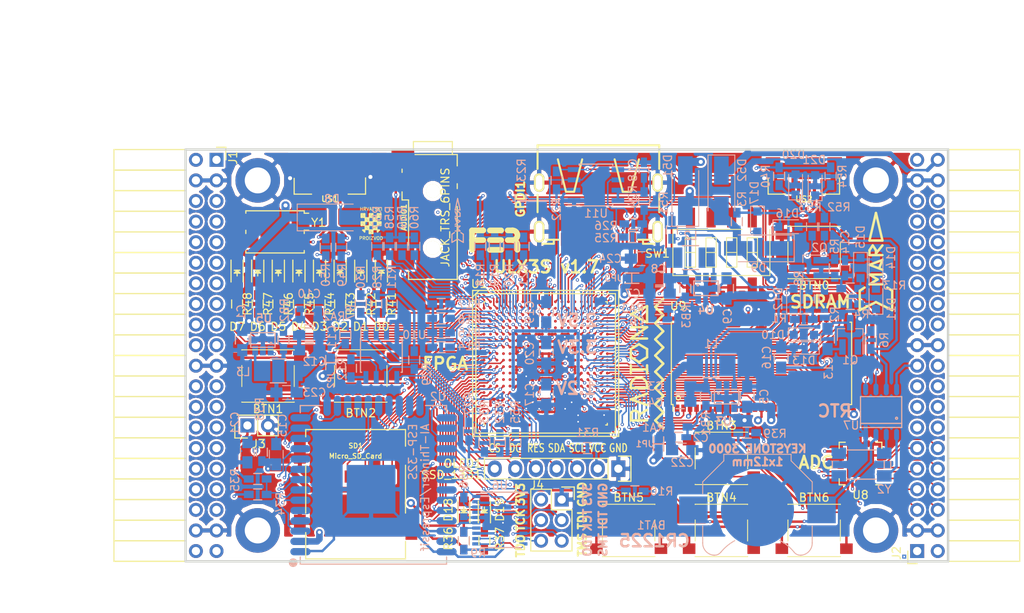
<source format=kicad_pcb>
(kicad_pcb (version 4) (host pcbnew 4.0.7+dfsg1-1)
  (layers (0 F.Cu signal) (1 In1.Cu signal) (2 In2.Cu signal) (31 B.Cu signal) (34 B.Paste user) (35 F.Paste user) (36 B.SilkS user) (37 F.SilkS user) (38 B.Mask user) (39 F.Mask user) (44 Edge.Cuts user))
  (net 0 "")
  (net 1 GND)
  (net 2 +5V)
  (net 3 /gpio/IN5V)
  (net 4 /gpio/OUT5V)
  (net 5 +3V3)
  (net 6 +1V2)
  (net 7 BTN_D)
  (net 8 BTN_F1)
  (net 9 BTN_F2)
  (net 10 BTN_L)
  (net 11 BTN_R)
  (net 12 BTN_U)
  (net 13 /power/FB1)
  (net 14 +2V5)
  (net 15 /power/PWREN)
  (net 16 /power/FB3)
  (net 17 /power/FB2)
  (net 18 "Net-(D9-Pad1)")
  (net 19 /power/VBAT)
  (net 20 JTAG_TDI)
  (net 21 JTAG_TCK)
  (net 22 JTAG_TMS)
  (net 23 JTAG_TDO)
  (net 24 /power/WAKEUPn)
  (net 25 /power/WKUP)
  (net 26 /power/SHUT)
  (net 27 /power/WAKE)
  (net 28 /power/HOLD)
  (net 29 /power/WKn)
  (net 30 /power/OSCI_32k)
  (net 31 /power/OSCO_32k)
  (net 32 "Net-(Q2-Pad3)")
  (net 33 SHUTDOWN)
  (net 34 /analog/AUDIO_L)
  (net 35 /analog/AUDIO_R)
  (net 36 GPDI_5V_SCL)
  (net 37 GPDI_5V_SDA)
  (net 38 GPDI_SDA)
  (net 39 GPDI_SCL)
  (net 40 /gpdi/VREF2)
  (net 41 SD_CMD)
  (net 42 SD_CLK)
  (net 43 SD_D0)
  (net 44 SD_D1)
  (net 45 USB5V)
  (net 46 GPDI_CEC)
  (net 47 nRESET)
  (net 48 FTDI_nDTR)
  (net 49 SDRAM_CKE)
  (net 50 SDRAM_A7)
  (net 51 SDRAM_D15)
  (net 52 SDRAM_BA1)
  (net 53 SDRAM_D7)
  (net 54 SDRAM_A6)
  (net 55 SDRAM_CLK)
  (net 56 SDRAM_D13)
  (net 57 SDRAM_BA0)
  (net 58 SDRAM_D6)
  (net 59 SDRAM_A5)
  (net 60 SDRAM_D14)
  (net 61 SDRAM_A11)
  (net 62 SDRAM_D12)
  (net 63 SDRAM_D5)
  (net 64 SDRAM_A4)
  (net 65 SDRAM_A10)
  (net 66 SDRAM_D11)
  (net 67 SDRAM_A3)
  (net 68 SDRAM_D4)
  (net 69 SDRAM_D10)
  (net 70 SDRAM_D9)
  (net 71 SDRAM_A9)
  (net 72 SDRAM_D3)
  (net 73 SDRAM_D8)
  (net 74 SDRAM_A8)
  (net 75 SDRAM_A2)
  (net 76 SDRAM_A1)
  (net 77 SDRAM_A0)
  (net 78 SDRAM_D2)
  (net 79 SDRAM_D1)
  (net 80 SDRAM_D0)
  (net 81 SDRAM_DQM0)
  (net 82 SDRAM_nCS)
  (net 83 SDRAM_nRAS)
  (net 84 SDRAM_DQM1)
  (net 85 SDRAM_nCAS)
  (net 86 SDRAM_nWE)
  (net 87 /flash/FLASH_nWP)
  (net 88 /flash/FLASH_nHOLD)
  (net 89 /flash/FLASH_MOSI)
  (net 90 /flash/FLASH_MISO)
  (net 91 /flash/FLASH_SCK)
  (net 92 /flash/FLASH_nCS)
  (net 93 /flash/FPGA_PROGRAMN)
  (net 94 /flash/FPGA_DONE)
  (net 95 /flash/FPGA_INITN)
  (net 96 OLED_RES)
  (net 97 OLED_DC)
  (net 98 OLED_CS)
  (net 99 WIFI_EN)
  (net 100 FTDI_nRTS)
  (net 101 FTDI_TXD)
  (net 102 FTDI_RXD)
  (net 103 WIFI_RXD)
  (net 104 WIFI_GPIO0)
  (net 105 WIFI_TXD)
  (net 106 GPDI_ETH-)
  (net 107 GPDI_ETH+)
  (net 108 GPDI_D2+)
  (net 109 GPDI_D2-)
  (net 110 GPDI_D1+)
  (net 111 GPDI_D1-)
  (net 112 GPDI_D0+)
  (net 113 GPDI_D0-)
  (net 114 GPDI_CLK+)
  (net 115 GPDI_CLK-)
  (net 116 USB_FTDI_D+)
  (net 117 USB_FTDI_D-)
  (net 118 J1_17-)
  (net 119 J1_17+)
  (net 120 J1_23-)
  (net 121 J1_23+)
  (net 122 J1_25-)
  (net 123 J1_25+)
  (net 124 J1_27-)
  (net 125 J1_27+)
  (net 126 J1_29-)
  (net 127 J1_29+)
  (net 128 J1_31-)
  (net 129 J1_31+)
  (net 130 J1_33-)
  (net 131 J1_33+)
  (net 132 J1_35-)
  (net 133 J1_35+)
  (net 134 J2_5-)
  (net 135 J2_5+)
  (net 136 J2_7-)
  (net 137 J2_7+)
  (net 138 J2_9-)
  (net 139 J2_9+)
  (net 140 J2_13-)
  (net 141 J2_13+)
  (net 142 J2_17-)
  (net 143 J2_17+)
  (net 144 J2_11-)
  (net 145 J2_11+)
  (net 146 J2_23-)
  (net 147 J2_23+)
  (net 148 J1_5-)
  (net 149 J1_5+)
  (net 150 J1_7-)
  (net 151 J1_7+)
  (net 152 J1_9-)
  (net 153 J1_9+)
  (net 154 J1_11-)
  (net 155 J1_11+)
  (net 156 J1_13-)
  (net 157 J1_13+)
  (net 158 J1_15-)
  (net 159 J1_15+)
  (net 160 J2_15-)
  (net 161 J2_15+)
  (net 162 J2_25-)
  (net 163 J2_25+)
  (net 164 J2_27-)
  (net 165 J2_27+)
  (net 166 J2_29-)
  (net 167 J2_29+)
  (net 168 J2_31-)
  (net 169 J2_31+)
  (net 170 J2_33-)
  (net 171 J2_33+)
  (net 172 J2_35-)
  (net 173 J2_35+)
  (net 174 SD_D3)
  (net 175 AUDIO_L3)
  (net 176 AUDIO_L2)
  (net 177 AUDIO_L1)
  (net 178 AUDIO_L0)
  (net 179 AUDIO_R3)
  (net 180 AUDIO_R2)
  (net 181 AUDIO_R1)
  (net 182 AUDIO_R0)
  (net 183 OLED_CLK)
  (net 184 OLED_MOSI)
  (net 185 LED0)
  (net 186 LED1)
  (net 187 LED2)
  (net 188 LED3)
  (net 189 LED4)
  (net 190 LED5)
  (net 191 LED6)
  (net 192 LED7)
  (net 193 BTN_PWRn)
  (net 194 FTDI_nTXLED)
  (net 195 FTDI_nSLEEP)
  (net 196 /blinkey/LED_PWREN)
  (net 197 /blinkey/LED_TXLED)
  (net 198 FT3V3)
  (net 199 /sdcard/SD3V3)
  (net 200 SD_D2)
  (net 201 CLK_25MHz)
  (net 202 /blinkey/BTNPUL)
  (net 203 /blinkey/BTNPUR)
  (net 204 USB_FPGA_D+)
  (net 205 /power/FTDI_nSUSPEND)
  (net 206 /blinkey/ALED0)
  (net 207 /blinkey/ALED1)
  (net 208 /blinkey/ALED2)
  (net 209 /blinkey/ALED3)
  (net 210 /blinkey/ALED4)
  (net 211 /blinkey/ALED5)
  (net 212 /blinkey/ALED6)
  (net 213 /blinkey/ALED7)
  (net 214 /usb/FTD-)
  (net 215 /usb/FTD+)
  (net 216 ADC_MISO)
  (net 217 ADC_MOSI)
  (net 218 ADC_CSn)
  (net 219 ADC_SCLK)
  (net 220 "Net-(R51-Pad2)")
  (net 221 SW3)
  (net 222 SW2)
  (net 223 SW1)
  (net 224 SW0)
  (net 225 USB_FPGA_D-)
  (net 226 /usb/FPD+)
  (net 227 /usb/FPD-)
  (net 228 WIFI_GPIO16)
  (net 229 WIFI_GPIO15)
  (net 230 /usb/ANT_433MHz)
  (net 231 /power/PWRBTn)
  (net 232 PROG_DONE)
  (net 233 /power/P1V2)
  (net 234 /power/P3V3)
  (net 235 /power/P2V5)
  (net 236 /power/L1)
  (net 237 /power/L3)
  (net 238 /power/L2)
  (net 239 FTDI_TXDEN)
  (net 240 /wifi/WIFIOFF)
  (net 241 SDRAM_A12)
  (net 242 /analog/AUDIO_V)
  (net 243 AUDIO_V3)
  (net 244 AUDIO_V2)
  (net 245 AUDIO_V1)
  (net 246 AUDIO_V0)
  (module SMD_Packages:1Pin (layer F.Cu) (at 182.67515 111.637626)
    (fp_text reference AE1 hide)
    (fp_text value 433MHz hide)
    (pad 1 smd rect (at 0 0) (size 0.5 0.5) (layers B.Cu F.Paste F.Mask) (net 230 /usb/ANT_433MHz))
  )
  (module Resistors_SMD:R_0603_HandSoldering (layer B.Cu) (at 103.498 98.758 90)
    (fp_text reference R38 (at 5.334 -0.254 90) (layer B.SilkS) (effects (justify mirror)))
    (fp_text value 0.47)
    (pad 1 smd rect (at -1.1 0 90) (size 1.2 0.9) (layers B.Cu B.Paste B.Mask) (net 199 /sdcard/SD3V3))
    (pad 2 smd rect (at 1.1 0 90) (size 1.2 0.9) (layers B.Cu B.Paste B.Mask) (net 5 +3V3))
  )
  (module jumper:SOLDER-JUMPER_1-WAY (layer B.Cu) (at 152.393 97.742 270)
    (fp_text reference JP1 (at 0 1.778 360) (layer B.SilkS) (effects (font (size 0.762 0.762) (thickness 0.1524)) (justify mirror)))
    (fp_text value 1.2 hide)
    (pad 1 smd rect (at -0.6 0 270) (size 1 1) (layers B.Cu B.Paste B.Mask) (net 233 /power/P1V2))
    (pad 2 smd rect (at 0.6 0 270) (size 1 1) (layers B.Cu B.Paste B.Mask) (net 6 +1V2))
  )
  (module ESP32-footprints-Lib:ESP-32S (layer B.Cu) (at 117.313 101.513)
    (fp_text reference U2 (at 7.902 -9.613 180) (layer B.SilkS) (effects (justify mirror)))
    (fp_text value ESP-32S)
    (fp_text user AI-Thinker/Espressif (at 6.3 1.6 270) (layer B.SilkS) (effects (justify mirror)))
    (fp_text user ESP-32S (at 4.8 -2.8 270) (layer B.SilkS) (effects (justify mirror)))
    (pad 38 smd oval (at 8.947434 9.517338 180) (size 2.5 0.9) (layers B.Cu B.Paste B.Mask) (net 1 GND))
    (pad 37 smd oval (at 8.947434 8.247338 180) (size 2.5 0.9) (layers B.Cu B.Paste B.Mask))
    (pad 36 smd oval (at 8.947434 6.977338 180) (size 2.5 0.9) (layers B.Cu B.Paste B.Mask) (net 232 PROG_DONE))
    (pad 35 smd oval (at 8.947434 5.707338 180) (size 2.5 0.9) (layers B.Cu B.Paste B.Mask) (net 105 WIFI_TXD))
    (pad 34 smd oval (at 8.947434 4.437338 180) (size 2.5 0.9) (layers B.Cu B.Paste B.Mask) (net 103 WIFI_RXD))
    (pad 33 smd oval (at 8.947434 3.167338 180) (size 2.5 0.9) (layers B.Cu B.Paste B.Mask) (net 22 JTAG_TMS))
    (pad 32 smd oval (at 8.947434 1.897338 180) (size 2.5 0.9) (layers B.Cu B.Paste B.Mask))
    (pad 31 smd oval (at 8.947434 0.627338 180) (size 2.5 0.9) (layers B.Cu B.Paste B.Mask) (net 20 JTAG_TDI))
    (pad 30 smd oval (at 8.947434 -0.642662 180) (size 2.5 0.9) (layers B.Cu B.Paste B.Mask) (net 21 JTAG_TCK))
    (pad 29 smd oval (at 8.947434 -1.912662 180) (size 2.5 0.9) (layers B.Cu B.Paste B.Mask))
    (pad 28 smd oval (at 8.947434 -3.182662 180) (size 2.5 0.9) (layers B.Cu B.Paste B.Mask) (net 23 JTAG_TDO))
    (pad 27 smd oval (at 8.947434 -4.452662 180) (size 2.5 0.9) (layers B.Cu B.Paste B.Mask) (net 228 WIFI_GPIO16))
    (pad 26 smd oval (at 8.947434 -5.722662 180) (size 2.5 0.9) (layers B.Cu B.Paste B.Mask))
    (pad 25 smd oval (at 8.947434 -6.992662 180) (size 2.5 0.9) (layers B.Cu B.Paste B.Mask) (net 104 WIFI_GPIO0))
    (pad 24 smd oval (at 5.662434 -8.482662 180) (size 0.9 2.5) (layers B.Cu B.Paste B.Mask))
    (pad 23 smd oval (at 4.392434 -8.482662 180) (size 0.9 2.5) (layers B.Cu B.Paste B.Mask) (net 229 WIFI_GPIO15))
    (pad 22 smd oval (at 3.122434 -8.482662 180) (size 0.9 2.5) (layers B.Cu B.Paste B.Mask) (net 44 SD_D1))
    (pad 21 smd oval (at 1.852434 -8.482662 180) (size 0.9 2.5) (layers B.Cu B.Paste B.Mask) (net 43 SD_D0))
    (pad 20 smd oval (at 0.582434 -8.482662 180) (size 0.9 2.5) (layers B.Cu B.Paste B.Mask) (net 42 SD_CLK))
    (pad 19 smd oval (at -0.687566 -8.482662 180) (size 0.9 2.5) (layers B.Cu B.Paste B.Mask) (net 41 SD_CMD))
    (pad 18 smd oval (at -1.957566 -8.482662 180) (size 0.9 2.5) (layers B.Cu B.Paste B.Mask))
    (pad 17 smd oval (at -3.227566 -8.482662 180) (size 0.9 2.5) (layers B.Cu B.Paste B.Mask))
    (pad 16 smd oval (at -4.497566 -8.482662 180) (size 0.9 2.5) (layers B.Cu B.Paste B.Mask) (net 124 J1_27-))
    (pad 15 smd oval (at -5.767566 -8.482662 180) (size 0.9 2.5) (layers B.Cu B.Paste B.Mask) (net 1 GND))
    (pad 14 smd oval (at -9.052566 -6.992662 180) (size 2.5 0.9) (layers B.Cu B.Paste B.Mask) (net 125 J1_27+))
    (pad 13 smd oval (at -9.052566 -5.722662 180) (size 2.5 0.9) (layers B.Cu B.Paste B.Mask) (net 126 J1_29-))
    (pad 12 smd oval (at -9.052566 -4.452662 180) (size 2.5 0.9) (layers B.Cu B.Paste B.Mask) (net 127 J1_29+))
    (pad 11 smd oval (at -9.052566 -3.182662 180) (size 2.5 0.9) (layers B.Cu B.Paste B.Mask) (net 128 J1_31-))
    (pad 10 smd oval (at -9.052566 -1.912662 180) (size 2.5 0.9) (layers B.Cu B.Paste B.Mask) (net 129 J1_31+))
    (pad 9 smd oval (at -9.052566 -0.642662 180) (size 2.5 0.9) (layers B.Cu B.Paste B.Mask) (net 130 J1_33-))
    (pad 8 smd oval (at -9.052566 0.627338 180) (size 2.5 0.9) (layers B.Cu B.Paste B.Mask) (net 131 J1_33+))
    (pad 7 smd oval (at -9.052566 1.897338 180) (size 2.5 0.9) (layers B.Cu B.Paste B.Mask) (net 132 J1_35-))
    (pad 6 smd oval (at -9.052566 3.167338 180) (size 2.5 0.9) (layers B.Cu B.Paste B.Mask) (net 133 J1_35+))
    (pad 5 smd oval (at -9.052566 4.437338 180) (size 2.5 0.9) (layers B.Cu B.Paste B.Mask))
    (pad 4 smd oval (at -9.052566 5.707338 180) (size 2.5 0.9) (layers B.Cu B.Paste B.Mask))
    (pad 3 smd oval (at -9.052566 6.977338 180) (size 2.5 0.9) (layers B.Cu B.Paste B.Mask) (net 99 WIFI_EN))
    (pad 2 smd oval (at -9.052566 8.247338 180) (size 2.5 0.9) (layers B.Cu B.Paste B.Mask) (net 5 +3V3))
    (pad 1 smd oval (at -9.052566 9.517338 180) (size 2.5 0.9) (layers B.Cu B.Paste B.Mask) (net 1 GND))
    (pad 39 smd rect (at -0.352566 1.817338 180) (size 6 6) (layers B.Cu B.Paste B.Mask) (net 1 GND))
  )
  (module Diodes_SMD:D_SMA_Handsoldering (layer B.Cu) (at 155.695 66.5 90)
    (fp_text reference D51 (at 3.048 -2.159 90) (layer B.SilkS) (effects (justify mirror)))
    (fp_text value STPS2L30AF hide)
    (pad 1 smd rect (at -2.5 0 90) (size 3.5 1.8) (layers B.Cu B.Paste B.Mask) (net 2 +5V))
    (pad 2 smd rect (at 2.5 0 90) (size 3.5 1.8) (layers B.Cu B.Paste B.Mask) (net 3 /gpio/IN5V))
  )
  (module Resistors_SMD:R_0603_HandSoldering (layer B.Cu) (at 154.044 71.326 90)
    (fp_text reference R51 (at 3.302 -1.016 90) (layer B.SilkS) (effects (justify mirror)))
    (fp_text value 220)
    (pad 1 smd rect (at -1.1 0 90) (size 1.2 0.9) (layers B.Cu B.Paste B.Mask) (net 5 +3V3))
    (pad 2 smd rect (at 1.1 0 90) (size 1.2 0.9) (layers B.Cu B.Paste B.Mask) (net 220 "Net-(R51-Pad2)"))
  )
  (module Resistors_SMD:R_1210_HandSoldering (layer B.Cu) (at 158.87 88.09 180)
    (fp_text reference L1 (at 0 2.7 180) (layer B.SilkS) (effects (justify mirror)))
    (fp_text value 2.2uH)
    (pad 1 smd rect (at -2 0 180) (size 2 2.5) (layers B.Cu B.Paste B.Mask) (net 236 /power/L1))
    (pad 2 smd rect (at 2 0 180) (size 2 2.5) (layers B.Cu B.Paste B.Mask) (net 233 /power/P1V2))
  )
  (module TSOT-25:TSOT-25 (layer B.Cu) (at 160.775 91.9)
    (fp_text reference U3 (at -0.381 3.048) (layer B.SilkS) (effects (font (thickness 0.2)) (justify mirror)))
    (fp_text value AP3429A)
    (pad 1 smd rect (at -0.95 -1.3) (size 0.7 1.2) (layers B.Cu B.Paste B.Mask) (net 15 /power/PWREN))
    (pad 2 smd rect (at 0 -1.3) (size 0.7 1.2) (layers B.Cu B.Paste B.Mask) (net 1 GND))
    (pad 3 smd rect (at 0.95 -1.3) (size 0.7 1.2) (layers B.Cu B.Paste B.Mask) (net 236 /power/L1))
    (pad 4 smd rect (at 0.95 1.3) (size 0.7 1.2) (layers B.Cu B.Paste B.Mask) (net 2 +5V))
    (pad 5 smd rect (at -0.95 1.3) (size 0.7 1.2) (layers B.Cu B.Paste B.Mask) (net 13 /power/FB1))
  )
  (module Resistors_SMD:R_1210_HandSoldering (layer B.Cu) (at 156.33 74.755 180)
    (fp_text reference L2 (at 0 2.7 180) (layer B.SilkS) (effects (justify mirror)))
    (fp_text value 2.2uH)
    (pad 1 smd rect (at -2 0 180) (size 2 2.5) (layers B.Cu B.Paste B.Mask) (net 237 /power/L3))
    (pad 2 smd rect (at 2 0 180) (size 2 2.5) (layers B.Cu B.Paste B.Mask) (net 234 /power/P3V3))
  )
  (module TSOT-25:TSOT-25 (layer B.Cu) (at 158.235 78.535)
    (fp_text reference U4 (at 0 2.697) (layer B.SilkS) (effects (font (thickness 0.2)) (justify mirror)))
    (fp_text value AP3429A)
    (pad 1 smd rect (at -0.95 -1.3) (size 0.7 1.2) (layers B.Cu B.Paste B.Mask) (net 15 /power/PWREN))
    (pad 2 smd rect (at 0 -1.3) (size 0.7 1.2) (layers B.Cu B.Paste B.Mask) (net 1 GND))
    (pad 3 smd rect (at 0.95 -1.3) (size 0.7 1.2) (layers B.Cu B.Paste B.Mask) (net 237 /power/L3))
    (pad 4 smd rect (at 0.95 1.3) (size 0.7 1.2) (layers B.Cu B.Paste B.Mask) (net 2 +5V))
    (pad 5 smd rect (at -0.95 1.3) (size 0.7 1.2) (layers B.Cu B.Paste B.Mask) (net 16 /power/FB3))
  )
  (module LEDs:LED_0805 (layer F.Cu) (at 118.23 76.66 270)
    (fp_text reference D0 (at 6.604 0 360) (layer F.SilkS))
    (fp_text value RED hide)
    (pad 2 smd rect (at 1.04902 0 90) (size 1.19888 1.19888) (layers F.Cu F.Paste F.Mask) (net 206 /blinkey/ALED0))
    (pad 1 smd rect (at -1.04902 0 90) (size 1.19888 1.19888) (layers F.Cu F.Paste F.Mask) (net 1 GND))
  )
  (module LEDs:LED_0805 (layer F.Cu) (at 115.69 76.66 270)
    (fp_text reference D1 (at 6.604 0 360) (layer F.SilkS))
    (fp_text value RED hide)
    (pad 2 smd rect (at 1.04902 0 90) (size 1.19888 1.19888) (layers F.Cu F.Paste F.Mask) (net 207 /blinkey/ALED1))
    (pad 1 smd rect (at -1.04902 0 90) (size 1.19888 1.19888) (layers F.Cu F.Paste F.Mask) (net 1 GND))
  )
  (module LEDs:LED_0805 (layer F.Cu) (at 113.15 76.66 270)
    (fp_text reference D2 (at 6.604 0 360) (layer F.SilkS))
    (fp_text value RED hide)
    (pad 2 smd rect (at 1.04902 0 90) (size 1.19888 1.19888) (layers F.Cu F.Paste F.Mask) (net 208 /blinkey/ALED2))
    (pad 1 smd rect (at -1.04902 0 90) (size 1.19888 1.19888) (layers F.Cu F.Paste F.Mask) (net 1 GND))
  )
  (module LEDs:LED_0805 (layer F.Cu) (at 110.61 76.66 270)
    (fp_text reference D3 (at 6.604 0 360) (layer F.SilkS))
    (fp_text value RED hide)
    (pad 2 smd rect (at 1.04902 0 90) (size 1.19888 1.19888) (layers F.Cu F.Paste F.Mask) (net 209 /blinkey/ALED3))
    (pad 1 smd rect (at -1.04902 0 90) (size 1.19888 1.19888) (layers F.Cu F.Paste F.Mask) (net 1 GND))
  )
  (module LEDs:LED_0805 (layer F.Cu) (at 108.07 76.66 270)
    (fp_text reference D4 (at 6.604 0 360) (layer F.SilkS))
    (fp_text value RED hide)
    (pad 2 smd rect (at 1.04902 0 90) (size 1.19888 1.19888) (layers F.Cu F.Paste F.Mask) (net 210 /blinkey/ALED4))
    (pad 1 smd rect (at -1.04902 0 90) (size 1.19888 1.19888) (layers F.Cu F.Paste F.Mask) (net 1 GND))
  )
  (module LEDs:LED_0805 (layer F.Cu) (at 105.53 76.66 270)
    (fp_text reference D5 (at 6.604 0 360) (layer F.SilkS))
    (fp_text value RED hide)
    (pad 2 smd rect (at 1.04902 0 90) (size 1.19888 1.19888) (layers F.Cu F.Paste F.Mask) (net 211 /blinkey/ALED5))
    (pad 1 smd rect (at -1.04902 0 90) (size 1.19888 1.19888) (layers F.Cu F.Paste F.Mask) (net 1 GND))
  )
  (module LEDs:LED_0805 (layer F.Cu) (at 102.99 76.66 270)
    (fp_text reference D6 (at 6.604 0 360) (layer F.SilkS))
    (fp_text value RED hide)
    (pad 2 smd rect (at 1.04902 0 90) (size 1.19888 1.19888) (layers F.Cu F.Paste F.Mask) (net 212 /blinkey/ALED6))
    (pad 1 smd rect (at -1.04902 0 90) (size 1.19888 1.19888) (layers F.Cu F.Paste F.Mask) (net 1 GND))
  )
  (module LEDs:LED_0805 (layer F.Cu) (at 100.45 76.66 270)
    (fp_text reference D7 (at 6.604 0 360) (layer F.SilkS))
    (fp_text value RED hide)
    (pad 2 smd rect (at 1.04902 0 90) (size 1.19888 1.19888) (layers F.Cu F.Paste F.Mask) (net 213 /blinkey/ALED7))
    (pad 1 smd rect (at -1.04902 0 90) (size 1.19888 1.19888) (layers F.Cu F.Paste F.Mask) (net 1 GND))
  )
  (module Resistors_SMD:R_1210_HandSoldering (layer B.Cu) (at 105.53 88.725)
    (fp_text reference L3 (at -4.318 0.127) (layer B.SilkS) (effects (justify mirror)))
    (fp_text value 2.2uH)
    (pad 1 smd rect (at -2 0) (size 2 2.5) (layers B.Cu B.Paste B.Mask) (net 238 /power/L2))
    (pad 2 smd rect (at 2 0) (size 2 2.5) (layers B.Cu B.Paste B.Mask) (net 235 /power/P2V5))
  )
  (module TSOT-25:TSOT-25 (layer B.Cu) (at 103.625 84.915 180)
    (fp_text reference U5 (at -0.127 2.667 180) (layer B.SilkS) (effects (font (thickness 0.2)) (justify mirror)))
    (fp_text value AP3429A)
    (pad 1 smd rect (at -0.95 -1.3 180) (size 0.7 1.2) (layers B.Cu B.Paste B.Mask) (net 15 /power/PWREN))
    (pad 2 smd rect (at 0 -1.3 180) (size 0.7 1.2) (layers B.Cu B.Paste B.Mask) (net 1 GND))
    (pad 3 smd rect (at 0.95 -1.3 180) (size 0.7 1.2) (layers B.Cu B.Paste B.Mask) (net 238 /power/L2))
    (pad 4 smd rect (at 0.95 1.3 180) (size 0.7 1.2) (layers B.Cu B.Paste B.Mask) (net 2 +5V))
    (pad 5 smd rect (at -0.95 1.3 180) (size 0.7 1.2) (layers B.Cu B.Paste B.Mask) (net 17 /power/FB2))
  )
  (module Capacitors_SMD:C_0805_HandSoldering (layer B.Cu) (at 101.085 84.915 270)
    (fp_text reference C1 (at -3.429 0.127 270) (layer B.SilkS) (effects (justify mirror)))
    (fp_text value 22uF)
    (pad 1 smd rect (at -1.25 0 270) (size 1.5 1.25) (layers B.Cu B.Paste B.Mask) (net 2 +5V))
    (pad 2 smd rect (at 1.25 0 270) (size 1.5 1.25) (layers B.Cu B.Paste B.Mask) (net 1 GND))
  )
  (module Capacitors_SMD:C_0805_HandSoldering (layer B.Cu) (at 155.06 90.63)
    (fp_text reference C3 (at -3.048 0) (layer B.SilkS) (effects (justify mirror)))
    (fp_text value 22uF)
    (pad 1 smd rect (at -1.25 0) (size 1.5 1.25) (layers B.Cu B.Paste B.Mask) (net 233 /power/P1V2))
    (pad 2 smd rect (at 1.25 0) (size 1.5 1.25) (layers B.Cu B.Paste B.Mask) (net 1 GND))
  )
  (module Capacitors_SMD:C_0805_HandSoldering (layer B.Cu) (at 155.06 92.535)
    (fp_text reference C4 (at -3.048 0.127) (layer B.SilkS) (effects (justify mirror)))
    (fp_text value 22uF)
    (pad 1 smd rect (at -1.25 0) (size 1.5 1.25) (layers B.Cu B.Paste B.Mask) (net 233 /power/P1V2))
    (pad 2 smd rect (at 1.25 0) (size 1.5 1.25) (layers B.Cu B.Paste B.Mask) (net 1 GND))
  )
  (module Capacitors_SMD:C_0805_HandSoldering (layer B.Cu) (at 163.315 91.9 90)
    (fp_text reference C5 (at 0 2.1 90) (layer B.SilkS) (effects (justify mirror)))
    (fp_text value 22uF)
    (pad 1 smd rect (at -1.25 0 90) (size 1.5 1.25) (layers B.Cu B.Paste B.Mask) (net 2 +5V))
    (pad 2 smd rect (at 1.25 0 90) (size 1.5 1.25) (layers B.Cu B.Paste B.Mask) (net 1 GND))
  )
  (module Capacitors_SMD:C_0805_HandSoldering (layer B.Cu) (at 152.52 79.2)
    (fp_text reference C7 (at -3.302 0) (layer B.SilkS) (effects (justify mirror)))
    (fp_text value 22uF)
    (pad 1 smd rect (at -1.25 0) (size 1.5 1.25) (layers B.Cu B.Paste B.Mask) (net 234 /power/P3V3))
    (pad 2 smd rect (at 1.25 0) (size 1.5 1.25) (layers B.Cu B.Paste B.Mask) (net 1 GND))
  )
  (module Capacitors_SMD:C_0805_HandSoldering (layer B.Cu) (at 152.52 77.295)
    (fp_text reference C8 (at -0.127 -1.143) (layer B.SilkS) (effects (justify mirror)))
    (fp_text value 22uF)
    (pad 1 smd rect (at -1.25 0) (size 1.5 1.25) (layers B.Cu B.Paste B.Mask) (net 234 /power/P3V3))
    (pad 2 smd rect (at 1.25 0) (size 1.5 1.25) (layers B.Cu B.Paste B.Mask) (net 1 GND))
  )
  (module Capacitors_SMD:C_0805_HandSoldering (layer B.Cu) (at 160.775 78.565 90)
    (fp_text reference C9 (at -3.429 0.127 90) (layer B.SilkS) (effects (justify mirror)))
    (fp_text value 22uF)
    (pad 1 smd rect (at -1.25 0 90) (size 1.5 1.25) (layers B.Cu B.Paste B.Mask) (net 2 +5V))
    (pad 2 smd rect (at 1.25 0 90) (size 1.5 1.25) (layers B.Cu B.Paste B.Mask) (net 1 GND))
  )
  (module Capacitors_SMD:C_0805_HandSoldering (layer B.Cu) (at 109.34 84.28 180)
    (fp_text reference C11 (at -2.794 -0.254 270) (layer B.SilkS) (effects (justify mirror)))
    (fp_text value 22uF)
    (pad 1 smd rect (at -1.25 0 180) (size 1.5 1.25) (layers B.Cu B.Paste B.Mask) (net 235 /power/P2V5))
    (pad 2 smd rect (at 1.25 0 180) (size 1.5 1.25) (layers B.Cu B.Paste B.Mask) (net 1 GND))
  )
  (module Capacitors_SMD:C_0805_HandSoldering (layer B.Cu) (at 109.34 86.185 180)
    (fp_text reference C12 (at -0.635 -1.397 360) (layer B.SilkS) (effects (justify mirror)))
    (fp_text value 22uF)
    (pad 1 smd rect (at -1.25 0 180) (size 1.5 1.25) (layers B.Cu B.Paste B.Mask) (net 235 /power/P2V5))
    (pad 2 smd rect (at 1.25 0 180) (size 1.5 1.25) (layers B.Cu B.Paste B.Mask) (net 1 GND))
  )
  (module Power_Integrations:SO-8 (layer B.Cu) (at 179.825 93.805 180)
    (fp_text reference U7 (at 3.683 -1.651 180) (layer B.SilkS) (effects (justify mirror)))
    (fp_text value PCF8523)
    (pad 1 smd oval (at -1.905 -2.794 180) (size 0.6096 1.4732) (layers B.Cu B.Paste B.Mask) (net 30 /power/OSCI_32k))
    (pad 2 smd oval (at -0.635 -2.794 180) (size 0.6096 1.4732) (layers B.Cu B.Paste B.Mask) (net 31 /power/OSCO_32k))
    (pad 3 smd oval (at 0.635 -2.794 180) (size 0.6096 1.4732) (layers B.Cu B.Paste B.Mask) (net 19 /power/VBAT))
    (pad 4 smd oval (at 1.905 -2.794 180) (size 0.6096 1.4732) (layers B.Cu B.Paste B.Mask) (net 1 GND))
    (pad 5 smd oval (at 1.905 2.794 180) (size 0.6096 1.4732) (layers B.Cu B.Paste B.Mask) (net 38 GPDI_SDA))
    (pad 6 smd oval (at 0.635 2.794 180) (size 0.6096 1.4732) (layers B.Cu B.Paste B.Mask) (net 39 GPDI_SCL))
    (pad 7 smd oval (at -0.635 2.794 180) (size 0.6096 1.4732) (layers B.Cu B.Paste B.Mask) (net 24 /power/WAKEUPn))
    (pad 8 smd oval (at -1.905 2.794 180) (size 0.6096 1.4732) (layers B.Cu B.Paste B.Mask) (net 5 +3V3))
  )
  (module Capacitors_SMD:C_0805_HandSoldering (layer B.Cu) (at 173.221 84.788 90)
    (fp_text reference C13 (at -3.556 0.127 90) (layer B.SilkS) (effects (justify mirror)))
    (fp_text value 2.2uF)
    (pad 1 smd rect (at -1.25 0 90) (size 1.5 1.25) (layers B.Cu B.Paste B.Mask) (net 2 +5V))
    (pad 2 smd rect (at 1.25 0 90) (size 1.5 1.25) (layers B.Cu B.Paste B.Mask) (net 25 /power/WKUP))
  )
  (module TSOP54:TSOP54 (layer F.Cu) (at 165.08 87.8 90)
    (fp_text reference U9 (at 7.076 -10.274 180) (layer F.SilkS))
    (fp_text value MT48LC4M16A2TG)
    (pad 28 smd rect (at 5.53 10.4 90) (size 0.9 0.56) (layers F.Cu F.Paste F.Mask) (net 1 GND))
    (pad 1 smd rect (at -5.53 -10.4 90) (size 0.9 0.56) (layers F.Cu F.Paste F.Mask) (net 5 +3V3))
    (pad 2 smd rect (at -5.53 -9.6 90) (size 0.9 0.56) (layers F.Cu F.Paste F.Mask) (net 80 SDRAM_D0))
    (pad 3 smd rect (at -5.53 -8.8 90) (size 0.9 0.56) (layers F.Cu F.Paste F.Mask) (net 5 +3V3))
    (pad 4 smd rect (at -5.53 -8 90) (size 0.9 0.56) (layers F.Cu F.Paste F.Mask) (net 79 SDRAM_D1))
    (pad 5 smd rect (at -5.53 -7.2 90) (size 0.9 0.56) (layers F.Cu F.Paste F.Mask) (net 78 SDRAM_D2))
    (pad 6 smd rect (at -5.53 -6.4 90) (size 0.9 0.56) (layers F.Cu F.Paste F.Mask) (net 1 GND))
    (pad 7 smd rect (at -5.53 -5.6 90) (size 0.9 0.56) (layers F.Cu F.Paste F.Mask) (net 72 SDRAM_D3))
    (pad 8 smd rect (at -5.53 -4.8 90) (size 0.9 0.56) (layers F.Cu F.Paste F.Mask) (net 68 SDRAM_D4))
    (pad 9 smd rect (at -5.53 -4 90) (size 0.9 0.56) (layers F.Cu F.Paste F.Mask) (net 5 +3V3))
    (pad 10 smd rect (at -5.53 -3.2 90) (size 0.9 0.56) (layers F.Cu F.Paste F.Mask) (net 63 SDRAM_D5))
    (pad 11 smd rect (at -5.53 -2.4 90) (size 0.9 0.56) (layers F.Cu F.Paste F.Mask) (net 58 SDRAM_D6))
    (pad 12 smd rect (at -5.53 -1.6 90) (size 0.9 0.56) (layers F.Cu F.Paste F.Mask) (net 1 GND))
    (pad 13 smd rect (at -5.53 -0.8 90) (size 0.9 0.56) (layers F.Cu F.Paste F.Mask) (net 53 SDRAM_D7))
    (pad 14 smd rect (at -5.53 0 90) (size 0.9 0.56) (layers F.Cu F.Paste F.Mask) (net 5 +3V3))
    (pad 15 smd rect (at -5.53 0.8 90) (size 0.9 0.56) (layers F.Cu F.Paste F.Mask) (net 81 SDRAM_DQM0))
    (pad 16 smd rect (at -5.53 1.6 90) (size 0.9 0.56) (layers F.Cu F.Paste F.Mask) (net 86 SDRAM_nWE))
    (pad 17 smd rect (at -5.53 2.4 90) (size 0.9 0.56) (layers F.Cu F.Paste F.Mask) (net 85 SDRAM_nCAS))
    (pad 18 smd rect (at -5.53 3.2 90) (size 0.9 0.56) (layers F.Cu F.Paste F.Mask) (net 83 SDRAM_nRAS))
    (pad 19 smd rect (at -5.53 4 90) (size 0.9 0.56) (layers F.Cu F.Paste F.Mask) (net 82 SDRAM_nCS))
    (pad 20 smd rect (at -5.53 4.8 90) (size 0.9 0.56) (layers F.Cu F.Paste F.Mask) (net 57 SDRAM_BA0))
    (pad 21 smd rect (at -5.53 5.6 90) (size 0.9 0.56) (layers F.Cu F.Paste F.Mask) (net 52 SDRAM_BA1))
    (pad 22 smd rect (at -5.53 6.4 90) (size 0.9 0.56) (layers F.Cu F.Paste F.Mask) (net 65 SDRAM_A10))
    (pad 23 smd rect (at -5.53 7.2 90) (size 0.9 0.56) (layers F.Cu F.Paste F.Mask) (net 77 SDRAM_A0))
    (pad 24 smd rect (at -5.53 8 90) (size 0.9 0.56) (layers F.Cu F.Paste F.Mask) (net 76 SDRAM_A1))
    (pad 25 smd rect (at -5.53 8.8 90) (size 0.9 0.56) (layers F.Cu F.Paste F.Mask) (net 75 SDRAM_A2))
    (pad 26 smd rect (at -5.53 9.6 90) (size 0.9 0.56) (layers F.Cu F.Paste F.Mask) (net 67 SDRAM_A3))
    (pad 27 smd rect (at -5.53 10.4 90) (size 0.9 0.56) (layers F.Cu F.Paste F.Mask) (net 5 +3V3))
    (pad 29 smd rect (at 5.53 9.6 90) (size 0.9 0.56) (layers F.Cu F.Paste F.Mask) (net 64 SDRAM_A4))
    (pad 30 smd rect (at 5.53 8.8 90) (size 0.9 0.56) (layers F.Cu F.Paste F.Mask) (net 59 SDRAM_A5))
    (pad 31 smd rect (at 5.53 8 90) (size 0.9 0.56) (layers F.Cu F.Paste F.Mask) (net 54 SDRAM_A6))
    (pad 32 smd rect (at 5.53 7.2 90) (size 0.9 0.56) (layers F.Cu F.Paste F.Mask) (net 50 SDRAM_A7))
    (pad 33 smd rect (at 5.53 6.4 90) (size 0.9 0.56) (layers F.Cu F.Paste F.Mask) (net 74 SDRAM_A8))
    (pad 34 smd rect (at 5.53 5.6 90) (size 0.9 0.56) (layers F.Cu F.Paste F.Mask) (net 71 SDRAM_A9))
    (pad 35 smd rect (at 5.53 4.8 90) (size 0.9 0.56) (layers F.Cu F.Paste F.Mask) (net 61 SDRAM_A11))
    (pad 36 smd rect (at 5.53 4 90) (size 0.9 0.56) (layers F.Cu F.Paste F.Mask) (net 241 SDRAM_A12))
    (pad 37 smd rect (at 5.53 3.2 90) (size 0.9 0.56) (layers F.Cu F.Paste F.Mask) (net 49 SDRAM_CKE))
    (pad 38 smd rect (at 5.53 2.4 90) (size 0.9 0.56) (layers F.Cu F.Paste F.Mask) (net 55 SDRAM_CLK))
    (pad 39 smd rect (at 5.53 1.6 90) (size 0.9 0.56) (layers F.Cu F.Paste F.Mask) (net 84 SDRAM_DQM1))
    (pad 40 smd rect (at 5.53 0.8 90) (size 0.9 0.56) (layers F.Cu F.Paste F.Mask))
    (pad 41 smd rect (at 5.53 0 90) (size 0.9 0.56) (layers F.Cu F.Paste F.Mask) (net 1 GND))
    (pad 42 smd rect (at 5.53 -0.8 90) (size 0.9 0.56) (layers F.Cu F.Paste F.Mask) (net 73 SDRAM_D8))
    (pad 43 smd rect (at 5.53 -1.6 90) (size 0.9 0.56) (layers F.Cu F.Paste F.Mask) (net 5 +3V3))
    (pad 44 smd rect (at 5.53 -2.4 90) (size 0.9 0.56) (layers F.Cu F.Paste F.Mask) (net 70 SDRAM_D9))
    (pad 45 smd rect (at 5.53 -3.2 90) (size 0.9 0.56) (layers F.Cu F.Paste F.Mask) (net 69 SDRAM_D10))
    (pad 46 smd rect (at 5.53 -4 90) (size 0.9 0.56) (layers F.Cu F.Paste F.Mask) (net 1 GND))
    (pad 47 smd rect (at 5.53 -4.8 90) (size 0.9 0.56) (layers F.Cu F.Paste F.Mask) (net 66 SDRAM_D11))
    (pad 48 smd rect (at 5.53 -5.6 90) (size 0.9 0.56) (layers F.Cu F.Paste F.Mask) (net 62 SDRAM_D12))
    (pad 49 smd rect (at 5.53 -6.4 90) (size 0.9 0.56) (layers F.Cu F.Paste F.Mask) (net 5 +3V3))
    (pad 50 smd rect (at 5.53 -7.2 90) (size 0.9 0.56) (layers F.Cu F.Paste F.Mask) (net 56 SDRAM_D13))
    (pad 51 smd rect (at 5.53 -8 90) (size 0.9 0.56) (layers F.Cu F.Paste F.Mask) (net 60 SDRAM_D14))
    (pad 52 smd rect (at 5.53 -8.8 90) (size 0.9 0.56) (layers F.Cu F.Paste F.Mask) (net 1 GND))
    (pad 53 smd rect (at 5.53 -9.6 90) (size 0.9 0.56) (layers F.Cu F.Paste F.Mask) (net 51 SDRAM_D15))
    (pad 54 smd rect (at 5.53 -10.4 90) (size 0.9 0.56) (layers F.Cu F.Paste F.Mask) (net 1 GND))
  )
  (module TO_SOT_Packages_SMD:SOT-23_Handsoldering (layer B.Cu) (at 176.015 84.28 90)
    (fp_text reference Q1 (at -3.1115 0 180) (layer B.SilkS) (effects (justify mirror)))
    (fp_text value BC857)
    (pad 1 smd rect (at -1.5 0.95 90) (size 1.9 0.8) (layers B.Cu B.Paste B.Mask) (net 29 /power/WKn))
    (pad 2 smd rect (at -1.5 -0.95 90) (size 1.9 0.8) (layers B.Cu B.Paste B.Mask) (net 2 +5V))
    (pad 3 smd rect (at 1.5 0 90) (size 1.9 0.8) (layers B.Cu B.Paste B.Mask) (net 25 /power/WKUP))
  )
  (module TO_SOT_Packages_SMD:SOT-23_Handsoldering (layer B.Cu) (at 170.935 76.025 180)
    (fp_text reference Q2 (at -1.295 2.5 180) (layer B.SilkS) (effects (justify mirror)))
    (fp_text value 2N7002)
    (pad 1 smd rect (at -1.5 0.95 180) (size 1.9 0.8) (layers B.Cu B.Paste B.Mask) (net 26 /power/SHUT))
    (pad 2 smd rect (at -1.5 -0.95 180) (size 1.9 0.8) (layers B.Cu B.Paste B.Mask) (net 1 GND))
    (pad 3 smd rect (at 1.5 0 180) (size 1.9 0.8) (layers B.Cu B.Paste B.Mask) (net 32 "Net-(Q2-Pad3)"))
  )
  (module Capacitors_SMD:C_0603_HandSoldering (layer B.Cu) (at 154.86 96.91)
    (fp_text reference C2 (at 2.74 0.07) (layer B.SilkS) (effects (justify mirror)))
    (fp_text value 470pF)
    (pad 1 smd rect (at -0.95 0) (size 1.2 0.75) (layers B.Cu B.Paste B.Mask) (net 233 /power/P1V2))
    (pad 2 smd rect (at 0.95 0) (size 1.2 0.75) (layers B.Cu B.Paste B.Mask) (net 13 /power/FB1))
  )
  (module Capacitors_SMD:C_0603_HandSoldering (layer B.Cu) (at 152.52 82.375)
    (fp_text reference C6 (at -2.794 0.127) (layer B.SilkS) (effects (justify mirror)))
    (fp_text value 470pF)
    (pad 1 smd rect (at -0.95 0) (size 1.2 0.75) (layers B.Cu B.Paste B.Mask) (net 234 /power/P3V3))
    (pad 2 smd rect (at 0.95 0) (size 1.2 0.75) (layers B.Cu B.Paste B.Mask) (net 16 /power/FB3))
  )
  (module Capacitors_SMD:C_0603_HandSoldering (layer B.Cu) (at 109.34 81.105 180)
    (fp_text reference C10 (at 0 1.9 180) (layer B.SilkS) (effects (justify mirror)))
    (fp_text value 470pF)
    (pad 1 smd rect (at -0.95 0 180) (size 1.2 0.75) (layers B.Cu B.Paste B.Mask) (net 235 /power/P2V5))
    (pad 2 smd rect (at 0.95 0 180) (size 1.2 0.75) (layers B.Cu B.Paste B.Mask) (net 17 /power/FB2))
  )
  (module Capacitors_SMD:C_0603_HandSoldering (layer B.Cu) (at 175.38 76.025 270)
    (fp_text reference C14 (at -3.175 0 270) (layer B.SilkS) (effects (justify mirror)))
    (fp_text value 100nF)
    (pad 1 smd rect (at -0.95 0 270) (size 1.2 0.75) (layers B.Cu B.Paste B.Mask) (net 26 /power/SHUT))
    (pad 2 smd rect (at 0.95 0 270) (size 1.2 0.75) (layers B.Cu B.Paste B.Mask) (net 1 GND))
  )
  (module Resistors_SMD:R_0603_HandSoldering (layer B.Cu) (at 170.3 82.375)
    (fp_text reference R1 (at -3.048 -0.127) (layer B.SilkS) (effects (justify mirror)))
    (fp_text value 15k)
    (pad 1 smd rect (at -1.1 0) (size 1.2 0.9) (layers B.Cu B.Paste B.Mask) (net 27 /power/WAKE))
    (pad 2 smd rect (at 1.1 0) (size 1.2 0.9) (layers B.Cu B.Paste B.Mask) (net 15 /power/PWREN))
  )
  (module Resistors_SMD:R_0603_HandSoldering (layer B.Cu) (at 172.84 79.835 90)
    (fp_text reference R2 (at -1.905 1.27 90) (layer B.SilkS) (effects (justify mirror)))
    (fp_text value 47k)
    (pad 1 smd rect (at -1.1 0 90) (size 1.2 0.9) (layers B.Cu B.Paste B.Mask) (net 15 /power/PWREN))
    (pad 2 smd rect (at 1.1 0 90) (size 1.2 0.9) (layers B.Cu B.Paste B.Mask) (net 1 GND))
  )
  (module Resistors_SMD:R_0603_HandSoldering (layer B.Cu) (at 176.015 80.47 180)
    (fp_text reference R4 (at -1.397 -1.27 360) (layer B.SilkS) (effects (justify mirror)))
    (fp_text value 15k)
    (pad 1 smd rect (at -1.1 0 180) (size 1.2 0.9) (layers B.Cu B.Paste B.Mask) (net 28 /power/HOLD))
    (pad 2 smd rect (at 1.1 0 180) (size 1.2 0.9) (layers B.Cu B.Paste B.Mask) (net 15 /power/PWREN))
  )
  (module Resistors_SMD:R_0603_HandSoldering (layer B.Cu) (at 174.11 76.025 270)
    (fp_text reference R5 (at -2.667 0 270) (layer B.SilkS) (effects (justify mirror)))
    (fp_text value 4.7M)
    (pad 1 smd rect (at -1.1 0 270) (size 1.2 0.9) (layers B.Cu B.Paste B.Mask) (net 26 /power/SHUT))
    (pad 2 smd rect (at 1.1 0 270) (size 1.2 0.9) (layers B.Cu B.Paste B.Mask) (net 1 GND))
  )
  (module Resistors_SMD:R_0603_HandSoldering (layer B.Cu) (at 178.555 84.915 270)
    (fp_text reference R6 (at 0 -1.651 270) (layer B.SilkS) (effects (justify mirror)))
    (fp_text value 1k)
    (pad 1 smd rect (at -1.1 0 270) (size 1.2 0.9) (layers B.Cu B.Paste B.Mask) (net 29 /power/WKn))
    (pad 2 smd rect (at 1.1 0 270) (size 1.2 0.9) (layers B.Cu B.Paste B.Mask) (net 24 /power/WAKEUPn))
  )
  (module Resistors_SMD:R_0603_HandSoldering (layer B.Cu) (at 113.785 84.28 270)
    (fp_text reference R7 (at -2.794 -0.635 270) (layer B.SilkS) (effects (justify mirror)))
    (fp_text value 220)
    (pad 1 smd rect (at -1.1 0 270) (size 1.2 0.9) (layers B.Cu B.Paste B.Mask) (net 5 +3V3))
    (pad 2 smd rect (at 1.1 0 270) (size 1.2 0.9) (layers B.Cu B.Paste B.Mask) (net 202 /blinkey/BTNPUL))
  )
  (module Resistors_SMD:R_0603_HandSoldering (layer B.Cu) (at 170.935 79.835 90)
    (fp_text reference R8 (at 2.54 -1.27 90) (layer B.SilkS) (effects (justify mirror)))
    (fp_text value 1k)
    (pad 1 smd rect (at -1.1 0 90) (size 1.2 0.9) (layers B.Cu B.Paste B.Mask) (net 15 /power/PWREN))
    (pad 2 smd rect (at 1.1 0 90) (size 1.2 0.9) (layers B.Cu B.Paste B.Mask) (net 32 "Net-(Q2-Pad3)"))
  )
  (module Resistors_SMD:R_0603_HandSoldering (layer B.Cu) (at 128.39 109.68 270)
    (fp_text reference R9 (at 1.524 -1.778 360) (layer B.SilkS) (effects (justify mirror)))
    (fp_text value 15k)
    (pad 1 smd rect (at -1.1 0 270) (size 1.2 0.9) (layers B.Cu B.Paste B.Mask) (net 47 nRESET))
    (pad 2 smd rect (at 1.1 0 270) (size 1.2 0.9) (layers B.Cu B.Paste B.Mask) (net 198 FT3V3))
  )
  (module Resistors_SMD:R_0603_HandSoldering (layer B.Cu) (at 149.472 103.584 180)
    (fp_text reference R10 (at -3.302 0 180) (layer B.SilkS) (effects (justify mirror)))
    (fp_text value 220)
    (pad 1 smd rect (at -1.1 0 180) (size 1.2 0.9) (layers B.Cu B.Paste B.Mask) (net 205 /power/FTDI_nSUSPEND))
    (pad 2 smd rect (at 1.1 0 180) (size 1.2 0.9) (layers B.Cu B.Paste B.Mask) (net 195 FTDI_nSLEEP))
  )
  (module Resistors_SMD:R_0603_HandSoldering (layer B.Cu) (at 176.015 78.565 180)
    (fp_text reference R13 (at -5.461 0.381 180) (layer B.SilkS) (effects (justify mirror)))
    (fp_text value 15k)
    (pad 1 smd rect (at -1.1 0 180) (size 1.2 0.9) (layers B.Cu B.Paste B.Mask) (net 33 SHUTDOWN))
    (pad 2 smd rect (at 1.1 0 180) (size 1.2 0.9) (layers B.Cu B.Paste B.Mask) (net 1 GND))
  )
  (module Resistors_SMD:R_0603_HandSoldering (layer B.Cu) (at 154.86 95.64)
    (fp_text reference RA1 (at -3.102 0.07) (layer B.SilkS) (effects (justify mirror)))
    (fp_text value 15k)
    (pad 1 smd rect (at -1.1 0) (size 1.2 0.9) (layers B.Cu B.Paste B.Mask) (net 233 /power/P1V2))
    (pad 2 smd rect (at 1.1 0) (size 1.2 0.9) (layers B.Cu B.Paste B.Mask) (net 13 /power/FB1))
  )
  (module Resistors_SMD:R_0603_HandSoldering (layer B.Cu) (at 109.34 82.375 180)
    (fp_text reference RA2 (at -3.048 0.381 360) (layer B.SilkS) (effects (justify mirror)))
    (fp_text value 15k)
    (pad 1 smd rect (at -1.1 0 180) (size 1.2 0.9) (layers B.Cu B.Paste B.Mask) (net 235 /power/P2V5))
    (pad 2 smd rect (at 1.1 0 180) (size 1.2 0.9) (layers B.Cu B.Paste B.Mask) (net 17 /power/FB2))
  )
  (module Resistors_SMD:R_0603_HandSoldering (layer B.Cu) (at 152.52 81.105)
    (fp_text reference RA3 (at -3.302 -0.127) (layer B.SilkS) (effects (justify mirror)))
    (fp_text value 15k)
    (pad 1 smd rect (at -1.1 0) (size 1.2 0.9) (layers B.Cu B.Paste B.Mask) (net 234 /power/P3V3))
    (pad 2 smd rect (at 1.1 0) (size 1.2 0.9) (layers B.Cu B.Paste B.Mask) (net 16 /power/FB3))
  )
  (module Resistors_SMD:R_0603_HandSoldering (layer B.Cu) (at 158.235 91.9 270)
    (fp_text reference RB1 (at 3.302 0 270) (layer B.SilkS) (effects (justify mirror)))
    (fp_text value 15k)
    (pad 1 smd rect (at -1.1 0 270) (size 1.2 0.9) (layers B.Cu B.Paste B.Mask) (net 1 GND))
    (pad 2 smd rect (at 1.1 0 270) (size 1.2 0.9) (layers B.Cu B.Paste B.Mask) (net 13 /power/FB1))
  )
  (module Resistors_SMD:R_0603_HandSoldering (layer B.Cu) (at 106.165 84.915 90)
    (fp_text reference RB2 (at 3.683 0.127 90) (layer B.SilkS) (effects (justify mirror)))
    (fp_text value 4.7k)
    (pad 1 smd rect (at -1.1 0 90) (size 1.2 0.9) (layers B.Cu B.Paste B.Mask) (net 1 GND))
    (pad 2 smd rect (at 1.1 0 90) (size 1.2 0.9) (layers B.Cu B.Paste B.Mask) (net 17 /power/FB2))
  )
  (module Resistors_SMD:R_0603_HandSoldering (layer B.Cu) (at 155.695 78.565 270)
    (fp_text reference RB3 (at 3.429 -0.127 270) (layer B.SilkS) (effects (justify mirror)))
    (fp_text value 3.3k)
    (pad 1 smd rect (at -1.1 0 270) (size 1.2 0.9) (layers B.Cu B.Paste B.Mask) (net 1 GND))
    (pad 2 smd rect (at 1.1 0 270) (size 1.2 0.9) (layers B.Cu B.Paste B.Mask) (net 16 /power/FB3))
  )
  (module Resistors_SMD:R_0603_HandSoldering (layer B.Cu) (at 125.596 85.804 180)
    (fp_text reference R14 (at -3.47 0.127 180) (layer B.SilkS) (effects (justify mirror)))
    (fp_text value 800)
    (pad 1 smd rect (at -1.1 0 180) (size 1.2 0.9) (layers B.Cu B.Paste B.Mask) (net 175 AUDIO_L3))
    (pad 2 smd rect (at 1.1 0 180) (size 1.2 0.9) (layers B.Cu B.Paste B.Mask) (net 34 /analog/AUDIO_L))
  )
  (module Resistors_SMD:R_0603_HandSoldering (layer B.Cu) (at 125.596 84.026 180)
    (fp_text reference R15 (at -3.47 -0.001 180) (layer B.SilkS) (effects (justify mirror)))
    (fp_text value 400)
    (pad 1 smd rect (at -1.1 0 180) (size 1.2 0.9) (layers B.Cu B.Paste B.Mask) (net 176 AUDIO_L2))
    (pad 2 smd rect (at 1.1 0 180) (size 1.2 0.9) (layers B.Cu B.Paste B.Mask) (net 34 /analog/AUDIO_L))
  )
  (module Resistors_SMD:R_0603_HandSoldering (layer B.Cu) (at 125.596 82.248 180)
    (fp_text reference R16 (at -3.47 -0.127 180) (layer B.SilkS) (effects (justify mirror)))
    (fp_text value 200)
    (pad 1 smd rect (at -1.1 0 180) (size 1.2 0.9) (layers B.Cu B.Paste B.Mask) (net 177 AUDIO_L1))
    (pad 2 smd rect (at 1.1 0 180) (size 1.2 0.9) (layers B.Cu B.Paste B.Mask) (net 34 /analog/AUDIO_L))
  )
  (module Resistors_SMD:R_0603_HandSoldering (layer B.Cu) (at 125.596 80.47 180)
    (fp_text reference R17 (at -3.47 0 180) (layer B.SilkS) (effects (justify mirror)))
    (fp_text value 100)
    (pad 1 smd rect (at -1.1 0 180) (size 1.2 0.9) (layers B.Cu B.Paste B.Mask) (net 178 AUDIO_L0))
    (pad 2 smd rect (at 1.1 0 180) (size 1.2 0.9) (layers B.Cu B.Paste B.Mask) (net 34 /analog/AUDIO_L))
  )
  (module Resistors_SMD:R_0603_HandSoldering (layer B.Cu) (at 130.422 73.358 90)
    (fp_text reference R18 (at -3.556 0 90) (layer B.SilkS) (effects (justify mirror)))
    (fp_text value 800)
    (pad 1 smd rect (at -1.1 0 90) (size 1.2 0.9) (layers B.Cu B.Paste B.Mask) (net 179 AUDIO_R3))
    (pad 2 smd rect (at 1.1 0 90) (size 1.2 0.9) (layers B.Cu B.Paste B.Mask) (net 35 /analog/AUDIO_R))
  )
  (module Resistors_SMD:R_0603_HandSoldering (layer B.Cu) (at 132.2 73.358 90)
    (fp_text reference R19 (at -3.556 0 90) (layer B.SilkS) (effects (justify mirror)))
    (fp_text value 400)
    (pad 1 smd rect (at -1.1 0 90) (size 1.2 0.9) (layers B.Cu B.Paste B.Mask) (net 180 AUDIO_R2))
    (pad 2 smd rect (at 1.1 0 90) (size 1.2 0.9) (layers B.Cu B.Paste B.Mask) (net 35 /analog/AUDIO_R))
  )
  (module Resistors_SMD:R_0603_HandSoldering (layer B.Cu) (at 133.978 73.358 90)
    (fp_text reference R20 (at -3.556 0 90) (layer B.SilkS) (effects (justify mirror)))
    (fp_text value 200)
    (pad 1 smd rect (at -1.1 0 90) (size 1.2 0.9) (layers B.Cu B.Paste B.Mask) (net 181 AUDIO_R1))
    (pad 2 smd rect (at 1.1 0 90) (size 1.2 0.9) (layers B.Cu B.Paste B.Mask) (net 35 /analog/AUDIO_R))
  )
  (module Resistors_SMD:R_0603_HandSoldering (layer B.Cu) (at 135.756 73.358 90)
    (fp_text reference R21 (at -3.556 0 90) (layer B.SilkS) (effects (justify mirror)))
    (fp_text value 100)
    (pad 1 smd rect (at -1.1 0 90) (size 1.2 0.9) (layers B.Cu B.Paste B.Mask) (net 182 AUDIO_R0))
    (pad 2 smd rect (at 1.1 0 90) (size 1.2 0.9) (layers B.Cu B.Paste B.Mask) (net 35 /analog/AUDIO_R))
  )
  (module Housings_SOIC:SOIC-8_3.9x4.9mm_Pitch1.27mm (layer B.Cu) (at 118.23 86.82 270)
    (fp_text reference U10 (at -2.54 -4.064 360) (layer B.SilkS) (effects (justify mirror)))
    (fp_text value S25FL164K0XMFI011)
    (pad 1 smd rect (at -2.7 1.905 270) (size 1.55 0.6) (layers B.Cu B.Paste B.Mask) (net 92 /flash/FLASH_nCS))
    (pad 2 smd rect (at -2.7 0.635 270) (size 1.55 0.6) (layers B.Cu B.Paste B.Mask) (net 90 /flash/FLASH_MISO))
    (pad 3 smd rect (at -2.7 -0.635 270) (size 1.55 0.6) (layers B.Cu B.Paste B.Mask) (net 87 /flash/FLASH_nWP))
    (pad 4 smd rect (at -2.7 -1.905 270) (size 1.55 0.6) (layers B.Cu B.Paste B.Mask) (net 1 GND))
    (pad 5 smd rect (at 2.7 -1.905 270) (size 1.55 0.6) (layers B.Cu B.Paste B.Mask) (net 89 /flash/FLASH_MOSI))
    (pad 6 smd rect (at 2.7 -0.635 270) (size 1.55 0.6) (layers B.Cu B.Paste B.Mask) (net 91 /flash/FLASH_SCK))
    (pad 7 smd rect (at 2.7 0.635 270) (size 1.55 0.6) (layers B.Cu B.Paste B.Mask) (net 88 /flash/FLASH_nHOLD))
    (pad 8 smd rect (at 2.7 1.905 270) (size 1.55 0.6) (layers B.Cu B.Paste B.Mask) (net 5 +3V3))
  )
  (module Capacitors_SMD:C_0603_HandSoldering (layer B.Cu) (at 150.5896 63.96 90)
    (fp_text reference C18 (at 0 -1.3716 90) (layer B.SilkS) (effects (justify mirror)))
    (fp_text value 470pF)
    (pad 1 smd rect (at -0.95 0 90) (size 1.2 0.75) (layers B.Cu B.Paste B.Mask) (net 40 /gpdi/VREF2))
    (pad 2 smd rect (at 0.95 0 90) (size 1.2 0.75) (layers B.Cu B.Paste B.Mask) (net 1 GND))
  )
  (module Housings_SOIC:SOIC-8_3.9x4.9mm_Pitch1.27mm (layer B.Cu) (at 144.68 65.8)
    (fp_text reference U11 (at 0 3.5) (layer B.SilkS) (effects (justify mirror)))
    (fp_text value PCA9306DCTR)
    (pad 1 smd rect (at -2.7 1.905) (size 1.55 0.6) (layers B.Cu B.Paste B.Mask) (net 1 GND))
    (pad 2 smd rect (at -2.7 0.635) (size 1.55 0.6) (layers B.Cu B.Paste B.Mask) (net 5 +3V3))
    (pad 3 smd rect (at -2.7 -0.635) (size 1.55 0.6) (layers B.Cu B.Paste B.Mask) (net 39 GPDI_SCL))
    (pad 4 smd rect (at -2.7 -1.905) (size 1.55 0.6) (layers B.Cu B.Paste B.Mask) (net 38 GPDI_SDA))
    (pad 5 smd rect (at 2.7 -1.905) (size 1.55 0.6) (layers B.Cu B.Paste B.Mask) (net 37 GPDI_5V_SDA))
    (pad 6 smd rect (at 2.7 -0.635) (size 1.55 0.6) (layers B.Cu B.Paste B.Mask) (net 36 GPDI_5V_SCL))
    (pad 7 smd rect (at 2.7 0.635) (size 1.55 0.6) (layers B.Cu B.Paste B.Mask) (net 40 /gpdi/VREF2))
    (pad 8 smd rect (at 2.7 1.905) (size 1.55 0.6) (layers B.Cu B.Paste B.Mask) (net 40 /gpdi/VREF2))
  )
  (module Socket_Strips:Socket_Strip_Angled_2x20 (layer F.Cu) (at 97.91 62.69 270)
    (fp_text reference J1 (at -0.254 -2.032 270) (layer F.SilkS))
    (fp_text value CONN_02X20 hide)
    (pad 1 thru_hole rect (at 0 0 270) (size 1.7272 1.7272) (drill 1.016) (layers *.Cu *.Mask) (net 5 +3V3))
    (pad 2 thru_hole oval (at 0 2.54 270) (size 1.7272 1.7272) (drill 1.016) (layers *.Cu *.Mask) (net 5 +3V3))
    (pad 3 thru_hole oval (at 2.54 0 270) (size 1.7272 1.7272) (drill 1.016) (layers *.Cu *.Mask) (net 1 GND))
    (pad 4 thru_hole oval (at 2.54 2.54 270) (size 1.7272 1.7272) (drill 1.016) (layers *.Cu *.Mask) (net 1 GND))
    (pad 5 thru_hole oval (at 5.08 0 270) (size 1.7272 1.7272) (drill 1.016) (layers *.Cu *.Mask) (net 148 J1_5-))
    (pad 6 thru_hole oval (at 5.08 2.54 270) (size 1.7272 1.7272) (drill 1.016) (layers *.Cu *.Mask) (net 149 J1_5+))
    (pad 7 thru_hole oval (at 7.62 0 270) (size 1.7272 1.7272) (drill 1.016) (layers *.Cu *.Mask) (net 150 J1_7-))
    (pad 8 thru_hole oval (at 7.62 2.54 270) (size 1.7272 1.7272) (drill 1.016) (layers *.Cu *.Mask) (net 151 J1_7+))
    (pad 9 thru_hole oval (at 10.16 0 270) (size 1.7272 1.7272) (drill 1.016) (layers *.Cu *.Mask) (net 152 J1_9-))
    (pad 10 thru_hole oval (at 10.16 2.54 270) (size 1.7272 1.7272) (drill 1.016) (layers *.Cu *.Mask) (net 153 J1_9+))
    (pad 11 thru_hole oval (at 12.7 0 270) (size 1.7272 1.7272) (drill 1.016) (layers *.Cu *.Mask) (net 154 J1_11-))
    (pad 12 thru_hole oval (at 12.7 2.54 270) (size 1.7272 1.7272) (drill 1.016) (layers *.Cu *.Mask) (net 155 J1_11+))
    (pad 13 thru_hole oval (at 15.24 0 270) (size 1.7272 1.7272) (drill 1.016) (layers *.Cu *.Mask) (net 156 J1_13-))
    (pad 14 thru_hole oval (at 15.24 2.54 270) (size 1.7272 1.7272) (drill 1.016) (layers *.Cu *.Mask) (net 157 J1_13+))
    (pad 15 thru_hole oval (at 17.78 0 270) (size 1.7272 1.7272) (drill 1.016) (layers *.Cu *.Mask) (net 158 J1_15-))
    (pad 16 thru_hole oval (at 17.78 2.54 270) (size 1.7272 1.7272) (drill 1.016) (layers *.Cu *.Mask) (net 159 J1_15+))
    (pad 17 thru_hole oval (at 20.32 0 270) (size 1.7272 1.7272) (drill 1.016) (layers *.Cu *.Mask) (net 118 J1_17-))
    (pad 18 thru_hole oval (at 20.32 2.54 270) (size 1.7272 1.7272) (drill 1.016) (layers *.Cu *.Mask) (net 119 J1_17+))
    (pad 19 thru_hole oval (at 22.86 0 270) (size 1.7272 1.7272) (drill 1.016) (layers *.Cu *.Mask) (net 5 +3V3))
    (pad 20 thru_hole oval (at 22.86 2.54 270) (size 1.7272 1.7272) (drill 1.016) (layers *.Cu *.Mask) (net 5 +3V3))
    (pad 21 thru_hole oval (at 25.4 0 270) (size 1.7272 1.7272) (drill 1.016) (layers *.Cu *.Mask) (net 1 GND))
    (pad 22 thru_hole oval (at 25.4 2.54 270) (size 1.7272 1.7272) (drill 1.016) (layers *.Cu *.Mask) (net 1 GND))
    (pad 23 thru_hole oval (at 27.94 0 270) (size 1.7272 1.7272) (drill 1.016) (layers *.Cu *.Mask) (net 120 J1_23-))
    (pad 24 thru_hole oval (at 27.94 2.54 270) (size 1.7272 1.7272) (drill 1.016) (layers *.Cu *.Mask) (net 121 J1_23+))
    (pad 25 thru_hole oval (at 30.48 0 270) (size 1.7272 1.7272) (drill 1.016) (layers *.Cu *.Mask) (net 122 J1_25-))
    (pad 26 thru_hole oval (at 30.48 2.54 270) (size 1.7272 1.7272) (drill 1.016) (layers *.Cu *.Mask) (net 123 J1_25+))
    (pad 27 thru_hole oval (at 33.02 0 270) (size 1.7272 1.7272) (drill 1.016) (layers *.Cu *.Mask) (net 124 J1_27-))
    (pad 28 thru_hole oval (at 33.02 2.54 270) (size 1.7272 1.7272) (drill 1.016) (layers *.Cu *.Mask) (net 125 J1_27+))
    (pad 29 thru_hole oval (at 35.56 0 270) (size 1.7272 1.7272) (drill 1.016) (layers *.Cu *.Mask) (net 126 J1_29-))
    (pad 30 thru_hole oval (at 35.56 2.54 270) (size 1.7272 1.7272) (drill 1.016) (layers *.Cu *.Mask) (net 127 J1_29+))
    (pad 31 thru_hole oval (at 38.1 0 270) (size 1.7272 1.7272) (drill 1.016) (layers *.Cu *.Mask) (net 128 J1_31-))
    (pad 32 thru_hole oval (at 38.1 2.54 270) (size 1.7272 1.7272) (drill 1.016) (layers *.Cu *.Mask) (net 129 J1_31+))
    (pad 33 thru_hole oval (at 40.64 0 270) (size 1.7272 1.7272) (drill 1.016) (layers *.Cu *.Mask) (net 130 J1_33-))
    (pad 34 thru_hole oval (at 40.64 2.54 270) (size 1.7272 1.7272) (drill 1.016) (layers *.Cu *.Mask) (net 131 J1_33+))
    (pad 35 thru_hole oval (at 43.18 0 270) (size 1.7272 1.7272) (drill 1.016) (layers *.Cu *.Mask) (net 132 J1_35-))
    (pad 36 thru_hole oval (at 43.18 2.54 270) (size 1.7272 1.7272) (drill 1.016) (layers *.Cu *.Mask) (net 133 J1_35+))
    (pad 37 thru_hole oval (at 45.72 0 270) (size 1.7272 1.7272) (drill 1.016) (layers *.Cu *.Mask) (net 1 GND))
    (pad 38 thru_hole oval (at 45.72 2.54 270) (size 1.7272 1.7272) (drill 1.016) (layers *.Cu *.Mask) (net 1 GND))
    (pad 39 thru_hole oval (at 48.26 0 270) (size 1.7272 1.7272) (drill 1.016) (layers *.Cu *.Mask) (net 5 +3V3))
    (pad 40 thru_hole oval (at 48.26 2.54 270) (size 1.7272 1.7272) (drill 1.016) (layers *.Cu *.Mask) (net 5 +3V3))
  )
  (module Socket_Strips:Socket_Strip_Angled_2x20 (layer F.Cu) (at 184.27 110.95 90)
    (fp_text reference J2 (at -0.254 -2.54 90) (layer F.SilkS))
    (fp_text value CONN_02X20 hide)
    (pad 1 thru_hole rect (at 0 0 90) (size 1.7272 1.7272) (drill 1.016) (layers *.Cu *.Mask) (net 5 +3V3))
    (pad 2 thru_hole oval (at 0 2.54 90) (size 1.7272 1.7272) (drill 1.016) (layers *.Cu *.Mask) (net 5 +3V3))
    (pad 3 thru_hole oval (at 2.54 0 90) (size 1.7272 1.7272) (drill 1.016) (layers *.Cu *.Mask) (net 1 GND))
    (pad 4 thru_hole oval (at 2.54 2.54 90) (size 1.7272 1.7272) (drill 1.016) (layers *.Cu *.Mask) (net 1 GND))
    (pad 5 thru_hole oval (at 5.08 0 90) (size 1.7272 1.7272) (drill 1.016) (layers *.Cu *.Mask) (net 134 J2_5-))
    (pad 6 thru_hole oval (at 5.08 2.54 90) (size 1.7272 1.7272) (drill 1.016) (layers *.Cu *.Mask) (net 135 J2_5+))
    (pad 7 thru_hole oval (at 7.62 0 90) (size 1.7272 1.7272) (drill 1.016) (layers *.Cu *.Mask) (net 136 J2_7-))
    (pad 8 thru_hole oval (at 7.62 2.54 90) (size 1.7272 1.7272) (drill 1.016) (layers *.Cu *.Mask) (net 137 J2_7+))
    (pad 9 thru_hole oval (at 10.16 0 90) (size 1.7272 1.7272) (drill 1.016) (layers *.Cu *.Mask) (net 138 J2_9-))
    (pad 10 thru_hole oval (at 10.16 2.54 90) (size 1.7272 1.7272) (drill 1.016) (layers *.Cu *.Mask) (net 139 J2_9+))
    (pad 11 thru_hole oval (at 12.7 0 90) (size 1.7272 1.7272) (drill 1.016) (layers *.Cu *.Mask) (net 144 J2_11-))
    (pad 12 thru_hole oval (at 12.7 2.54 90) (size 1.7272 1.7272) (drill 1.016) (layers *.Cu *.Mask) (net 145 J2_11+))
    (pad 13 thru_hole oval (at 15.24 0 90) (size 1.7272 1.7272) (drill 1.016) (layers *.Cu *.Mask) (net 140 J2_13-))
    (pad 14 thru_hole oval (at 15.24 2.54 90) (size 1.7272 1.7272) (drill 1.016) (layers *.Cu *.Mask) (net 141 J2_13+))
    (pad 15 thru_hole oval (at 17.78 0 90) (size 1.7272 1.7272) (drill 1.016) (layers *.Cu *.Mask) (net 160 J2_15-))
    (pad 16 thru_hole oval (at 17.78 2.54 90) (size 1.7272 1.7272) (drill 1.016) (layers *.Cu *.Mask) (net 161 J2_15+))
    (pad 17 thru_hole oval (at 20.32 0 90) (size 1.7272 1.7272) (drill 1.016) (layers *.Cu *.Mask) (net 142 J2_17-))
    (pad 18 thru_hole oval (at 20.32 2.54 90) (size 1.7272 1.7272) (drill 1.016) (layers *.Cu *.Mask) (net 143 J2_17+))
    (pad 19 thru_hole oval (at 22.86 0 90) (size 1.7272 1.7272) (drill 1.016) (layers *.Cu *.Mask) (net 5 +3V3))
    (pad 20 thru_hole oval (at 22.86 2.54 90) (size 1.7272 1.7272) (drill 1.016) (layers *.Cu *.Mask) (net 5 +3V3))
    (pad 21 thru_hole oval (at 25.4 0 90) (size 1.7272 1.7272) (drill 1.016) (layers *.Cu *.Mask) (net 1 GND))
    (pad 22 thru_hole oval (at 25.4 2.54 90) (size 1.7272 1.7272) (drill 1.016) (layers *.Cu *.Mask) (net 1 GND))
    (pad 23 thru_hole oval (at 27.94 0 90) (size 1.7272 1.7272) (drill 1.016) (layers *.Cu *.Mask) (net 146 J2_23-))
    (pad 24 thru_hole oval (at 27.94 2.54 90) (size 1.7272 1.7272) (drill 1.016) (layers *.Cu *.Mask) (net 147 J2_23+))
    (pad 25 thru_hole oval (at 30.48 0 90) (size 1.7272 1.7272) (drill 1.016) (layers *.Cu *.Mask) (net 162 J2_25-))
    (pad 26 thru_hole oval (at 30.48 2.54 90) (size 1.7272 1.7272) (drill 1.016) (layers *.Cu *.Mask) (net 163 J2_25+))
    (pad 27 thru_hole oval (at 33.02 0 90) (size 1.7272 1.7272) (drill 1.016) (layers *.Cu *.Mask) (net 164 J2_27-))
    (pad 28 thru_hole oval (at 33.02 2.54 90) (size 1.7272 1.7272) (drill 1.016) (layers *.Cu *.Mask) (net 165 J2_27+))
    (pad 29 thru_hole oval (at 35.56 0 90) (size 1.7272 1.7272) (drill 1.016) (layers *.Cu *.Mask) (net 166 J2_29-))
    (pad 30 thru_hole oval (at 35.56 2.54 90) (size 1.7272 1.7272) (drill 1.016) (layers *.Cu *.Mask) (net 167 J2_29+))
    (pad 31 thru_hole oval (at 38.1 0 90) (size 1.7272 1.7272) (drill 1.016) (layers *.Cu *.Mask) (net 168 J2_31-))
    (pad 32 thru_hole oval (at 38.1 2.54 90) (size 1.7272 1.7272) (drill 1.016) (layers *.Cu *.Mask) (net 169 J2_31+))
    (pad 33 thru_hole oval (at 40.64 0 90) (size 1.7272 1.7272) (drill 1.016) (layers *.Cu *.Mask) (net 170 J2_33-))
    (pad 34 thru_hole oval (at 40.64 2.54 90) (size 1.7272 1.7272) (drill 1.016) (layers *.Cu *.Mask) (net 171 J2_33+))
    (pad 35 thru_hole oval (at 43.18 0 90) (size 1.7272 1.7272) (drill 1.016) (layers *.Cu *.Mask) (net 172 J2_35-))
    (pad 36 thru_hole oval (at 43.18 2.54 90) (size 1.7272 1.7272) (drill 1.016) (layers *.Cu *.Mask) (net 173 J2_35+))
    (pad 37 thru_hole oval (at 45.72 0 90) (size 1.7272 1.7272) (drill 1.016) (layers *.Cu *.Mask) (net 1 GND))
    (pad 38 thru_hole oval (at 45.72 2.54 90) (size 1.7272 1.7272) (drill 1.016) (layers *.Cu *.Mask) (net 1 GND))
    (pad 39 thru_hole oval (at 48.26 0 90) (size 1.7272 1.7272) (drill 1.016) (layers *.Cu *.Mask) (net 3 /gpio/IN5V))
    (pad 40 thru_hole oval (at 48.26 2.54 90) (size 1.7272 1.7272) (drill 1.016) (layers *.Cu *.Mask) (net 4 /gpio/OUT5V))
  )
  (module Mounting_Holes:MountingHole_3.2mm_M3_ISO14580_Pad (layer F.Cu) (at 102.99 108.41)
    (fp_text reference H1 hide)
    (fp_text value HOLE hide)
    (pad 1 thru_hole circle (at 0 0) (size 5.5 5.5) (drill 3.2) (layers *.Cu *.Mask) (net 1 GND))
  )
  (module Mounting_Holes:MountingHole_3.2mm_M3_ISO14580_Pad (layer F.Cu) (at 179.19 108.41)
    (fp_text reference H2 hide)
    (fp_text value HOLE hide)
    (pad 1 thru_hole circle (at 0 0) (size 5.5 5.5) (drill 3.2) (layers *.Cu *.Mask) (net 1 GND))
  )
  (module Mounting_Holes:MountingHole_3.2mm_M3_ISO14580_Pad (layer F.Cu) (at 179.19 65.23)
    (fp_text reference H3 hide)
    (fp_text value HOLE hide)
    (pad 1 thru_hole circle (at 0 0) (size 5.5 5.5) (drill 3.2) (layers *.Cu *.Mask) (net 1 GND))
  )
  (module Mounting_Holes:MountingHole_3.2mm_M3_ISO14580_Pad (layer F.Cu) (at 102.99 65.23)
    (fp_text reference H4 hide)
    (fp_text value HOLE hide)
    (pad 1 thru_hole circle (at 0 0) (size 5.5 5.5) (drill 3.2) (layers *.Cu *.Mask) (net 1 GND))
  )
  (module Resistors_SMD:R_0603_HandSoldering (layer B.Cu) (at 162.045 70.31 90)
    (fp_text reference R3 (at 2.794 0.635 90) (layer B.SilkS) (effects (justify mirror)))
    (fp_text value 4.7k)
    (pad 1 smd rect (at -1.1 0 90) (size 1.2 0.9) (layers B.Cu B.Paste B.Mask) (net 2 +5V))
    (pad 2 smd rect (at 1.1 0 90) (size 1.2 0.9) (layers B.Cu B.Paste B.Mask) (net 231 /power/PWRBTn))
  )
  (module Resistors_SMD:R_0603_HandSoldering (layer B.Cu) (at 139.82 65.23 90)
    (fp_text reference R22 (at -3.556 0 90) (layer B.SilkS) (effects (justify mirror)))
    (fp_text value 2.2k)
    (pad 1 smd rect (at -1.1 0 90) (size 1.2 0.9) (layers B.Cu B.Paste B.Mask) (net 5 +3V3))
    (pad 2 smd rect (at 1.1 0 90) (size 1.2 0.9) (layers B.Cu B.Paste B.Mask) (net 38 GPDI_SDA))
  )
  (module Resistors_SMD:R_0603_HandSoldering (layer B.Cu) (at 135.375 67.432 90)
    (fp_text reference R23 (at 3.472 0.127 90) (layer B.SilkS) (effects (justify mirror)))
    (fp_text value 2.2k)
    (pad 1 smd rect (at -1.1 0 90) (size 1.2 0.9) (layers B.Cu B.Paste B.Mask) (net 5 +3V3))
    (pad 2 smd rect (at 1.1 0 90) (size 1.2 0.9) (layers B.Cu B.Paste B.Mask) (net 39 GPDI_SCL))
  )
  (module Resistors_SMD:R_0603_HandSoldering (layer B.Cu) (at 150.615 67.77 90)
    (fp_text reference R24 (at 0.508 -1.397 90) (layer B.SilkS) (effects (justify mirror)))
    (fp_text value 100k)
    (pad 1 smd rect (at -1.1 0 90) (size 1.2 0.9) (layers B.Cu B.Paste B.Mask) (net 2 +5V))
    (pad 2 smd rect (at 1.1 0 90) (size 1.2 0.9) (layers B.Cu B.Paste B.Mask) (net 40 /gpdi/VREF2))
  )
  (module Resistors_SMD:R_0603_HandSoldering (layer B.Cu) (at 149.175 72.215 180)
    (fp_text reference R25 (at 3.259 -0.127 180) (layer B.SilkS) (effects (justify mirror)))
    (fp_text value 470)
    (pad 1 smd rect (at -1.1 0 180) (size 1.2 0.9) (layers B.Cu B.Paste B.Mask) (net 2 +5V))
    (pad 2 smd rect (at 1.1 0 180) (size 1.2 0.9) (layers B.Cu B.Paste B.Mask) (net 36 GPDI_5V_SCL))
  )
  (module Resistors_SMD:R_0603_HandSoldering (layer B.Cu) (at 149.28 70.6 180)
    (fp_text reference R26 (at 3.364 -0.218 180) (layer B.SilkS) (effects (justify mirror)))
    (fp_text value 470)
    (pad 1 smd rect (at -1.1 0 180) (size 1.2 0.9) (layers B.Cu B.Paste B.Mask) (net 2 +5V))
    (pad 2 smd rect (at 1.1 0 180) (size 1.2 0.9) (layers B.Cu B.Paste B.Mask) (net 37 GPDI_5V_SDA))
  )
  (module Housings_SSOP:SSOP-20_4.4x6.5mm_Pitch0.65mm (layer B.Cu) (at 132.835 107.14 180)
    (fp_text reference U6 (at 0 4.3 180) (layer B.SilkS) (effects (justify mirror)))
    (fp_text value FT231XS)
    (pad 1 smd rect (at -2.9 2.925 180) (size 1 0.4) (layers B.Cu B.Paste B.Mask) (net 48 FTDI_nDTR))
    (pad 2 smd rect (at -2.9 2.275 180) (size 1 0.4) (layers B.Cu B.Paste B.Mask) (net 100 FTDI_nRTS))
    (pad 3 smd rect (at -2.9 1.625 180) (size 1 0.4) (layers B.Cu B.Paste B.Mask) (net 198 FT3V3))
    (pad 4 smd rect (at -2.9 0.975 180) (size 1 0.4) (layers B.Cu B.Paste B.Mask) (net 102 FTDI_RXD))
    (pad 5 smd rect (at -2.9 0.325 180) (size 1 0.4) (layers B.Cu B.Paste B.Mask) (net 20 JTAG_TDI))
    (pad 6 smd rect (at -2.9 -0.325 180) (size 1 0.4) (layers B.Cu B.Paste B.Mask) (net 1 GND))
    (pad 7 smd rect (at -2.9 -0.975 180) (size 1 0.4) (layers B.Cu B.Paste B.Mask) (net 21 JTAG_TCK))
    (pad 8 smd rect (at -2.9 -1.625 180) (size 1 0.4) (layers B.Cu B.Paste B.Mask) (net 22 JTAG_TMS))
    (pad 9 smd rect (at -2.9 -2.275 180) (size 1 0.4) (layers B.Cu B.Paste B.Mask) (net 23 JTAG_TDO))
    (pad 10 smd rect (at -2.9 -2.925 180) (size 1 0.4) (layers B.Cu B.Paste B.Mask) (net 194 FTDI_nTXLED))
    (pad 11 smd rect (at 2.9 -2.925 180) (size 1 0.4) (layers B.Cu B.Paste B.Mask) (net 116 USB_FTDI_D+))
    (pad 12 smd rect (at 2.9 -2.275 180) (size 1 0.4) (layers B.Cu B.Paste B.Mask) (net 117 USB_FTDI_D-))
    (pad 13 smd rect (at 2.9 -1.625 180) (size 1 0.4) (layers B.Cu B.Paste B.Mask) (net 198 FT3V3))
    (pad 14 smd rect (at 2.9 -0.975 180) (size 1 0.4) (layers B.Cu B.Paste B.Mask) (net 47 nRESET))
    (pad 15 smd rect (at 2.9 -0.325 180) (size 1 0.4) (layers B.Cu B.Paste B.Mask) (net 2 +5V))
    (pad 16 smd rect (at 2.9 0.325 180) (size 1 0.4) (layers B.Cu B.Paste B.Mask) (net 1 GND))
    (pad 17 smd rect (at 2.9 0.975 180) (size 1 0.4) (layers B.Cu B.Paste B.Mask))
    (pad 18 smd rect (at 2.9 1.625 180) (size 1 0.4) (layers B.Cu B.Paste B.Mask) (net 239 FTDI_TXDEN))
    (pad 19 smd rect (at 2.9 2.275 180) (size 1 0.4) (layers B.Cu B.Paste B.Mask) (net 195 FTDI_nSLEEP))
    (pad 20 smd rect (at 2.9 2.925 180) (size 1 0.4) (layers B.Cu B.Paste B.Mask) (net 101 FTDI_TXD))
  )
  (module Resistors_SMD:R_0603_HandSoldering (layer B.Cu) (at 119.5 80.47 270)
    (fp_text reference R11 (at -3.302 0 270) (layer B.SilkS) (effects (justify mirror)))
    (fp_text value 10k)
    (pad 1 smd rect (at -1.1 0 270) (size 1.2 0.9) (layers B.Cu B.Paste B.Mask) (net 5 +3V3))
    (pad 2 smd rect (at 1.1 0 270) (size 1.2 0.9) (layers B.Cu B.Paste B.Mask) (net 87 /flash/FLASH_nWP))
  )
  (module Resistors_SMD:R_0603_HandSoldering (layer B.Cu) (at 114.48 88.4 90)
    (fp_text reference R12 (at -0.071 -1.076 270) (layer B.SilkS) (effects (justify mirror)))
    (fp_text value 10k)
    (pad 1 smd rect (at -1.1 0 90) (size 1.2 0.9) (layers B.Cu B.Paste B.Mask) (net 5 +3V3))
    (pad 2 smd rect (at 1.1 0 90) (size 1.2 0.9) (layers B.Cu B.Paste B.Mask) (net 88 /flash/FLASH_nHOLD))
  )
  (module Resistors_SMD:R_0603_HandSoldering (layer B.Cu) (at 129.025 96.175 90)
    (fp_text reference R27 (at 3.429 0 90) (layer B.SilkS) (effects (justify mirror)))
    (fp_text value 10k)
    (pad 1 smd rect (at -1.1 0 90) (size 1.2 0.9) (layers B.Cu B.Paste B.Mask) (net 5 +3V3))
    (pad 2 smd rect (at 1.1 0 90) (size 1.2 0.9) (layers B.Cu B.Paste B.Mask) (net 89 /flash/FLASH_MOSI))
  )
  (module Resistors_SMD:R_0603_HandSoldering (layer B.Cu) (at 117.595 80.47 270)
    (fp_text reference R28 (at -3.302 -0.127 270) (layer B.SilkS) (effects (justify mirror)))
    (fp_text value 10k)
    (pad 1 smd rect (at -1.1 0 270) (size 1.2 0.9) (layers B.Cu B.Paste B.Mask) (net 5 +3V3))
    (pad 2 smd rect (at 1.1 0 270) (size 1.2 0.9) (layers B.Cu B.Paste B.Mask) (net 90 /flash/FLASH_MISO))
  )
  (module Resistors_SMD:R_0603_HandSoldering (layer B.Cu) (at 122.28 87.4 270)
    (fp_text reference R29 (at 1.706 -1.538 450) (layer B.SilkS) (effects (justify mirror)))
    (fp_text value 1k)
    (pad 1 smd rect (at -1.1 0 270) (size 1.2 0.9) (layers B.Cu B.Paste B.Mask) (net 5 +3V3))
    (pad 2 smd rect (at 1.1 0 270) (size 1.2 0.9) (layers B.Cu B.Paste B.Mask) (net 91 /flash/FLASH_SCK))
  )
  (module Resistors_SMD:R_0603_HandSoldering (layer B.Cu) (at 115.69 80.47 270)
    (fp_text reference R30 (at -3.302 0 270) (layer B.SilkS) (effects (justify mirror)))
    (fp_text value 4.7k)
    (pad 1 smd rect (at -1.1 0 270) (size 1.2 0.9) (layers B.Cu B.Paste B.Mask) (net 5 +3V3))
    (pad 2 smd rect (at 1.1 0 270) (size 1.2 0.9) (layers B.Cu B.Paste B.Mask) (net 92 /flash/FLASH_nCS))
  )
  (module Resistors_SMD:R_0603_HandSoldering (layer B.Cu) (at 143.63 98.25 180)
    (fp_text reference R31 (at 0 1.9 180) (layer B.SilkS) (effects (justify mirror)))
    (fp_text value 10k)
    (pad 1 smd rect (at -1.1 0 180) (size 1.2 0.9) (layers B.Cu B.Paste B.Mask) (net 5 +3V3))
    (pad 2 smd rect (at 1.1 0 180) (size 1.2 0.9) (layers B.Cu B.Paste B.Mask) (net 93 /flash/FPGA_PROGRAMN))
  )
  (module Resistors_SMD:R_0603_HandSoldering (layer B.Cu) (at 132.835 97.615 90)
    (fp_text reference R32 (at 3.81 0 90) (layer B.SilkS) (effects (justify mirror)))
    (fp_text value 10k)
    (pad 1 smd rect (at -1.1 0 90) (size 1.2 0.9) (layers B.Cu B.Paste B.Mask) (net 5 +3V3))
    (pad 2 smd rect (at 1.1 0 90) (size 1.2 0.9) (layers B.Cu B.Paste B.Mask) (net 94 /flash/FPGA_DONE))
  )
  (module Resistors_SMD:R_0603_HandSoldering (layer B.Cu) (at 130.93 97.615 90)
    (fp_text reference R33 (at 3.81 0 90) (layer B.SilkS) (effects (justify mirror)))
    (fp_text value 10k)
    (pad 1 smd rect (at -1.1 0 90) (size 1.2 0.9) (layers B.Cu B.Paste B.Mask) (net 5 +3V3))
    (pad 2 smd rect (at 1.1 0 90) (size 1.2 0.9) (layers B.Cu B.Paste B.Mask) (net 95 /flash/FPGA_INITN))
  )
  (module Resistors_SMD:R_0603_HandSoldering (layer B.Cu) (at 102.99 103.965)
    (fp_text reference R34 (at 2.794 1.143 90) (layer B.SilkS) (effects (justify mirror)))
    (fp_text value 15k)
    (pad 1 smd rect (at -1.1 0) (size 1.2 0.9) (layers B.Cu B.Paste B.Mask) (net 5 +3V3))
    (pad 2 smd rect (at 1.1 0) (size 1.2 0.9) (layers B.Cu B.Paste B.Mask) (net 99 WIFI_EN))
  )
  (module oscxo:Crystal_SMD_7050_4Pads (layer F.Cu) (at 105.124 71.58 180)
    (fp_text reference Y1 (at -5.359 1.143 180) (layer F.SilkS))
    (fp_text value FNETHE025 hide)
    (pad 1 smd rect (at -3.15 1.25 180) (size 2.2 1.4) (layers F.Cu F.Paste F.Mask) (net 5 +3V3))
    (pad 2 smd rect (at 3.15 1.25 180) (size 2.2 1.4) (layers F.Cu F.Paste F.Mask) (net 1 GND))
    (pad 3 smd rect (at 3.15 -1.25 180) (size 2.2 1.4) (layers F.Cu F.Paste F.Mask) (net 201 CLK_25MHz))
    (pad 4 smd rect (at -3.15 -1.25 180) (size 2.2 1.4) (layers F.Cu F.Paste F.Mask) (net 5 +3V3))
  )
  (module Socket_Strips:Socket_Strip_Straight_2x01 (layer F.Cu) (at 101.72 95.456 90)
    (fp_text reference J3 (at -2.286 1.397 180) (layer F.SilkS))
    (fp_text value WIFI_OFF)
    (pad 1 thru_hole rect (at 0 0 90) (size 1.7272 1.7272) (drill 1.016) (layers *.Cu *.Mask) (net 240 /wifi/WIFIOFF))
    (pad 2 thru_hole oval (at 0 2.54 90) (size 1.7272 1.7272) (drill 1.016) (layers *.Cu *.Mask) (net 1 GND))
  )
  (module Resistors_SMD:R_0603_HandSoldering (layer B.Cu) (at 102.99 102.06 180)
    (fp_text reference R35 (at 2.794 -0.127 270) (layer B.SilkS) (effects (justify mirror)))
    (fp_text value 470)
    (pad 1 smd rect (at -1.1 0 180) (size 1.2 0.9) (layers B.Cu B.Paste B.Mask) (net 99 WIFI_EN))
    (pad 2 smd rect (at 1.1 0 180) (size 1.2 0.9) (layers B.Cu B.Paste B.Mask) (net 240 /wifi/WIFIOFF))
  )
  (module LEDs:LED_0805 (layer F.Cu) (at 128.39 105.87 90)
    (fp_text reference D18 (at 0 -1.905 270) (layer F.SilkS))
    (fp_text value GREEN hide)
    (pad 2 smd rect (at 1.04902 0 270) (size 1.19888 1.19888) (layers F.Cu F.Paste F.Mask) (net 195 FTDI_nSLEEP))
    (pad 1 smd rect (at -1.04902 0 270) (size 1.19888 1.19888) (layers F.Cu F.Paste F.Mask) (net 196 /blinkey/LED_PWREN))
  )
  (module LEDs:LED_0805 (layer F.Cu) (at 130.93 105.87 90)
    (fp_text reference D19 (at 0 1.905 270) (layer F.SilkS))
    (fp_text value RED hide)
    (pad 2 smd rect (at 1.04902 0 270) (size 1.19888 1.19888) (layers F.Cu F.Paste F.Mask) (net 198 FT3V3))
    (pad 1 smd rect (at -1.04902 0 270) (size 1.19888 1.19888) (layers F.Cu F.Paste F.Mask) (net 197 /blinkey/LED_TXLED))
  )
  (module Resistors_SMD:R_0603_HandSoldering (layer F.Cu) (at 128.39 109.68 270)
    (fp_text reference R36 (at -0.254 1.905 270) (layer F.SilkS))
    (fp_text value 330)
    (pad 1 smd rect (at -1.1 0 270) (size 1.2 0.9) (layers F.Cu F.Paste F.Mask) (net 196 /blinkey/LED_PWREN))
    (pad 2 smd rect (at 1.1 0 270) (size 1.2 0.9) (layers F.Cu F.Paste F.Mask) (net 1 GND))
  )
  (module Resistors_SMD:R_0603_HandSoldering (layer F.Cu) (at 130.93 109.68 90)
    (fp_text reference R37 (at 0.254 1.905 90) (layer F.SilkS))
    (fp_text value 330)
    (pad 1 smd rect (at -1.1 0 90) (size 1.2 0.9) (layers F.Cu F.Paste F.Mask) (net 194 FTDI_nTXLED))
    (pad 2 smd rect (at 1.1 0 90) (size 1.2 0.9) (layers F.Cu F.Paste F.Mask) (net 197 /blinkey/LED_TXLED))
  )
  (module usb_otg:USB-MICRO-B-FCI-10118192-0001LF (layer F.Cu) (at 111.88 63.325 180)
    (fp_text reference US1 (at 0 -4.2 180) (layer F.SilkS) (effects (font (size 0.7 0.7))))
    (fp_text value USB_FTDI hide)
    (pad 6 smd rect (at -3.1 -2.55 180) (size 2.1 1.6) (layers F.Cu F.Paste F.Mask) (net 1 GND))
    (pad 6 smd rect (at 3.1 -2.55 180) (size 2.1 1.6) (layers F.Cu F.Paste F.Mask) (net 1 GND))
    (pad 6 smd rect (at -1.2 0 180) (size 1.9 1.9) (layers F.Cu F.Paste F.Mask) (net 1 GND))
    (pad 6 smd rect (at 1.2 0 180) (size 1.9 1.9) (layers F.Cu F.Paste F.Mask) (net 1 GND))
    (pad 1 smd rect (at -1.3 -2.675 180) (size 0.4 1.35) (layers F.Cu F.Paste F.Mask) (net 45 USB5V))
    (pad 2 smd rect (at -0.65 -2.675 180) (size 0.4 1.35) (layers F.Cu F.Paste F.Mask) (net 214 /usb/FTD-))
    (pad 3 smd rect (at 0 -2.675 180) (size 0.4 1.35) (layers F.Cu F.Paste F.Mask) (net 215 /usb/FTD+))
    (pad 4 smd rect (at 0.65 -2.675 180) (size 0.4 1.35) (layers F.Cu F.Paste F.Mask))
    (pad 5 smd rect (at 1.3 -2.675 180) (size 0.4 1.35) (layers F.Cu F.Paste F.Mask) (net 1 GND))
    (pad 6 smd rect (at -3.8 0 180) (size 1.8 1.9) (layers F.Cu F.Paste F.Mask) (net 1 GND))
    (pad 6 smd rect (at 3.8 0 180) (size 1.8 1.9) (layers F.Cu F.Paste F.Mask) (net 1 GND))
  )
  (module usb_otg:USB-MICRO-B-FCI-10118192-0001LF (layer F.Cu) (at 170.3 63.325 180)
    (fp_text reference US2 (at 0 -4.2 180) (layer F.SilkS) (effects (font (size 0.7 0.7))))
    (fp_text value USB_FPGA hide)
    (pad 6 smd rect (at -3.1 -2.55 180) (size 2.1 1.6) (layers F.Cu F.Paste F.Mask) (net 1 GND))
    (pad 6 smd rect (at 3.1 -2.55 180) (size 2.1 1.6) (layers F.Cu F.Paste F.Mask) (net 1 GND))
    (pad 6 smd rect (at -1.2 0 180) (size 1.9 1.9) (layers F.Cu F.Paste F.Mask) (net 1 GND))
    (pad 6 smd rect (at 1.2 0 180) (size 1.9 1.9) (layers F.Cu F.Paste F.Mask) (net 1 GND))
    (pad 1 smd rect (at -1.3 -2.675 180) (size 0.4 1.35) (layers F.Cu F.Paste F.Mask) (net 18 "Net-(D9-Pad1)"))
    (pad 2 smd rect (at -0.65 -2.675 180) (size 0.4 1.35) (layers F.Cu F.Paste F.Mask) (net 227 /usb/FPD-))
    (pad 3 smd rect (at 0 -2.675 180) (size 0.4 1.35) (layers F.Cu F.Paste F.Mask) (net 226 /usb/FPD+))
    (pad 4 smd rect (at 0.65 -2.675 180) (size 0.4 1.35) (layers F.Cu F.Paste F.Mask))
    (pad 5 smd rect (at 1.3 -2.675 180) (size 0.4 1.35) (layers F.Cu F.Paste F.Mask) (net 1 GND))
    (pad 6 smd rect (at -3.8 0 180) (size 1.8 1.9) (layers F.Cu F.Paste F.Mask) (net 1 GND))
    (pad 6 smd rect (at 3.8 0 180) (size 1.8 1.9) (layers F.Cu F.Paste F.Mask) (net 1 GND))
  )
  (module Capacitors_SMD:C_0805_HandSoldering (layer B.Cu) (at 167.506 87.074 90)
    (fp_text reference C16 (at 0 -1.778 90) (layer B.SilkS) (effects (justify mirror)))
    (fp_text value 2.2uF)
    (pad 1 smd rect (at -1.25 0 90) (size 1.5 1.25) (layers B.Cu B.Paste B.Mask) (net 5 +3V3))
    (pad 2 smd rect (at 1.25 0 90) (size 1.5 1.25) (layers B.Cu B.Paste B.Mask) (net 1 GND))
  )
  (module Resistors_SMD:R_0603_HandSoldering (layer B.Cu) (at 163.315 96.345 180)
    (fp_text reference R39 (at -3.429 -0.127 180) (layer B.SilkS) (effects (justify mirror)))
    (fp_text value 220)
    (pad 1 smd rect (at -1.1 0 180) (size 1.2 0.9) (layers B.Cu B.Paste B.Mask) (net 5 +3V3))
    (pad 2 smd rect (at 1.1 0 180) (size 1.2 0.9) (layers B.Cu B.Paste B.Mask) (net 203 /blinkey/BTNPUR))
  )
  (module Resistors_SMD:R_0603_HandSoldering (layer B.Cu) (at 167.252 64.722 90)
    (fp_text reference R40 (at 0 -1.651 90) (layer B.SilkS) (effects (justify mirror)))
    (fp_text value 1.5k)
    (pad 1 smd rect (at -1.1 0 90) (size 1.2 0.9) (layers B.Cu B.Paste B.Mask) (net 226 /usb/FPD+))
    (pad 2 smd rect (at 1.1 0 90) (size 1.2 0.9) (layers B.Cu B.Paste B.Mask) (net 5 +3V3))
  )
  (module Socket_Strips:Socket_Strip_Straight_2x03 (layer F.Cu) (at 140.455 104.6 270)
    (fp_text reference J4 (at -1.778 3.048 360) (layer F.SilkS))
    (fp_text value CONN_02X03 hide)
    (pad 1 thru_hole rect (at 0 0 270) (size 1.7272 1.7272) (drill 1.016) (layers *.Cu *.Mask) (net 1 GND))
    (pad 2 thru_hole oval (at 0 2.54 270) (size 1.7272 1.7272) (drill 1.016) (layers *.Cu *.Mask) (net 5 +3V3))
    (pad 3 thru_hole oval (at 2.54 0 270) (size 1.7272 1.7272) (drill 1.016) (layers *.Cu *.Mask) (net 20 JTAG_TDI))
    (pad 4 thru_hole oval (at 2.54 2.54 270) (size 1.7272 1.7272) (drill 1.016) (layers *.Cu *.Mask) (net 21 JTAG_TCK))
    (pad 5 thru_hole oval (at 5.08 0 270) (size 1.7272 1.7272) (drill 1.016) (layers *.Cu *.Mask) (net 22 JTAG_TMS))
    (pad 6 thru_hole oval (at 5.08 2.54 270) (size 1.7272 1.7272) (drill 1.016) (layers *.Cu *.Mask) (net 23 JTAG_TDO))
  )
  (module Resistors_SMD:R_0603_HandSoldering (layer F.Cu) (at 118.23 80.47 90)
    (fp_text reference R41 (at 0 1.27 90) (layer F.SilkS))
    (fp_text value 330)
    (pad 1 smd rect (at -1.1 0 90) (size 1.2 0.9) (layers F.Cu F.Paste F.Mask) (net 185 LED0))
    (pad 2 smd rect (at 1.1 0 90) (size 1.2 0.9) (layers F.Cu F.Paste F.Mask) (net 206 /blinkey/ALED0))
  )
  (module Resistors_SMD:R_0603_HandSoldering (layer F.Cu) (at 115.69 80.47 90)
    (fp_text reference R42 (at 0 1.27 90) (layer F.SilkS))
    (fp_text value 330)
    (pad 1 smd rect (at -1.1 0 90) (size 1.2 0.9) (layers F.Cu F.Paste F.Mask) (net 186 LED1))
    (pad 2 smd rect (at 1.1 0 90) (size 1.2 0.9) (layers F.Cu F.Paste F.Mask) (net 207 /blinkey/ALED1))
  )
  (module Resistors_SMD:R_0603_HandSoldering (layer F.Cu) (at 113.15 80.47 90)
    (fp_text reference R43 (at 0 1.27 90) (layer F.SilkS))
    (fp_text value 330)
    (pad 1 smd rect (at -1.1 0 90) (size 1.2 0.9) (layers F.Cu F.Paste F.Mask) (net 187 LED2))
    (pad 2 smd rect (at 1.1 0 90) (size 1.2 0.9) (layers F.Cu F.Paste F.Mask) (net 208 /blinkey/ALED2))
  )
  (module Resistors_SMD:R_0603_HandSoldering (layer F.Cu) (at 110.61 80.47 90)
    (fp_text reference R44 (at 0 1.27 90) (layer F.SilkS))
    (fp_text value 330)
    (pad 1 smd rect (at -1.1 0 90) (size 1.2 0.9) (layers F.Cu F.Paste F.Mask) (net 188 LED3))
    (pad 2 smd rect (at 1.1 0 90) (size 1.2 0.9) (layers F.Cu F.Paste F.Mask) (net 209 /blinkey/ALED3))
  )
  (module Resistors_SMD:R_0603_HandSoldering (layer F.Cu) (at 108.07 80.47 90)
    (fp_text reference R45 (at 0 1.27 90) (layer F.SilkS))
    (fp_text value 330)
    (pad 1 smd rect (at -1.1 0 90) (size 1.2 0.9) (layers F.Cu F.Paste F.Mask) (net 189 LED4))
    (pad 2 smd rect (at 1.1 0 90) (size 1.2 0.9) (layers F.Cu F.Paste F.Mask) (net 210 /blinkey/ALED4))
  )
  (module Resistors_SMD:R_0603_HandSoldering (layer F.Cu) (at 105.53 80.47 90)
    (fp_text reference R46 (at 0 1.27 90) (layer F.SilkS))
    (fp_text value 330)
    (pad 1 smd rect (at -1.1 0 90) (size 1.2 0.9) (layers F.Cu F.Paste F.Mask) (net 190 LED5))
    (pad 2 smd rect (at 1.1 0 90) (size 1.2 0.9) (layers F.Cu F.Paste F.Mask) (net 211 /blinkey/ALED5))
  )
  (module Resistors_SMD:R_0603_HandSoldering (layer F.Cu) (at 102.99 80.47 90)
    (fp_text reference R47 (at 0 1.27 90) (layer F.SilkS))
    (fp_text value 330)
    (pad 1 smd rect (at -1.1 0 90) (size 1.2 0.9) (layers F.Cu F.Paste F.Mask) (net 191 LED6))
    (pad 2 smd rect (at 1.1 0 90) (size 1.2 0.9) (layers F.Cu F.Paste F.Mask) (net 212 /blinkey/ALED6))
  )
  (module Resistors_SMD:R_0603_HandSoldering (layer F.Cu) (at 100.45 80.47 90)
    (fp_text reference R48 (at 0 1.27 90) (layer F.SilkS))
    (fp_text value 330)
    (pad 1 smd rect (at -1.1 0 90) (size 1.2 0.9) (layers F.Cu F.Paste F.Mask) (net 192 LED7))
    (pad 2 smd rect (at 1.1 0 90) (size 1.2 0.9) (layers F.Cu F.Paste F.Mask) (net 213 /blinkey/ALED7))
  )
  (module Capacitors_SMD:C_0805_HandSoldering (layer B.Cu) (at 138.55 91.646 270)
    (fp_text reference C17 (at 0 2.032 270) (layer B.SilkS) (effects (justify mirror)))
    (fp_text value 2.2uF)
    (pad 1 smd rect (at -1.25 0 270) (size 1.5 1.25) (layers B.Cu B.Paste B.Mask) (net 6 +1V2))
    (pad 2 smd rect (at 1.25 0 270) (size 1.5 1.25) (layers B.Cu B.Paste B.Mask) (net 1 GND))
  )
  (module Capacitors_SMD:C_0805_HandSoldering (layer B.Cu) (at 138.55 81.486 90)
    (fp_text reference C19 (at 0 -2.032 90) (layer B.SilkS) (effects (justify mirror)))
    (fp_text value 2.2uF)
    (pad 1 smd rect (at -1.25 0 90) (size 1.5 1.25) (layers B.Cu B.Paste B.Mask) (net 14 +2V5))
    (pad 2 smd rect (at 1.25 0 90) (size 1.5 1.25) (layers B.Cu B.Paste B.Mask) (net 1 GND))
  )
  (module Capacitors_SMD:C_0805_HandSoldering (layer B.Cu) (at 138.55 86.566 270)
    (fp_text reference C20 (at 0.02 2.032 270) (layer B.SilkS) (effects (justify mirror)))
    (fp_text value 2.2uF)
    (pad 1 smd rect (at -1.25 0 270) (size 1.5 1.25) (layers B.Cu B.Paste B.Mask) (net 5 +3V3))
    (pad 2 smd rect (at 1.25 0 270) (size 1.5 1.25) (layers B.Cu B.Paste B.Mask) (net 1 GND))
  )
  (module Capacitors_SMD:C_0805_HandSoldering (layer B.Cu) (at 101.72 98.758 270)
    (fp_text reference C21 (at -3.556 1.524 270) (layer B.SilkS) (effects (justify mirror)))
    (fp_text value 22uF)
    (pad 1 smd rect (at -1.25 0 270) (size 1.5 1.25) (layers B.Cu B.Paste B.Mask) (net 5 +3V3))
    (pad 2 smd rect (at 1.25 0 270) (size 1.5 1.25) (layers B.Cu B.Paste B.Mask) (net 1 GND))
  )
  (module Resistors_SMD:R_0603_HandSoldering (layer B.Cu) (at 113.277 73.485 90)
    (fp_text reference R49 (at -3.429 0.127 90) (layer B.SilkS) (effects (justify mirror)))
    (fp_text value 27)
    (pad 1 smd rect (at -1.1 0 90) (size 1.2 0.9) (layers B.Cu B.Paste B.Mask) (net 117 USB_FTDI_D-))
    (pad 2 smd rect (at 1.1 0 90) (size 1.2 0.9) (layers B.Cu B.Paste B.Mask) (net 214 /usb/FTD-))
  )
  (module Resistors_SMD:R_0603_HandSoldering (layer B.Cu) (at 111.372 73.485 90)
    (fp_text reference R50 (at -3.429 0 90) (layer B.SilkS) (effects (justify mirror)))
    (fp_text value 27)
    (pad 1 smd rect (at -1.1 0 90) (size 1.2 0.9) (layers B.Cu B.Paste B.Mask) (net 116 USB_FTDI_D+))
    (pad 2 smd rect (at 1.1 0 90) (size 1.2 0.9) (layers B.Cu B.Paste B.Mask) (net 215 /usb/FTD+))
  )
  (module Housings_DFN_QFN:QFN-28-1EP_5x5mm_Pitch0.5mm (layer F.Cu) (at 177.285 100.155 180)
    (fp_text reference U8 (at 0 -3.875 180) (layer F.SilkS))
    (fp_text value MAX11123)
    (pad 1 smd oval (at -2.45 -1.5 180) (size 0.85 0.3) (layers F.Cu F.Paste F.Mask) (net 137 J2_7+))
    (pad 2 smd oval (at -2.45 -1 180) (size 0.85 0.3) (layers F.Cu F.Paste F.Mask) (net 138 J2_9-))
    (pad 3 smd oval (at -2.45 -0.5 180) (size 0.85 0.3) (layers F.Cu F.Paste F.Mask) (net 139 J2_9+))
    (pad 4 smd oval (at -2.45 0 180) (size 0.85 0.3) (layers F.Cu F.Paste F.Mask) (net 144 J2_11-))
    (pad 5 smd oval (at -2.45 0.5 180) (size 0.85 0.3) (layers F.Cu F.Paste F.Mask) (net 145 J2_11+))
    (pad 6 smd oval (at -2.45 1 180) (size 0.85 0.3) (layers F.Cu F.Paste F.Mask) (net 1 GND))
    (pad 7 smd oval (at -2.45 1.5 180) (size 0.85 0.3) (layers F.Cu F.Paste F.Mask) (net 1 GND))
    (pad 8 smd oval (at -1.5 2.45 270) (size 0.85 0.3) (layers F.Cu F.Paste F.Mask) (net 1 GND))
    (pad 9 smd oval (at -1 2.45 270) (size 0.85 0.3) (layers F.Cu F.Paste F.Mask) (net 1 GND))
    (pad 10 smd oval (at -0.5 2.45 270) (size 0.85 0.3) (layers F.Cu F.Paste F.Mask) (net 1 GND))
    (pad 11 smd oval (at 0 2.45 270) (size 0.85 0.3) (layers F.Cu F.Paste F.Mask) (net 1 GND))
    (pad 12 smd oval (at 0.5 2.45 270) (size 0.85 0.3) (layers F.Cu F.Paste F.Mask))
    (pad 13 smd oval (at 1 2.45 270) (size 0.85 0.3) (layers F.Cu F.Paste F.Mask) (net 1 GND))
    (pad 14 smd oval (at 1.5 2.45 270) (size 0.85 0.3) (layers F.Cu F.Paste F.Mask) (net 1 GND))
    (pad 15 smd oval (at 2.45 1.5 180) (size 0.85 0.3) (layers F.Cu F.Paste F.Mask) (net 5 +3V3))
    (pad 16 smd oval (at 2.45 1 180) (size 0.85 0.3) (layers F.Cu F.Paste F.Mask) (net 1 GND))
    (pad 17 smd oval (at 2.45 0.5 180) (size 0.85 0.3) (layers F.Cu F.Paste F.Mask) (net 5 +3V3))
    (pad 18 smd oval (at 2.45 0 180) (size 0.85 0.3) (layers F.Cu F.Paste F.Mask) (net 5 +3V3))
    (pad 19 smd oval (at 2.45 -0.5 180) (size 0.85 0.3) (layers F.Cu F.Paste F.Mask) (net 219 ADC_SCLK))
    (pad 20 smd oval (at 2.45 -1 180) (size 0.85 0.3) (layers F.Cu F.Paste F.Mask) (net 218 ADC_CSn))
    (pad 21 smd oval (at 2.45 -1.5 180) (size 0.85 0.3) (layers F.Cu F.Paste F.Mask) (net 217 ADC_MOSI))
    (pad 22 smd oval (at 1.5 -2.45 270) (size 0.85 0.3) (layers F.Cu F.Paste F.Mask) (net 1 GND))
    (pad 23 smd oval (at 1 -2.45 270) (size 0.85 0.3) (layers F.Cu F.Paste F.Mask) (net 5 +3V3))
    (pad 24 smd oval (at 0.5 -2.45 270) (size 0.85 0.3) (layers F.Cu F.Paste F.Mask) (net 216 ADC_MISO))
    (pad 25 smd oval (at 0 -2.45 270) (size 0.85 0.3) (layers F.Cu F.Paste F.Mask))
    (pad 26 smd oval (at -0.5 -2.45 270) (size 0.85 0.3) (layers F.Cu F.Paste F.Mask) (net 134 J2_5-))
    (pad 27 smd oval (at -1 -2.45 270) (size 0.85 0.3) (layers F.Cu F.Paste F.Mask) (net 135 J2_5+))
    (pad 28 smd oval (at -1.5 -2.45 270) (size 0.85 0.3) (layers F.Cu F.Paste F.Mask) (net 136 J2_7-))
    (pad 29 smd rect (at 0.8375 0.8375 180) (size 1.675 1.675) (layers F.Cu F.Paste F.Mask) (net 1 GND))
    (pad 29 smd rect (at 0.8375 -0.8375 180) (size 1.675 1.675) (layers F.Cu F.Paste F.Mask) (net 1 GND))
    (pad 29 smd rect (at -0.8375 0.8375 180) (size 1.675 1.675) (layers F.Cu F.Paste F.Mask) (net 1 GND))
    (pad 29 smd rect (at -0.8375 -0.8375 180) (size 1.675 1.675) (layers F.Cu F.Paste F.Mask) (net 1 GND))
  )
  (module Resistors_SMD:R_0603_HandSoldering (layer B.Cu) (at 172.84 70.945 90)
    (fp_text reference R52 (at 2.413 1.778 180) (layer B.SilkS) (effects (justify mirror)))
    (fp_text value 27)
    (pad 1 smd rect (at -1.1 0 90) (size 1.2 0.9) (layers B.Cu B.Paste B.Mask) (net 225 USB_FPGA_D-))
    (pad 2 smd rect (at 1.1 0 90) (size 1.2 0.9) (layers B.Cu B.Paste B.Mask) (net 227 /usb/FPD-))
  )
  (module Resistors_SMD:R_0603_HandSoldering (layer B.Cu) (at 171.316 70.945 90)
    (fp_text reference R53 (at 2.413 -0.254 180) (layer B.SilkS) (effects (justify mirror)))
    (fp_text value 27)
    (pad 1 smd rect (at -1.1 0 90) (size 1.2 0.9) (layers B.Cu B.Paste B.Mask) (net 204 USB_FPGA_D+))
    (pad 2 smd rect (at 1.1 0 90) (size 1.2 0.9) (layers B.Cu B.Paste B.Mask) (net 226 /usb/FPD+))
  )
  (module oled:oled_13xx (layer F.Cu) (at 139.82 100.79 180)
    (fp_text reference OLED1 (at 11.557 0.635 180) (layer F.SilkS))
    (fp_text value SSD_1331 (at 12.954 -0.762 180) (layer F.SilkS))
    (fp_text user CS (at 7.62 2.54 180) (layer F.SilkS) (effects (font (size 1 0.75))))
    (fp_text user DC (at 5.08 2.54 180) (layer F.SilkS) (effects (font (size 1 0.75))))
    (fp_text user RES (at 2.54 2.54 180) (layer F.SilkS) (effects (font (size 1 0.75))))
    (fp_text user SDA (at 0 2.54 180) (layer F.SilkS) (effects (font (size 1 0.75))))
    (fp_text user SCL (at -2.54 2.54 180) (layer F.SilkS) (effects (font (size 1 0.75))))
    (fp_text user VCC (at -5.08 2.54 180) (layer F.SilkS) (effects (font (size 1 0.75))))
    (fp_text user GND (at -7.62 2.54 180) (layer F.SilkS) (effects (font (size 1 0.75))))
    (pad 1 thru_hole rect (at -7.62 0 180) (size 1.7272 2.032) (drill 1.016) (layers *.Cu *.Mask) (net 1 GND))
    (pad 2 thru_hole oval (at -5.08 0 180) (size 1.7272 2.032) (drill 1.016) (layers *.Cu *.Mask) (net 5 +3V3))
    (pad 3 thru_hole oval (at -2.54 0 180) (size 1.7272 2.032) (drill 1.016) (layers *.Cu *.Mask) (net 183 OLED_CLK))
    (pad 4 thru_hole oval (at 0 0 180) (size 1.7272 2.032) (drill 1.016) (layers *.Cu *.Mask) (net 184 OLED_MOSI))
    (pad 5 thru_hole oval (at 2.54 0 180) (size 1.7272 2.032) (drill 1.016) (layers *.Cu *.Mask) (net 96 OLED_RES))
    (pad 6 thru_hole oval (at 5.08 0 180) (size 1.7272 2.032) (drill 1.016) (layers *.Cu *.Mask) (net 97 OLED_DC))
    (pad 7 thru_hole oval (at 7.62 0 180) (size 1.7272 2.032) (drill 1.016) (layers *.Cu *.Mask) (net 98 OLED_CS))
  )
  (module audio-jack:CUI_SJ-43516-SMT (layer F.Cu) (at 124.58 69.04 270)
    (fp_text reference AUDIO1 (at 0.762 3.556 270) (layer F.SilkS) (effects (font (size 0.6096 0.6096) (thickness 0.1524))))
    (fp_text value JACK_TRS_6PINS (at 0.762 -1.524 270) (layer F.SilkS))
    (pad 1 smd rect (at -6.4 3.7 270) (size 2.2 2.8) (layers F.Cu F.Paste F.Mask) (net 1 GND))
    (pad 4 smd rect (at -3.6 3.7 270) (size 2.2 2.8) (layers F.Cu F.Paste F.Mask) (net 242 /analog/AUDIO_V))
    (pad 2 smd rect (at 5.8 3.7 270) (size 2.8 2.8) (layers F.Cu F.Paste F.Mask) (net 34 /analog/AUDIO_L))
    (pad 5 smd rect (at 9.9 -0.75 270) (size 2.8 2.8) (layers F.Cu F.Paste F.Mask))
    (pad 3 smd rect (at -1.7 -3.7 270) (size 2 2.8) (layers F.Cu F.Paste F.Mask) (net 35 /analog/AUDIO_R))
    (pad 6 smd rect (at -4.5 -3.7 270) (size 2 2.8) (layers F.Cu F.Paste F.Mask))
    (pad "" np_thru_hole circle (at -2.5 0 270) (size 1.7 1.7) (drill 1.7) (layers *.Cu *.Mask F.SilkS) (clearance 0.4))
    (pad "" np_thru_hole circle (at 4.5 0 270) (size 1.7 1.7) (drill 1.7) (layers *.Cu *.Mask F.SilkS) (clearance 0.4))
  )
  (module hdmi-swm-19:hdmi-swm-19 (layer F.Cu) (at 144.98 66.95)
    (fp_text reference GPDI1 (at -9.605 0.566 90) (layer F.SilkS) (effects (font (size 1.016 1.016) (thickness 0.254))))
    (fp_text value GPDI-D)
    (pad 0 thru_hole oval (at 7.3 4.6) (size 1.3 2.7) (drill oval 0.8 2.2) (layers *.Cu *.Mask F.SilkS) (net 1 GND))
    (pad 0 thru_hole oval (at -7.3 4.6) (size 1.3 2.7) (drill oval 0.8 2.2) (layers *.Cu *.Mask F.SilkS) (net 1 GND))
    (pad 0 thru_hole oval (at -7.3 -1.45) (size 1.3 2.3) (drill oval 0.8 1.8) (layers *.Cu *.Mask F.SilkS) (net 1 GND))
    (pad 1 smd rect (at -4.5 5.55 90) (size 1.6 0.25) (layers F.Cu F.Paste F.Mask) (net 108 GPDI_D2+))
    (pad 2 smd rect (at -4 5.55 90) (size 1.6 0.25) (layers F.Cu F.Paste F.Mask) (net 1 GND))
    (pad 3 smd rect (at -3.5 5.55 90) (size 1.6 0.25) (layers F.Cu F.Paste F.Mask) (net 109 GPDI_D2-))
    (pad 4 smd rect (at -3 5.55 90) (size 1.6 0.25) (layers F.Cu F.Paste F.Mask) (net 110 GPDI_D1+))
    (pad 5 smd rect (at -2.5 5.55 90) (size 1.6 0.25) (layers F.Cu F.Paste F.Mask) (net 1 GND))
    (pad 6 smd rect (at -2 5.55 90) (size 1.6 0.25) (layers F.Cu F.Paste F.Mask) (net 111 GPDI_D1-))
    (pad 7 smd rect (at -1.5 5.55 90) (size 1.6 0.25) (layers F.Cu F.Paste F.Mask) (net 112 GPDI_D0+))
    (pad 8 smd rect (at -1 5.55 90) (size 1.6 0.25) (layers F.Cu F.Paste F.Mask) (net 1 GND))
    (pad 9 smd rect (at -0.5 5.55 90) (size 1.6 0.25) (layers F.Cu F.Paste F.Mask) (net 113 GPDI_D0-))
    (pad 10 smd rect (at 0 5.55 90) (size 1.6 0.25) (layers F.Cu F.Paste F.Mask) (net 114 GPDI_CLK+))
    (pad 11 smd rect (at 0.5 5.55 90) (size 1.6 0.25) (layers F.Cu F.Paste F.Mask) (net 1 GND))
    (pad 12 smd rect (at 1 5.55 90) (size 1.6 0.25) (layers F.Cu F.Paste F.Mask) (net 115 GPDI_CLK-))
    (pad 13 smd rect (at 1.5 5.55 90) (size 1.6 0.25) (layers F.Cu F.Paste F.Mask) (net 46 GPDI_CEC))
    (pad 14 smd rect (at 2 5.55 90) (size 1.6 0.25) (layers F.Cu F.Paste F.Mask) (net 107 GPDI_ETH+))
    (pad 15 smd rect (at 2.5 5.55 90) (size 1.6 0.25) (layers F.Cu F.Paste F.Mask) (net 36 GPDI_5V_SCL))
    (pad 16 smd rect (at 3 5.55 90) (size 1.6 0.25) (layers F.Cu F.Paste F.Mask) (net 37 GPDI_5V_SDA))
    (pad 17 smd rect (at 3.5 5.55 90) (size 1.6 0.25) (layers F.Cu F.Paste F.Mask) (net 1 GND))
    (pad 18 smd rect (at 4 5.55 90) (size 1.6 0.25) (layers F.Cu F.Paste F.Mask) (net 2 +5V))
    (pad 19 smd rect (at 4.5 5.55 90) (size 1.6 0.25) (layers F.Cu F.Paste F.Mask) (net 106 GPDI_ETH-))
    (pad 0 thru_hole oval (at 7.3 -1.45) (size 1.3 2.3) (drill oval 0.8 1.8) (layers *.Cu *.Mask F.SilkS) (net 1 GND))
  )
  (module Buttons_Switches_SMD:SW_SPST_PTS645 (layer F.Cu) (at 171.57 74.12 180)
    (fp_text reference BTN0 (at 0 -4.05 180) (layer F.SilkS))
    (fp_text value POWER)
    (pad 2 smd rect (at -3.98 2.25 180) (size 1.55 1.3) (layers F.Cu F.Paste F.Mask) (net 1 GND))
    (pad 1 smd rect (at -3.98 -2.25 180) (size 1.55 1.3) (layers F.Cu F.Paste F.Mask) (net 231 /power/PWRBTn))
    (pad 1 smd rect (at 3.98 -2.25 180) (size 1.55 1.3) (layers F.Cu F.Paste F.Mask) (net 231 /power/PWRBTn))
    (pad 2 smd rect (at 3.98 2.25 180) (size 1.55 1.3) (layers F.Cu F.Paste F.Mask) (net 1 GND))
  )
  (module Buttons_Switches_SMD:SW_SPST_PTS645 (layer F.Cu) (at 104.26 89.36)
    (fp_text reference BTN1 (at 0 4.064) (layer F.SilkS))
    (fp_text value FIRE1)
    (pad 2 smd rect (at -3.98 2.25) (size 1.55 1.3) (layers F.Cu F.Paste F.Mask) (net 8 BTN_F1))
    (pad 1 smd rect (at -3.98 -2.25) (size 1.55 1.3) (layers F.Cu F.Paste F.Mask) (net 202 /blinkey/BTNPUL))
    (pad 1 smd rect (at 3.98 -2.25) (size 1.55 1.3) (layers F.Cu F.Paste F.Mask) (net 202 /blinkey/BTNPUL))
    (pad 2 smd rect (at 3.98 2.25) (size 1.55 1.3) (layers F.Cu F.Paste F.Mask) (net 8 BTN_F1))
  )
  (module Buttons_Switches_SMD:SW_SPST_PTS645 (layer F.Cu) (at 115.69 89.36)
    (fp_text reference BTN2 (at 0 4.572) (layer F.SilkS))
    (fp_text value FIRE2)
    (pad 2 smd rect (at -3.98 2.25) (size 1.55 1.3) (layers F.Cu F.Paste F.Mask) (net 9 BTN_F2))
    (pad 1 smd rect (at -3.98 -2.25) (size 1.55 1.3) (layers F.Cu F.Paste F.Mask) (net 202 /blinkey/BTNPUL))
    (pad 1 smd rect (at 3.98 -2.25) (size 1.55 1.3) (layers F.Cu F.Paste F.Mask) (net 202 /blinkey/BTNPUL))
    (pad 2 smd rect (at 3.98 2.25) (size 1.55 1.3) (layers F.Cu F.Paste F.Mask) (net 9 BTN_F2))
  )
  (module Buttons_Switches_SMD:SW_SPST_PTS645 (layer F.Cu) (at 160.14 99.52)
    (fp_text reference BTN3 (at 0 -4.05) (layer F.SilkS))
    (fp_text value UP)
    (pad 2 smd rect (at -3.98 2.25) (size 1.55 1.3) (layers F.Cu F.Paste F.Mask) (net 12 BTN_U))
    (pad 1 smd rect (at -3.98 -2.25) (size 1.55 1.3) (layers F.Cu F.Paste F.Mask) (net 203 /blinkey/BTNPUR))
    (pad 1 smd rect (at 3.98 -2.25) (size 1.55 1.3) (layers F.Cu F.Paste F.Mask) (net 203 /blinkey/BTNPUR))
    (pad 2 smd rect (at 3.98 2.25) (size 1.55 1.3) (layers F.Cu F.Paste F.Mask) (net 12 BTN_U))
  )
  (module Buttons_Switches_SMD:SW_SPST_PTS645 (layer F.Cu) (at 160.14 108.41 180)
    (fp_text reference BTN4 (at 0 4.064 180) (layer F.SilkS))
    (fp_text value DOWN)
    (pad 2 smd rect (at -3.98 2.25 180) (size 1.55 1.3) (layers F.Cu F.Paste F.Mask) (net 7 BTN_D))
    (pad 1 smd rect (at -3.98 -2.25 180) (size 1.55 1.3) (layers F.Cu F.Paste F.Mask) (net 203 /blinkey/BTNPUR))
    (pad 1 smd rect (at 3.98 -2.25 180) (size 1.55 1.3) (layers F.Cu F.Paste F.Mask) (net 203 /blinkey/BTNPUR))
    (pad 2 smd rect (at 3.98 2.25 180) (size 1.55 1.3) (layers F.Cu F.Paste F.Mask) (net 7 BTN_D))
  )
  (module Buttons_Switches_SMD:SW_SPST_PTS645 (layer F.Cu) (at 148.71 108.41 180)
    (fp_text reference BTN5 (at 0 4.064 180) (layer F.SilkS))
    (fp_text value LEFT)
    (pad 2 smd rect (at -3.98 2.25 180) (size 1.55 1.3) (layers F.Cu F.Paste F.Mask) (net 10 BTN_L))
    (pad 1 smd rect (at -3.98 -2.25 180) (size 1.55 1.3) (layers F.Cu F.Paste F.Mask) (net 203 /blinkey/BTNPUR))
    (pad 1 smd rect (at 3.98 -2.25 180) (size 1.55 1.3) (layers F.Cu F.Paste F.Mask) (net 203 /blinkey/BTNPUR))
    (pad 2 smd rect (at 3.98 2.25 180) (size 1.55 1.3) (layers F.Cu F.Paste F.Mask) (net 10 BTN_L))
  )
  (module Buttons_Switches_SMD:SW_SPST_PTS645 (layer F.Cu) (at 171.57 108.41 180)
    (fp_text reference BTN6 (at 0 4.064 180) (layer F.SilkS))
    (fp_text value RIGHT)
    (pad 2 smd rect (at -3.98 2.25 180) (size 1.55 1.3) (layers F.Cu F.Paste F.Mask) (net 11 BTN_R))
    (pad 1 smd rect (at -3.98 -2.25 180) (size 1.55 1.3) (layers F.Cu F.Paste F.Mask) (net 203 /blinkey/BTNPUR))
    (pad 1 smd rect (at 3.98 -2.25 180) (size 1.55 1.3) (layers F.Cu F.Paste F.Mask) (net 203 /blinkey/BTNPUR))
    (pad 2 smd rect (at 3.98 2.25 180) (size 1.55 1.3) (layers F.Cu F.Paste F.Mask) (net 11 BTN_R))
  )
  (module abs25:Crystal_SMD_ABS25 (layer B.Cu) (at 177.412 100.282 180)
    (fp_text reference Y2 (at -2.794 -3.048 180) (layer B.SilkS) (effects (justify mirror)))
    (fp_text value 32768Hz)
    (pad 4 smd rect (at -2.8 1.4 180) (size 1.8 1.4) (layers B.Cu B.Paste B.Mask) (net 31 /power/OSCO_32k))
    (pad 3 smd rect (at 2.8 1.4 180) (size 1.8 1.4) (layers B.Cu B.Paste B.Mask))
    (pad 2 smd rect (at 2.8 -1.4 180) (size 1.8 1.4) (layers B.Cu B.Paste B.Mask))
    (pad 1 smd rect (at -2.8 -1.4 180) (size 1.8 1.4) (layers B.Cu B.Paste B.Mask) (net 30 /power/OSCI_32k))
  )
  (module Buttons_Switches_SMD:SW_DIP_x4_W8.61mm_Slide_LowProfile (layer F.Cu) (at 160.14 74.12 270)
    (fp_text reference SW1 (at 0.127 7.874 360) (layer F.SilkS))
    (fp_text value DIPSW)
    (pad 1 smd rect (at -4.305 -3.81 270) (size 2.44 1.12) (layers F.Cu F.Mask) (net 221 SW3))
    (pad 5 smd rect (at 4.305 3.81 270) (size 2.44 1.12) (layers F.Cu F.Mask) (net 220 "Net-(R51-Pad2)"))
    (pad 2 smd rect (at -4.305 -1.27 270) (size 2.44 1.12) (layers F.Cu F.Mask) (net 222 SW2))
    (pad 6 smd rect (at 4.305 1.27 270) (size 2.44 1.12) (layers F.Cu F.Mask) (net 220 "Net-(R51-Pad2)"))
    (pad 3 smd rect (at -4.305 1.27 270) (size 2.44 1.12) (layers F.Cu F.Mask) (net 223 SW1))
    (pad 7 smd rect (at 4.305 -1.27 270) (size 2.44 1.12) (layers F.Cu F.Mask) (net 220 "Net-(R51-Pad2)"))
    (pad 4 smd rect (at -4.305 3.81 270) (size 2.44 1.12) (layers F.Cu F.Mask) (net 224 SW0))
    (pad 8 smd rect (at 4.305 -3.81 270) (size 2.44 1.12) (layers F.Cu F.Mask) (net 220 "Net-(R51-Pad2)"))
  )
  (module Capacitors_SMD:C_0805_HandSoldering (layer B.Cu) (at 105.276 99.012 90)
    (fp_text reference C15 (at 3.556 0.762 90) (layer B.SilkS) (effects (justify mirror)))
    (fp_text value 22uF)
    (pad 1 smd rect (at -1.25 0 90) (size 1.5 1.25) (layers B.Cu B.Paste B.Mask) (net 199 /sdcard/SD3V3))
    (pad 2 smd rect (at 1.25 0 90) (size 1.5 1.25) (layers B.Cu B.Paste B.Mask) (net 1 GND))
  )
  (module Diodes_SMD:D_SMA_Handsoldering (layer B.Cu) (at 112.261 69.802)
    (fp_text reference D8 (at -0.127 -2.286) (layer B.SilkS) (effects (justify mirror)))
    (fp_text value STPS2L30AF)
    (pad 1 smd rect (at -2.5 0) (size 3.5 1.8) (layers B.Cu B.Paste B.Mask) (net 2 +5V))
    (pad 2 smd rect (at 2.5 0) (size 3.5 1.8) (layers B.Cu B.Paste B.Mask) (net 45 USB5V))
  )
  (module Diodes_SMD:D_SMA_Handsoldering (layer B.Cu) (at 164.712 73.612 180)
    (fp_text reference D9 (at 0 -2.413 180) (layer B.SilkS) (effects (justify mirror)))
    (fp_text value STPS2L30AF hide)
    (pad 1 smd rect (at -2.5 0 180) (size 3.5 1.8) (layers B.Cu B.Paste B.Mask) (net 18 "Net-(D9-Pad1)"))
    (pad 2 smd rect (at 2.5 0 180) (size 3.5 1.8) (layers B.Cu B.Paste B.Mask) (net 2 +5V))
  )
  (module Diodes_SMD:D_SMA_Handsoldering (layer B.Cu) (at 160.14 66.5 270)
    (fp_text reference D52 (at -2.54 -2.54 270) (layer B.SilkS) (effects (justify mirror)))
    (fp_text value STPS2L30AF hide)
    (pad 1 smd rect (at -2.5 0 270) (size 3.5 1.8) (layers B.Cu B.Paste B.Mask) (net 4 /gpio/OUT5V))
    (pad 2 smd rect (at 2.5 0 270) (size 3.5 1.8) (layers B.Cu B.Paste B.Mask) (net 2 +5V))
  )
  (module lfe5bg381:BGA-381_pitch0.8mm_dia0.4mm (layer F.Cu) (at 138.48 87.8)
    (fp_text reference U1 (at -8.2 -9.8) (layer F.SilkS))
    (fp_text value LFE5U-25F-6BG381C)
    (pad A2 smd circle (at -6.8 -7.6) (size 0.35 0.35) (layers F.Cu F.Paste F.Mask) (net 125 J1_27+))
    (pad A3 smd circle (at -6 -7.6) (size 0.35 0.35) (layers F.Cu F.Paste F.Mask) (net 179 AUDIO_R3))
    (pad A4 smd circle (at -5.2 -7.6) (size 0.35 0.35) (layers F.Cu F.Paste F.Mask) (net 123 J1_25+))
    (pad A5 smd circle (at -4.4 -7.6) (size 0.35 0.35) (layers F.Cu F.Paste F.Mask) (net 122 J1_25-))
    (pad A6 smd circle (at -3.6 -7.6) (size 0.35 0.35) (layers F.Cu F.Paste F.Mask) (net 121 J1_23+))
    (pad A7 smd circle (at -2.8 -7.6) (size 0.35 0.35) (layers F.Cu F.Paste F.Mask) (net 157 J1_13+))
    (pad A8 smd circle (at -2 -7.6) (size 0.35 0.35) (layers F.Cu F.Paste F.Mask) (net 156 J1_13-))
    (pad A9 smd circle (at -1.2 -7.6) (size 0.35 0.35) (layers F.Cu F.Paste F.Mask) (net 152 J1_9-))
    (pad A10 smd circle (at -0.4 -7.6) (size 0.35 0.35) (layers F.Cu F.Paste F.Mask) (net 151 J1_7+))
    (pad A11 smd circle (at 0.4 -7.6) (size 0.35 0.35) (layers F.Cu F.Paste F.Mask) (net 150 J1_7-))
    (pad A12 smd circle (at 1.2 -7.6) (size 0.35 0.35) (layers F.Cu F.Paste F.Mask) (net 108 GPDI_D2+))
    (pad A13 smd circle (at 2 -7.6) (size 0.35 0.35) (layers F.Cu F.Paste F.Mask) (net 109 GPDI_D2-))
    (pad A14 smd circle (at 2.8 -7.6) (size 0.35 0.35) (layers F.Cu F.Paste F.Mask) (net 110 GPDI_D1+))
    (pad A15 smd circle (at 3.6 -7.6) (size 0.35 0.35) (layers F.Cu F.Paste F.Mask))
    (pad A16 smd circle (at 4.4 -7.6) (size 0.35 0.35) (layers F.Cu F.Paste F.Mask) (net 112 GPDI_D0+))
    (pad A17 smd circle (at 5.2 -7.6) (size 0.35 0.35) (layers F.Cu F.Paste F.Mask) (net 114 GPDI_CLK+))
    (pad A18 smd circle (at 6 -7.6) (size 0.35 0.35) (layers F.Cu F.Paste F.Mask) (net 46 GPDI_CEC))
    (pad A19 smd circle (at 6.8 -7.6) (size 0.35 0.35) (layers F.Cu F.Paste F.Mask) (net 107 GPDI_ETH+))
    (pad B1 smd circle (at -7.6 -6.8) (size 0.35 0.35) (layers F.Cu F.Paste F.Mask) (net 124 J1_27-))
    (pad B2 smd circle (at -6.8 -6.8) (size 0.35 0.35) (layers F.Cu F.Paste F.Mask) (net 185 LED0))
    (pad B3 smd circle (at -6 -6.8) (size 0.35 0.35) (layers F.Cu F.Paste F.Mask) (net 178 AUDIO_L0))
    (pad B4 smd circle (at -5.2 -6.8) (size 0.35 0.35) (layers F.Cu F.Paste F.Mask) (net 126 J1_29-))
    (pad B5 smd circle (at -4.4 -6.8) (size 0.35 0.35) (layers F.Cu F.Paste F.Mask) (net 180 AUDIO_R2))
    (pad B6 smd circle (at -3.6 -6.8) (size 0.35 0.35) (layers F.Cu F.Paste F.Mask) (net 120 J1_23-))
    (pad B7 smd circle (at -2.8 -6.8) (size 0.35 0.35) (layers F.Cu F.Paste F.Mask) (net 1 GND))
    (pad B8 smd circle (at -2 -6.8) (size 0.35 0.35) (layers F.Cu F.Paste F.Mask) (net 158 J1_15-))
    (pad B9 smd circle (at -1.2 -6.8) (size 0.35 0.35) (layers F.Cu F.Paste F.Mask) (net 155 J1_11+))
    (pad B10 smd circle (at -0.4 -6.8) (size 0.35 0.35) (layers F.Cu F.Paste F.Mask) (net 153 J1_9+))
    (pad B11 smd circle (at 0.4 -6.8) (size 0.35 0.35) (layers F.Cu F.Paste F.Mask) (net 149 J1_5+))
    (pad B12 smd circle (at 1.2 -6.8) (size 0.35 0.35) (layers F.Cu F.Paste F.Mask))
    (pad B13 smd circle (at 2 -6.8) (size 0.35 0.35) (layers F.Cu F.Paste F.Mask) (net 171 J2_33+))
    (pad B14 smd circle (at 2.8 -6.8) (size 0.35 0.35) (layers F.Cu F.Paste F.Mask) (net 1 GND))
    (pad B15 smd circle (at 3.6 -6.8) (size 0.35 0.35) (layers F.Cu F.Paste F.Mask) (net 169 J2_31+))
    (pad B16 smd circle (at 4.4 -6.8) (size 0.35 0.35) (layers F.Cu F.Paste F.Mask) (net 113 GPDI_D0-))
    (pad B17 smd circle (at 5.2 -6.8) (size 0.35 0.35) (layers F.Cu F.Paste F.Mask) (net 165 J2_27+))
    (pad B18 smd circle (at 6 -6.8) (size 0.35 0.35) (layers F.Cu F.Paste F.Mask) (net 115 GPDI_CLK-))
    (pad B19 smd circle (at 6.8 -6.8) (size 0.35 0.35) (layers F.Cu F.Paste F.Mask) (net 38 GPDI_SDA))
    (pad B20 smd circle (at 7.6 -6.8) (size 0.35 0.35) (layers F.Cu F.Paste F.Mask) (net 106 GPDI_ETH-))
    (pad C1 smd circle (at -7.6 -6) (size 0.35 0.35) (layers F.Cu F.Paste F.Mask) (net 187 LED2))
    (pad C2 smd circle (at -6.8 -6) (size 0.35 0.35) (layers F.Cu F.Paste F.Mask) (net 186 LED1))
    (pad C3 smd circle (at -6 -6) (size 0.35 0.35) (layers F.Cu F.Paste F.Mask) (net 177 AUDIO_L1))
    (pad C4 smd circle (at -5.2 -6) (size 0.35 0.35) (layers F.Cu F.Paste F.Mask) (net 127 J1_29+))
    (pad C5 smd circle (at -4.4 -6) (size 0.35 0.35) (layers F.Cu F.Paste F.Mask) (net 182 AUDIO_R0))
    (pad C6 smd circle (at -3.6 -6) (size 0.35 0.35) (layers F.Cu F.Paste F.Mask) (net 119 J1_17+))
    (pad C7 smd circle (at -2.8 -6) (size 0.35 0.35) (layers F.Cu F.Paste F.Mask) (net 118 J1_17-))
    (pad C8 smd circle (at -2 -6) (size 0.35 0.35) (layers F.Cu F.Paste F.Mask) (net 159 J1_15+))
    (pad C9 smd circle (at -1.2 -6) (size 0.35 0.35) (layers F.Cu F.Paste F.Mask))
    (pad C10 smd circle (at -0.4 -6) (size 0.35 0.35) (layers F.Cu F.Paste F.Mask) (net 154 J1_11-))
    (pad C11 smd circle (at 0.4 -6) (size 0.35 0.35) (layers F.Cu F.Paste F.Mask) (net 148 J1_5-))
    (pad C12 smd circle (at 1.2 -6) (size 0.35 0.35) (layers F.Cu F.Paste F.Mask) (net 39 GPDI_SCL))
    (pad C13 smd circle (at 2 -6) (size 0.35 0.35) (layers F.Cu F.Paste F.Mask) (net 170 J2_33-))
    (pad C14 smd circle (at 2.8 -6) (size 0.35 0.35) (layers F.Cu F.Paste F.Mask) (net 111 GPDI_D1-))
    (pad C15 smd circle (at 3.6 -6) (size 0.35 0.35) (layers F.Cu F.Paste F.Mask) (net 168 J2_31-))
    (pad C16 smd circle (at 4.4 -6) (size 0.35 0.35) (layers F.Cu F.Paste F.Mask) (net 167 J2_29+))
    (pad C17 smd circle (at 5.2 -6) (size 0.35 0.35) (layers F.Cu F.Paste F.Mask) (net 164 J2_27-))
    (pad C18 smd circle (at 6 -6) (size 0.35 0.35) (layers F.Cu F.Paste F.Mask) (net 147 J2_23+))
    (pad C19 smd circle (at 6.8 -6) (size 0.35 0.35) (layers F.Cu F.Paste F.Mask) (net 1 GND))
    (pad C20 smd circle (at 7.6 -6) (size 0.35 0.35) (layers F.Cu F.Paste F.Mask) (net 66 SDRAM_D11))
    (pad D1 smd circle (at -7.6 -5.2) (size 0.35 0.35) (layers F.Cu F.Paste F.Mask) (net 189 LED4))
    (pad D2 smd circle (at -6.8 -5.2) (size 0.35 0.35) (layers F.Cu F.Paste F.Mask) (net 188 LED3))
    (pad D3 smd circle (at -6 -5.2) (size 0.35 0.35) (layers F.Cu F.Paste F.Mask) (net 176 AUDIO_L2))
    (pad D4 smd circle (at -5.2 -5.2) (size 0.35 0.35) (layers F.Cu F.Paste F.Mask) (net 1 GND))
    (pad D5 smd circle (at -4.4 -5.2) (size 0.35 0.35) (layers F.Cu F.Paste F.Mask) (net 181 AUDIO_R1))
    (pad D6 smd circle (at -3.6 -5.2) (size 0.35 0.35) (layers F.Cu F.Paste F.Mask) (net 193 BTN_PWRn))
    (pad D7 smd circle (at -2.8 -5.2) (size 0.35 0.35) (layers F.Cu F.Paste F.Mask) (net 222 SW2))
    (pad D8 smd circle (at -2 -5.2) (size 0.35 0.35) (layers F.Cu F.Paste F.Mask) (net 223 SW1))
    (pad D9 smd circle (at -1.2 -5.2) (size 0.35 0.35) (layers F.Cu F.Paste F.Mask))
    (pad D10 smd circle (at -0.4 -5.2) (size 0.35 0.35) (layers F.Cu F.Paste F.Mask))
    (pad D11 smd circle (at 0.4 -5.2) (size 0.35 0.35) (layers F.Cu F.Paste F.Mask))
    (pad D12 smd circle (at 1.2 -5.2) (size 0.35 0.35) (layers F.Cu F.Paste F.Mask))
    (pad D13 smd circle (at 2 -5.2) (size 0.35 0.35) (layers F.Cu F.Paste F.Mask) (net 173 J2_35+))
    (pad D14 smd circle (at 2.8 -5.2) (size 0.35 0.35) (layers F.Cu F.Paste F.Mask))
    (pad D15 smd circle (at 3.6 -5.2) (size 0.35 0.35) (layers F.Cu F.Paste F.Mask) (net 163 J2_25+))
    (pad D16 smd circle (at 4.4 -5.2) (size 0.35 0.35) (layers F.Cu F.Paste F.Mask) (net 166 J2_29-))
    (pad D17 smd circle (at 5.2 -5.2) (size 0.35 0.35) (layers F.Cu F.Paste F.Mask) (net 146 J2_23-))
    (pad D18 smd circle (at 6 -5.2) (size 0.35 0.35) (layers F.Cu F.Paste F.Mask) (net 143 J2_17+))
    (pad D19 smd circle (at 6.8 -5.2) (size 0.35 0.35) (layers F.Cu F.Paste F.Mask) (net 69 SDRAM_D10))
    (pad D20 smd circle (at 7.6 -5.2) (size 0.35 0.35) (layers F.Cu F.Paste F.Mask) (net 70 SDRAM_D9))
    (pad E1 smd circle (at -7.6 -4.4) (size 0.35 0.35) (layers F.Cu F.Paste F.Mask) (net 191 LED6))
    (pad E2 smd circle (at -6.8 -4.4) (size 0.35 0.35) (layers F.Cu F.Paste F.Mask) (net 190 LED5))
    (pad E3 smd circle (at -6 -4.4) (size 0.35 0.35) (layers F.Cu F.Paste F.Mask) (net 128 J1_31-))
    (pad E4 smd circle (at -5.2 -4.4) (size 0.35 0.35) (layers F.Cu F.Paste F.Mask) (net 175 AUDIO_L3))
    (pad E5 smd circle (at -4.4 -4.4) (size 0.35 0.35) (layers F.Cu F.Paste F.Mask) (net 245 AUDIO_V1))
    (pad E6 smd circle (at -3.6 -4.4) (size 0.35 0.35) (layers F.Cu F.Paste F.Mask) (net 246 AUDIO_V0))
    (pad E7 smd circle (at -2.8 -4.4) (size 0.35 0.35) (layers F.Cu F.Paste F.Mask) (net 221 SW3))
    (pad E8 smd circle (at -2 -4.4) (size 0.35 0.35) (layers F.Cu F.Paste F.Mask) (net 224 SW0))
    (pad E9 smd circle (at -1.2 -4.4) (size 0.35 0.35) (layers F.Cu F.Paste F.Mask))
    (pad E10 smd circle (at -0.4 -4.4) (size 0.35 0.35) (layers F.Cu F.Paste F.Mask))
    (pad E11 smd circle (at 0.4 -4.4) (size 0.35 0.35) (layers F.Cu F.Paste F.Mask))
    (pad E12 smd circle (at 1.2 -4.4) (size 0.35 0.35) (layers F.Cu F.Paste F.Mask))
    (pad E13 smd circle (at 2 -4.4) (size 0.35 0.35) (layers F.Cu F.Paste F.Mask) (net 172 J2_35-))
    (pad E14 smd circle (at 2.8 -4.4) (size 0.35 0.35) (layers F.Cu F.Paste F.Mask))
    (pad E15 smd circle (at 3.6 -4.4) (size 0.35 0.35) (layers F.Cu F.Paste F.Mask) (net 162 J2_25-))
    (pad E16 smd circle (at 4.4 -4.4) (size 0.35 0.35) (layers F.Cu F.Paste F.Mask) (net 204 USB_FPGA_D+))
    (pad E17 smd circle (at 5.2 -4.4) (size 0.35 0.35) (layers F.Cu F.Paste F.Mask) (net 142 J2_17-))
    (pad E18 smd circle (at 6 -4.4) (size 0.35 0.35) (layers F.Cu F.Paste F.Mask) (net 62 SDRAM_D12))
    (pad E19 smd circle (at 6.8 -4.4) (size 0.35 0.35) (layers F.Cu F.Paste F.Mask) (net 73 SDRAM_D8))
    (pad E20 smd circle (at 7.6 -4.4) (size 0.35 0.35) (layers F.Cu F.Paste F.Mask) (net 84 SDRAM_DQM1))
    (pad F1 smd circle (at -7.6 -3.6) (size 0.35 0.35) (layers F.Cu F.Paste F.Mask) (net 99 WIFI_EN))
    (pad F2 smd circle (at -6.8 -3.6) (size 0.35 0.35) (layers F.Cu F.Paste F.Mask))
    (pad F3 smd circle (at -6 -3.6) (size 0.35 0.35) (layers F.Cu F.Paste F.Mask) (net 130 J1_33-))
    (pad F4 smd circle (at -5.2 -3.6) (size 0.35 0.35) (layers F.Cu F.Paste F.Mask) (net 129 J1_31+))
    (pad F5 smd circle (at -4.4 -3.6) (size 0.35 0.35) (layers F.Cu F.Paste F.Mask) (net 244 AUDIO_V2))
    (pad F6 smd circle (at -3.6 -3.6) (size 0.35 0.35) (layers F.Cu F.Paste F.Mask) (net 14 +2V5))
    (pad F7 smd circle (at -2.8 -3.6) (size 0.35 0.35) (layers F.Cu F.Paste F.Mask) (net 1 GND))
    (pad F8 smd circle (at -2 -3.6) (size 0.35 0.35) (layers F.Cu F.Paste F.Mask) (net 1 GND))
    (pad F9 smd circle (at -1.2 -3.6) (size 0.35 0.35) (layers F.Cu F.Paste F.Mask) (net 5 +3V3))
    (pad F10 smd circle (at -0.4 -3.6) (size 0.35 0.35) (layers F.Cu F.Paste F.Mask) (net 5 +3V3))
    (pad F11 smd circle (at 0.4 -3.6) (size 0.35 0.35) (layers F.Cu F.Paste F.Mask) (net 5 +3V3))
    (pad F12 smd circle (at 1.2 -3.6) (size 0.35 0.35) (layers F.Cu F.Paste F.Mask) (net 5 +3V3))
    (pad F13 smd circle (at 2 -3.6) (size 0.35 0.35) (layers F.Cu F.Paste F.Mask) (net 1 GND))
    (pad F14 smd circle (at 2.8 -3.6) (size 0.35 0.35) (layers F.Cu F.Paste F.Mask) (net 1 GND))
    (pad F15 smd circle (at 3.6 -3.6) (size 0.35 0.35) (layers F.Cu F.Paste F.Mask) (net 14 +2V5))
    (pad F16 smd circle (at 4.4 -3.6) (size 0.35 0.35) (layers F.Cu F.Paste F.Mask) (net 225 USB_FPGA_D-))
    (pad F17 smd circle (at 5.2 -3.6) (size 0.35 0.35) (layers F.Cu F.Paste F.Mask) (net 161 J2_15+))
    (pad F18 smd circle (at 6 -3.6) (size 0.35 0.35) (layers F.Cu F.Paste F.Mask) (net 56 SDRAM_D13))
    (pad F19 smd circle (at 6.8 -3.6) (size 0.35 0.35) (layers F.Cu F.Paste F.Mask) (net 55 SDRAM_CLK))
    (pad F20 smd circle (at 7.6 -3.6) (size 0.35 0.35) (layers F.Cu F.Paste F.Mask) (net 49 SDRAM_CKE))
    (pad G1 smd circle (at -7.6 -2.8) (size 0.35 0.35) (layers F.Cu F.Paste F.Mask) (net 230 /usb/ANT_433MHz))
    (pad G2 smd circle (at -6.8 -2.8) (size 0.35 0.35) (layers F.Cu F.Paste F.Mask) (net 201 CLK_25MHz))
    (pad G3 smd circle (at -6 -2.8) (size 0.35 0.35) (layers F.Cu F.Paste F.Mask) (net 131 J1_33+))
    (pad G4 smd circle (at -5.2 -2.8) (size 0.35 0.35) (layers F.Cu F.Paste F.Mask) (net 1 GND))
    (pad G5 smd circle (at -4.4 -2.8) (size 0.35 0.35) (layers F.Cu F.Paste F.Mask) (net 132 J1_35-))
    (pad G6 smd circle (at -3.6 -2.8) (size 0.35 0.35) (layers F.Cu F.Paste F.Mask) (net 1 GND))
    (pad G7 smd circle (at -2.8 -2.8) (size 0.35 0.35) (layers F.Cu F.Paste F.Mask) (net 1 GND))
    (pad G8 smd circle (at -2 -2.8) (size 0.35 0.35) (layers F.Cu F.Paste F.Mask) (net 1 GND))
    (pad G9 smd circle (at -1.2 -2.8) (size 0.35 0.35) (layers F.Cu F.Paste F.Mask) (net 1 GND))
    (pad G10 smd circle (at -0.4 -2.8) (size 0.35 0.35) (layers F.Cu F.Paste F.Mask) (net 1 GND))
    (pad G11 smd circle (at 0.4 -2.8) (size 0.35 0.35) (layers F.Cu F.Paste F.Mask) (net 1 GND))
    (pad G12 smd circle (at 1.2 -2.8) (size 0.35 0.35) (layers F.Cu F.Paste F.Mask) (net 1 GND))
    (pad G13 smd circle (at 2 -2.8) (size 0.35 0.35) (layers F.Cu F.Paste F.Mask) (net 1 GND))
    (pad G14 smd circle (at 2.8 -2.8) (size 0.35 0.35) (layers F.Cu F.Paste F.Mask) (net 1 GND))
    (pad G15 smd circle (at 3.6 -2.8) (size 0.35 0.35) (layers F.Cu F.Paste F.Mask) (net 1 GND))
    (pad G16 smd circle (at 4.4 -2.8) (size 0.35 0.35) (layers F.Cu F.Paste F.Mask))
    (pad G17 smd circle (at 5.2 -2.8) (size 0.35 0.35) (layers F.Cu F.Paste F.Mask) (net 1 GND))
    (pad G18 smd circle (at 6 -2.8) (size 0.35 0.35) (layers F.Cu F.Paste F.Mask) (net 160 J2_15-))
    (pad G19 smd circle (at 6.8 -2.8) (size 0.35 0.35) (layers F.Cu F.Paste F.Mask) (net 241 SDRAM_A12))
    (pad G20 smd circle (at 7.6 -2.8) (size 0.35 0.35) (layers F.Cu F.Paste F.Mask) (net 61 SDRAM_A11))
    (pad H1 smd circle (at -7.6 -2) (size 0.35 0.35) (layers F.Cu F.Paste F.Mask) (net 174 SD_D3))
    (pad H2 smd circle (at -6.8 -2) (size 0.35 0.35) (layers F.Cu F.Paste F.Mask) (net 200 SD_D2))
    (pad H3 smd circle (at -6 -2) (size 0.35 0.35) (layers F.Cu F.Paste F.Mask) (net 192 LED7))
    (pad H4 smd circle (at -5.2 -2) (size 0.35 0.35) (layers F.Cu F.Paste F.Mask) (net 133 J1_35+))
    (pad H5 smd circle (at -4.4 -2) (size 0.35 0.35) (layers F.Cu F.Paste F.Mask) (net 243 AUDIO_V3))
    (pad H6 smd circle (at -3.6 -2) (size 0.35 0.35) (layers F.Cu F.Paste F.Mask) (net 5 +3V3))
    (pad H7 smd circle (at -2.8 -2) (size 0.35 0.35) (layers F.Cu F.Paste F.Mask) (net 5 +3V3))
    (pad H8 smd circle (at -2 -2) (size 0.35 0.35) (layers F.Cu F.Paste F.Mask) (net 6 +1V2))
    (pad H9 smd circle (at -1.2 -2) (size 0.35 0.35) (layers F.Cu F.Paste F.Mask) (net 6 +1V2))
    (pad H10 smd circle (at -0.4 -2) (size 0.35 0.35) (layers F.Cu F.Paste F.Mask) (net 6 +1V2))
    (pad H11 smd circle (at 0.4 -2) (size 0.35 0.35) (layers F.Cu F.Paste F.Mask) (net 6 +1V2))
    (pad H12 smd circle (at 1.2 -2) (size 0.35 0.35) (layers F.Cu F.Paste F.Mask) (net 6 +1V2))
    (pad H13 smd circle (at 2 -2) (size 0.35 0.35) (layers F.Cu F.Paste F.Mask) (net 6 +1V2))
    (pad H14 smd circle (at 2.8 -2) (size 0.35 0.35) (layers F.Cu F.Paste F.Mask) (net 5 +3V3))
    (pad H15 smd circle (at 3.6 -2) (size 0.35 0.35) (layers F.Cu F.Paste F.Mask) (net 5 +3V3))
    (pad H16 smd circle (at 4.4 -2) (size 0.35 0.35) (layers F.Cu F.Paste F.Mask))
    (pad H17 smd circle (at 5.2 -2) (size 0.35 0.35) (layers F.Cu F.Paste F.Mask) (net 140 J2_13-))
    (pad H18 smd circle (at 6 -2) (size 0.35 0.35) (layers F.Cu F.Paste F.Mask) (net 141 J2_13+))
    (pad H19 smd circle (at 6.8 -2) (size 0.35 0.35) (layers F.Cu F.Paste F.Mask) (net 1 GND))
    (pad H20 smd circle (at 7.6 -2) (size 0.35 0.35) (layers F.Cu F.Paste F.Mask) (net 71 SDRAM_A9))
    (pad J1 smd circle (at -7.6 -1.2) (size 0.35 0.35) (layers F.Cu F.Paste F.Mask) (net 42 SD_CLK))
    (pad J2 smd circle (at -6.8 -1.2) (size 0.35 0.35) (layers F.Cu F.Paste F.Mask) (net 1 GND))
    (pad J3 smd circle (at -6 -1.2) (size 0.35 0.35) (layers F.Cu F.Paste F.Mask) (net 41 SD_CMD))
    (pad J4 smd circle (at -5.2 -1.2) (size 0.35 0.35) (layers F.Cu F.Paste F.Mask))
    (pad J5 smd circle (at -4.4 -1.2) (size 0.35 0.35) (layers F.Cu F.Paste F.Mask))
    (pad J6 smd circle (at -3.6 -1.2) (size 0.35 0.35) (layers F.Cu F.Paste F.Mask) (net 5 +3V3))
    (pad J7 smd circle (at -2.8 -1.2) (size 0.35 0.35) (layers F.Cu F.Paste F.Mask) (net 1 GND))
    (pad J8 smd circle (at -2 -1.2) (size 0.35 0.35) (layers F.Cu F.Paste F.Mask) (net 6 +1V2))
    (pad J9 smd circle (at -1.2 -1.2) (size 0.35 0.35) (layers F.Cu F.Paste F.Mask) (net 1 GND))
    (pad J10 smd circle (at -0.4 -1.2) (size 0.35 0.35) (layers F.Cu F.Paste F.Mask) (net 1 GND))
    (pad J11 smd circle (at 0.4 -1.2) (size 0.35 0.35) (layers F.Cu F.Paste F.Mask) (net 1 GND))
    (pad J12 smd circle (at 1.2 -1.2) (size 0.35 0.35) (layers F.Cu F.Paste F.Mask) (net 1 GND))
    (pad J13 smd circle (at 2 -1.2) (size 0.35 0.35) (layers F.Cu F.Paste F.Mask) (net 6 +1V2))
    (pad J14 smd circle (at 2.8 -1.2) (size 0.35 0.35) (layers F.Cu F.Paste F.Mask) (net 1 GND))
    (pad J15 smd circle (at 3.6 -1.2) (size 0.35 0.35) (layers F.Cu F.Paste F.Mask) (net 5 +3V3))
    (pad J16 smd circle (at 4.4 -1.2) (size 0.35 0.35) (layers F.Cu F.Paste F.Mask) (net 80 SDRAM_D0))
    (pad J17 smd circle (at 5.2 -1.2) (size 0.35 0.35) (layers F.Cu F.Paste F.Mask) (net 51 SDRAM_D15))
    (pad J18 smd circle (at 6 -1.2) (size 0.35 0.35) (layers F.Cu F.Paste F.Mask) (net 60 SDRAM_D14))
    (pad J19 smd circle (at 6.8 -1.2) (size 0.35 0.35) (layers F.Cu F.Paste F.Mask) (net 74 SDRAM_A8))
    (pad J20 smd circle (at 7.6 -1.2) (size 0.35 0.35) (layers F.Cu F.Paste F.Mask) (net 50 SDRAM_A7))
    (pad K1 smd circle (at -7.6 -0.4) (size 0.35 0.35) (layers F.Cu F.Paste F.Mask) (net 44 SD_D1))
    (pad K2 smd circle (at -6.8 -0.4) (size 0.35 0.35) (layers F.Cu F.Paste F.Mask) (net 43 SD_D0))
    (pad K3 smd circle (at -6 -0.4) (size 0.35 0.35) (layers F.Cu F.Paste F.Mask) (net 103 WIFI_RXD))
    (pad K4 smd circle (at -5.2 -0.4) (size 0.35 0.35) (layers F.Cu F.Paste F.Mask) (net 105 WIFI_TXD))
    (pad K5 smd circle (at -4.4 -0.4) (size 0.35 0.35) (layers F.Cu F.Paste F.Mask))
    (pad K6 smd circle (at -3.6 -0.4) (size 0.35 0.35) (layers F.Cu F.Paste F.Mask) (net 1 GND))
    (pad K7 smd circle (at -2.8 -0.4) (size 0.35 0.35) (layers F.Cu F.Paste F.Mask) (net 1 GND))
    (pad K8 smd circle (at -2 -0.4) (size 0.35 0.35) (layers F.Cu F.Paste F.Mask) (net 6 +1V2))
    (pad K9 smd circle (at -1.2 -0.4) (size 0.35 0.35) (layers F.Cu F.Paste F.Mask) (net 1 GND))
    (pad K10 smd circle (at -0.4 -0.4) (size 0.35 0.35) (layers F.Cu F.Paste F.Mask) (net 1 GND))
    (pad K11 smd circle (at 0.4 -0.4) (size 0.35 0.35) (layers F.Cu F.Paste F.Mask) (net 1 GND))
    (pad K12 smd circle (at 1.2 -0.4) (size 0.35 0.35) (layers F.Cu F.Paste F.Mask) (net 1 GND))
    (pad K13 smd circle (at 2 -0.4) (size 0.35 0.35) (layers F.Cu F.Paste F.Mask) (net 6 +1V2))
    (pad K14 smd circle (at 2.8 -0.4) (size 0.35 0.35) (layers F.Cu F.Paste F.Mask) (net 1 GND))
    (pad K15 smd circle (at 3.6 -0.4) (size 0.35 0.35) (layers F.Cu F.Paste F.Mask) (net 1 GND))
    (pad K16 smd circle (at 4.4 -0.4) (size 0.35 0.35) (layers F.Cu F.Paste F.Mask))
    (pad K17 smd circle (at 5.2 -0.4) (size 0.35 0.35) (layers F.Cu F.Paste F.Mask))
    (pad K18 smd circle (at 6 -0.4) (size 0.35 0.35) (layers F.Cu F.Paste F.Mask) (net 54 SDRAM_A6))
    (pad K19 smd circle (at 6.8 -0.4) (size 0.35 0.35) (layers F.Cu F.Paste F.Mask) (net 59 SDRAM_A5))
    (pad K20 smd circle (at 7.6 -0.4) (size 0.35 0.35) (layers F.Cu F.Paste F.Mask) (net 64 SDRAM_A4))
    (pad L1 smd circle (at -7.6 0.4) (size 0.35 0.35) (layers F.Cu F.Paste F.Mask) (net 228 WIFI_GPIO16))
    (pad L2 smd circle (at -6.8 0.4) (size 0.35 0.35) (layers F.Cu F.Paste F.Mask) (net 104 WIFI_GPIO0))
    (pad L3 smd circle (at -6 0.4) (size 0.35 0.35) (layers F.Cu F.Paste F.Mask) (net 239 FTDI_TXDEN))
    (pad L4 smd circle (at -5.2 0.4) (size 0.35 0.35) (layers F.Cu F.Paste F.Mask) (net 102 FTDI_RXD))
    (pad L5 smd circle (at -4.4 0.4) (size 0.35 0.35) (layers F.Cu F.Paste F.Mask))
    (pad L6 smd circle (at -3.6 0.4) (size 0.35 0.35) (layers F.Cu F.Paste F.Mask) (net 5 +3V3))
    (pad L7 smd circle (at -2.8 0.4) (size 0.35 0.35) (layers F.Cu F.Paste F.Mask) (net 5 +3V3))
    (pad L8 smd circle (at -2 0.4) (size 0.35 0.35) (layers F.Cu F.Paste F.Mask) (net 6 +1V2))
    (pad L9 smd circle (at -1.2 0.4) (size 0.35 0.35) (layers F.Cu F.Paste F.Mask) (net 1 GND))
    (pad L10 smd circle (at -0.4 0.4) (size 0.35 0.35) (layers F.Cu F.Paste F.Mask) (net 1 GND))
    (pad L11 smd circle (at 0.4 0.4) (size 0.35 0.35) (layers F.Cu F.Paste F.Mask) (net 1 GND))
    (pad L12 smd circle (at 1.2 0.4) (size 0.35 0.35) (layers F.Cu F.Paste F.Mask) (net 1 GND))
    (pad L13 smd circle (at 2 0.4) (size 0.35 0.35) (layers F.Cu F.Paste F.Mask) (net 6 +1V2))
    (pad L14 smd circle (at 2.8 0.4) (size 0.35 0.35) (layers F.Cu F.Paste F.Mask) (net 5 +3V3))
    (pad L15 smd circle (at 3.6 0.4) (size 0.35 0.35) (layers F.Cu F.Paste F.Mask) (net 5 +3V3))
    (pad L16 smd circle (at 4.4 0.4) (size 0.35 0.35) (layers F.Cu F.Paste F.Mask) (net 145 J2_11+))
    (pad L17 smd circle (at 5.2 0.4) (size 0.35 0.35) (layers F.Cu F.Paste F.Mask) (net 144 J2_11-))
    (pad L18 smd circle (at 6 0.4) (size 0.35 0.35) (layers F.Cu F.Paste F.Mask) (net 79 SDRAM_D1))
    (pad L19 smd circle (at 6.8 0.4) (size 0.35 0.35) (layers F.Cu F.Paste F.Mask) (net 67 SDRAM_A3))
    (pad L20 smd circle (at 7.6 0.4) (size 0.35 0.35) (layers F.Cu F.Paste F.Mask) (net 75 SDRAM_A2))
    (pad M1 smd circle (at -7.6 1.2) (size 0.35 0.35) (layers F.Cu F.Paste F.Mask) (net 101 FTDI_TXD))
    (pad M2 smd circle (at -6.8 1.2) (size 0.35 0.35) (layers F.Cu F.Paste F.Mask) (net 1 GND))
    (pad M3 smd circle (at -6 1.2) (size 0.35 0.35) (layers F.Cu F.Paste F.Mask) (net 100 FTDI_nRTS))
    (pad M4 smd circle (at -5.2 1.2) (size 0.35 0.35) (layers F.Cu F.Paste F.Mask))
    (pad M5 smd circle (at -4.4 1.2) (size 0.35 0.35) (layers F.Cu F.Paste F.Mask))
    (pad M6 smd circle (at -3.6 1.2) (size 0.35 0.35) (layers F.Cu F.Paste F.Mask) (net 5 +3V3))
    (pad M7 smd circle (at -2.8 1.2) (size 0.35 0.35) (layers F.Cu F.Paste F.Mask) (net 1 GND))
    (pad M8 smd circle (at -2 1.2) (size 0.35 0.35) (layers F.Cu F.Paste F.Mask) (net 6 +1V2))
    (pad M9 smd circle (at -1.2 1.2) (size 0.35 0.35) (layers F.Cu F.Paste F.Mask) (net 1 GND))
    (pad M10 smd circle (at -0.4 1.2) (size 0.35 0.35) (layers F.Cu F.Paste F.Mask) (net 1 GND))
    (pad M11 smd circle (at 0.4 1.2) (size 0.35 0.35) (layers F.Cu F.Paste F.Mask) (net 1 GND))
    (pad M12 smd circle (at 1.2 1.2) (size 0.35 0.35) (layers F.Cu F.Paste F.Mask) (net 1 GND))
    (pad M13 smd circle (at 2 1.2) (size 0.35 0.35) (layers F.Cu F.Paste F.Mask) (net 6 +1V2))
    (pad M14 smd circle (at 2.8 1.2) (size 0.35 0.35) (layers F.Cu F.Paste F.Mask) (net 1 GND))
    (pad M15 smd circle (at 3.6 1.2) (size 0.35 0.35) (layers F.Cu F.Paste F.Mask) (net 5 +3V3))
    (pad M16 smd circle (at 4.4 1.2) (size 0.35 0.35) (layers F.Cu F.Paste F.Mask) (net 1 GND))
    (pad M17 smd circle (at 5.2 1.2) (size 0.35 0.35) (layers F.Cu F.Paste F.Mask) (net 138 J2_9-))
    (pad M18 smd circle (at 6 1.2) (size 0.35 0.35) (layers F.Cu F.Paste F.Mask) (net 78 SDRAM_D2))
    (pad M19 smd circle (at 6.8 1.2) (size 0.35 0.35) (layers F.Cu F.Paste F.Mask) (net 76 SDRAM_A1))
    (pad M20 smd circle (at 7.6 1.2) (size 0.35 0.35) (layers F.Cu F.Paste F.Mask) (net 77 SDRAM_A0))
    (pad N1 smd circle (at -7.6 2) (size 0.35 0.35) (layers F.Cu F.Paste F.Mask) (net 48 FTDI_nDTR))
    (pad N2 smd circle (at -6.8 2) (size 0.35 0.35) (layers F.Cu F.Paste F.Mask) (net 98 OLED_CS))
    (pad N3 smd circle (at -6 2) (size 0.35 0.35) (layers F.Cu F.Paste F.Mask) (net 229 WIFI_GPIO15))
    (pad N4 smd circle (at -5.2 2) (size 0.35 0.35) (layers F.Cu F.Paste F.Mask))
    (pad N5 smd circle (at -4.4 2) (size 0.35 0.35) (layers F.Cu F.Paste F.Mask))
    (pad N6 smd circle (at -3.6 2) (size 0.35 0.35) (layers F.Cu F.Paste F.Mask) (net 1 GND))
    (pad N7 smd circle (at -2.8 2) (size 0.35 0.35) (layers F.Cu F.Paste F.Mask) (net 1 GND))
    (pad N8 smd circle (at -2 2) (size 0.35 0.35) (layers F.Cu F.Paste F.Mask) (net 6 +1V2))
    (pad N9 smd circle (at -1.2 2) (size 0.35 0.35) (layers F.Cu F.Paste F.Mask) (net 6 +1V2))
    (pad N10 smd circle (at -0.4 2) (size 0.35 0.35) (layers F.Cu F.Paste F.Mask) (net 6 +1V2))
    (pad N11 smd circle (at 0.4 2) (size 0.35 0.35) (layers F.Cu F.Paste F.Mask) (net 6 +1V2))
    (pad N12 smd circle (at 1.2 2) (size 0.35 0.35) (layers F.Cu F.Paste F.Mask) (net 6 +1V2))
    (pad N13 smd circle (at 2 2) (size 0.35 0.35) (layers F.Cu F.Paste F.Mask) (net 6 +1V2))
    (pad N14 smd circle (at 2.8 2) (size 0.35 0.35) (layers F.Cu F.Paste F.Mask) (net 1 GND))
    (pad N15 smd circle (at 3.6 2) (size 0.35 0.35) (layers F.Cu F.Paste F.Mask) (net 1 GND))
    (pad N16 smd circle (at 4.4 2) (size 0.35 0.35) (layers F.Cu F.Paste F.Mask) (net 139 J2_9+))
    (pad N17 smd circle (at 5.2 2) (size 0.35 0.35) (layers F.Cu F.Paste F.Mask) (net 137 J2_7+))
    (pad N18 smd circle (at 6 2) (size 0.35 0.35) (layers F.Cu F.Paste F.Mask) (net 72 SDRAM_D3))
    (pad N19 smd circle (at 6.8 2) (size 0.35 0.35) (layers F.Cu F.Paste F.Mask) (net 65 SDRAM_A10))
    (pad N20 smd circle (at 7.6 2) (size 0.35 0.35) (layers F.Cu F.Paste F.Mask) (net 52 SDRAM_BA1))
    (pad P1 smd circle (at -7.6 2.8) (size 0.35 0.35) (layers F.Cu F.Paste F.Mask) (net 97 OLED_DC))
    (pad P2 smd circle (at -6.8 2.8) (size 0.35 0.35) (layers F.Cu F.Paste F.Mask) (net 96 OLED_RES))
    (pad P3 smd circle (at -6 2.8) (size 0.35 0.35) (layers F.Cu F.Paste F.Mask) (net 184 OLED_MOSI))
    (pad P4 smd circle (at -5.2 2.8) (size 0.35 0.35) (layers F.Cu F.Paste F.Mask) (net 183 OLED_CLK))
    (pad P5 smd circle (at -4.4 2.8) (size 0.35 0.35) (layers F.Cu F.Paste F.Mask))
    (pad P6 smd circle (at -3.6 2.8) (size 0.35 0.35) (layers F.Cu F.Paste F.Mask) (net 14 +2V5))
    (pad P7 smd circle (at -2.8 2.8) (size 0.35 0.35) (layers F.Cu F.Paste F.Mask) (net 1 GND))
    (pad P8 smd circle (at -2 2.8) (size 0.35 0.35) (layers F.Cu F.Paste F.Mask) (net 1 GND))
    (pad P9 smd circle (at -1.2 2.8) (size 0.35 0.35) (layers F.Cu F.Paste F.Mask) (net 5 +3V3))
    (pad P10 smd circle (at -0.4 2.8) (size 0.35 0.35) (layers F.Cu F.Paste F.Mask) (net 5 +3V3))
    (pad P11 smd circle (at 0.4 2.8) (size 0.35 0.35) (layers F.Cu F.Paste F.Mask) (net 1 GND))
    (pad P12 smd circle (at 1.2 2.8) (size 0.35 0.35) (layers F.Cu F.Paste F.Mask) (net 1 GND))
    (pad P13 smd circle (at 2 2.8) (size 0.35 0.35) (layers F.Cu F.Paste F.Mask) (net 1 GND))
    (pad P14 smd circle (at 2.8 2.8) (size 0.35 0.35) (layers F.Cu F.Paste F.Mask) (net 1 GND))
    (pad P15 smd circle (at 3.6 2.8) (size 0.35 0.35) (layers F.Cu F.Paste F.Mask) (net 14 +2V5))
    (pad P16 smd circle (at 4.4 2.8) (size 0.35 0.35) (layers F.Cu F.Paste F.Mask) (net 136 J2_7-))
    (pad P17 smd circle (at 5.2 2.8) (size 0.35 0.35) (layers F.Cu F.Paste F.Mask) (net 219 ADC_SCLK))
    (pad P18 smd circle (at 6 2.8) (size 0.35 0.35) (layers F.Cu F.Paste F.Mask) (net 68 SDRAM_D4))
    (pad P19 smd circle (at 6.8 2.8) (size 0.35 0.35) (layers F.Cu F.Paste F.Mask) (net 57 SDRAM_BA0))
    (pad P20 smd circle (at 7.6 2.8) (size 0.35 0.35) (layers F.Cu F.Paste F.Mask) (net 82 SDRAM_nCS))
    (pad R1 smd circle (at -7.6 3.6) (size 0.35 0.35) (layers F.Cu F.Paste F.Mask) (net 8 BTN_F1))
    (pad R2 smd circle (at -6.8 3.6) (size 0.35 0.35) (layers F.Cu F.Paste F.Mask) (net 92 /flash/FLASH_nCS))
    (pad R3 smd circle (at -6 3.6) (size 0.35 0.35) (layers F.Cu F.Paste F.Mask))
    (pad R4 smd circle (at -5.2 3.6) (size 0.35 0.35) (layers F.Cu F.Paste F.Mask) (net 1 GND))
    (pad R5 smd circle (at -4.4 3.6) (size 0.35 0.35) (layers F.Cu F.Paste F.Mask) (net 20 JTAG_TDI))
    (pad R16 smd circle (at 4.4 3.6) (size 0.35 0.35) (layers F.Cu F.Paste F.Mask) (net 217 ADC_MOSI))
    (pad R17 smd circle (at 5.2 3.6) (size 0.35 0.35) (layers F.Cu F.Paste F.Mask) (net 218 ADC_CSn))
    (pad R18 smd circle (at 6 3.6) (size 0.35 0.35) (layers F.Cu F.Paste F.Mask))
    (pad R19 smd circle (at 6.8 3.6) (size 0.35 0.35) (layers F.Cu F.Paste F.Mask) (net 1 GND))
    (pad R20 smd circle (at 7.6 3.6) (size 0.35 0.35) (layers F.Cu F.Paste F.Mask) (net 83 SDRAM_nRAS))
    (pad T1 smd circle (at -7.6 4.4) (size 0.35 0.35) (layers F.Cu F.Paste F.Mask) (net 9 BTN_F2))
    (pad T2 smd circle (at -6.8 4.4) (size 0.35 0.35) (layers F.Cu F.Paste F.Mask) (net 5 +3V3))
    (pad T3 smd circle (at -6 4.4) (size 0.35 0.35) (layers F.Cu F.Paste F.Mask) (net 5 +3V3))
    (pad T4 smd circle (at -5.2 4.4) (size 0.35 0.35) (layers F.Cu F.Paste F.Mask) (net 5 +3V3))
    (pad T5 smd circle (at -4.4 4.4) (size 0.35 0.35) (layers F.Cu F.Paste F.Mask) (net 21 JTAG_TCK))
    (pad T6 smd circle (at -3.6 4.4) (size 0.35 0.35) (layers F.Cu F.Paste F.Mask) (net 1 GND))
    (pad T7 smd circle (at -2.8 4.4) (size 0.35 0.35) (layers F.Cu F.Paste F.Mask) (net 1 GND))
    (pad T8 smd circle (at -2 4.4) (size 0.35 0.35) (layers F.Cu F.Paste F.Mask) (net 1 GND))
    (pad T9 smd circle (at -1.2 4.4) (size 0.35 0.35) (layers F.Cu F.Paste F.Mask) (net 1 GND))
    (pad T10 smd circle (at -0.4 4.4) (size 0.35 0.35) (layers F.Cu F.Paste F.Mask) (net 1 GND))
    (pad T11 smd circle (at 0.4 4.4) (size 0.35 0.35) (layers F.Cu F.Paste F.Mask) (net 1 GND))
    (pad T12 smd circle (at 1.2 4.4) (size 0.35 0.35) (layers F.Cu F.Paste F.Mask) (net 1 GND))
    (pad T13 smd circle (at 2 4.4) (size 0.35 0.35) (layers F.Cu F.Paste F.Mask) (net 1 GND))
    (pad T14 smd circle (at 2.8 4.4) (size 0.35 0.35) (layers F.Cu F.Paste F.Mask) (net 1 GND))
    (pad T15 smd circle (at 3.6 4.4) (size 0.35 0.35) (layers F.Cu F.Paste F.Mask) (net 1 GND))
    (pad T16 smd circle (at 4.4 4.4) (size 0.35 0.35) (layers F.Cu F.Paste F.Mask))
    (pad T17 smd circle (at 5.2 4.4) (size 0.35 0.35) (layers F.Cu F.Paste F.Mask) (net 58 SDRAM_D6))
    (pad T18 smd circle (at 6 4.4) (size 0.35 0.35) (layers F.Cu F.Paste F.Mask) (net 63 SDRAM_D5))
    (pad T19 smd circle (at 6.8 4.4) (size 0.35 0.35) (layers F.Cu F.Paste F.Mask) (net 85 SDRAM_nCAS))
    (pad T20 smd circle (at 7.6 4.4) (size 0.35 0.35) (layers F.Cu F.Paste F.Mask) (net 86 SDRAM_nWE))
    (pad U1 smd circle (at -7.6 5.2) (size 0.35 0.35) (layers F.Cu F.Paste F.Mask) (net 10 BTN_L))
    (pad U2 smd circle (at -6.8 5.2) (size 0.35 0.35) (layers F.Cu F.Paste F.Mask) (net 5 +3V3))
    (pad U3 smd circle (at -6 5.2) (size 0.35 0.35) (layers F.Cu F.Paste F.Mask) (net 91 /flash/FLASH_SCK))
    (pad U4 smd circle (at -5.2 5.2) (size 0.35 0.35) (layers F.Cu F.Paste F.Mask) (net 1 GND))
    (pad U5 smd circle (at -4.4 5.2) (size 0.35 0.35) (layers F.Cu F.Paste F.Mask) (net 22 JTAG_TMS))
    (pad U6 smd circle (at -3.6 5.2) (size 0.35 0.35) (layers F.Cu F.Paste F.Mask) (net 1 GND))
    (pad U7 smd circle (at -2.8 5.2) (size 0.35 0.35) (layers F.Cu F.Paste F.Mask) (net 1 GND))
    (pad U8 smd circle (at -2 5.2) (size 0.35 0.35) (layers F.Cu F.Paste F.Mask) (net 1 GND))
    (pad U9 smd circle (at -1.2 5.2) (size 0.35 0.35) (layers F.Cu F.Paste F.Mask) (net 1 GND))
    (pad U10 smd circle (at -0.4 5.2) (size 0.35 0.35) (layers F.Cu F.Paste F.Mask) (net 1 GND))
    (pad U11 smd circle (at 0.4 5.2) (size 0.35 0.35) (layers F.Cu F.Paste F.Mask) (net 1 GND))
    (pad U12 smd circle (at 1.2 5.2) (size 0.35 0.35) (layers F.Cu F.Paste F.Mask) (net 1 GND))
    (pad U13 smd circle (at 2 5.2) (size 0.35 0.35) (layers F.Cu F.Paste F.Mask) (net 1 GND))
    (pad U14 smd circle (at 2.8 5.2) (size 0.35 0.35) (layers F.Cu F.Paste F.Mask) (net 1 GND))
    (pad U15 smd circle (at 3.6 5.2) (size 0.35 0.35) (layers F.Cu F.Paste F.Mask) (net 1 GND))
    (pad U16 smd circle (at 4.4 5.2) (size 0.35 0.35) (layers F.Cu F.Paste F.Mask) (net 216 ADC_MISO))
    (pad U17 smd circle (at 5.2 5.2) (size 0.35 0.35) (layers F.Cu F.Paste F.Mask) (net 134 J2_5-))
    (pad U18 smd circle (at 6 5.2) (size 0.35 0.35) (layers F.Cu F.Paste F.Mask) (net 135 J2_5+))
    (pad U19 smd circle (at 6.8 5.2) (size 0.35 0.35) (layers F.Cu F.Paste F.Mask) (net 81 SDRAM_DQM0))
    (pad U20 smd circle (at 7.6 5.2) (size 0.35 0.35) (layers F.Cu F.Paste F.Mask) (net 53 SDRAM_D7))
    (pad V1 smd circle (at -7.6 6) (size 0.35 0.35) (layers F.Cu F.Paste F.Mask) (net 7 BTN_D))
    (pad V2 smd circle (at -6.8 6) (size 0.35 0.35) (layers F.Cu F.Paste F.Mask) (net 90 /flash/FLASH_MISO))
    (pad V3 smd circle (at -6 6) (size 0.35 0.35) (layers F.Cu F.Paste F.Mask) (net 95 /flash/FPGA_INITN))
    (pad V4 smd circle (at -5.2 6) (size 0.35 0.35) (layers F.Cu F.Paste F.Mask) (net 23 JTAG_TDO))
    (pad V5 smd circle (at -4.4 6) (size 0.35 0.35) (layers F.Cu F.Paste F.Mask) (net 1 GND))
    (pad V6 smd circle (at -3.6 6) (size 0.35 0.35) (layers F.Cu F.Paste F.Mask) (net 1 GND))
    (pad V7 smd circle (at -2.8 6) (size 0.35 0.35) (layers F.Cu F.Paste F.Mask) (net 1 GND))
    (pad V8 smd circle (at -2 6) (size 0.35 0.35) (layers F.Cu F.Paste F.Mask) (net 1 GND))
    (pad V9 smd circle (at -1.2 6) (size 0.35 0.35) (layers F.Cu F.Paste F.Mask) (net 1 GND))
    (pad V10 smd circle (at -0.4 6) (size 0.35 0.35) (layers F.Cu F.Paste F.Mask) (net 1 GND))
    (pad V11 smd circle (at 0.4 6) (size 0.35 0.35) (layers F.Cu F.Paste F.Mask) (net 1 GND))
    (pad V12 smd circle (at 1.2 6) (size 0.35 0.35) (layers F.Cu F.Paste F.Mask) (net 1 GND))
    (pad V13 smd circle (at 2 6) (size 0.35 0.35) (layers F.Cu F.Paste F.Mask) (net 1 GND))
    (pad V14 smd circle (at 2.8 6) (size 0.35 0.35) (layers F.Cu F.Paste F.Mask) (net 1 GND))
    (pad V15 smd circle (at 3.6 6) (size 0.35 0.35) (layers F.Cu F.Paste F.Mask) (net 1 GND))
    (pad V16 smd circle (at 4.4 6) (size 0.35 0.35) (layers F.Cu F.Paste F.Mask) (net 1 GND))
    (pad V17 smd circle (at 5.2 6) (size 0.35 0.35) (layers F.Cu F.Paste F.Mask) (net 1 GND))
    (pad V18 smd circle (at 6 6) (size 0.35 0.35) (layers F.Cu F.Paste F.Mask) (net 1 GND))
    (pad V19 smd circle (at 6.8 6) (size 0.35 0.35) (layers F.Cu F.Paste F.Mask) (net 1 GND))
    (pad V20 smd circle (at 7.6 6) (size 0.35 0.35) (layers F.Cu F.Paste F.Mask) (net 1 GND))
    (pad W1 smd circle (at -7.6 6.8) (size 0.35 0.35) (layers F.Cu F.Paste F.Mask) (net 12 BTN_U))
    (pad W2 smd circle (at -6.8 6.8) (size 0.35 0.35) (layers F.Cu F.Paste F.Mask) (net 89 /flash/FLASH_MOSI))
    (pad W3 smd circle (at -6 6.8) (size 0.35 0.35) (layers F.Cu F.Paste F.Mask) (net 93 /flash/FPGA_PROGRAMN))
    (pad W4 smd circle (at -5.2 6.8) (size 0.35 0.35) (layers F.Cu F.Paste F.Mask))
    (pad W5 smd circle (at -4.4 6.8) (size 0.35 0.35) (layers F.Cu F.Paste F.Mask))
    (pad W6 smd circle (at -3.6 6.8) (size 0.35 0.35) (layers F.Cu F.Paste F.Mask) (net 1 GND))
    (pad W7 smd circle (at -2.8 6.8) (size 0.35 0.35) (layers F.Cu F.Paste F.Mask) (net 1 GND))
    (pad W8 smd circle (at -2 6.8) (size 0.35 0.35) (layers F.Cu F.Paste F.Mask))
    (pad W9 smd circle (at -1.2 6.8) (size 0.35 0.35) (layers F.Cu F.Paste F.Mask))
    (pad W10 smd circle (at -0.4 6.8) (size 0.35 0.35) (layers F.Cu F.Paste F.Mask))
    (pad W11 smd circle (at 0.4 6.8) (size 0.35 0.35) (layers F.Cu F.Paste F.Mask))
    (pad W12 smd circle (at 1.2 6.8) (size 0.35 0.35) (layers F.Cu F.Paste F.Mask) (net 1 GND))
    (pad W13 smd circle (at 2 6.8) (size 0.35 0.35) (layers F.Cu F.Paste F.Mask))
    (pad W14 smd circle (at 2.8 6.8) (size 0.35 0.35) (layers F.Cu F.Paste F.Mask))
    (pad W15 smd circle (at 3.6 6.8) (size 0.35 0.35) (layers F.Cu F.Paste F.Mask) (net 1 GND))
    (pad W16 smd circle (at 4.4 6.8) (size 0.35 0.35) (layers F.Cu F.Paste F.Mask) (net 1 GND))
    (pad W17 smd circle (at 5.2 6.8) (size 0.35 0.35) (layers F.Cu F.Paste F.Mask))
    (pad W18 smd circle (at 6 6.8) (size 0.35 0.35) (layers F.Cu F.Paste F.Mask))
    (pad W19 smd circle (at 6.8 6.8) (size 0.35 0.35) (layers F.Cu F.Paste F.Mask) (net 1 GND))
    (pad W20 smd circle (at 7.6 6.8) (size 0.35 0.35) (layers F.Cu F.Paste F.Mask) (net 1 GND))
    (pad Y2 smd circle (at -6.8 7.6) (size 0.35 0.35) (layers F.Cu F.Paste F.Mask) (net 11 BTN_R))
    (pad Y3 smd circle (at -6 7.6) (size 0.35 0.35) (layers F.Cu F.Paste F.Mask) (net 94 /flash/FPGA_DONE))
    (pad Y5 smd circle (at -4.4 7.6) (size 0.35 0.35) (layers F.Cu F.Paste F.Mask) (net 1 GND))
    (pad Y6 smd circle (at -3.6 7.6) (size 0.35 0.35) (layers F.Cu F.Paste F.Mask) (net 1 GND))
    (pad Y7 smd circle (at -2.8 7.6) (size 0.35 0.35) (layers F.Cu F.Paste F.Mask) (net 1 GND))
    (pad Y8 smd circle (at -2 7.6) (size 0.35 0.35) (layers F.Cu F.Paste F.Mask) (net 1 GND))
    (pad Y11 smd circle (at 0.4 7.6) (size 0.35 0.35) (layers F.Cu F.Paste F.Mask) (net 1 GND))
    (pad Y12 smd circle (at 1.2 7.6) (size 0.35 0.35) (layers F.Cu F.Paste F.Mask) (net 1 GND))
    (pad Y14 smd circle (at 2.8 7.6) (size 0.35 0.35) (layers F.Cu F.Paste F.Mask) (net 1 GND))
    (pad Y15 smd circle (at 3.6 7.6) (size 0.35 0.35) (layers F.Cu F.Paste F.Mask) (net 1 GND))
    (pad Y16 smd circle (at 4.4 7.6) (size 0.35 0.35) (layers F.Cu F.Paste F.Mask) (net 1 GND))
    (pad Y17 smd circle (at 5.2 7.6) (size 0.35 0.35) (layers F.Cu F.Paste F.Mask) (net 1 GND))
    (pad Y19 smd circle (at 6.8 7.6) (size 0.35 0.35) (layers F.Cu F.Paste F.Mask) (net 1 GND))
  )
  (module Capacitors_SMD:C_0805_HandSoldering (layer B.Cu) (at 155.314 98.504)
    (fp_text reference C22 (at 0 1.524) (layer B.SilkS) (effects (justify mirror)))
    (fp_text value 2.2uF)
    (pad 1 smd rect (at -1.25 0) (size 1.5 1.25) (layers B.Cu B.Paste B.Mask) (net 233 /power/P1V2))
    (pad 2 smd rect (at 1.25 0) (size 1.5 1.25) (layers B.Cu B.Paste B.Mask) (net 1 GND))
  )
  (module Capacitors_SMD:C_0805_HandSoldering (layer B.Cu) (at 106.546 91.392 180)
    (fp_text reference C23 (at -3.429 0 180) (layer B.SilkS) (effects (justify mirror)))
    (fp_text value 2.2uF)
    (pad 1 smd rect (at -1.25 0 180) (size 1.5 1.25) (layers B.Cu B.Paste B.Mask) (net 235 /power/P2V5))
    (pad 2 smd rect (at 1.25 0 180) (size 1.5 1.25) (layers B.Cu B.Paste B.Mask) (net 1 GND))
  )
  (module Capacitors_SMD:C_0805_HandSoldering (layer B.Cu) (at 150.234 74.882 180)
    (fp_text reference C24 (at 3.81 0 180) (layer B.SilkS) (effects (justify mirror)))
    (fp_text value 2.2uF)
    (pad 1 smd rect (at -1.25 0 180) (size 1.5 1.25) (layers B.Cu B.Paste B.Mask) (net 234 /power/P3V3))
    (pad 2 smd rect (at 1.25 0 180) (size 1.5 1.25) (layers B.Cu B.Paste B.Mask) (net 1 GND))
  )
  (module Resistors_SMD:R_0603_HandSoldering (layer B.Cu) (at 173.602 64.722 90)
    (fp_text reference R54 (at 0 1.45 90) (layer B.SilkS) (effects (justify mirror)))
    (fp_text value 1.5k)
    (pad 1 smd rect (at -1.1 0 90) (size 1.2 0.9) (layers B.Cu B.Paste B.Mask) (net 227 /usb/FPD-))
    (pad 2 smd rect (at 1.1 0 90) (size 1.2 0.9) (layers B.Cu B.Paste B.Mask) (net 5 +3V3))
  )
  (module Resistors_SMD:R_0603_HandSoldering (layer B.Cu) (at 134.74 97.615 270)
    (fp_text reference R55 (at -3.81 0 270) (layer B.SilkS) (effects (justify mirror)))
    (fp_text value 15k)
    (pad 1 smd rect (at -1.1 0 270) (size 1.2 0.9) (layers B.Cu B.Paste B.Mask) (net 94 /flash/FPGA_DONE))
    (pad 2 smd rect (at 1.1 0 270) (size 1.2 0.9) (layers B.Cu B.Paste B.Mask) (net 232 PROG_DONE))
  )
  (module micro-sd-schd3a0100:SCHD3A100 (layer F.Cu) (at 115.055 103.965 180)
    (fp_text reference SD1 (at 0 6 180) (layer F.SilkS) (effects (font (size 0.59944 0.59944) (thickness 0.12446))))
    (fp_text value Micro_SD_Card (at 0 4.73 180) (layer F.SilkS) (effects (font (size 0.59944 0.59944) (thickness 0.12446))))
    (pad 1 smd rect (at 3.2 2.2 180) (size 0.7 1.5) (layers F.Cu F.Paste F.Mask) (net 200 SD_D2))
    (pad 2 smd rect (at 2.1 2.2 180) (size 0.7 1.5) (layers F.Cu F.Paste F.Mask) (net 174 SD_D3))
    (pad 3 smd rect (at 1 2.2 180) (size 0.7 1.5) (layers F.Cu F.Paste F.Mask) (net 41 SD_CMD))
    (pad 4 smd rect (at -0.1 2.2 180) (size 0.7 1.5) (layers F.Cu F.Paste F.Mask) (net 199 /sdcard/SD3V3))
    (pad 5 smd rect (at -1.2 2.2 180) (size 0.7 1.5) (layers F.Cu F.Paste F.Mask) (net 42 SD_CLK))
    (pad 6 smd rect (at -2.3 2.2 180) (size 0.7 1.5) (layers F.Cu F.Paste F.Mask) (net 1 GND))
    (pad 7 smd rect (at -3.4 2.2 180) (size 0.7 1.5) (layers F.Cu F.Paste F.Mask) (net 43 SD_D0))
    (pad 8 smd rect (at -4.5 2.2 180) (size 0.7 1.5) (layers F.Cu F.Paste F.Mask) (net 44 SD_D1))
    (pad 10 smd rect (at 6.875 6.5 180) (size 1.45 0.9) (layers F.Cu F.Paste F.Mask))
    (pad 11 smd rect (at -6.875 -5.15 270) (size 0.9 1.45) (layers F.Cu F.Paste F.Mask))
    (pad 9 smd rect (at -6.875 4.8 180) (size 1.45 2) (layers F.Cu F.Paste F.Mask) (net 1 GND))
    (pad 9 smd rect (at 6.875 4.8 180) (size 1.45 2) (layers F.Cu F.Paste F.Mask) (net 1 GND))
    (pad 9 smd rect (at 6.875 -3.5 180) (size 1.45 2) (layers F.Cu F.Paste F.Mask) (net 1 GND))
    (pad 9 smd rect (at -6.875 -3.5 180) (size 1.45 2) (layers F.Cu F.Paste F.Mask) (net 1 GND))
  )
  (module emard:emard (layer B.Cu) (at 127.628 72.469 90)
    (fp_text reference emard hide)
    (fp_text value emard hide)
  )
  (module radiona:radiona (layer F.Cu) (at 149.98 87.836 90)
    (fp_text reference radiona hide)
    (fp_text value radiona hide)
  )
  (module emard:emard12mm (layer F.Cu) (at 179.19 75.644 90)
    (fp_text reference REF** hide)
    (fp_text value emard12mm)
  )
  (module fer:fer (layer F.Cu) (at 132.2 72.596)
    (fp_text reference fer hide)
    (fp_text value fer hide)
  )
  (module Keystone_3000_1x12mm-CoinCell:Keystone_3000_1x12mm-CoinCell (layer B.Cu) (at 164.585 105.87 180)
    (fp_text reference BAT1 (at 13.081 -1.905 180) (layer B.SilkS) (effects (justify mirror)))
    (fp_text value CR1225)
    (pad 1 smd rect (at -7.9 0 180) (size 3.5 3.3) (layers B.Cu B.Paste B.Mask) (net 19 /power/VBAT))
    (pad 1 smd rect (at 7.9 0 180) (size 3.5 3.3) (layers B.Cu B.Paste B.Mask) (net 19 /power/VBAT))
    (pad 2 smd circle (at 0 0 180) (size 9 9) (layers B.Cu B.Mask) (net 1 GND))
  )
  (module Diodes_SMD:D_SOD-323_HandSoldering (layer B.Cu) (at 169.284 65.738 90)
    (fp_text reference D20 (at 3.683 -0.254 180) (layer B.SilkS) (effects (justify mirror)))
    (fp_text value 3.6V)
    (pad 1 smd rect (at -1.25 0 90) (size 1 1) (layers B.Cu B.Paste B.Mask) (net 226 /usb/FPD+))
    (pad 2 smd rect (at 1.25 0 90) (size 1 1) (layers B.Cu B.Paste B.Mask) (net 1 GND))
  )
  (module Diodes_SMD:D_SOD-323_HandSoldering (layer B.Cu) (at 171.697 65.831 90)
    (fp_text reference D21 (at 3.141 -0.127 180) (layer B.SilkS) (effects (justify mirror)))
    (fp_text value 3.6V)
    (pad 1 smd rect (at -1.25 0 90) (size 1 1) (layers B.Cu B.Paste B.Mask) (net 227 /usb/FPD-))
    (pad 2 smd rect (at 1.25 0 90) (size 1 1) (layers B.Cu B.Paste B.Mask) (net 1 GND))
  )
  (module Diodes_SMD:D_SOD-323_HandSoldering (layer B.Cu) (at 170.3 84.28)
    (fp_text reference D10 (at -3.81 0) (layer B.SilkS) (effects (justify mirror)))
    (fp_text value 1N4148)
    (pad 1 smd rect (at -1.25 0) (size 1 1) (layers B.Cu B.Paste B.Mask) (net 27 /power/WAKE))
    (pad 2 smd rect (at 1.25 0) (size 1 1) (layers B.Cu B.Paste B.Mask) (net 25 /power/WKUP))
  )
  (module Diodes_SMD:D_SOD-323_HandSoldering (layer B.Cu) (at 179.19 79.835 90)
    (fp_text reference D11 (at -1.27 1.905 90) (layer B.SilkS) (effects (justify mirror)))
    (fp_text value 1N4148)
    (pad 1 smd rect (at -1.25 0 90) (size 1 1) (layers B.Cu B.Paste B.Mask) (net 28 /power/HOLD))
    (pad 2 smd rect (at 1.25 0 90) (size 1 1) (layers B.Cu B.Paste B.Mask) (net 5 +3V3))
  )
  (module Diodes_SMD:D_SOD-323_HandSoldering (layer B.Cu) (at 169.03 79.835 90)
    (fp_text reference D12 (at 0 -1.905 90) (layer B.SilkS) (effects (justify mirror)))
    (fp_text value 1N4148)
    (pad 1 smd rect (at -1.25 0 90) (size 1 1) (layers B.Cu B.Paste B.Mask) (net 15 /power/PWREN))
    (pad 2 smd rect (at 1.25 0 90) (size 1 1) (layers B.Cu B.Paste B.Mask) (net 205 /power/FTDI_nSUSPEND))
  )
  (module Diodes_SMD:D_SOD-323_HandSoldering (layer B.Cu) (at 170.3 85.804 180)
    (fp_text reference D13 (at 0 -1.651 180) (layer B.SilkS) (effects (justify mirror)))
    (fp_text value 1N4148)
    (pad 1 smd rect (at -1.25 0 180) (size 1 1) (layers B.Cu B.Paste B.Mask) (net 25 /power/WKUP))
    (pad 2 smd rect (at 1.25 0 180) (size 1 1) (layers B.Cu B.Paste B.Mask) (net 1 GND))
  )
  (module Diodes_SMD:D_SOD-323_HandSoldering (layer B.Cu) (at 179.19 76.025 90)
    (fp_text reference D14 (at 1.27 1.85 90) (layer B.SilkS) (effects (justify mirror)))
    (fp_text value 1N4148)
    (pad 1 smd rect (at -1.25 0 90) (size 1 1) (layers B.Cu B.Paste B.Mask) (net 5 +3V3))
    (pad 2 smd rect (at 1.25 0 90) (size 1 1) (layers B.Cu B.Paste B.Mask) (net 26 /power/SHUT))
  )
  (module Diodes_SMD:D_SOD-323_HandSoldering (layer B.Cu) (at 177.285 76.025 270)
    (fp_text reference D15 (at -3.81 0 270) (layer B.SilkS) (effects (justify mirror)))
    (fp_text value BAT54W)
    (pad 1 smd rect (at -1.25 0 270) (size 1 1) (layers B.Cu B.Paste B.Mask) (net 26 /power/SHUT))
    (pad 2 smd rect (at 1.25 0 270) (size 1 1) (layers B.Cu B.Paste B.Mask) (net 33 SHUTDOWN))
  )
  (module Diodes_SMD:D_SOD-323_HandSoldering (layer B.Cu) (at 168.395 70.945)
    (fp_text reference D16 (at -0.127 -1.651) (layer B.SilkS) (effects (justify mirror)))
    (fp_text value 1N4148)
    (pad 1 smd rect (at -1.25 0) (size 1 1) (layers B.Cu B.Paste B.Mask) (net 231 /power/PWRBTn))
    (pad 2 smd rect (at 1.25 0) (size 1 1) (layers B.Cu B.Paste B.Mask) (net 24 /power/WAKEUPn))
  )
  (module Diodes_SMD:D_SOD-323_HandSoldering (layer B.Cu) (at 164.585 70.31 270)
    (fp_text reference D17 (at -3.556 0.381 270) (layer B.SilkS) (effects (justify mirror)))
    (fp_text value 1N4148)
    (pad 1 smd rect (at -1.25 0 270) (size 1 1) (layers B.Cu B.Paste B.Mask) (net 231 /power/PWRBTn))
    (pad 2 smd rect (at 1.25 0 270) (size 1 1) (layers B.Cu B.Paste B.Mask) (net 193 BTN_PWRn))
  )
  (module jumper:SOLDER-JUMPER_1-WAY (layer B.Cu) (at 112.007 87.709 270)
    (fp_text reference JP2 (at 2.159 0 270) (layer B.SilkS) (effects (font (size 0.762 0.762) (thickness 0.1524)) (justify mirror)))
    (fp_text value 2.5 hide)
    (pad 1 smd rect (at -0.6 0 270) (size 1 1) (layers B.Cu B.Paste B.Mask) (net 235 /power/P2V5))
    (pad 2 smd rect (at 0.6 0 270) (size 1 1) (layers B.Cu B.Paste B.Mask) (net 14 +2V5))
  )
  (module jumper:SOLDER-JUMPER_1-WAY (layer B.Cu) (at 149.091 77.295 180)
    (fp_text reference JP3 (at 2.286 0 180) (layer B.SilkS) (effects (font (size 0.762 0.762) (thickness 0.1524)) (justify mirror)))
    (fp_text value 3.3 hide)
    (pad 1 smd rect (at -0.6 0 180) (size 1 1) (layers B.Cu B.Paste B.Mask) (net 234 /power/P3V3))
    (pad 2 smd rect (at 0.6 0 180) (size 1 1) (layers B.Cu B.Paste B.Mask) (net 5 +3V3))
  )
  (module Resistors_SMD:R_0603_HandSoldering (layer B.Cu) (at 128.39 105.446 90)
    (fp_text reference R56 (at 3.64 0 90) (layer B.SilkS) (effects (justify mirror)))
    (fp_text value 0)
    (pad 1 smd rect (at -1.1 0 90) (size 1.2 0.9) (layers B.Cu B.Paste B.Mask) (net 1 GND))
    (pad 2 smd rect (at 1.1 0 90) (size 1.2 0.9) (layers B.Cu B.Paste B.Mask) (net 239 FTDI_TXDEN))
  )
  (module hrvatski_proizvod:hrvatski (layer F.Cu) (at 116.96 70.564)
    (fp_text reference HR hide)
    (fp_text value HR hide)
    (fp_text user PROIZVOD (at 0 1.8) (layer F.SilkS) (effects (font (size 0.4 0.4) (thickness 0.075))))
    (fp_text user HRVATSKI (at 0 -1.8) (layer F.SilkS) (effects (font (size 0.4 0.4) (thickness 0.075))))
  )
  (module Resistors_SMD:R_0603_HandSoldering (layer B.Cu) (at 117.722 73.358 90)
    (fp_text reference R57 (at 3.556 0 90) (layer B.SilkS) (effects (justify mirror)))
    (fp_text value 800)
    (pad 1 smd rect (at -1.1 0 90) (size 1.2 0.9) (layers B.Cu B.Paste B.Mask) (net 243 AUDIO_V3))
    (pad 2 smd rect (at 1.1 0 90) (size 1.2 0.9) (layers B.Cu B.Paste B.Mask) (net 242 /analog/AUDIO_V))
  )
  (module Resistors_SMD:R_0603_HandSoldering (layer B.Cu) (at 119.246 73.358 90)
    (fp_text reference R58 (at 3.556 0 90) (layer B.SilkS) (effects (justify mirror)))
    (fp_text value 400)
    (pad 1 smd rect (at -1.1 0 90) (size 1.2 0.9) (layers B.Cu B.Paste B.Mask) (net 244 AUDIO_V2))
    (pad 2 smd rect (at 1.1 0 90) (size 1.2 0.9) (layers B.Cu B.Paste B.Mask) (net 242 /analog/AUDIO_V))
  )
  (module Resistors_SMD:R_0603_HandSoldering (layer B.Cu) (at 120.77 73.358 90)
    (fp_text reference R59 (at 3.556 0 90) (layer B.SilkS) (effects (justify mirror)))
    (fp_text value 200)
    (pad 1 smd rect (at -1.1 0 90) (size 1.2 0.9) (layers B.Cu B.Paste B.Mask) (net 245 AUDIO_V1))
    (pad 2 smd rect (at 1.1 0 90) (size 1.2 0.9) (layers B.Cu B.Paste B.Mask) (net 242 /analog/AUDIO_V))
  )
  (module Resistors_SMD:R_0603_HandSoldering (layer B.Cu) (at 122.294 73.358 90)
    (fp_text reference R60 (at 3.556 0 90) (layer B.SilkS) (effects (justify mirror)))
    (fp_text value 100)
    (pad 1 smd rect (at -1.1 0 90) (size 1.2 0.9) (layers B.Cu B.Paste B.Mask) (net 246 AUDIO_V0))
    (pad 2 smd rect (at 1.1 0 90) (size 1.2 0.9) (layers B.Cu B.Paste B.Mask) (net 242 /analog/AUDIO_V))
  )
  (gr_text "KEYSTONE 3000\n1x12mm" (at 164.585 99.139) (layer B.SilkS) (effects (font (size 1 1) (thickness 0.25)) (justify mirror)))
  (gr_text CR1225 (at 151.885 109.68) (layer B.SilkS) (effects (font (size 1.5 1.5) (thickness 0.3)) (justify mirror)))
  (gr_text 2.5V (at 142.36 82.502) (layer B.SilkS) (effects (font (size 1.5 1.5) (thickness 0.3)) (justify mirror)))
  (gr_text 3.3V (at 142.36 85.804) (layer B.SilkS) (effects (font (size 1.5 1.5) (thickness 0.3)) (justify mirror)))
  (gr_text 1.2V (at 142.233 90.884) (layer B.SilkS) (effects (font (size 1.5 1.5) (thickness 0.3)) (justify mirror)))
  (gr_text TCK (at 143.63 107.14 90) (layer B.SilkS) (effects (font (size 1 1) (thickness 0.25)) (justify mirror)))
  (gr_text 3V3 (at 143.63 103.965 90) (layer B.SilkS) (effects (font (size 1 1) (thickness 0.25)) (justify mirror)))
  (gr_text TDO (at 143.63 110.188 90) (layer B.SilkS) (effects (font (size 1 1) (thickness 0.25)) (justify mirror)))
  (gr_text GND (at 145.535 104.092 90) (layer B.SilkS) (effects (font (size 1 1) (thickness 0.25)) (justify mirror)))
  (gr_text TDI (at 145.535 107.14 90) (layer B.SilkS) (effects (font (size 1 1) (thickness 0.25)) (justify mirror)))
  (gr_text TMS (at 145.535 110.188 90) (layer B.SilkS) (effects (font (size 1 1) (thickness 0.25)) (justify mirror)))
  (gr_text RTC (at 174.11 93.678) (layer B.SilkS) (effects (font (size 1.5 1.5) (thickness 0.3)) (justify mirror)))
  (gr_text "ULX3S v1.7" (at 138.55 75.898) (layer F.SilkS) (effects (font (size 1.5 1.5) (thickness 0.3))))
  (gr_text FPGA (at 126.104 87.836) (layer F.SilkS) (effects (font (size 1.5 1.5) (thickness 0.3))))
  (gr_text SDRAM (at 172.332 80.216) (layer F.SilkS) (effects (font (size 1.5 1.5) (thickness 0.3))))
  (gr_text ADC (at 171.824 100.028) (layer F.SilkS) (effects (font (size 1.5 1.5) (thickness 0.3))))
  (gr_text TMS (at 142.995 110.188 90) (layer F.SilkS) (effects (font (size 1 1) (thickness 0.25))))
  (gr_text TDI (at 142.995 107.14 90) (layer F.SilkS) (effects (font (size 1 1) (thickness 0.25))))
  (gr_text GND (at 142.995 103.965 90) (layer F.SilkS) (effects (font (size 1 1) (thickness 0.25))))
  (gr_text TDO (at 135.375 110.315 90) (layer F.SilkS) (effects (font (size 1 1) (thickness 0.25))))
  (gr_text TCK (at 135.375 107.14 90) (layer F.SilkS) (effects (font (size 1 1) (thickness 0.25))))
  (gr_text 3V3 (at 135.375 103.965 90) (layer F.SilkS) (effects (font (size 1 1) (thickness 0.25))))
  (gr_line (start 94.1 61.42) (end 94.1 112.22) (layer Edge.Cuts) (width 0.3))
  (gr_line (start 188.08 61.42) (end 94.1 61.42) (layer Edge.Cuts) (width 0.3))
  (gr_line (start 188.08 112.22) (end 188.08 61.42) (layer Edge.Cuts) (width 0.3))
  (gr_line (start 94.1 112.22) (end 188.08 112.22) (layer Edge.Cuts) (width 0.3))
  (segment (start 140.48 90.6) (end 140.48 92.2) (width 0.3) (layer F.Cu) (net 1))
  (segment (start 135.281276 80.601276) (end 135.281276 80.583119) (width 0.3) (layer F.Cu) (net 1))
  (segment (start 135.68 81) (end 135.281276 80.601276) (width 0.3) (layer F.Cu) (net 1))
  (via (at 135.281276 80.583119) (size 0.4) (drill 0.2) (layers F.Cu B.Cu) (net 1))
  (segment (start 131.279502 89.400498) (end 131.279502 89.407325) (width 0.3) (layer F.Cu) (net 1))
  (via (at 131.279502 89.407325) (size 0.4) (drill 0.2) (layers F.Cu B.Cu) (net 1))
  (segment (start 131.68 89) (end 131.279502 89.400498) (width 0.3) (layer F.Cu) (net 1))
  (segment (start 133.28 85) (end 132.880424 84.600424) (width 0.3) (layer F.Cu) (net 1))
  (via (at 132.880424 84.59051) (size 0.4) (drill 0.2) (layers F.Cu B.Cu) (net 1))
  (segment (start 132.880424 84.600424) (end 132.880424 84.59051) (width 0.3) (layer F.Cu) (net 1))
  (segment (start 108.260434 111.030338) (end 109.060434 111.030338) (width 0.3) (layer B.Cu) (net 1))
  (segment (start 109.060434 111.030338) (end 109.140772 110.95) (width 0.3) (layer B.Cu) (net 1))
  (segment (start 110.957617 110.95) (end 112.38 109.527617) (width 0.3) (layer B.Cu) (net 1))
  (segment (start 109.140772 110.95) (end 110.957617 110.95) (width 0.3) (layer B.Cu) (net 1))
  (segment (start 112.38 109.527617) (end 112.38 107.854384) (width 0.3) (layer B.Cu) (net 1))
  (segment (start 112.38 107.854384) (end 116.904046 103.330338) (width 0.3) (layer B.Cu) (net 1))
  (segment (start 116.904046 103.330338) (end 116.960434 103.330338) (width 0.3) (layer B.Cu) (net 1))
  (segment (start 167.506 85.824) (end 169.927068 85.824) (width 0.3) (layer B.Cu) (net 1))
  (segment (start 169.927068 85.824) (end 170.10954 85.641528) (width 0.3) (layer B.Cu) (net 1))
  (segment (start 170.10954 85.641528) (end 170.309539 85.441529) (width 0.3) (layer B.Cu) (net 1))
  (via (at 170.309539 85.441529) (size 0.4) (drill 0.2) (layers F.Cu B.Cu) (net 1))
  (via (at 145.698456 91.073766) (size 0.4) (drill 0.2) (layers F.Cu B.Cu) (net 1))
  (segment (start 145.28 91.4) (end 145.606234 91.073766) (width 0.3) (layer F.Cu) (net 1))
  (segment (start 145.606234 91.073766) (end 145.698456 91.073766) (width 0.3) (layer F.Cu) (net 1))
  (via (at 156.262773 81.349374) (size 0.6) (drill 0.3) (layers F.Cu B.Cu) (net 1))
  (segment (start 156.28 82.27) (end 156.28 81.366601) (width 0.3) (layer F.Cu) (net 1))
  (segment (start 156.28 81.366601) (end 156.262773 81.349374) (width 0.3) (layer F.Cu) (net 1))
  (segment (start 154.68 81.486121) (end 154.657528 81.463649) (width 0.3) (layer F.Cu) (net 1))
  (segment (start 154.68 82.27) (end 154.68 81.486121) (width 0.3) (layer F.Cu) (net 1))
  (via (at 154.657528 81.463649) (size 0.6) (drill 0.3) (layers F.Cu B.Cu) (net 1))
  (segment (start 158.68 93.33) (end 158.68 94.314666) (width 0.3) (layer F.Cu) (net 1))
  (segment (start 158.68 94.314666) (end 158.233687 94.760979) (width 0.3) (layer F.Cu) (net 1))
  (via (at 158.233687 94.760979) (size 1) (drill 0.5) (layers F.Cu B.Cu) (net 1))
  (segment (start 145.672808 85.407192) (end 145.672808 85.396062) (width 0.3) (layer F.Cu) (net 1))
  (segment (start 145.28 85.8) (end 145.672808 85.407192) (width 0.3) (layer F.Cu) (net 1))
  (via (at 145.672808 85.396062) (size 0.4) (drill 0.2) (layers F.Cu B.Cu) (net 1))
  (segment (start 143.68 85) (end 144.05799 84.62201) (width 0.3) (layer F.Cu) (net 1))
  (segment (start 144.05799 84.62201) (end 144.103186 84.62201) (width 0.3) (layer F.Cu) (net 1))
  (via (at 144.103186 84.62201) (size 0.4) (drill 0.2) (layers F.Cu B.Cu) (net 1))
  (segment (start 148.48 71.2) (end 149.23 70.45) (width 0.3) (layer F.Cu) (net 1))
  (segment (start 148.48 72.5) (end 148.48 71.2) (width 0.3) (layer F.Cu) (net 1))
  (segment (start 145.48 72.5) (end 145.48 71.2) (width 0.3) (layer F.Cu) (net 1))
  (segment (start 143.98 72.5) (end 143.98 71.2) (width 0.3) (layer F.Cu) (net 1))
  (segment (start 142.48 72.5) (end 142.48 71.45) (width 0.3) (layer F.Cu) (net 1))
  (segment (start 142.48 71.2) (end 142.48 71.45) (width 0.3) (layer F.Cu) (net 1))
  (segment (start 140.98 72.5) (end 140.98 71.2) (width 0.3) (layer F.Cu) (net 1))
  (segment (start 104.26 95.456) (end 105.276 96.472) (width 0.3) (layer B.Cu) (net 1))
  (segment (start 105.276 96.472) (end 105.276 97.762) (width 0.3) (layer B.Cu) (net 1))
  (segment (start 121.93 107.465) (end 122.619 107.465) (width 0.3) (layer F.Cu) (net 1))
  (segment (start 122.619 107.465) (end 124.58 109.426) (width 0.3) (layer F.Cu) (net 1))
  (segment (start 124.58 109.426) (end 127.186 109.426) (width 0.3) (layer F.Cu) (net 1))
  (segment (start 127.186 109.426) (end 128.39 110.63) (width 0.3) (layer F.Cu) (net 1))
  (segment (start 128.39 110.63) (end 128.39 110.78) (width 0.3) (layer F.Cu) (net 1))
  (segment (start 132.254999 111.657001) (end 133.216 110.696) (width 0.3) (layer B.Cu) (net 1))
  (segment (start 133.216 110.696) (end 133.216 107.465) (width 0.3) (layer B.Cu) (net 1))
  (segment (start 126.260434 111.030338) (end 127.060434 111.030338) (width 0.3) (layer B.Cu) (net 1))
  (segment (start 127.060434 111.030338) (end 127.687097 111.657001) (width 0.3) (layer B.Cu) (net 1))
  (segment (start 127.687097 111.657001) (end 132.254999 111.657001) (width 0.3) (layer B.Cu) (net 1))
  (segment (start 133.216 107.465) (end 132.214478 107.465) (width 0.3) (layer B.Cu) (net 1))
  (segment (start 135.735 107.465) (end 133.216 107.465) (width 0.3) (layer B.Cu) (net 1))
  (via (at 133.216 107.465) (size 0.4) (drill 0.2) (layers F.Cu B.Cu) (net 1))
  (segment (start 132.214478 107.465) (end 131.572496 106.823018) (width 0.3) (layer B.Cu) (net 1))
  (segment (start 131.572496 106.823018) (end 129.919874 106.823018) (width 0.3) (layer B.Cu) (net 1))
  (segment (start 126.260434 111.030338) (end 124.660659 111.030338) (width 0.3) (layer B.Cu) (net 1))
  (segment (start 124.660659 111.030338) (end 116.960659 103.330338) (width 0.3) (layer B.Cu) (net 1))
  (segment (start 116.960659 103.330338) (end 116.960434 103.330338) (width 0.3) (layer B.Cu) (net 1))
  (via (at 137.68 88.6) (size 0.4) (drill 0.2) (layers F.Cu B.Cu) (net 1))
  (segment (start 137.28 89) (end 137.68 88.6) (width 0.3) (layer F.Cu) (net 1))
  (via (at 142.48 95) (size 0.4) (drill 0.2) (layers F.Cu B.Cu) (net 1))
  (segment (start 142.48 94.6) (end 142.88 94.6) (width 0.3) (layer F.Cu) (net 1))
  (segment (start 142.08 94.6) (end 142.48 94.6) (width 0.3) (layer F.Cu) (net 1))
  (segment (start 142.48 94.6) (end 142.48 95) (width 0.3) (layer F.Cu) (net 1))
  (via (at 141.68 92.6) (size 0.4) (drill 0.2) (layers F.Cu B.Cu) (net 1))
  (segment (start 141.68 92.2) (end 142.08 92.2) (width 0.3) (layer F.Cu) (net 1))
  (segment (start 141.28 92.2) (end 141.68 92.2) (width 0.3) (layer F.Cu) (net 1))
  (segment (start 141.68 92.2) (end 141.68 92.6) (width 0.3) (layer F.Cu) (net 1))
  (segment (start 141.28 84.2) (end 141.17 84.2) (width 0.3) (layer F.Cu) (net 1))
  (segment (start 141.17 84.2) (end 140.836 84.534) (width 0.3) (layer F.Cu) (net 1))
  (via (at 140.836 84.534) (size 0.4) (drill 0.2) (layers F.Cu B.Cu) (net 1))
  (segment (start 135.284627 95.395373) (end 135.284627 95.268139) (width 0.3) (layer F.Cu) (net 1))
  (segment (start 135.28 95.4) (end 135.284627 95.395373) (width 0.3) (layer F.Cu) (net 1))
  (segment (start 135.284627 95.268139) (end 135.284627 94.985297) (width 0.3) (layer F.Cu) (net 1))
  (via (at 135.284627 94.985297) (size 0.4) (drill 0.2) (layers F.Cu B.Cu) (net 1))
  (segment (start 135.288625 93.942777) (end 135.288625 94.225619) (width 0.3) (layer F.Cu) (net 1))
  (segment (start 135.288625 93.808625) (end 135.288625 93.942777) (width 0.3) (layer F.Cu) (net 1))
  (segment (start 135.28 93.8) (end 135.288625 93.808625) (width 0.3) (layer F.Cu) (net 1))
  (via (at 135.288625 94.225619) (size 0.4) (drill 0.2) (layers F.Cu B.Cu) (net 1))
  (segment (start 134.455822 94.175822) (end 134.455822 94.267172) (width 0.3) (layer F.Cu) (net 1))
  (segment (start 134.08 93.8) (end 134.455822 94.175822) (width 0.3) (layer F.Cu) (net 1))
  (via (at 134.455822 94.267172) (size 0.4) (drill 0.2) (layers F.Cu B.Cu) (net 1))
  (segment (start 145.28 94.6) (end 145.28 95.4) (width 0.3) (layer F.Cu) (net 1))
  (segment (start 143.498655 93.891906) (end 143.590561 93.8) (width 0.3) (layer F.Cu) (net 1))
  (segment (start 143.040733 93.891906) (end 143.498655 93.891906) (width 0.3) (layer F.Cu) (net 1))
  (segment (start 142.88 93.8) (end 142.948827 93.8) (width 0.3) (layer F.Cu) (net 1))
  (segment (start 142.948827 93.8) (end 143.040733 93.891906) (width 0.3) (layer F.Cu) (net 1))
  (segment (start 143.590561 93.8) (end 143.68 93.8) (width 0.3) (layer F.Cu) (net 1))
  (segment (start 145.28 93.8) (end 144.48 93.8) (width 0.3) (layer F.Cu) (net 1))
  (segment (start 146.08 94.6) (end 146.08 93.8) (width 0.3) (layer F.Cu) (net 1))
  (segment (start 145.28 94.6) (end 146.08 94.6) (width 0.3) (layer F.Cu) (net 1))
  (segment (start 142.08 95.4) (end 142.08 94.6) (width 0.3) (layer F.Cu) (net 1))
  (segment (start 142.88 95.4) (end 142.88 94.6) (width 0.3) (layer F.Cu) (net 1))
  (segment (start 142.88 95.4) (end 143.68 95.4) (width 0.3) (layer F.Cu) (net 1))
  (segment (start 142.08 95.4) (end 142.88 95.4) (width 0.3) (layer F.Cu) (net 1))
  (segment (start 141.28 95.4) (end 142.08 95.4) (width 0.3) (layer F.Cu) (net 1))
  (segment (start 142.08 93) (end 142.08 93.8) (width 0.3) (layer F.Cu) (net 1))
  (segment (start 138.88 92.2) (end 138.88 93) (width 0.3) (layer F.Cu) (net 1))
  (segment (start 139.68 92.2) (end 139.68 93) (width 0.3) (layer F.Cu) (net 1))
  (segment (start 140.48 93) (end 140.48 92.2) (width 0.3) (layer F.Cu) (net 1))
  (segment (start 141.28 93) (end 141.28 92.2) (width 0.3) (layer F.Cu) (net 1))
  (segment (start 142.08 93) (end 141.28 93) (width 0.3) (layer F.Cu) (net 1))
  (segment (start 142.08 92.2) (end 142.08 93) (width 0.3) (layer F.Cu) (net 1))
  (segment (start 140.48 92.2) (end 141.28 92.2) (width 0.3) (layer F.Cu) (net 1))
  (segment (start 139.68 92.2) (end 140.48 92.2) (width 0.3) (layer F.Cu) (net 1))
  (segment (start 138.88 92.2) (end 139.68 92.2) (width 0.3) (layer F.Cu) (net 1))
  (segment (start 138.08 92.2) (end 138.88 92.2) (width 0.3) (layer F.Cu) (net 1))
  (segment (start 129.935 106.815) (end 128.659 106.815) (width 0.3) (layer B.Cu) (net 1))
  (segment (start 128.659 106.815) (end 128.39 106.546) (width 0.3) (layer B.Cu) (net 1))
  (segment (start 128.39 106.546) (end 128.558 106.546) (width 0.3) (layer B.Cu) (net 1))
  (segment (start 136.126306 93.4) (end 136.095958 93.369652) (width 0.3) (layer B.Cu) (net 1))
  (segment (start 136.095958 93.08681) (end 136.095958 93.369652) (width 0.3) (layer F.Cu) (net 1))
  (segment (start 136.08 93) (end 136.095958 93.015958) (width 0.3) (layer F.Cu) (net 1))
  (segment (start 136.88 92.6) (end 136.110348 93.369652) (width 0.3) (layer B.Cu) (net 1))
  (segment (start 136.095958 93.015958) (end 136.095958 93.08681) (width 0.3) (layer F.Cu) (net 1))
  (segment (start 136.049652 93.369652) (end 136.095958 93.369652) (width 0.3) (layer B.Cu) (net 1))
  (segment (start 137.68 93.4) (end 136.126306 93.4) (width 0.3) (layer B.Cu) (net 1))
  (segment (start 135.28 92.6) (end 136.049652 93.369652) (width 0.3) (layer B.Cu) (net 1))
  (segment (start 136.110348 93.369652) (end 136.095958 93.369652) (width 0.3) (layer B.Cu) (net 1))
  (via (at 136.095958 93.369652) (size 0.4) (drill 0.2) (layers F.Cu B.Cu) (net 1))
  (segment (start 139.264636 91.294179) (end 139.264636 91.615205) (width 0.3) (layer F.Cu) (net 1))
  (segment (start 139.264636 90.984636) (end 139.264636 91.294179) (width 0.3) (layer F.Cu) (net 1))
  (segment (start 138.88 90.6) (end 139.264636 90.984636) (width 0.3) (layer F.Cu) (net 1))
  (segment (start 139.264636 92.054364) (end 139.264636 91.936231) (width 0.3) (layer B.Cu) (net 1))
  (segment (start 139.264636 91.936231) (end 139.264636 91.615205) (width 0.3) (layer B.Cu) (net 1))
  (segment (start 138.55 92.769) (end 139.264636 92.054364) (width 0.3) (layer B.Cu) (net 1))
  (via (at 139.264636 91.615205) (size 0.454) (drill 0.254) (layers F.Cu B.Cu) (net 1))
  (segment (start 136.88 92.6) (end 137.68 93.4) (width 0.3) (layer B.Cu) (net 1))
  (segment (start 136.88 92.6) (end 138.381 92.6) (width 0.3) (layer B.Cu) (net 1))
  (segment (start 138.381 92.6) (end 138.55 92.769) (width 0.3) (layer B.Cu) (net 1))
  (segment (start 135.28 92.6) (end 136.88 92.6) (width 0.3) (layer B.Cu) (net 1))
  (segment (start 138.55 92.769) (end 138.649 92.769) (width 0.3) (layer B.Cu) (net 1))
  (segment (start 138.649 92.769) (end 139.28 93.4) (width 0.3) (layer B.Cu) (net 1))
  (segment (start 138.55 92.769) (end 138.311 92.769) (width 0.3) (layer B.Cu) (net 1))
  (segment (start 138.311 92.769) (end 137.68 93.4) (width 0.3) (layer B.Cu) (net 1))
  (segment (start 116.880503 65.510046) (end 116.880503 64.80294) (width 1) (layer F.Cu) (net 1))
  (segment (start 116.265561 66.124988) (end 116.880503 65.510046) (width 1) (layer F.Cu) (net 1))
  (segment (start 115.68 65.91) (end 115.894988 66.124988) (width 1) (layer F.Cu) (net 1))
  (segment (start 115.68 63.96) (end 115.68 65.91) (width 1) (layer F.Cu) (net 1))
  (via (at 116.880503 64.80294) (size 1) (drill 0.5) (layers F.Cu B.Cu) (net 1))
  (segment (start 115.894988 66.124988) (end 116.265561 66.124988) (width 1) (layer F.Cu) (net 1))
  (segment (start 107.474808 64.453975) (end 106.974809 64.953974) (width 1) (layer F.Cu) (net 1))
  (segment (start 107.968783 63.96) (end 107.474808 64.453975) (width 1) (layer F.Cu) (net 1))
  (segment (start 108.08 63.96) (end 107.968783 63.96) (width 1) (layer F.Cu) (net 1))
  (via (at 106.974809 64.953974) (size 1) (drill 0.5) (layers F.Cu B.Cu) (net 1))
  (segment (start 174.710329 64.448944) (end 175.210328 64.948943) (width 1) (layer F.Cu) (net 1))
  (segment (start 174.1 63.96) (end 174.221385 63.96) (width 1) (layer F.Cu) (net 1))
  (segment (start 175.042385 64.781) (end 175.210328 64.948943) (width 0.3) (layer B.Cu) (net 1))
  (segment (start 174.221385 63.96) (end 174.710329 64.448944) (width 1) (layer F.Cu) (net 1))
  (segment (start 171.697 64.781) (end 175.042385 64.781) (width 0.3) (layer B.Cu) (net 1))
  (via (at 175.210328 64.948943) (size 1) (drill 0.5) (layers F.Cu B.Cu) (net 1))
  (segment (start 165.917245 64.454667) (end 165.417246 64.954666) (width 1) (layer F.Cu) (net 1))
  (segment (start 166.411912 63.96) (end 165.917245 64.454667) (width 1) (layer F.Cu) (net 1))
  (segment (start 166.5 63.96) (end 166.411912 63.96) (width 1) (layer F.Cu) (net 1))
  (segment (start 165.683912 64.688) (end 165.417246 64.954666) (width 0.3) (layer B.Cu) (net 1))
  (segment (start 169.284 64.688) (end 165.683912 64.688) (width 0.3) (layer B.Cu) (net 1))
  (via (at 165.417246 64.954666) (size 1) (drill 0.5) (layers F.Cu B.Cu) (net 1))
  (segment (start 175.495631 71.740274) (end 175.495631 71.457432) (width 0.3) (layer F.Cu) (net 1))
  (segment (start 175.495631 72.230631) (end 175.495631 71.740274) (width 0.3) (layer F.Cu) (net 1))
  (segment (start 175.535 72.27) (end 175.495631 72.230631) (width 0.3) (layer F.Cu) (net 1))
  (via (at 175.495631 71.457432) (size 0.4) (drill 0.2) (layers F.Cu B.Cu) (net 1))
  (segment (start 169.284 64.688) (end 171.604 64.688) (width 0.3) (layer B.Cu) (net 1))
  (segment (start 171.604 64.688) (end 171.697 64.781) (width 0.3) (layer B.Cu) (net 1))
  (segment (start 108.78 66.51) (end 110.455 66.51) (width 0.6) (layer F.Cu) (net 1))
  (segment (start 110.455 66.51) (end 110.58 66.635) (width 0.3) (layer F.Cu) (net 1))
  (segment (start 108.08 63.96) (end 108.08 65.81) (width 1) (layer F.Cu) (net 1))
  (segment (start 108.08 65.81) (end 108.78 66.51) (width 1) (layer F.Cu) (net 1))
  (segment (start 115.68 63.96) (end 115.68 65.81) (width 1) (layer F.Cu) (net 1))
  (segment (start 115.68 65.81) (end 114.98 66.51) (width 0.3) (layer F.Cu) (net 1))
  (segment (start 113.08 63.96) (end 115.68 63.96) (width 1) (layer F.Cu) (net 1))
  (segment (start 110.68 63.96) (end 113.08 63.96) (width 1) (layer F.Cu) (net 1))
  (segment (start 108.08 63.96) (end 110.68 63.96) (width 1) (layer F.Cu) (net 1))
  (segment (start 167.2 66.51) (end 168.875 66.51) (width 0.6) (layer F.Cu) (net 1))
  (segment (start 168.875 66.51) (end 169 66.635) (width 0.3) (layer F.Cu) (net 1))
  (segment (start 174.1 63.96) (end 174.1 65.81) (width 1) (layer F.Cu) (net 1))
  (segment (start 174.1 65.81) (end 173.4 66.51) (width 1) (layer F.Cu) (net 1))
  (segment (start 166.5 63.96) (end 166.5 65.81) (width 1) (layer F.Cu) (net 1))
  (segment (start 166.5 65.81) (end 167.2 66.51) (width 1) (layer F.Cu) (net 1))
  (segment (start 171.5 63.96) (end 174.1 63.96) (width 1) (layer F.Cu) (net 1))
  (segment (start 169.1 63.96) (end 171.5 63.96) (width 1) (layer F.Cu) (net 1))
  (segment (start 166.5 63.96) (end 169.1 63.96) (width 1) (layer F.Cu) (net 1))
  (segment (start 132.85799 82.17799) (end 132.810347 82.17799) (width 0.3) (layer F.Cu) (net 1))
  (via (at 132.810347 82.17799) (size 0.4) (drill 0.2) (layers F.Cu B.Cu) (net 1))
  (segment (start 133.28 82.6) (end 132.85799 82.17799) (width 0.3) (layer F.Cu) (net 1))
  (segment (start 145.68 93.8) (end 145.68 94.17799) (width 0.3) (layer F.Cu) (net 1))
  (via (at 145.68 94.17799) (size 0.4) (drill 0.2) (layers F.Cu B.Cu) (net 1))
  (segment (start 178.785 97.705) (end 178.785 98.655) (width 0.3) (layer F.Cu) (net 1))
  (segment (start 178.785 98.655) (end 178.1225 99.3175) (width 0.3) (layer F.Cu) (net 1))
  (segment (start 176.285 97.705) (end 175.785 97.705) (width 0.3) (layer F.Cu) (net 1))
  (segment (start 175.785 102.605) (end 175.785 101.655) (width 0.3) (layer F.Cu) (net 1))
  (segment (start 175.785 101.655) (end 176.4475 100.9925) (width 0.3) (layer F.Cu) (net 1))
  (segment (start 178.1225 99.3175) (end 178.1225 100.9925) (width 0.3) (layer F.Cu) (net 1))
  (segment (start 176.4475 99.3175) (end 178.1225 99.3175) (width 0.3) (layer F.Cu) (net 1))
  (segment (start 176.4475 100.9925) (end 178.1225 100.9925) (width 0.3) (layer F.Cu) (net 1))
  (segment (start 177.285 95.71) (end 177.285 95.964) (width 0.3) (layer B.Cu) (net 1))
  (segment (start 177.285 95.964) (end 177.92 96.599) (width 0.3) (layer B.Cu) (net 1))
  (segment (start 177.285 97.705) (end 177.285 95.71) (width 0.3) (layer F.Cu) (net 1))
  (via (at 177.285 95.71) (size 0.4) (drill 0.2) (layers F.Cu B.Cu) (net 1))
  (segment (start 178.1225 99.3175) (end 178.285 99.155) (width 0.3) (layer F.Cu) (net 1))
  (segment (start 178.285 99.155) (end 179.735 99.155) (width 0.3) (layer F.Cu) (net 1))
  (segment (start 179.735 98.655) (end 179.735 99.155) (width 0.3) (layer F.Cu) (net 1))
  (segment (start 177.785 97.705) (end 177.92 97.705) (width 0.3) (layer F.Cu) (net 1))
  (segment (start 177.92 97.705) (end 178.285 97.705) (width 0.3) (layer F.Cu) (net 1))
  (segment (start 178.285 97.705) (end 178.785 97.705) (width 0.3) (layer F.Cu) (net 1))
  (segment (start 177.285 97.705) (end 177.785 97.705) (width 0.3) (layer F.Cu) (net 1))
  (segment (start 175.785 97.705) (end 175.785 98.655) (width 0.3) (layer F.Cu) (net 1))
  (segment (start 175.785 98.655) (end 176.4475 99.3175) (width 0.3) (layer F.Cu) (net 1))
  (segment (start 174.835 99.155) (end 176.285 99.155) (width 0.3) (layer F.Cu) (net 1))
  (segment (start 176.285 99.155) (end 176.4475 99.3175) (width 0.3) (layer F.Cu) (net 1))
  (segment (start 177.24126 82.27) (end 177.229911 82.281349) (width 0.3) (layer F.Cu) (net 1))
  (via (at 177.229911 82.281349) (size 1) (drill 0.5) (layers F.Cu B.Cu) (net 1))
  (segment (start 164.941831 81.330571) (end 164.741832 81.130572) (width 0.3) (layer F.Cu) (net 1))
  (segment (start 165.08 81.46874) (end 164.941831 81.330571) (width 0.3) (layer F.Cu) (net 1))
  (segment (start 165.08 82.27) (end 165.08 81.46874) (width 0.3) (layer F.Cu) (net 1))
  (via (at 164.741832 81.130572) (size 0.6) (drill 0.3) (layers F.Cu B.Cu) (net 1))
  (segment (start 161.08 81.228126) (end 161.067993 81.216119) (width 0.3) (layer F.Cu) (net 1))
  (segment (start 161.08 82.27) (end 161.08 81.228126) (width 0.3) (layer F.Cu) (net 1))
  (via (at 161.067993 81.216119) (size 0.6) (drill 0.3) (layers F.Cu B.Cu) (net 1))
  (segment (start 175.48 82.27) (end 177.24126 82.27) (width 0.5) (layer F.Cu) (net 1))
  (segment (start 163.192747 94.620186) (end 162.992748 94.820185) (width 0.3) (layer F.Cu) (net 1))
  (segment (start 163.48 94.332933) (end 163.192747 94.620186) (width 0.3) (layer F.Cu) (net 1))
  (segment (start 163.48 93.33) (end 163.48 94.332933) (width 0.3) (layer F.Cu) (net 1))
  (via (at 162.992748 94.820185) (size 1) (drill 0.5) (layers F.Cu B.Cu) (net 1))
  (segment (start 131.331357 86.251357) (end 131.254529 86.251357) (width 0.3) (layer F.Cu) (net 1))
  (segment (start 131.68 86.6) (end 131.331357 86.251357) (width 0.3) (layer F.Cu) (net 1))
  (via (at 131.254529 86.251357) (size 0.4) (drill 0.2) (layers F.Cu B.Cu) (net 1))
  (segment (start 141.28 81) (end 140.88 81.4) (width 0.3) (layer F.Cu) (net 1))
  (via (at 140.88 81.4) (size 0.4) (drill 0.2) (layers F.Cu B.Cu) (net 1))
  (segment (start 135.685174 89.394826) (end 135.802332 89.394826) (width 0.3) (layer F.Cu) (net 1))
  (segment (start 135.68 89.4) (end 135.685174 89.394826) (width 0.3) (layer F.Cu) (net 1))
  (via (at 136.085174 89.394826) (size 0.4) (drill 0.2) (layers F.Cu B.Cu) (net 1))
  (segment (start 135.802332 89.394826) (end 136.085174 89.394826) (width 0.3) (layer F.Cu) (net 1))
  (segment (start 135.054999 84.825001) (end 137.08 84.825001) (width 0.3) (layer F.Cu) (net 1))
  (segment (start 137.28 85) (end 137.105001 84.825001) (width 0.3) (layer F.Cu) (net 1))
  (segment (start 137.105001 84.825001) (end 137.08 84.825001) (width 0.3) (layer F.Cu) (net 1))
  (segment (start 138.28 85.088351) (end 137.368351 85.088351) (width 0.3) (layer F.Cu) (net 1))
  (segment (start 137.368351 85.088351) (end 137.28 85) (width 0.3) (layer F.Cu) (net 1))
  (segment (start 139.68 86.6) (end 139.28 87) (width 0.3) (layer F.Cu) (net 1))
  (segment (start 139.68 88.2) (end 139.68 89) (width 0.3) (layer F.Cu) (net 1))
  (segment (start 139.68 87.4) (end 139.68 88.2) (width 0.3) (layer F.Cu) (net 1))
  (segment (start 139.68 86.6) (end 139.68 87.4) (width 0.3) (layer F.Cu) (net 1))
  (segment (start 137.28 88.2) (end 137.28 89) (width 0.3) (layer F.Cu) (net 1))
  (segment (start 137.28 87.4) (end 137.28 88.2) (width 0.3) (layer F.Cu) (net 1))
  (segment (start 137.28 86.6) (end 137.28 87.4) (width 0.3) (layer F.Cu) (net 1))
  (segment (start 138.88 87.4) (end 138.88 88.2) (width 0.3) (layer F.Cu) (net 1))
  (segment (start 138.88 86.6) (end 138.88 87.4) (width 0.3) (layer F.Cu) (net 1))
  (segment (start 138.08 87.4) (end 138.08 86.6) (width 0.3) (layer F.Cu) (net 1))
  (segment (start 138.08 88.2) (end 138.08 87.4) (width 0.3) (layer F.Cu) (net 1))
  (segment (start 138.08 89) (end 138.08 88.2) (width 0.3) (layer F.Cu) (net 1))
  (segment (start 138.08 88.2) (end 138.88 88.2) (width 0.3) (layer F.Cu) (net 1))
  (segment (start 138.08 87.4) (end 138.88 87.4) (width 0.3) (layer F.Cu) (net 1))
  (segment (start 137.28 87.4) (end 138.08 87.4) (width 0.3) (layer F.Cu) (net 1))
  (segment (start 145.454999 81.625001) (end 145.68 81.4) (width 0.3) (layer F.Cu) (net 1))
  (via (at 145.68 81.4) (size 0.4) (drill 0.2) (layers F.Cu B.Cu) (net 1))
  (segment (start 145.28 81.8) (end 145.454999 81.625001) (width 0.3) (layer F.Cu) (net 1))
  (segment (start 141.48 89.8) (end 141.48 89.2) (width 0.3) (layer F.Cu) (net 1))
  (segment (start 141.48 89.2) (end 141.28 89) (width 0.3) (layer F.Cu) (net 1))
  (segment (start 141.28 89.8) (end 141.48 89.8) (width 0.3) (layer F.Cu) (net 1))
  (segment (start 141.48 89.8) (end 142.08 89.8) (width 0.3) (layer F.Cu) (net 1))
  (segment (start 141.454999 90.425001) (end 141.454999 89.825001) (width 0.3) (layer F.Cu) (net 1))
  (segment (start 141.454999 89.825001) (end 141.48 89.8) (width 0.3) (layer F.Cu) (net 1))
  (segment (start 102.21 84.915) (end 103.625 84.915) (width 0.3) (layer B.Cu) (net 1))
  (segment (start 103.625 84.915) (end 105.215 84.915) (width 0.3) (layer B.Cu) (net 1))
  (segment (start 103.625 86.215) (end 103.625 84.915) (width 0.3) (layer B.Cu) (net 1))
  (segment (start 105.215 84.915) (end 106.165 85.865) (width 0.3) (layer B.Cu) (net 1))
  (segment (start 106.165 85.865) (end 106.165 86.015) (width 0.3) (layer B.Cu) (net 1))
  (segment (start 101.085 86.165) (end 101.085 86.04) (width 0.3) (layer B.Cu) (net 1))
  (segment (start 101.085 86.04) (end 102.21 84.915) (width 0.3) (layer B.Cu) (net 1))
  (segment (start 106.165 86.015) (end 107.92 86.015) (width 0.3) (layer B.Cu) (net 1))
  (segment (start 107.92 86.015) (end 108.09 86.185) (width 0.3) (layer B.Cu) (net 1))
  (segment (start 140.874194 90.605806) (end 140.874194 91.150511) (width 0.3) (layer F.Cu) (net 1))
  (segment (start 140.88 90.6) (end 140.874194 90.605806) (width 0.3) (layer F.Cu) (net 1))
  (segment (start 140.874194 91.150511) (end 140.874194 91.433353) (width 0.3) (layer F.Cu) (net 1))
  (via (at 140.874194 91.433353) (size 0.4) (drill 0.2) (layers F.Cu B.Cu) (net 1))
  (segment (start 140.48 90.6) (end 140.88 90.6) (width 0.3) (layer F.Cu) (net 1))
  (segment (start 140.88 90.6) (end 141.28 90.6) (width 0.3) (layer F.Cu) (net 1))
  (segment (start 139.68 90.6) (end 140.48 90.6) (width 0.3) (layer F.Cu) (net 1))
  (segment (start 138.88 90.6) (end 139.68 90.6) (width 0.3) (layer F.Cu) (net 1))
  (segment (start 153.77 77.295) (end 155.525 77.295) (width 1) (layer B.Cu) (net 1))
  (segment (start 155.525 77.295) (end 155.695 77.465) (width 0.3) (layer B.Cu) (net 1))
  (segment (start 153.77 79.2) (end 153.77 77.295) (width 1) (layer B.Cu) (net 1))
  (segment (start 174.11 77.125) (end 174.745 77.125) (width 0.3) (layer B.Cu) (net 1))
  (segment (start 174.745 77.125) (end 175.23 77.125) (width 0.3) (layer B.Cu) (net 1))
  (segment (start 174.915 78.565) (end 174.915 77.295) (width 0.3) (layer B.Cu) (net 1))
  (segment (start 174.915 77.295) (end 174.745 77.125) (width 0.3) (layer B.Cu) (net 1))
  (segment (start 172.84 78.735) (end 172.84 77.38) (width 0.3) (layer B.Cu) (net 1))
  (segment (start 172.84 77.38) (end 172.435 76.975) (width 0.3) (layer B.Cu) (net 1))
  (segment (start 175.23 77.125) (end 175.38 76.975) (width 0.3) (layer B.Cu) (net 1))
  (segment (start 172.435 76.975) (end 173.96 76.975) (width 0.3) (layer B.Cu) (net 1))
  (segment (start 173.96 76.975) (end 174.11 77.125) (width 0.3) (layer B.Cu) (net 1))
  (segment (start 141.28 85) (end 141.28 84.8) (width 0.3) (layer F.Cu) (net 1))
  (segment (start 141.28 84.2) (end 141.28 85) (width 0.3) (layer F.Cu) (net 1))
  (segment (start 140.48 84.2) (end 141.28 84.2) (width 0.3) (layer F.Cu) (net 1))
  (segment (start 141.28 84.8) (end 141.28 84.2) (width 0.3) (layer F.Cu) (net 1))
  (segment (start 141.905001 84.825001) (end 141.305001 84.825001) (width 0.3) (layer F.Cu) (net 1))
  (segment (start 141.305001 84.825001) (end 141.28 84.8) (width 0.3) (layer F.Cu) (net 1))
  (segment (start 140.48 85) (end 140.48 84.2) (width 0.3) (layer F.Cu) (net 1))
  (segment (start 139.68 85) (end 139.68 84.898347) (width 0.3) (layer F.Cu) (net 1))
  (segment (start 139.68 84.898347) (end 139.753346 84.825001) (width 0.3) (layer F.Cu) (net 1))
  (segment (start 138.28 85.088351) (end 138.68 85.088351) (width 0.3) (layer F.Cu) (net 1))
  (segment (start 138.28 85.088351) (end 139.489996 85.088351) (width 0.3) (layer F.Cu) (net 1))
  (segment (start 138.08 85) (end 138.191649 85) (width 0.3) (layer F.Cu) (net 1))
  (segment (start 138.191649 85) (end 138.28 85.088351) (width 0.3) (layer F.Cu) (net 1))
  (segment (start 138.88 85) (end 138.768351 85) (width 0.3) (layer F.Cu) (net 1))
  (segment (start 138.768351 85) (end 138.68 85.088351) (width 0.3) (layer F.Cu) (net 1))
  (segment (start 135.68 84.2) (end 135.68 84.8) (width 0.3) (layer F.Cu) (net 1))
  (segment (start 135.68 84.8) (end 135.68 85) (width 0.3) (layer F.Cu) (net 1))
  (segment (start 135.054999 84.825001) (end 135.654999 84.825001) (width 0.3) (layer F.Cu) (net 1))
  (segment (start 135.654999 84.825001) (end 135.68 84.8) (width 0.3) (layer F.Cu) (net 1))
  (segment (start 136.48 85) (end 136.48 84.2) (width 0.3) (layer F.Cu) (net 1))
  (segment (start 134.88 85) (end 135.054999 84.825001) (width 0.3) (layer F.Cu) (net 1))
  (segment (start 138.88 87.4) (end 139.68 87.4) (width 0.3) (layer F.Cu) (net 1))
  (segment (start 138.88 88.2) (end 138.88 89) (width 0.3) (layer F.Cu) (net 1))
  (segment (start 138.88 88.2) (end 139.68 88.2) (width 0.3) (layer F.Cu) (net 1))
  (segment (start 137.28 88.2) (end 138.08 88.2) (width 0.3) (layer F.Cu) (net 1))
  (segment (start 141.28 90.6) (end 141.454999 90.425001) (width 0.3) (layer F.Cu) (net 1))
  (segment (start 115.69 75.61098) (end 118.23 75.61098) (width 0.5) (layer F.Cu) (net 1))
  (segment (start 113.15 75.61098) (end 115.69 75.61098) (width 0.5) (layer F.Cu) (net 1))
  (segment (start 110.61 75.61098) (end 113.15 75.61098) (width 0.5) (layer F.Cu) (net 1))
  (segment (start 108.07 75.61098) (end 110.61 75.61098) (width 0.5) (layer F.Cu) (net 1))
  (segment (start 105.53 75.61098) (end 108.07 75.61098) (width 0.5) (layer F.Cu) (net 1))
  (segment (start 102.99 75.61098) (end 105.53 75.61098) (width 0.5) (layer F.Cu) (net 1))
  (segment (start 100.45 75.61098) (end 102.99 75.61098) (width 0.5) (layer F.Cu) (net 1))
  (segment (start 142.08 89.8) (end 142.88 89) (width 0.3) (layer F.Cu) (net 1))
  (segment (start 145.68 93.8) (end 145.28 93.8) (width 0.3) (layer F.Cu) (net 1))
  (segment (start 146.08 93.8) (end 145.68 93.8) (width 0.3) (layer F.Cu) (net 1))
  (segment (start 135.68 89.4) (end 135.68 89.8) (width 0.3) (layer F.Cu) (net 1))
  (segment (start 135.68 89) (end 135.68 89.4) (width 0.3) (layer F.Cu) (net 1))
  (segment (start 135.28 95.4) (end 135.68 95.4) (width 0.3) (layer F.Cu) (net 1))
  (segment (start 134.88 95.4) (end 135.28 95.4) (width 0.3) (layer F.Cu) (net 1))
  (segment (start 135.28 93.8) (end 135.68 93.8) (width 0.3) (layer F.Cu) (net 1))
  (segment (start 134.88 93.8) (end 135.28 93.8) (width 0.3) (layer F.Cu) (net 1))
  (via (at 142.48 94.2) (size 0.4) (drill 0.2) (layers F.Cu B.Cu) (net 1))
  (segment (start 142.48 93.8) (end 142.08 93.8) (width 0.3) (layer F.Cu) (net 1))
  (segment (start 142.88 93.8) (end 142.48 93.8) (width 0.3) (layer F.Cu) (net 1))
  (segment (start 142.48 93.8) (end 142.48 94.2) (width 0.3) (layer F.Cu) (net 1))
  (via (at 140.88 93.4) (size 0.4) (drill 0.2) (layers F.Cu B.Cu) (net 1))
  (segment (start 140.88 93) (end 141.28 93) (width 0.3) (layer F.Cu) (net 1))
  (segment (start 140.48 93) (end 140.88 93) (width 0.3) (layer F.Cu) (net 1))
  (segment (start 140.88 93) (end 140.88 93.4) (width 0.3) (layer F.Cu) (net 1))
  (via (at 139.28 93.4) (size 0.4) (drill 0.2) (layers F.Cu B.Cu) (net 1))
  (segment (start 139.28 93) (end 138.88 93) (width 0.3) (layer F.Cu) (net 1))
  (segment (start 139.68 93) (end 139.28 93) (width 0.3) (layer F.Cu) (net 1))
  (segment (start 139.28 93) (end 139.28 93.4) (width 0.3) (layer F.Cu) (net 1))
  (via (at 137.68 93.4) (size 0.4) (drill 0.2) (layers F.Cu B.Cu) (net 1))
  (segment (start 137.68 93) (end 137.28 93) (width 0.3) (layer F.Cu) (net 1))
  (segment (start 137.68 93) (end 137.68 93.4) (width 0.3) (layer F.Cu) (net 1))
  (segment (start 138.08 93) (end 137.68 93) (width 0.3) (layer F.Cu) (net 1))
  (segment (start 136.08 93) (end 135.68 93) (width 0.3) (layer F.Cu) (net 1))
  (segment (start 136.48 93) (end 136.08 93) (width 0.3) (layer F.Cu) (net 1))
  (via (at 136.88 92.6) (size 0.4) (drill 0.2) (layers F.Cu B.Cu) (net 1))
  (segment (start 136.88 93) (end 136.48 93) (width 0.3) (layer F.Cu) (net 1))
  (segment (start 137.28 93) (end 136.88 93) (width 0.3) (layer F.Cu) (net 1))
  (segment (start 136.88 93) (end 136.88 92.6) (width 0.3) (layer F.Cu) (net 1))
  (via (at 135.28 92.6) (size 0.4) (drill 0.2) (layers F.Cu B.Cu) (net 1))
  (segment (start 135.28 93) (end 135.68 93) (width 0.3) (layer F.Cu) (net 1))
  (segment (start 134.88 93) (end 135.28 93) (width 0.3) (layer F.Cu) (net 1))
  (segment (start 135.28 93) (end 135.28 92.6) (width 0.3) (layer F.Cu) (net 1))
  (segment (start 133.28 91.4) (end 132.88 91.8) (width 0.3) (layer F.Cu) (net 1))
  (via (at 132.88 91.8) (size 0.4) (drill 0.2) (layers F.Cu B.Cu) (net 1))
  (via (at 132.88 93.4) (size 0.4) (drill 0.2) (layers F.Cu B.Cu) (net 1))
  (segment (start 133.28 93) (end 132.88 93.4) (width 0.3) (layer F.Cu) (net 1))
  (segment (start 139.753346 84.825001) (end 141.905001 84.825001) (width 0.3) (layer F.Cu) (net 1))
  (segment (start 139.489996 85.088351) (end 139.753346 84.825001) (width 0.3) (layer F.Cu) (net 1))
  (segment (start 141.905001 84.825001) (end 142.08 85) (width 0.3) (layer F.Cu) (net 1))
  (segment (start 137.68 86.2) (end 137.68 86.6) (width 0.3) (layer B.Cu) (net 1))
  (segment (start 136.08 84.6) (end 137.68 86.2) (width 0.3) (layer B.Cu) (net 1))
  (segment (start 159.85 78.365) (end 158.235 78.365) (width 0.3) (layer B.Cu) (net 1))
  (segment (start 158.235 78.365) (end 156.445 78.365) (width 0.3) (layer B.Cu) (net 1))
  (segment (start 158.235 77.235) (end 158.235 78.365) (width 0.3) (layer B.Cu) (net 1))
  (segment (start 160.775 77.315) (end 160.775 77.44) (width 0.3) (layer B.Cu) (net 1))
  (segment (start 160.775 77.44) (end 159.85 78.365) (width 0.3) (layer B.Cu) (net 1))
  (segment (start 156.445 78.365) (end 155.695 77.615) (width 0.3) (layer B.Cu) (net 1))
  (segment (start 155.695 77.615) (end 155.695 77.465) (width 0.3) (layer B.Cu) (net 1))
  (segment (start 156.31 90.63) (end 156.31 92.535) (width 1) (layer B.Cu) (net 1))
  (segment (start 158.235 90.8) (end 156.48 90.8) (width 1) (layer B.Cu) (net 1))
  (segment (start 156.48 90.8) (end 156.31 90.63) (width 0.3) (layer B.Cu) (net 1))
  (segment (start 163.315 90.65) (end 163.315 90.834602) (width 0.3) (layer B.Cu) (net 1))
  (segment (start 163.315 90.834602) (end 162.249602 91.9) (width 0.3) (layer B.Cu) (net 1))
  (segment (start 162.249602 91.9) (end 160.775 91.9) (width 0.3) (layer B.Cu) (net 1))
  (segment (start 101.085 86.165) (end 101.085 85.929893) (width 0.3) (layer B.Cu) (net 1))
  (segment (start 106.165 85.944374) (end 106.165 86.015) (width 0.3) (layer B.Cu) (net 1))
  (segment (start 159.185 91.9) (end 160.775 91.9) (width 0.3) (layer B.Cu) (net 1))
  (segment (start 160.775 90.6) (end 160.775 91.9) (width 0.3) (layer B.Cu) (net 1))
  (segment (start 158.235 90.8) (end 158.235 90.95) (width 0.3) (layer B.Cu) (net 1))
  (segment (start 158.235 90.95) (end 159.185 91.9) (width 0.3) (layer B.Cu) (net 1))
  (segment (start 108.09 84.28) (end 108.09 86.185) (width 0.3) (layer B.Cu) (net 1))
  (segment (start 107.625 84.745) (end 108.09 84.28) (width 0.3) (layer B.Cu) (net 1))
  (segment (start 108.07 84.26) (end 108.09 84.28) (width 0.3) (layer B.Cu) (net 1))
  (segment (start 141.037856 87) (end 141.042859 86.994997) (width 0.3) (layer B.Cu) (net 1))
  (segment (start 139.28 87) (end 141.037856 87) (width 0.3) (layer B.Cu) (net 1))
  (segment (start 141.042859 86.837141) (end 141.042859 86.994997) (width 0.3) (layer F.Cu) (net 1))
  (segment (start 141.28 86.6) (end 141.042859 86.837141) (width 0.3) (layer F.Cu) (net 1))
  (via (at 141.042859 86.994997) (size 0.454) (drill 0.254) (layers F.Cu B.Cu) (net 1))
  (via (at 139.28 87) (size 0.454) (drill 0.254) (layers F.Cu B.Cu) (net 1))
  (segment (start 135.684597 86.995403) (end 135.789964 86.995403) (width 0.3) (layer F.Cu) (net 1))
  (segment (start 135.68 87) (end 135.684597 86.995403) (width 0.3) (layer F.Cu) (net 1))
  (segment (start 136.432016 86.995403) (end 136.11099 86.995403) (width 0.3) (layer B.Cu) (net 1))
  (segment (start 137.284597 86.995403) (end 136.432016 86.995403) (width 0.3) (layer B.Cu) (net 1))
  (segment (start 137.68 86.6) (end 137.284597 86.995403) (width 0.3) (layer B.Cu) (net 1))
  (via (at 136.11099 86.995403) (size 0.454) (drill 0.254) (layers F.Cu B.Cu) (net 1))
  (segment (start 135.789964 86.995403) (end 136.11099 86.995403) (width 0.3) (layer F.Cu) (net 1))
  (segment (start 137.68 86.6) (end 137.68 87) (width 0.3) (layer B.Cu) (net 1))
  (segment (start 135.68 87) (end 135.68 86.6) (width 0.3) (layer F.Cu) (net 1))
  (segment (start 135.68 87.4) (end 135.68 87) (width 0.3) (layer F.Cu) (net 1))
  (segment (start 136.48 90.6) (end 136.48 92.2) (width 0.3) (layer F.Cu) (net 1))
  (segment (start 139.68 89) (end 139.28 88.6) (width 0.3) (layer F.Cu) (net 1))
  (via (at 137.68 87) (size 0.454) (drill 0.254) (layers F.Cu B.Cu) (net 1))
  (segment (start 137.28 86.6) (end 137.68 87) (width 0.3) (layer F.Cu) (net 1))
  (segment (start 136.48 84.2) (end 136.08 84.6) (width 0.3) (layer F.Cu) (net 1))
  (via (at 136.08 84.6) (size 0.454) (drill 0.254) (layers F.Cu B.Cu) (net 1))
  (segment (start 141.28 86.6) (end 141.28 87.4) (width 0.3) (layer F.Cu) (net 1))
  (segment (start 142.08 87.4) (end 141.28 87.4) (width 0.3) (layer F.Cu) (net 1))
  (segment (start 135.68 84.2) (end 136.48 84.2) (width 0.3) (layer F.Cu) (net 1))
  (segment (start 134.88 87.4) (end 135.68 87.4) (width 0.3) (layer F.Cu) (net 1))
  (segment (start 138.88 86.6) (end 139.68 86.6) (width 0.3) (layer F.Cu) (net 1))
  (segment (start 138.08 86.6) (end 138.88 86.6) (width 0.3) (layer F.Cu) (net 1))
  (segment (start 137.28 86.6) (end 138.08 86.6) (width 0.3) (layer F.Cu) (net 1))
  (segment (start 138.88 89) (end 139.68 89) (width 0.3) (layer F.Cu) (net 1))
  (segment (start 138.08 89) (end 138.88 89) (width 0.3) (layer F.Cu) (net 1))
  (segment (start 137.28 89) (end 138.08 89) (width 0.3) (layer F.Cu) (net 1))
  (segment (start 135.68 89.8) (end 134.88 89.8) (width 0.3) (layer F.Cu) (net 1))
  (segment (start 135.68 90.6) (end 135.68 89.8) (width 0.3) (layer F.Cu) (net 1))
  (segment (start 135.68 90.6) (end 136.48 90.6) (width 0.3) (layer F.Cu) (net 1))
  (segment (start 140.48 93) (end 139.68 93) (width 0.3) (layer F.Cu) (net 1))
  (segment (start 139.68 93.8) (end 140.48 93.8) (width 0.3) (layer F.Cu) (net 1))
  (segment (start 139.68 93.8) (end 139.68 94.6) (width 0.3) (layer F.Cu) (net 1))
  (segment (start 139.68 95.4) (end 139.68 94.6) (width 0.3) (layer F.Cu) (net 1))
  (segment (start 138.88 95.4) (end 139.68 95.4) (width 0.3) (layer F.Cu) (net 1))
  (segment (start 135.68 95.4) (end 136.48 95.4) (width 0.3) (layer F.Cu) (net 1))
  (segment (start 135.68 95.4) (end 135.68 94.6) (width 0.3) (layer F.Cu) (net 1))
  (segment (start 134.88 95.4) (end 134.08 95.4) (width 0.3) (layer F.Cu) (net 1))
  (segment (start 134.88 94.6) (end 134.88 95.4) (width 0.3) (layer F.Cu) (net 1))
  (segment (start 134.08 93.8) (end 134.88 93.8) (width 0.3) (layer F.Cu) (net 1))
  (segment (start 134.88 94.6) (end 134.88 93.8) (width 0.3) (layer F.Cu) (net 1))
  (segment (start 135.68 94.6) (end 134.88 94.6) (width 0.3) (layer F.Cu) (net 1))
  (segment (start 135.68 93.8) (end 135.68 94.6) (width 0.3) (layer F.Cu) (net 1))
  (segment (start 134.88 93) (end 134.88 93.8) (width 0.3) (layer F.Cu) (net 1))
  (segment (start 134.88 92.2) (end 134.88 93) (width 0.3) (layer F.Cu) (net 1))
  (segment (start 135.68 92.2) (end 134.88 92.2) (width 0.3) (layer F.Cu) (net 1))
  (segment (start 135.68 93.8) (end 136.48 93.8) (width 0.3) (layer F.Cu) (net 1))
  (segment (start 135.68 93) (end 135.68 93.8) (width 0.3) (layer F.Cu) (net 1))
  (segment (start 135.68 92.2) (end 135.68 93) (width 0.3) (layer F.Cu) (net 1))
  (segment (start 135.68 92.2) (end 136.48 92.2) (width 0.3) (layer F.Cu) (net 1))
  (segment (start 136.48 92.2) (end 137.28 92.2) (width 0.3) (layer F.Cu) (net 1))
  (segment (start 137.28 93.8) (end 137.28 93) (width 0.3) (layer F.Cu) (net 1))
  (segment (start 136.48 93.8) (end 137.28 93.8) (width 0.3) (layer F.Cu) (net 1))
  (segment (start 136.48 93) (end 136.48 93.8) (width 0.3) (layer F.Cu) (net 1))
  (segment (start 136.48 92.2) (end 136.48 93) (width 0.3) (layer F.Cu) (net 1))
  (segment (start 137.28 92.2) (end 138.08 92.2) (width 0.3) (layer F.Cu) (net 1))
  (segment (start 137.28 93.8) (end 138.08 93.8) (width 0.3) (layer F.Cu) (net 1))
  (segment (start 137.28 92.2) (end 137.28 93) (width 0.3) (layer F.Cu) (net 1))
  (segment (start 138.08 92.2) (end 138.08 93) (width 0.3) (layer F.Cu) (net 1))
  (segment (start 138.08 93) (end 138.88 93) (width 0.3) (layer F.Cu) (net 1))
  (segment (start 138.08 93.8) (end 138.08 93) (width 0.3) (layer F.Cu) (net 1))
  (segment (start 138.88 93.8) (end 138.08 93.8) (width 0.3) (layer F.Cu) (net 1))
  (segment (start 138.88 93) (end 138.88 93.8) (width 0.3) (layer F.Cu) (net 1))
  (segment (start 139.68 93.8) (end 139.68 93) (width 0.3) (layer F.Cu) (net 1))
  (segment (start 138.88 93.8) (end 139.68 93.8) (width 0.3) (layer F.Cu) (net 1))
  (segment (start 140.48 93) (end 140.48 93.8) (width 0.3) (layer F.Cu) (net 1))
  (segment (start 141.28 93) (end 141.28 93.8) (width 0.3) (layer F.Cu) (net 1))
  (segment (start 141.28 93.8) (end 142.08 93.8) (width 0.3) (layer F.Cu) (net 1))
  (segment (start 140.48 93.8) (end 141.28 93.8) (width 0.3) (layer F.Cu) (net 1))
  (segment (start 142.08 93.8) (end 142.08 94.6) (width 0.3) (layer F.Cu) (net 1))
  (segment (start 142.88 94.6) (end 142.88 93.8) (width 0.3) (layer F.Cu) (net 1))
  (segment (start 145.28 93.8) (end 145.28 94.6) (width 0.3) (layer F.Cu) (net 1))
  (segment (start 138.029 66.332) (end 138.115 66.246) (width 0.19) (layer B.Cu) (net 1))
  (via (at 139.28 88.6) (size 0.454) (drill 0.254) (layers F.Cu B.Cu) (net 1))
  (segment (start 162.045 71.41) (end 162.045 73.179633) (width 1) (layer B.Cu) (net 2))
  (via (at 166.343357 77.47799) (size 1) (drill 0.5) (layers F.Cu B.Cu) (net 2))
  (segment (start 162.045 73.179633) (end 165.843358 76.977991) (width 1) (layer B.Cu) (net 2))
  (segment (start 165.843358 76.977991) (end 166.343357 77.47799) (width 1) (layer B.Cu) (net 2))
  (segment (start 101.085 83.665) (end 101.684316 83.665) (width 0.3) (layer B.Cu) (net 2))
  (segment (start 101.684316 83.665) (end 101.913492 83.435824) (width 0.3) (layer B.Cu) (net 2))
  (segment (start 101.913492 83.435824) (end 101.913492 82.603621) (width 1) (layer B.Cu) (net 2))
  (segment (start 101.913492 82.603621) (end 101.932065 82.585048) (width 0.3) (layer B.Cu) (net 2))
  (segment (start 172.296 87.453475) (end 172.364536 87.522011) (width 0.3) (layer B.Cu) (net 2))
  (segment (start 172.364536 87.522011) (end 172.564535 87.72201) (width 0.3) (layer B.Cu) (net 2))
  (segment (start 172.296 87.088) (end 172.296 87.453475) (width 0.3) (layer B.Cu) (net 2))
  (via (at 172.564535 87.72201) (size 0.4) (drill 0.2) (layers F.Cu B.Cu) (net 2))
  (segment (start 173.221 86.038) (end 173.221 86.163) (width 0.3) (layer B.Cu) (net 2))
  (segment (start 173.221 86.163) (end 172.296 87.088) (width 0.3) (layer B.Cu) (net 2))
  (segment (start 123.322573 106.49088) (end 122.361866 105.530173) (width 0.3) (layer F.Cu) (net 2))
  (segment (start 122.361866 105.530173) (end 121.861867 105.030174) (width 0.3) (layer F.Cu) (net 2))
  (segment (start 123.322573 107.394274) (end 123.322573 106.49088) (width 0.3) (layer F.Cu) (net 2))
  (segment (start 123.745091 107.816792) (end 123.322573 107.394274) (width 0.3) (layer F.Cu) (net 2))
  (segment (start 127.656639 107.816792) (end 123.745091 107.816792) (width 0.3) (layer F.Cu) (net 2))
  (via (at 121.861867 105.030174) (size 1) (drill 0.5) (layers F.Cu B.Cu) (net 2))
  (segment (start 162.045 71.41) (end 158.501963 71.41) (width 0.3) (layer B.Cu) (net 2))
  (segment (start 158.501963 71.41) (end 158.407951 71.315988) (width 0.3) (layer B.Cu) (net 2))
  (segment (start 158.407951 71.315988) (end 156.965 71.315988) (width 0.3) (layer B.Cu) (net 2))
  (segment (start 156.965 71.315988) (end 156.924522 71.27551) (width 0.3) (layer B.Cu) (net 2))
  (segment (start 156.924522 71.27551) (end 154.74103 71.27551) (width 0.3) (layer B.Cu) (net 2))
  (segment (start 153.316999 71.047601) (end 153.316999 69.786999) (width 0.3) (layer B.Cu) (net 2))
  (segment (start 154.74103 71.27551) (end 154.568521 71.103001) (width 0.3) (layer B.Cu) (net 2))
  (segment (start 154.568521 71.103001) (end 153.372399 71.103001) (width 0.3) (layer B.Cu) (net 2))
  (segment (start 153.372399 71.103001) (end 153.316999 71.047601) (width 0.3) (layer B.Cu) (net 2))
  (segment (start 152.4 68.87) (end 151.365 68.87) (width 0.3) (layer B.Cu) (net 2))
  (segment (start 153.316999 69.786999) (end 152.4 68.87) (width 0.3) (layer B.Cu) (net 2))
  (segment (start 151.365 68.87) (end 150.615 68.87) (width 0.3) (layer B.Cu) (net 2))
  (segment (start 150.275 71.465) (end 150.38 71.36) (width 0.3) (layer B.Cu) (net 2))
  (segment (start 150.38 71.36) (end 150.38 70.6) (width 0.3) (layer B.Cu) (net 2))
  (segment (start 150.615 70.935) (end 150.615 69.99599) (width 0.3) (layer B.Cu) (net 2))
  (segment (start 150.615 69.99599) (end 150.615 68.87) (width 0.3) (layer B.Cu) (net 2))
  (segment (start 150.313695 71.331848) (end 150.030853 71.331848) (width 0.3) (layer B.Cu) (net 2))
  (segment (start 150.141848 71.331848) (end 150.030853 71.331848) (width 0.3) (layer B.Cu) (net 2))
  (segment (start 150.275 71.465) (end 150.141848 71.331848) (width 0.3) (layer B.Cu) (net 2))
  (segment (start 149.048152 71.331848) (end 149.748011 71.331848) (width 0.3) (layer F.Cu) (net 2))
  (segment (start 148.98 72.5) (end 148.98 71.4) (width 0.3) (layer F.Cu) (net 2))
  (segment (start 150.275 72.215) (end 150.275 71.465) (width 0.3) (layer B.Cu) (net 2))
  (segment (start 148.98 71.4) (end 149.048152 71.331848) (width 0.3) (layer F.Cu) (net 2))
  (segment (start 149.748011 71.331848) (end 150.030853 71.331848) (width 0.3) (layer F.Cu) (net 2))
  (via (at 150.030853 71.331848) (size 0.4) (drill 0.2) (layers F.Cu B.Cu) (net 2))
  (segment (start 128.008431 107.465) (end 127.856638 107.616793) (width 0.3) (layer B.Cu) (net 2))
  (segment (start 127.856638 107.616793) (end 127.656639 107.816792) (width 0.3) (layer B.Cu) (net 2))
  (segment (start 129.935 107.465) (end 128.008431 107.465) (width 0.3) (layer B.Cu) (net 2))
  (via (at 127.656639 107.816792) (size 0.4) (drill 0.2) (layers F.Cu B.Cu) (net 2))
  (segment (start 160.14 69) (end 160.14 69.85) (width 0.3) (layer B.Cu) (net 2))
  (segment (start 160.14 69.85) (end 161.7 71.41) (width 0.3) (layer B.Cu) (net 2))
  (segment (start 156.235582 67.716832) (end 156.235582 66.548363) (width 1) (layer B.Cu) (net 2))
  (segment (start 158.681338 67.896338) (end 156.415088 67.896338) (width 1) (layer B.Cu) (net 2))
  (segment (start 156.415088 67.896338) (end 156.235582 67.716832) (width 1) (layer B.Cu) (net 2))
  (segment (start 156.235582 66.578582) (end 156.235582 66.548363) (width 0.3) (layer B.Cu) (net 2))
  (via (at 156.235582 66.548363) (size 1) (drill 0.5) (layers F.Cu B.Cu) (net 2))
  (via (at 166.248957 79.40803) (size 1) (drill 0.5) (layers F.Cu B.Cu) (net 2))
  (segment (start 160.79 79.8) (end 161.18197 79.40803) (width 1) (layer B.Cu) (net 2))
  (segment (start 161.18197 79.40803) (end 165.541851 79.40803) (width 1) (layer B.Cu) (net 2))
  (segment (start 165.541851 79.40803) (end 166.248957 79.40803) (width 1) (layer B.Cu) (net 2))
  (segment (start 101.932065 81.877942) (end 101.932065 82.585048) (width 1) (layer B.Cu) (net 2))
  (segment (start 101.932065 74.415935) (end 101.932065 81.877942) (width 1) (layer B.Cu) (net 2))
  (segment (start 106.407114 69.940886) (end 101.932065 74.415935) (width 1) (layer B.Cu) (net 2))
  (via (at 101.932065 82.585048) (size 1) (drill 0.5) (layers F.Cu B.Cu) (net 2))
  (segment (start 106.417803 69.019589) (end 106.417803 68.312483) (width 1) (layer B.Cu) (net 2))
  (segment (start 106.417803 69.930197) (end 106.417803 69.019589) (width 1) (layer B.Cu) (net 2))
  (segment (start 106.407114 69.940886) (end 106.417803 69.930197) (width 1) (layer B.Cu) (net 2))
  (via (at 106.417803 68.312483) (size 1) (drill 0.5) (layers F.Cu B.Cu) (net 2))
  (via (at 166.28 94.8) (size 1) (drill 0.5) (layers F.Cu B.Cu) (net 2))
  (segment (start 166.28 93.15) (end 166.28 94.8) (width 1) (layer B.Cu) (net 2))
  (segment (start 110.61 69.548) (end 110.61 69.802) (width 0.3) (layer B.Cu) (net 2))
  (segment (start 109.975 69.802) (end 106.546 69.802) (width 1) (layer B.Cu) (net 2))
  (segment (start 106.546 69.802) (end 106.419 69.929) (width 1) (layer B.Cu) (net 2))
  (segment (start 106.419 69.929) (end 106.407114 69.940886) (width 1) (layer B.Cu) (net 2))
  (segment (start 106.419 69.675) (end 106.419 69.929) (width 0.3) (layer B.Cu) (net 2))
  (segment (start 100.572432 83.665) (end 100.424079 83.813353) (width 0.3) (layer B.Cu) (net 2))
  (segment (start 101.085 83.665) (end 100.572432 83.665) (width 0.3) (layer B.Cu) (net 2))
  (segment (start 160.79 79.8) (end 160.775 79.815) (width 0.3) (layer B.Cu) (net 2))
  (segment (start 163.315 93.15) (end 166.28 93.15) (width 1) (layer B.Cu) (net 2))
  (segment (start 160.775 79.94) (end 160.775 79.815) (width 0.3) (layer B.Cu) (net 2))
  (segment (start 164.925 93.15) (end 164.24 93.15) (width 0.3) (layer B.Cu) (net 2))
  (segment (start 164.24 93.15) (end 163.315 93.15) (width 0.3) (layer B.Cu) (net 2))
  (segment (start 101.085 83.665) (end 101.085 83.79) (width 0.3) (layer B.Cu) (net 2))
  (segment (start 159.185 79.835) (end 160.755 79.835) (width 1) (layer B.Cu) (net 2))
  (segment (start 160.755 79.835) (end 160.775 79.815) (width 0.3) (layer B.Cu) (net 2))
  (segment (start 161.725 93.2) (end 163.265 93.2) (width 0.3) (layer B.Cu) (net 2))
  (segment (start 163.265 93.2) (end 163.315 93.15) (width 0.3) (layer B.Cu) (net 2))
  (segment (start 173.221 86.038) (end 174.807 86.038) (width 0.3) (layer B.Cu) (net 2))
  (segment (start 174.807 86.038) (end 175.065 85.78) (width 0.3) (layer B.Cu) (net 2))
  (segment (start 101.085 83.665) (end 102.625 83.665) (width 1) (layer B.Cu) (net 2))
  (segment (start 102.625 83.665) (end 102.675 83.615) (width 0.3) (layer B.Cu) (net 2))
  (segment (start 161.7 71.41) (end 162.045 71.41) (width 0.3) (layer B.Cu) (net 2))
  (segment (start 162.045 71.41) (end 162.045 71.26) (width 1) (layer B.Cu) (net 2))
  (segment (start 162.045 71.26) (end 158.681338 67.896338) (width 1) (layer B.Cu) (net 2))
  (segment (start 162.045 71.753) (end 162.045 71.41) (width 0.3) (layer B.Cu) (net 2))
  (segment (start 155.695 64) (end 155.695 63.368337) (width 0.3) (layer B.Cu) (net 3))
  (segment (start 155.695 63.368337) (end 156.119337 62.944) (width 0.3) (layer B.Cu) (net 3))
  (segment (start 156.119337 62.944) (end 157.6 62.944) (width 1) (layer B.Cu) (net 3))
  (via (at 157.6 62.944) (size 1) (drill 0.5) (layers F.Cu B.Cu) (net 3))
  (segment (start 160.14 64) (end 161.34 64) (width 1) (layer B.Cu) (net 4))
  (segment (start 161.34 64) (end 163.399217 61.940783) (width 1) (layer B.Cu) (net 4))
  (segment (start 163.399217 61.940783) (end 180.980783 61.940783) (width 0.6) (layer B.Cu) (net 4))
  (segment (start 185.54 63.96) (end 186.81 62.69) (width 0.5) (layer B.Cu) (net 4))
  (segment (start 180.980783 61.940783) (end 183 63.96) (width 0.6) (layer B.Cu) (net 4))
  (segment (start 183 63.96) (end 185.54 63.96) (width 0.3) (layer B.Cu) (net 4))
  (segment (start 186.81 62.877865) (end 186.81 62.69) (width 0.3) (layer F.Cu) (net 4))
  (segment (start 179.854578 77.069467) (end 180.13742 77.069467) (width 0.3) (layer B.Cu) (net 5))
  (segment (start 179.195533 77.069467) (end 179.854578 77.069467) (width 0.3) (layer B.Cu) (net 5))
  (segment (start 179.19 77.075) (end 179.195533 77.069467) (width 0.3) (layer B.Cu) (net 5))
  (via (at 180.13742 77.069467) (size 0.4) (drill 0.2) (layers F.Cu B.Cu) (net 5))
  (segment (start 179.19 78.585) (end 179.19 77.275) (width 0.3) (layer B.Cu) (net 5))
  (via (at 148.271935 77.77799) (size 0.4) (drill 0.2) (layers F.Cu B.Cu) (net 5))
  (segment (start 148.471934 77.577991) (end 148.271935 77.77799) (width 0.3) (layer B.Cu) (net 5))
  (segment (start 148.491 77.295) (end 148.491 77.558925) (width 0.3) (layer B.Cu) (net 5))
  (segment (start 148.491 77.558925) (end 148.471934 77.577991) (width 0.3) (layer B.Cu) (net 5))
  (segment (start 148.202 78.022023) (end 148.271935 77.952088) (width 0.3) (layer B.Cu) (net 5))
  (segment (start 148.271935 77.952088) (end 148.271935 77.77799) (width 0.3) (layer B.Cu) (net 5))
  (segment (start 129.025 97.275) (end 129.025 98.8) (width 0.3) (layer B.Cu) (net 5))
  (segment (start 129.025 98.8) (end 129.025 100.155) (width 0.3) (layer B.Cu) (net 5))
  (segment (start 130.93 98.715) (end 129.11 98.715) (width 0.3) (layer B.Cu) (net 5))
  (segment (start 129.11 98.715) (end 129.025 98.8) (width 0.3) (layer B.Cu) (net 5))
  (segment (start 110.593913 109.202143) (end 110.593913 108.636458) (width 0.8) (layer B.Cu) (net 5))
  (segment (start 110.593913 109.476859) (end 110.593913 109.202143) (width 0.8) (layer B.Cu) (net 5))
  (segment (start 110.310434 109.760338) (end 110.593913 109.476859) (width 0.8) (layer B.Cu) (net 5))
  (segment (start 108.260434 109.760338) (end 110.310434 109.760338) (width 0.8) (layer B.Cu) (net 5))
  (via (at 110.593913 108.636458) (size 0.8) (drill 0.4) (layers F.Cu B.Cu) (net 5))
  (segment (start 161.08 94.799206) (end 160.884708 94.994498) (width 0.5) (layer F.Cu) (net 5))
  (segment (start 161.08 93.33) (end 161.08 94.799206) (width 0.5) (layer F.Cu) (net 5))
  (via (at 160.884708 94.994498) (size 1) (drill 0.5) (layers F.Cu B.Cu) (net 5))
  (segment (start 154.726292 93.376292) (end 154.726292 93.585682) (width 0.3) (layer F.Cu) (net 5))
  (segment (start 154.68 93.33) (end 154.726292 93.376292) (width 0.3) (layer F.Cu) (net 5))
  (segment (start 156.28 94.124064) (end 156.077107 94.326957) (width 0.3) (layer F.Cu) (net 5))
  (via (at 156.077107 94.326957) (size 0.6) (drill 0.3) (layers F.Cu B.Cu) (net 5))
  (via (at 154.726292 94.009946) (size 0.6) (drill 0.3) (layers F.Cu B.Cu) (net 5))
  (segment (start 154.726292 93.585682) (end 154.726292 94.009946) (width 0.3) (layer F.Cu) (net 5))
  (segment (start 156.28 93.33) (end 156.28 94.124064) (width 0.3) (layer F.Cu) (net 5))
  (segment (start 167.506 88.324) (end 172.691066 88.324) (width 0.3) (layer B.Cu) (net 5))
  (via (at 173.137949 87.594275) (size 0.4) (drill 0.2) (layers F.Cu B.Cu) (net 5))
  (segment (start 172.691066 88.324) (end 173.137949 87.877117) (width 0.3) (layer B.Cu) (net 5))
  (segment (start 173.137949 87.877117) (end 173.137949 87.594275) (width 0.3) (layer B.Cu) (net 5))
  (segment (start 148.202454 78.413536) (end 148.202454 78.571681) (width 1) (layer B.Cu) (net 5))
  (segment (start 148.202 78.413082) (end 148.202454 78.413536) (width 1) (layer B.Cu) (net 5))
  (segment (start 148.202454 78.571681) (end 148.202454 79.278787) (width 1) (layer B.Cu) (net 5))
  (via (at 148.202454 79.278787) (size 1) (drill 0.5) (layers F.Cu B.Cu) (net 5))
  (segment (start 102.71005 97.68395) (end 102.71005 98.09998) (width 0.7) (layer B.Cu) (net 5))
  (segment (start 102.736 97.658) (end 102.71005 97.68395) (width 0.7) (layer B.Cu) (net 5))
  (via (at 102.71005 98.594954) (size 0.7) (drill 0.3) (layers F.Cu B.Cu) (net 5))
  (segment (start 102.71005 98.09998) (end 102.71005 98.594954) (width 0.7) (layer B.Cu) (net 5))
  (segment (start 102.736 97.658) (end 101.87 97.658) (width 0.7) (layer B.Cu) (net 5))
  (segment (start 103.498 97.658) (end 102.736 97.658) (width 0.7) (layer B.Cu) (net 5))
  (segment (start 101.87 97.658) (end 101.72 97.508) (width 0.3) (layer B.Cu) (net 5))
  (segment (start 148.202 78.413082) (end 148.491 78.124082) (width 0.3) (layer B.Cu) (net 5))
  (segment (start 148.491 78.124082) (end 148.491 77.295) (width 1) (layer B.Cu) (net 5))
  (segment (start 148.202 78.413082) (end 148.439744 78.175338) (width 1) (layer B.Cu) (net 5))
  (segment (start 154.806 72.438) (end 154.794 72.426) (width 0.3) (layer B.Cu) (net 5))
  (via (at 154.794 72.426) (size 0.4) (drill 0.2) (layers F.Cu B.Cu) (net 5))
  (segment (start 154.044 72.426) (end 154.794 72.426) (width 0.3) (layer B.Cu) (net 5))
  (segment (start 129.025 100.155) (end 129.005202 100.174798) (width 0.3) (layer B.Cu) (net 5))
  (via (at 129.005202 100.174798) (size 0.4) (drill 0.2) (layers F.Cu B.Cu) (net 5))
  (segment (start 129.025 97.275) (end 129.025 98.175) (width 0.3) (layer B.Cu) (net 5))
  (segment (start 132.835 98.715) (end 130.93 98.715) (width 0.3) (layer B.Cu) (net 5))
  (segment (start 173.602 63.706) (end 167.336 63.706) (width 0.3) (layer B.Cu) (net 5))
  (segment (start 167.336 63.706) (end 167.252 63.622) (width 0.3) (layer B.Cu) (net 5))
  (segment (start 167.252 63.622) (end 164.549336 63.622) (width 0.3) (layer B.Cu) (net 5))
  (segment (start 164.549336 63.622) (end 164.433885 63.737451) (width 0.3) (layer B.Cu) (net 5))
  (segment (start 137.659051 91.355192) (end 137.659051 91.638034) (width 0.3) (layer F.Cu) (net 5))
  (segment (start 137.659051 90.820949) (end 137.659051 91.355192) (width 0.3) (layer F.Cu) (net 5))
  (segment (start 137.68 90.8) (end 137.659051 90.820949) (width 0.3) (layer F.Cu) (net 5))
  (via (at 137.659051 91.638034) (size 0.4) (drill 0.2) (layers F.Cu B.Cu) (net 5))
  (segment (start 138.55 85.042) (end 138.188471 85.042) (width 0.3) (layer B.Cu) (net 5))
  (segment (start 138.188471 85.042) (end 137.680556 84.534085) (width 0.3) (layer B.Cu) (net 5))
  (segment (start 138.55 85.042) (end 138.841866 85.042) (width 0.3) (layer B.Cu) (net 5))
  (segment (start 138.841866 85.042) (end 139.272517 84.611349) (width 0.3) (layer B.Cu) (net 5))
  (segment (start 137.680556 84.534085) (end 139.195253 84.534085) (width 0.3) (layer B.Cu) (net 5))
  (segment (start 139.195253 84.534085) (end 139.272517 84.611349) (width 0.3) (layer B.Cu) (net 5))
  (segment (start 139.82 66.33) (end 139.82 68.665673) (width 0.3) (layer B.Cu) (net 5))
  (via (at 139.82 68.665673) (size 0.4) (drill 0.2) (layers F.Cu B.Cu) (net 5))
  (segment (start 172.889713 99.655) (end 172.834633 99.59992) (width 0.3) (layer F.Cu) (net 5))
  (segment (start 174.835 99.655) (end 172.889713 99.655) (width 0.3) (layer F.Cu) (net 5))
  (via (at 172.834633 99.59992) (size 0.4) (drill 0.2) (layers F.Cu B.Cu) (net 5))
  (segment (start 172.916272 98.655) (end 172.879922 98.61865) (width 0.3) (layer F.Cu) (net 5))
  (segment (start 174.835 98.655) (end 172.916272 98.655) (width 0.3) (layer F.Cu) (net 5))
  (via (at 172.879922 98.61865) (size 0.4) (drill 0.2) (layers F.Cu B.Cu) (net 5))
  (segment (start 176.305593 102.99697) (end 176.305593 103.279812) (width 0.3) (layer F.Cu) (net 5))
  (segment (start 176.285 102.605) (end 176.305593 102.625593) (width 0.3) (layer F.Cu) (net 5))
  (segment (start 176.285 103.300405) (end 176.305593 103.279812) (width 0.3) (layer F.Cu) (net 5))
  (segment (start 176.285 103.33) (end 176.285 103.300405) (width 0.3) (layer F.Cu) (net 5))
  (segment (start 176.305593 102.625593) (end 176.305593 102.99697) (width 0.3) (layer F.Cu) (net 5))
  (via (at 176.305593 103.279812) (size 0.4) (drill 0.2) (layers F.Cu B.Cu) (net 5))
  (segment (start 176.28 103.335) (end 176.285 103.33) (width 0.3) (layer F.Cu) (net 5))
  (segment (start 165.349214 97.129214) (end 165.349214 97.422919) (width 0.3) (layer B.Cu) (net 5))
  (segment (start 164.565 96.345) (end 165.349214 97.129214) (width 0.3) (layer B.Cu) (net 5))
  (segment (start 164.415 96.345) (end 164.565 96.345) (width 0.3) (layer B.Cu) (net 5))
  (via (at 165.349214 97.422919) (size 0.4) (drill 0.2) (layers F.Cu B.Cu) (net 5))
  (via (at 164.433885 63.737451) (size 0.4) (drill 0.2) (layers F.Cu B.Cu) (net 5))
  (segment (start 134.07916 67.068995) (end 134.07916 66.786153) (width 0.3) (layer B.Cu) (net 5))
  (segment (start 134.07916 67.08616) (end 134.07916 67.068995) (width 0.3) (layer B.Cu) (net 5))
  (segment (start 135.375 68.382) (end 134.07916 67.08616) (width 0.3) (layer B.Cu) (net 5))
  (segment (start 135.375 68.532) (end 135.375 68.382) (width 0.3) (layer B.Cu) (net 5))
  (via (at 134.07916 66.786153) (size 0.4) (drill 0.2) (layers F.Cu B.Cu) (net 5))
  (via (at 109.828 72.83) (size 0.4) (drill 0.2) (layers F.Cu B.Cu) (net 5))
  (segment (start 108.274 72.83) (end 109.828 72.83) (width 0.3) (layer F.Cu) (net 5))
  (segment (start 108.274 70.33) (end 108.274 72.83) (width 0.3) (layer F.Cu) (net 5))
  (segment (start 116.654336 79.155664) (end 116.654336 79.060832) (width 0.3) (layer B.Cu) (net 5))
  (via (at 116.654336 78.77799) (size 0.4) (drill 0.2) (layers F.Cu B.Cu) (net 5))
  (segment (start 115.69 79.37) (end 116.44 79.37) (width 0.3) (layer B.Cu) (net 5))
  (segment (start 116.44 79.37) (end 116.654336 79.155664) (width 0.3) (layer B.Cu) (net 5))
  (segment (start 116.654336 79.060832) (end 116.654336 78.77799) (width 0.3) (layer B.Cu) (net 5))
  (segment (start 174.835 99.655) (end 174.835 100.155) (width 0.3) (layer F.Cu) (net 5))
  (segment (start 176.26 93.33) (end 176.474303 93.544303) (width 0.5) (layer F.Cu) (net 5))
  (segment (start 176.474303 93.544303) (end 176.474303 94.069095) (width 0.5) (layer F.Cu) (net 5))
  (segment (start 175.48 93.33) (end 176.26 93.33) (width 0.5) (layer F.Cu) (net 5))
  (via (at 176.474303 94.069095) (size 1) (drill 0.5) (layers F.Cu B.Cu) (net 5))
  (segment (start 181.73 89.106) (end 182.746 88.09) (width 0.3) (layer B.Cu) (net 5))
  (segment (start 182.746 88.09) (end 184.27 88.09) (width 0.3) (layer B.Cu) (net 5))
  (segment (start 181.73 91.011) (end 181.73 89.106) (width 0.3) (layer B.Cu) (net 5))
  (segment (start 144.73 98.25) (end 144.73 99.266) (width 0.3) (layer B.Cu) (net 5))
  (segment (start 144.73 99.266) (end 144.73 99.4) (width 0.3) (layer B.Cu) (net 5))
  (segment (start 163.48 81.178635) (end 163.42203 81.120665) (width 0.3) (layer F.Cu) (net 5))
  (segment (start 163.48 82.27) (end 163.48 81.178635) (width 0.3) (layer F.Cu) (net 5))
  (via (at 163.42203 81.120665) (size 0.6) (drill 0.3) (layers F.Cu B.Cu) (net 5))
  (via (at 158.68 81.210838) (size 0.6) (drill 0.3) (layers F.Cu B.Cu) (net 5))
  (segment (start 158.68 82.27) (end 158.68 81.210838) (width 0.3) (layer F.Cu) (net 5))
  (segment (start 144.73 99.4) (end 144.73 100.62) (width 0.3) (layer B.Cu) (net 5))
  (segment (start 113.785 83.18) (end 112.685 83.18) (width 0.3) (layer B.Cu) (net 5))
  (segment (start 112.685 83.18) (end 112.515 83.01) (width 0.3) (layer B.Cu) (net 5))
  (via (at 112.515 83.01) (size 0.4) (drill 0.2) (layers F.Cu B.Cu) (net 5))
  (segment (start 122.28 86.3) (end 122.28 81.4) (width 0.3) (layer B.Cu) (net 5))
  (segment (start 122.28 81.4) (end 120.25 79.37) (width 0.3) (layer B.Cu) (net 5))
  (segment (start 120.25 79.37) (end 119.5 79.37) (width 0.3) (layer B.Cu) (net 5))
  (segment (start 134.88 86.6) (end 135.28 86.2) (width 0.3) (layer F.Cu) (net 5))
  (segment (start 135.28 85.8) (end 135.28 86.2) (width 0.3) (layer F.Cu) (net 5))
  (segment (start 134.88 85.8) (end 134.88 86.6) (width 0.3) (layer F.Cu) (net 5))
  (segment (start 100.315 103.965) (end 100.08 104.2) (width 0.3) (layer B.Cu) (net 5))
  (segment (start 101.89 103.965) (end 100.315 103.965) (width 0.3) (layer B.Cu) (net 5))
  (via (at 100.08 104.2) (size 0.4) (drill 0.2) (layers F.Cu B.Cu) (net 5))
  (segment (start 117.595 79.37) (end 119.5 79.37) (width 0.3) (layer B.Cu) (net 5))
  (segment (start 115.69 79.37) (end 117.595 79.37) (width 0.3) (layer B.Cu) (net 5))
  (segment (start 114.48 89.5) (end 113.78 89.5) (width 0.3) (layer B.Cu) (net 5))
  (segment (start 113.78 89.5) (end 113.08 88.8) (width 0.3) (layer B.Cu) (net 5))
  (via (at 113.08 88.8) (size 0.4) (drill 0.2) (layers F.Cu B.Cu) (net 5))
  (segment (start 114.48 89.5) (end 116.305 89.5) (width 0.3) (layer B.Cu) (net 5))
  (segment (start 116.305 89.5) (end 116.325 89.52) (width 0.3) (layer B.Cu) (net 5))
  (segment (start 144.9 98.25) (end 144.73 98.25) (width 0.3) (layer B.Cu) (net 5))
  (segment (start 144.73 100.62) (end 144.9 100.79) (width 0.3) (layer B.Cu) (net 5))
  (segment (start 139.82 66.33) (end 141.875 66.33) (width 0.3) (layer B.Cu) (net 5))
  (segment (start 141.875 66.33) (end 141.98 66.435) (width 0.3) (layer B.Cu) (net 5))
  (segment (start 164.853769 94.625548) (end 164.65377 94.825547) (width 0.3) (layer F.Cu) (net 5))
  (segment (start 165.08 94.399317) (end 164.853769 94.625548) (width 0.3) (layer F.Cu) (net 5))
  (segment (start 165.08 93.33) (end 165.08 94.399317) (width 0.3) (layer F.Cu) (net 5))
  (via (at 164.65377 94.825547) (size 1) (drill 0.5) (layers F.Cu B.Cu) (net 5))
  (segment (start 137.68 90.8) (end 137.88 90.8) (width 0.3) (layer F.Cu) (net 5))
  (segment (start 137.48 90.8) (end 137.68 90.8) (width 0.3) (layer F.Cu) (net 5))
  (segment (start 137.88 90.8) (end 138.08 90.6) (width 0.3) (layer F.Cu) (net 5))
  (segment (start 137.28 90.6) (end 137.48 90.8) (width 0.3) (layer F.Cu) (net 5))
  (segment (start 132.88 92.6) (end 133.28 92.2) (width 0.3) (layer F.Cu) (net 5))
  (segment (start 132.48 92.2) (end 132.88 92.6) (width 0.3) (layer F.Cu) (net 5))
  (segment (start 134.990464 88.618602) (end 135.273306 88.618602) (width 0.3) (layer F.Cu) (net 5))
  (segment (start 134.898602 88.618602) (end 134.990464 88.618602) (width 0.3) (layer F.Cu) (net 5))
  (segment (start 134.88 88.6) (end 134.898602 88.618602) (width 0.3) (layer F.Cu) (net 5))
  (via (at 135.273306 88.618602) (size 0.4) (drill 0.2) (layers F.Cu B.Cu) (net 5))
  (segment (start 139.272517 84.328507) (end 139.272517 84.611349) (width 0.3) (layer F.Cu) (net 5))
  (segment (start 139.272517 84.207483) (end 139.272517 84.328507) (width 0.3) (layer F.Cu) (net 5))
  (via (at 139.272517 84.611349) (size 0.4) (drill 0.2) (layers F.Cu B.Cu) (net 5))
  (segment (start 139.28 84.2) (end 139.272517 84.207483) (width 0.3) (layer F.Cu) (net 5))
  (segment (start 137.680556 84.200556) (end 137.680556 84.251243) (width 0.3) (layer F.Cu) (net 5))
  (segment (start 137.68 84.2) (end 137.680556 84.200556) (width 0.3) (layer F.Cu) (net 5))
  (via (at 137.680556 84.534085) (size 0.4) (drill 0.2) (layers F.Cu B.Cu) (net 5))
  (segment (start 137.680556 84.251243) (end 137.680556 84.534085) (width 0.3) (layer F.Cu) (net 5))
  (segment (start 142.08 88.6) (end 142.08 89) (width 0.3) (layer F.Cu) (net 5))
  (segment (start 142.08 88.2) (end 142.08 88.6) (width 0.3) (layer F.Cu) (net 5))
  (via (at 141.68 86.2) (size 0.4) (drill 0.2) (layers F.Cu B.Cu) (net 5))
  (segment (start 141.68 85.8) (end 141.68 86.2) (width 0.3) (layer F.Cu) (net 5))
  (via (at 135.28 86.2) (size 0.4) (drill 0.2) (layers F.Cu B.Cu) (net 5))
  (segment (start 135.28 85.8) (end 135.68 85.8) (width 0.3) (layer F.Cu) (net 5))
  (segment (start 134.88 85.8) (end 135.28 85.8) (width 0.3) (layer F.Cu) (net 5))
  (via (at 132.88 92.6) (size 0.4) (drill 0.2) (layers F.Cu B.Cu) (net 5))
  (via (at 132.08 92.6) (size 0.4) (drill 0.2) (layers F.Cu B.Cu) (net 5))
  (segment (start 132.08 92.2) (end 132.48 92.2) (width 0.3) (layer F.Cu) (net 5))
  (segment (start 131.68 92.2) (end 132.08 92.2) (width 0.3) (layer F.Cu) (net 5))
  (segment (start 132.08 92.2) (end 132.08 92.6) (width 0.3) (layer F.Cu) (net 5))
  (segment (start 131.68 93) (end 131.68 92.2) (width 0.3) (layer F.Cu) (net 5))
  (segment (start 134.88 88.6) (end 134.88 89) (width 0.3) (layer F.Cu) (net 5))
  (segment (start 134.88 88.2) (end 134.88 88.6) (width 0.3) (layer F.Cu) (net 5))
  (via (at 141.68 88.6) (size 0.4) (drill 0.2) (layers F.Cu B.Cu) (net 5))
  (segment (start 141.68 88.2) (end 142.08 88.2) (width 0.3) (layer F.Cu) (net 5))
  (segment (start 141.28 88.2) (end 141.68 88.2) (width 0.3) (layer F.Cu) (net 5))
  (segment (start 141.68 88.2) (end 141.68 88.6) (width 0.3) (layer F.Cu) (net 5))
  (via (at 141.68 85.4) (size 0.4) (drill 0.2) (layers F.Cu B.Cu) (net 5))
  (segment (start 141.68 85.8) (end 142.08 85.8) (width 0.3) (layer F.Cu) (net 5))
  (segment (start 141.28 85.8) (end 141.68 85.8) (width 0.3) (layer F.Cu) (net 5))
  (segment (start 141.68 85.8) (end 141.68 85.4) (width 0.3) (layer F.Cu) (net 5))
  (segment (start 139.28 84.2) (end 139.68 84.2) (width 0.3) (layer F.Cu) (net 5))
  (segment (start 138.88 84.2) (end 139.28 84.2) (width 0.3) (layer F.Cu) (net 5))
  (segment (start 137.68 84.2) (end 138.08 84.2) (width 0.3) (layer F.Cu) (net 5))
  (segment (start 137.28 84.2) (end 137.68 84.2) (width 0.3) (layer F.Cu) (net 5))
  (segment (start 142.08 85.8) (end 142.08 86.6) (width 0.3) (layer F.Cu) (net 5))
  (segment (start 134.88 88.2) (end 135.68 88.2) (width 0.3) (layer F.Cu) (net 5))
  (segment (start 152.393 98.392) (end 152.393 99.139) (width 1) (layer B.Cu) (net 6))
  (segment (start 152.393 99.139) (end 151.758 99.774) (width 1) (layer B.Cu) (net 6))
  (via (at 151.758 99.774) (size 1) (drill 0.5) (layers F.Cu B.Cu) (net 6))
  (segment (start 138.55 90.269) (end 137.77601 90.269) (width 0.3) (layer B.Cu) (net 6))
  (segment (start 137.77601 90.269) (end 137.68 90.17299) (width 0.3) (layer B.Cu) (net 6))
  (segment (start 138.55 90.269) (end 139.13399 90.269) (width 0.3) (layer B.Cu) (net 6))
  (segment (start 139.13399 90.269) (end 139.28 90.12299) (width 0.3) (layer B.Cu) (net 6))
  (segment (start 136.654999 86.8) (end 136.654999 87.2) (width 0.3) (layer F.Cu) (net 6))
  (segment (start 136.654999 86.6) (end 136.654999 86.8) (width 0.3) (layer F.Cu) (net 6))
  (segment (start 136.654999 86.8) (end 136.654999 86.774999) (width 0.3) (layer F.Cu) (net 6))
  (segment (start 136.654999 86.774999) (end 136.48 86.6) (width 0.3) (layer F.Cu) (net 6))
  (segment (start 136.654999 87.2) (end 136.654999 88.2) (width 0.3) (layer F.Cu) (net 6))
  (segment (start 136.48 87.4) (end 136.654999 87.225001) (width 0.3) (layer F.Cu) (net 6))
  (segment (start 136.654999 87.225001) (end 136.654999 87.2) (width 0.3) (layer F.Cu) (net 6))
  (segment (start 136.885174 89.911984) (end 136.885174 90.194826) (width 0.3) (layer F.Cu) (net 6))
  (segment (start 136.88 89.8) (end 136.885174 89.805174) (width 0.3) (layer F.Cu) (net 6))
  (via (at 136.885174 90.194826) (size 0.4) (drill 0.2) (layers F.Cu B.Cu) (net 6))
  (segment (start 136.885174 89.805174) (end 136.885174 89.911984) (width 0.3) (layer F.Cu) (net 6))
  (segment (start 138.08 89.625001) (end 138.88 89.625001) (width 0.3) (layer F.Cu) (net 6))
  (segment (start 138.88 89.625001) (end 139.28 89.625001) (width 0.3) (layer F.Cu) (net 6))
  (segment (start 138.88 89.8) (end 138.88 89.625001) (width 0.3) (layer F.Cu) (net 6))
  (segment (start 138.08 89.8) (end 138.08 89.625001) (width 0.3) (layer F.Cu) (net 6))
  (segment (start 137.054999 89.625001) (end 137.28 89.625001) (width 0.3) (layer F.Cu) (net 6))
  (segment (start 137.28 89.625001) (end 137.68 89.625001) (width 0.3) (layer F.Cu) (net 6))
  (segment (start 137.28 89.8) (end 137.28 89.625001) (width 0.3) (layer F.Cu) (net 6))
  (segment (start 137.68 89.625001) (end 138.08 89.625001) (width 0.3) (layer F.Cu) (net 6))
  (segment (start 136.48 89) (end 136.654999 89) (width 0.3) (layer F.Cu) (net 6))
  (segment (start 136.654999 88.2) (end 136.654999 89) (width 0.3) (layer F.Cu) (net 6))
  (segment (start 136.48 88.2) (end 136.654999 88.2) (width 0.3) (layer F.Cu) (net 6))
  (segment (start 140.09489 89.840148) (end 140.09489 90.12299) (width 0.3) (layer F.Cu) (net 6))
  (segment (start 140.09489 89.639891) (end 140.09489 89.840148) (width 0.3) (layer F.Cu) (net 6))
  (segment (start 140.08 89.625001) (end 140.09489 89.639891) (width 0.3) (layer F.Cu) (net 6))
  (via (at 140.09489 90.12299) (size 0.4) (drill 0.2) (layers F.Cu B.Cu) (net 6))
  (segment (start 139.28 89.625001) (end 139.28 90.12299) (width 0.3) (layer F.Cu) (net 6))
  (via (at 139.28 90.12299) (size 0.4) (drill 0.2) (layers F.Cu B.Cu) (net 6))
  (segment (start 139.28 89.625001) (end 139.68 89.625001) (width 0.3) (layer F.Cu) (net 6))
  (segment (start 139.68 89.625001) (end 140.08 89.625001) (width 0.3) (layer F.Cu) (net 6))
  (segment (start 140.08 89.625001) (end 140.305001 89.625001) (width 0.3) (layer F.Cu) (net 6))
  (segment (start 139.68 89.8) (end 139.68 89.625001) (width 0.3) (layer F.Cu) (net 6))
  (segment (start 140.305001 89.4) (end 140.305001 89) (width 0.3) (layer F.Cu) (net 6))
  (segment (start 140.305001 89) (end 140.305001 88.2) (width 0.3) (layer F.Cu) (net 6))
  (segment (start 140.48 89) (end 140.305001 89) (width 0.3) (layer F.Cu) (net 6))
  (segment (start 140.305001 88.2) (end 140.305001 87.8) (width 0.3) (layer F.Cu) (net 6))
  (segment (start 140.48 88.2) (end 140.305001 88.2) (width 0.3) (layer F.Cu) (net 6))
  (segment (start 140.305001 87.8) (end 140.305001 87.4) (width 0.3) (layer F.Cu) (net 6))
  (segment (start 140.305001 87.4) (end 140.305001 86.6) (width 0.3) (layer F.Cu) (net 6))
  (segment (start 140.48 87.4) (end 140.305001 87.4) (width 0.3) (layer F.Cu) (net 6))
  (segment (start 140.305001 86.6) (end 140.305001 85.974999) (width 0.3) (layer F.Cu) (net 6))
  (segment (start 140.48 86.6) (end 140.305001 86.6) (width 0.3) (layer F.Cu) (net 6))
  (segment (start 140.48 85.8) (end 139.48 85.8) (width 0.3) (layer F.Cu) (net 6))
  (segment (start 139.48 85.8) (end 138.68 85.8) (width 0.3) (layer F.Cu) (net 6))
  (segment (start 139.68 85.8) (end 139.48 85.8) (width 0.3) (layer F.Cu) (net 6))
  (segment (start 138.68 85.8) (end 137.88 85.8) (width 0.3) (layer F.Cu) (net 6))
  (segment (start 138.88 85.8) (end 138.68 85.8) (width 0.3) (layer F.Cu) (net 6))
  (segment (start 137.88 85.8) (end 137.08 85.8) (width 0.3) (layer F.Cu) (net 6))
  (segment (start 138.08 85.8) (end 137.88 85.8) (width 0.3) (layer F.Cu) (net 6))
  (segment (start 137.08 85.8) (end 136.48 85.8) (width 0.3) (layer F.Cu) (net 6))
  (segment (start 137.28 85.8) (end 137.08 85.8) (width 0.3) (layer F.Cu) (net 6))
  (segment (start 136.654999 85.974999) (end 136.654999 86.6) (width 0.3) (layer F.Cu) (net 6))
  (segment (start 136.654999 89) (end 136.654999 89.625001) (width 0.3) (layer F.Cu) (net 6))
  (via (at 140.88 89.4) (size 0.4) (drill 0.2) (layers F.Cu B.Cu) (net 6))
  (segment (start 140.305001 89.4) (end 140.88 89.4) (width 0.3) (layer F.Cu) (net 6))
  (via (at 137.68 90.17299) (size 0.4) (drill 0.2) (layers F.Cu B.Cu) (net 6))
  (segment (start 137.68 89.625001) (end 137.68 90.17299) (width 0.3) (layer F.Cu) (net 6))
  (segment (start 136.88 89.8) (end 137.054999 89.625001) (width 0.3) (layer F.Cu) (net 6))
  (segment (start 140.305001 89.625001) (end 140.48 89.8) (width 0.3) (layer F.Cu) (net 6))
  (segment (start 140.305001 87.8) (end 140.88 87.8) (width 0.3) (layer F.Cu) (net 6))
  (via (at 140.88 87.8) (size 0.4) (drill 0.2) (layers F.Cu B.Cu) (net 6))
  (segment (start 140.305001 89.625001) (end 140.305001 89.4) (width 0.3) (layer F.Cu) (net 6))
  (segment (start 140.48 85.8) (end 140.88 85.4) (width 0.3) (layer F.Cu) (net 6))
  (via (at 140.88 85.4) (size 0.4) (drill 0.2) (layers F.Cu B.Cu) (net 6))
  (segment (start 136.48 89.8) (end 136.88 89.8) (width 0.3) (layer F.Cu) (net 6))
  (via (at 136.08 85.4) (size 0.454) (drill 0.254) (layers F.Cu B.Cu) (net 6))
  (segment (start 136.48 85.8) (end 136.08 85.4) (width 0.3) (layer F.Cu) (net 6))
  (segment (start 140.305001 85.974999) (end 140.48 85.8) (width 0.3) (layer F.Cu) (net 6))
  (segment (start 136.48 85.8) (end 136.654999 85.974999) (width 0.3) (layer F.Cu) (net 6))
  (segment (start 136.654999 89.625001) (end 136.48 89.8) (width 0.3) (layer F.Cu) (net 6))
  (segment (start 131.724127 97.719012) (end 130.04155 96.036435) (width 0.19) (layer F.Cu) (net 7))
  (segment (start 133.960188 97.719012) (end 131.724127 97.719012) (width 0.19) (layer F.Cu) (net 7))
  (segment (start 134.706633 96.972567) (end 133.960188 97.719012) (width 0.19) (layer F.Cu) (net 7))
  (segment (start 130.04155 96.036435) (end 130.04155 94.63845) (width 0.19) (layer F.Cu) (net 7))
  (segment (start 145.675905 96.972567) (end 134.706633 96.972567) (width 0.19) (layer F.Cu) (net 7))
  (segment (start 156.69 106.56) (end 148.488969 98.358968) (width 0.19) (layer F.Cu) (net 7))
  (segment (start 130.705001 93.974999) (end 130.88 93.8) (width 0.19) (layer F.Cu) (net 7))
  (segment (start 130.04155 94.63845) (end 130.705001 93.974999) (width 0.19) (layer F.Cu) (net 7))
  (segment (start 148.488969 98.358968) (end 147.062304 98.358968) (width 0.19) (layer F.Cu) (net 7))
  (segment (start 147.062304 98.358968) (end 145.675905 96.972567) (width 0.19) (layer F.Cu) (net 7))
  (segment (start 156.16 106.16) (end 164.12 106.16) (width 0.19) (layer F.Cu) (net 7))
  (segment (start 121.119105 90.251871) (end 121.401947 90.251871) (width 0.19) (layer F.Cu) (net 8))
  (segment (start 108.45 91.21) (end 109.408129 90.251871) (width 0.19) (layer F.Cu) (net 8))
  (via (at 121.401947 90.251871) (size 0.4) (drill 0.2) (layers F.Cu B.Cu) (net 8))
  (segment (start 109.408129 90.251871) (end 121.119105 90.251871) (width 0.19) (layer F.Cu) (net 8))
  (segment (start 130.88 91.4) (end 130.489025 91.4) (width 0.19) (layer F.Cu) (net 8))
  (via (at 129.98816 91.721995) (size 0.4) (drill 0.2) (layers F.Cu B.Cu) (net 8))
  (segment (start 130.489025 91.4) (end 130.16703 91.721995) (width 0.19) (layer F.Cu) (net 8))
  (segment (start 130.16703 91.721995) (end 129.98816 91.721995) (width 0.19) (layer F.Cu) (net 8))
  (segment (start 108.24 91.61) (end 100.28 91.61) (width 0.19) (layer F.Cu) (net 8))
  (segment (start 130.379671 92.700329) (end 130.302262 92.700329) (width 0.19) (layer F.Cu) (net 9))
  (segment (start 130.88 92.2) (end 130.379671 92.700329) (width 0.19) (layer F.Cu) (net 9))
  (via (at 130.302262 92.700329) (size 0.4) (drill 0.2) (layers F.Cu B.Cu) (net 9))
  (segment (start 121.0412 91.2038) (end 121.0412 91.125073) (width 0.19) (layer F.Cu) (net 9))
  (segment (start 119.67 91.61) (end 120.635 91.61) (width 0.19) (layer F.Cu) (net 9))
  (segment (start 120.635 91.61) (end 121.0412 91.2038) (width 0.19) (layer F.Cu) (net 9))
  (via (at 121.0412 91.125073) (size 0.4) (drill 0.2) (layers F.Cu B.Cu) (net 9))
  (segment (start 119.67 91.61) (end 111.71 91.61) (width 0.19) (layer F.Cu) (net 9))
  (segment (start 119.425148 91.21) (end 119.484873 91.269725) (width 0.19) (layer F.Cu) (net 9))
  (segment (start 129.702002 93.375102) (end 129.702002 96.145208) (width 0.19) (layer F.Cu) (net 10))
  (segment (start 152.69 103.00832) (end 152.69 105.32) (width 0.19) (layer F.Cu) (net 10))
  (segment (start 146.930994 98.675979) (end 148.357659 98.675979) (width 0.19) (layer F.Cu) (net 10))
  (segment (start 146.291038 98.036023) (end 146.930994 98.675979) (width 0.19) (layer F.Cu) (net 10))
  (segment (start 131.592817 98.036023) (end 146.291038 98.036023) (width 0.19) (layer F.Cu) (net 10))
  (segment (start 130.627155 93) (end 130.504824 93.122331) (width 0.19) (layer F.Cu) (net 10))
  (segment (start 130.88 93) (end 130.627155 93) (width 0.19) (layer F.Cu) (net 10))
  (segment (start 148.357659 98.675979) (end 152.69 103.00832) (width 0.19) (layer F.Cu) (net 10))
  (segment (start 129.954773 93.122331) (end 129.702002 93.375102) (width 0.19) (layer F.Cu) (net 10))
  (segment (start 152.69 105.32) (end 152.69 106.16) (width 0.19) (layer F.Cu) (net 10))
  (segment (start 129.702002 96.145208) (end 131.592817 98.036023) (width 0.19) (layer F.Cu) (net 10))
  (segment (start 130.504824 93.122331) (end 129.954773 93.122331) (width 0.19) (layer F.Cu) (net 10))
  (segment (start 144.73 106.16) (end 152.69 106.16) (width 0.19) (layer F.Cu) (net 10))
  (segment (start 154.317487 97.724946) (end 147.324924 97.724946) (width 0.19) (layer F.Cu) (net 11))
  (segment (start 164.359767 100.175838) (end 156.768379 100.175838) (width 0.19) (layer F.Cu) (net 11))
  (segment (start 145.938523 96.338545) (end 134.444013 96.338545) (width 0.19) (layer F.Cu) (net 11))
  (segment (start 131.854999 95.574999) (end 131.68 95.4) (width 0.19) (layer F.Cu) (net 11))
  (segment (start 156.768379 100.175838) (end 154.317487 97.724946) (width 0.19) (layer F.Cu) (net 11))
  (segment (start 134.444013 96.338545) (end 133.96541 96.817148) (width 0.19) (layer F.Cu) (net 11))
  (segment (start 167.59 103.406071) (end 164.359767 100.175838) (width 0.19) (layer F.Cu) (net 11))
  (segment (start 167.59 106.16) (end 167.59 103.406071) (width 0.19) (layer F.Cu) (net 11))
  (segment (start 147.324924 97.724946) (end 145.938523 96.338545) (width 0.19) (layer F.Cu) (net 11))
  (segment (start 133.96541 96.817148) (end 133.097148 96.817148) (width 0.19) (layer F.Cu) (net 11))
  (segment (start 133.097148 96.817148) (end 131.854999 95.574999) (width 0.19) (layer F.Cu) (net 11))
  (segment (start 167.59 106.16) (end 175.55 106.16) (width 0.19) (layer F.Cu) (net 11))
  (segment (start 134.575323 96.655556) (end 133.828878 97.402001) (width 0.19) (layer F.Cu) (net 12))
  (segment (start 145.807214 96.655556) (end 134.575323 96.655556) (width 0.19) (layer F.Cu) (net 12))
  (segment (start 130.358561 95.121439) (end 130.705001 94.774999) (width 0.19) (layer F.Cu) (net 12))
  (segment (start 130.705001 94.774999) (end 130.88 94.6) (width 0.19) (layer F.Cu) (net 12))
  (segment (start 131.855437 97.402001) (end 130.358561 95.905125) (width 0.19) (layer F.Cu) (net 12))
  (segment (start 151.466957 98.041957) (end 147.193614 98.041957) (width 0.19) (layer F.Cu) (net 12))
  (segment (start 147.193614 98.041957) (end 145.807214 96.655556) (width 0.19) (layer F.Cu) (net 12))
  (segment (start 155.195 101.77) (end 151.466957 98.041957) (width 0.19) (layer F.Cu) (net 12))
  (segment (start 156.16 101.77) (end 155.195 101.77) (width 0.19) (layer F.Cu) (net 12))
  (segment (start 133.828878 97.402001) (end 131.855437 97.402001) (width 0.19) (layer F.Cu) (net 12))
  (segment (start 130.358561 95.905125) (end 130.358561 95.121439) (width 0.19) (layer F.Cu) (net 12))
  (segment (start 164.12 101.77) (end 156.16 101.77) (width 0.19) (layer F.Cu) (net 12))
  (segment (start 156.01 95.71) (end 156.524914 95.71) (width 0.3) (layer B.Cu) (net 13))
  (segment (start 156.524914 95.71) (end 157.145126 95.089788) (width 0.3) (layer B.Cu) (net 13))
  (segment (start 157.145126 95.089788) (end 157.145126 94.239874) (width 0.3) (layer B.Cu) (net 13))
  (segment (start 157.145126 94.239874) (end 158.235 93.15) (width 0.3) (layer B.Cu) (net 13))
  (segment (start 158.235 93.15) (end 158.235 93) (width 0.3) (layer B.Cu) (net 13))
  (segment (start 155.96 95.64) (end 155.96 96.76) (width 0.3) (layer B.Cu) (net 13))
  (segment (start 155.96 96.76) (end 155.81 96.91) (width 0.3) (layer B.Cu) (net 13))
  (segment (start 158.235 93) (end 159.625 93) (width 0.3) (layer B.Cu) (net 13))
  (segment (start 159.625 93) (end 159.825 93.2) (width 0.3) (layer B.Cu) (net 13))
  (segment (start 112.007 88.471) (end 111.118 89.36) (width 1) (layer B.Cu) (net 14))
  (segment (start 111.118 89.36) (end 110.991 89.36) (width 1) (layer B.Cu) (net 14))
  (via (at 110.991 89.36) (size 1) (drill 0.5) (layers F.Cu B.Cu) (net 14))
  (segment (start 112.007 88.359) (end 112.007 88.471) (width 0.3) (layer B.Cu) (net 14))
  (segment (start 137.48 83.8) (end 138.55 83.8) (width 0.4) (layer B.Cu) (net 14))
  (segment (start 138.55 83.8) (end 142.48 83.8) (width 0.4) (layer B.Cu) (net 14))
  (segment (start 138.55 83.298) (end 138.55 83.8) (width 0.3) (layer B.Cu) (net 14))
  (segment (start 134.48 83.8) (end 137.48 83.8) (width 0.4) (layer B.Cu) (net 14))
  (segment (start 142.48 83.8) (end 142.48 91) (width 0.4) (layer B.Cu) (net 14))
  (segment (start 134.48 91) (end 134.48 83.8) (width 0.4) (layer B.Cu) (net 14))
  (via (at 142.48 91) (size 0.4) (drill 0.2) (layers F.Cu B.Cu) (net 14))
  (segment (start 142.08 90.6) (end 142.48 91) (width 0.3) (layer F.Cu) (net 14))
  (segment (start 142.254999 84.025001) (end 142.48 83.8) (width 0.3) (layer F.Cu) (net 14))
  (via (at 142.48 83.8) (size 0.4) (drill 0.2) (layers F.Cu B.Cu) (net 14))
  (segment (start 142.08 84.2) (end 142.254999 84.025001) (width 0.3) (layer F.Cu) (net 14))
  (via (at 134.48 83.8) (size 0.4) (drill 0.2) (layers F.Cu B.Cu) (net 14))
  (segment (start 134.88 84.2) (end 134.48 83.8) (width 0.3) (layer F.Cu) (net 14))
  (via (at 134.48 91) (size 0.4) (drill 0.2) (layers F.Cu B.Cu) (net 14))
  (segment (start 134.88 90.6) (end 134.48 91) (width 0.3) (layer F.Cu) (net 14))
  (via (at 125.193541 69.156848) (size 0.4) (drill 0.2) (layers F.Cu B.Cu) (net 15))
  (segment (start 167.18355 81.105) (end 167.18355 82.68145) (width 0.3) (layer B.Cu) (net 15))
  (segment (start 166.265 83.6) (end 161.08 83.6) (width 0.3) (layer B.Cu) (net 15))
  (segment (start 167.18355 82.68145) (end 166.265 83.6) (width 0.3) (layer B.Cu) (net 15))
  (segment (start 161.08 83.6) (end 158.88 85.8) (width 0.3) (layer B.Cu) (net 15))
  (segment (start 158.88 85.8) (end 158.88 89.4) (width 0.3) (layer B.Cu) (net 15))
  (segment (start 158.88 89.4) (end 159.825 90.345) (width 0.3) (layer B.Cu) (net 15))
  (segment (start 159.825 90.345) (end 159.825 90.6) (width 0.3) (layer B.Cu) (net 15))
  (segment (start 156.28 72) (end 159.003987 72) (width 0.3) (layer B.Cu) (net 15))
  (segment (start 159.003987 72) (end 159.926293 72.922306) (width 0.3) (layer B.Cu) (net 15))
  (segment (start 159.926293 72.922306) (end 159.926293 74.478638) (width 0.3) (layer B.Cu) (net 15))
  (segment (start 159.926293 74.478638) (end 163.850815 78.40316) (width 0.3) (layer B.Cu) (net 15))
  (segment (start 167.18355 79.228973) (end 167.18355 81.105) (width 0.3) (layer B.Cu) (net 15))
  (segment (start 163.850815 78.40316) (end 166.357737 78.40316) (width 0.3) (layer B.Cu) (net 15))
  (segment (start 166.357737 78.40316) (end 167.18355 79.228973) (width 0.3) (layer B.Cu) (net 15))
  (segment (start 104.619721 86.215) (end 104.837712 86.432991) (width 0.3) (layer B.Cu) (net 15))
  (segment (start 104.575 86.215) (end 104.619721 86.215) (width 0.3) (layer B.Cu) (net 15))
  (segment (start 104.837712 86.432991) (end 105.037711 86.63299) (width 0.3) (layer B.Cu) (net 15))
  (via (at 105.037711 86.63299) (size 0.4) (drill 0.2) (layers F.Cu B.Cu) (net 15))
  (via (at 155.14936 71.764535) (size 0.4) (drill 0.2) (layers F.Cu B.Cu) (net 15))
  (segment (start 156.28 72) (end 156.044535 71.764535) (width 0.3) (layer B.Cu) (net 15))
  (segment (start 156.044535 71.764535) (end 155.432202 71.764535) (width 0.3) (layer B.Cu) (net 15))
  (segment (start 155.432202 71.764535) (end 155.14936 71.764535) (width 0.3) (layer B.Cu) (net 15))
  (segment (start 169.03 80.885) (end 167.40355 80.885) (width 0.3) (layer B.Cu) (net 15))
  (segment (start 167.40355 80.885) (end 167.18355 81.105) (width 0.3) (layer B.Cu) (net 15))
  (segment (start 156.28 75.98) (end 156.28 72) (width 0.3) (layer B.Cu) (net 15))
  (segment (start 157.285 77.235) (end 157.285 76.985) (width 0.3) (layer B.Cu) (net 15))
  (segment (start 157.285 76.985) (end 156.28 75.98) (width 0.3) (layer B.Cu) (net 15))
  (segment (start 168.98 80.885) (end 169.03 80.885) (width 0.3) (layer B.Cu) (net 15))
  (segment (start 169.03 80.885) (end 170.885 80.885) (width 0.3) (layer B.Cu) (net 15))
  (segment (start 170.885 80.885) (end 170.935 80.935) (width 0.3) (layer B.Cu) (net 15))
  (segment (start 170.935 80.935) (end 171.57 80.935) (width 0.3) (layer B.Cu) (net 15))
  (segment (start 171.57 80.935) (end 172.84 80.935) (width 0.3) (layer B.Cu) (net 15))
  (segment (start 171.4 82.375) (end 171.4 81.105) (width 0.3) (layer B.Cu) (net 15))
  (segment (start 171.4 81.105) (end 171.57 80.935) (width 0.3) (layer B.Cu) (net 15))
  (segment (start 174.915 80.47) (end 173.305 80.47) (width 0.3) (layer B.Cu) (net 15))
  (segment (start 173.305 80.47) (end 172.84 80.935) (width 0.3) (layer B.Cu) (net 15))
  (segment (start 155.21 79.665) (end 155.695 79.665) (width 0.3) (layer B.Cu) (net 16))
  (segment (start 153.62 81.105) (end 153.77 81.105) (width 0.3) (layer B.Cu) (net 16))
  (segment (start 153.77 81.105) (end 155.21 79.665) (width 0.3) (layer B.Cu) (net 16))
  (segment (start 153.62 81.105) (end 153.62 82.225) (width 0.3) (layer B.Cu) (net 16))
  (segment (start 153.62 82.225) (end 153.47 82.375) (width 0.3) (layer B.Cu) (net 16))
  (segment (start 155.695 79.665) (end 157.115 79.665) (width 0.3) (layer B.Cu) (net 16))
  (segment (start 157.115 79.665) (end 157.285 79.835) (width 0.3) (layer B.Cu) (net 16))
  (segment (start 155.525 79.835) (end 155.695 79.665) (width 0.3) (layer B.Cu) (net 16))
  (segment (start 108.24 82.375) (end 107.605 82.375) (width 0.3) (layer B.Cu) (net 17))
  (segment (start 107.605 82.375) (end 106.165 83.815) (width 0.3) (layer B.Cu) (net 17))
  (segment (start 104.575 83.615) (end 105.965 83.615) (width 0.3) (layer B.Cu) (net 17))
  (segment (start 105.965 83.615) (end 106.165 83.815) (width 0.3) (layer B.Cu) (net 17))
  (segment (start 104.775 83.815) (end 104.575 83.615) (width 0.3) (layer B.Cu) (net 17))
  (segment (start 108.07 82.545) (end 108.24 82.375) (width 0.3) (layer B.Cu) (net 17))
  (segment (start 108.39 81.105) (end 108.39 82.225) (width 0.3) (layer B.Cu) (net 17))
  (segment (start 108.39 82.225) (end 108.24 82.375) (width 0.3) (layer B.Cu) (net 17))
  (segment (start 171.6 66.635) (end 171.6 68.605136) (width 0.3) (layer F.Cu) (net 18))
  (segment (start 170.634556 69.57058) (end 170.183394 69.57058) (width 0.3) (layer F.Cu) (net 18))
  (segment (start 171.6 68.605136) (end 170.634556 69.57058) (width 0.3) (layer F.Cu) (net 18))
  (segment (start 170.183394 69.57058) (end 170.182962 69.571012) (width 0.3) (layer F.Cu) (net 18))
  (segment (start 168.141 73.485) (end 168.402683 73.223317) (width 0.3) (layer B.Cu) (net 18))
  (segment (start 168.402683 73.223317) (end 168.402683 69.93242) (width 0.3) (layer B.Cu) (net 18))
  (segment (start 168.402683 69.93242) (end 168.764091 69.571012) (width 0.3) (layer B.Cu) (net 18))
  (segment (start 168.764091 69.571012) (end 169.90012 69.571012) (width 0.3) (layer B.Cu) (net 18))
  (segment (start 169.90012 69.571012) (end 170.182962 69.571012) (width 0.3) (layer B.Cu) (net 18))
  (via (at 170.182962 69.571012) (size 0.4) (drill 0.2) (layers F.Cu B.Cu) (net 18))
  (segment (start 170.645743 107.286196) (end 170.362901 107.286196) (width 0.3) (layer B.Cu) (net 19))
  (segment (start 171.252736 107.286196) (end 170.645743 107.286196) (width 0.3) (layer B.Cu) (net 19))
  (segment (start 178.5852 99.953732) (end 171.252736 107.286196) (width 0.3) (layer B.Cu) (net 19))
  (segment (start 178.5852 97.6356) (end 178.5852 99.953732) (width 0.3) (layer B.Cu) (net 19))
  (segment (start 179.19 97.0308) (end 178.5852 97.6356) (width 0.3) (layer B.Cu) (net 19))
  (segment (start 179.19 96.599) (end 179.19 97.0308) (width 0.3) (layer B.Cu) (net 19))
  (segment (start 170.323921 107.325176) (end 170.362901 107.286196) (width 0.3) (layer F.Cu) (net 19))
  (segment (start 158.716651 107.325176) (end 170.323921 107.325176) (width 0.3) (layer F.Cu) (net 19))
  (via (at 170.362901 107.286196) (size 0.4) (drill 0.2) (layers F.Cu B.Cu) (net 19))
  (segment (start 158.433809 107.325176) (end 158.716651 107.325176) (width 0.3) (layer B.Cu) (net 19))
  (segment (start 158.140176 107.325176) (end 158.433809 107.325176) (width 0.3) (layer B.Cu) (net 19))
  (segment (start 156.685 105.87) (end 158.140176 107.325176) (width 0.3) (layer B.Cu) (net 19))
  (via (at 158.716651 107.325176) (size 0.4) (drill 0.2) (layers F.Cu B.Cu) (net 19))
  (segment (start 137.295592 97.255175) (end 137.295592 97.538017) (width 0.19) (layer B.Cu) (net 20))
  (segment (start 135.181878 93.301878) (end 135.425772 93.301878) (width 0.19) (layer B.Cu) (net 20))
  (segment (start 135.425772 93.301878) (end 137.295592 95.171698) (width 0.19) (layer B.Cu) (net 20))
  (segment (start 133.68 91.8) (end 135.181878 93.301878) (width 0.19) (layer B.Cu) (net 20))
  (segment (start 137.295592 95.171698) (end 137.295592 97.255175) (width 0.19) (layer B.Cu) (net 20))
  (via (at 137.295592 97.538017) (size 0.4) (drill 0.2) (layers F.Cu B.Cu) (net 20))
  (segment (start 133.753388 102.752225) (end 134.074414 102.752225) (width 0.19) (layer B.Cu) (net 20))
  (segment (start 131.793914 102.752225) (end 133.753388 102.752225) (width 0.19) (layer B.Cu) (net 20))
  (segment (start 130.570701 101.529012) (end 131.793914 102.752225) (width 0.19) (layer B.Cu) (net 20))
  (segment (start 126.260434 102.140338) (end 128.151195 102.140338) (width 0.19) (layer B.Cu) (net 20))
  (segment (start 128.151195 102.140338) (end 128.762521 101.529012) (width 0.19) (layer B.Cu) (net 20))
  (segment (start 128.762521 101.529012) (end 130.570701 101.529012) (width 0.19) (layer B.Cu) (net 20))
  (segment (start 137.254415 105.873269) (end 139.188269 105.873269) (width 0.19) (layer B.Cu) (net 20))
  (segment (start 139.188269 105.873269) (end 140.455 107.14) (width 0.19) (layer B.Cu) (net 20))
  (segment (start 135.735 106.856777) (end 135.71895 106.872827) (width 0.19) (layer B.Cu) (net 20))
  (segment (start 135.71895 106.872827) (end 135.656636 106.810513) (width 0.19) (layer B.Cu) (net 20))
  (via (at 134.750646 106.810513) (size 0.4) (drill 0.2) (layers F.Cu B.Cu) (net 20))
  (segment (start 135.656636 106.810513) (end 135.033488 106.810513) (width 0.19) (layer B.Cu) (net 20))
  (segment (start 135.033488 106.810513) (end 134.750646 106.810513) (width 0.19) (layer B.Cu) (net 20))
  (segment (start 137.254415 105.873269) (end 136.254857 106.872827) (width 0.19) (layer B.Cu) (net 20))
  (segment (start 135.735 106.815) (end 135.735 106.856777) (width 0.19) (layer B.Cu) (net 20))
  (segment (start 136.254857 106.872827) (end 135.71895 106.872827) (width 0.19) (layer B.Cu) (net 20))
  (via (at 133.68 91.8) (size 0.4) (drill 0.2) (layers F.Cu B.Cu) (net 20))
  (segment (start 134.08 91.4) (end 133.68 91.8) (width 0.19) (layer F.Cu) (net 20))
  (via (at 134.074414 102.752225) (size 0.454) (drill 0.254) (layers F.Cu B.Cu) (net 20))
  (segment (start 134.698889 93.618889) (end 135.294462 93.618889) (width 0.19) (layer B.Cu) (net 21))
  (segment (start 136.740903 95.06533) (end 136.740903 97.231661) (width 0.19) (layer B.Cu) (net 21))
  (segment (start 133.68 92.6) (end 134.698889 93.618889) (width 0.19) (layer B.Cu) (net 21))
  (segment (start 135.294462 93.618889) (end 136.740903 95.06533) (width 0.19) (layer B.Cu) (net 21))
  (segment (start 136.740903 97.231661) (end 136.740903 97.514503) (width 0.19) (layer B.Cu) (net 21))
  (via (at 136.740903 97.514503) (size 0.4) (drill 0.2) (layers F.Cu B.Cu) (net 21))
  (segment (start 127.700434 100.870338) (end 126.260434 100.870338) (width 0.19) (layer B.Cu) (net 21))
  (segment (start 129.997343 101.048651) (end 127.878747 101.048651) (width 0.19) (layer B.Cu) (net 21))
  (segment (start 130.160693 101.212001) (end 129.997343 101.048651) (width 0.19) (layer B.Cu) (net 21))
  (segment (start 130.70201 101.212001) (end 130.160693 101.212001) (width 0.19) (layer B.Cu) (net 21))
  (segment (start 131.722624 102.232615) (end 130.70201 101.212001) (width 0.19) (layer B.Cu) (net 21))
  (segment (start 133.449289 102.232615) (end 131.722624 102.232615) (width 0.19) (layer B.Cu) (net 21))
  (segment (start 127.878747 101.048651) (end 127.700434 100.870338) (width 0.19) (layer B.Cu) (net 21))
  (segment (start 135.735 108.115) (end 136.94 108.115) (width 0.19) (layer B.Cu) (net 21))
  (segment (start 136.94 108.115) (end 137.915 107.14) (width 0.19) (layer B.Cu) (net 21))
  (segment (start 135.644172 108.131585) (end 134.95871 108.131585) (width 0.19) (layer B.Cu) (net 21))
  (segment (start 134.95871 108.131585) (end 134.675868 108.131585) (width 0.19) (layer B.Cu) (net 21))
  (segment (start 135.669098 108.106659) (end 135.644172 108.131585) (width 0.19) (layer B.Cu) (net 21))
  (via (at 134.675868 108.131585) (size 0.4) (drill 0.2) (layers F.Cu B.Cu) (net 21))
  (segment (start 135.726659 108.106659) (end 135.669098 108.106659) (width 0.19) (layer B.Cu) (net 21))
  (segment (start 135.735 108.115) (end 135.726659 108.106659) (width 0.19) (layer B.Cu) (net 21))
  (via (at 133.449289 102.232615) (size 0.454) (drill 0.254) (layers F.Cu B.Cu) (net 21))
  (via (at 133.68 92.6) (size 0.4) (drill 0.2) (layers F.Cu B.Cu) (net 21))
  (segment (start 134.08 92.2) (end 133.68 92.6) (width 0.19) (layer F.Cu) (net 21))
  (segment (start 134.08 93) (end 133.685482 93.394518) (width 0.19) (layer F.Cu) (net 22))
  (via (at 133.685482 93.402296) (size 0.4) (drill 0.2) (layers F.Cu B.Cu) (net 22))
  (segment (start 133.685482 93.394518) (end 133.685482 93.402296) (width 0.19) (layer F.Cu) (net 22))
  (segment (start 127.558153 103.928049) (end 127.358154 104.128048) (width 0.19) (layer F.Cu) (net 22))
  (segment (start 127.803674 103.682528) (end 127.558153 103.928049) (width 0.19) (layer F.Cu) (net 22))
  (segment (start 131.920569 103.682528) (end 127.803674 103.682528) (width 0.19) (layer F.Cu) (net 22))
  (segment (start 132.936956 104.698915) (end 131.920569 103.682528) (width 0.19) (layer F.Cu) (net 22))
  (segment (start 127.158155 104.328047) (end 127.358154 104.128048) (width 0.19) (layer B.Cu) (net 22))
  (segment (start 126.805864 104.680338) (end 127.158155 104.328047) (width 0.19) (layer B.Cu) (net 22))
  (segment (start 126.260434 104.680338) (end 126.805864 104.680338) (width 0.19) (layer B.Cu) (net 22))
  (via (at 127.358154 104.128048) (size 0.4) (drill 0.2) (layers F.Cu B.Cu) (net 22))
  (via (at 132.936956 104.698915) (size 0.4) (drill 0.2) (layers F.Cu B.Cu) (net 22))
  (segment (start 135.735 108.765) (end 136.425 108.765) (width 0.19) (layer B.Cu) (net 22))
  (segment (start 136.595601 108.594399) (end 139.369399 108.594399) (width 0.19) (layer B.Cu) (net 22))
  (segment (start 139.369399 108.594399) (end 139.591401 108.816401) (width 0.19) (layer B.Cu) (net 22))
  (segment (start 136.425 108.765) (end 136.595601 108.594399) (width 0.19) (layer B.Cu) (net 22))
  (segment (start 139.591401 108.816401) (end 140.455 109.68) (width 0.19) (layer B.Cu) (net 22))
  (segment (start 134.540971 108.765) (end 134.463998 108.841973) (width 0.19) (layer B.Cu) (net 22))
  (segment (start 135.735 108.765) (end 134.540971 108.765) (width 0.19) (layer B.Cu) (net 22))
  (via (at 134.463998 108.841973) (size 0.4) (drill 0.2) (layers F.Cu B.Cu) (net 22))
  (segment (start 126.260434 98.330338) (end 127.37463 98.330338) (width 0.19) (layer B.Cu) (net 23))
  (segment (start 128.5832 99.538908) (end 128.5832 100.37736) (width 0.19) (layer B.Cu) (net 23))
  (segment (start 127.37463 98.330338) (end 128.5832 99.538908) (width 0.19) (layer B.Cu) (net 23))
  (segment (start 128.5832 100.37736) (end 128.80264 100.5968) (width 0.19) (layer B.Cu) (net 23))
  (segment (start 128.80264 100.5968) (end 129.993813 100.5968) (width 0.19) (layer B.Cu) (net 23))
  (segment (start 129.993813 100.5968) (end 130.187013 100.79) (width 0.19) (layer B.Cu) (net 23))
  (segment (start 130.187013 100.79) (end 130.69238 100.79) (width 0.19) (layer B.Cu) (net 23))
  (via (at 130.69238 100.79) (size 0.4) (drill 0.2) (layers F.Cu B.Cu) (net 23))
  (segment (start 131.808905 95.944525) (end 131.808905 96.227367) (width 0.19) (layer B.Cu) (net 23))
  (segment (start 131.808905 95.234402) (end 131.808905 95.944525) (width 0.19) (layer B.Cu) (net 23))
  (segment (start 132.846234 94.197073) (end 131.808905 95.234402) (width 0.19) (layer B.Cu) (net 23))
  (via (at 131.808905 96.227367) (size 0.4) (drill 0.2) (layers F.Cu B.Cu) (net 23))
  (segment (start 136.69 109.68) (end 137.915 109.68) (width 0.19) (layer B.Cu) (net 23))
  (segment (start 135.735 109.415) (end 136.425 109.415) (width 0.19) (layer B.Cu) (net 23))
  (segment (start 136.425 109.415) (end 136.69 109.68) (width 0.19) (layer B.Cu) (net 23))
  (segment (start 134.636872 109.71995) (end 134.941822 109.415) (width 0.19) (layer B.Cu) (net 23))
  (segment (start 134.941822 109.415) (end 135.735 109.415) (width 0.19) (layer B.Cu) (net 23))
  (via (at 134.636872 109.71995) (size 0.4) (drill 0.2) (layers F.Cu B.Cu) (net 23))
  (segment (start 133.28 93.8) (end 132.882927 94.197073) (width 0.19) (layer F.Cu) (net 23))
  (via (at 132.846234 94.197073) (size 0.4) (drill 0.2) (layers F.Cu B.Cu) (net 23))
  (segment (start 132.882927 94.197073) (end 132.846234 94.197073) (width 0.19) (layer F.Cu) (net 23))
  (segment (start 180.46 87.92) (end 178.555 86.015) (width 0.3) (layer B.Cu) (net 24))
  (segment (start 180.46 91.011) (end 180.46 87.92) (width 0.3) (layer B.Cu) (net 24))
  (segment (start 169.445 70.945) (end 174.08474 70.945) (width 0.3) (layer B.Cu) (net 24))
  (segment (start 174.08474 70.945) (end 175.826942 72.687202) (width 0.3) (layer B.Cu) (net 24))
  (segment (start 175.826942 72.687202) (end 180.932202 72.687202) (width 0.3) (layer B.Cu) (net 24))
  (segment (start 180.932202 72.687202) (end 181.73 73.485) (width 0.3) (layer B.Cu) (net 24))
  (segment (start 181.73 73.485) (end 181.73 84.915) (width 0.3) (layer B.Cu) (net 24))
  (segment (start 181.73 84.915) (end 180.63 86.015) (width 0.3) (layer B.Cu) (net 24))
  (segment (start 180.63 86.015) (end 178.555 86.015) (width 0.3) (layer B.Cu) (net 24))
  (segment (start 176.015 82.78) (end 173.979 82.78) (width 0.3) (layer B.Cu) (net 25))
  (segment (start 173.979 82.78) (end 173.221 83.538) (width 0.3) (layer B.Cu) (net 25))
  (segment (start 171.35 84.28) (end 172.479 84.28) (width 0.3) (layer B.Cu) (net 25))
  (segment (start 172.479 84.28) (end 173.221 83.538) (width 0.3) (layer B.Cu) (net 25))
  (segment (start 171.35 84.28) (end 171.35 85.804) (width 0.3) (layer B.Cu) (net 25))
  (segment (start 177.285 74.975) (end 179.19 74.975) (width 0.3) (layer B.Cu) (net 26))
  (segment (start 175.38 75.075) (end 177.185 75.075) (width 0.3) (layer B.Cu) (net 26))
  (segment (start 177.185 75.075) (end 177.285 74.975) (width 0.3) (layer B.Cu) (net 26))
  (segment (start 174.11 74.925) (end 175.23 74.925) (width 0.3) (layer B.Cu) (net 26))
  (segment (start 175.23 74.925) (end 175.38 75.075) (width 0.3) (layer B.Cu) (net 26))
  (segment (start 172.435 75.075) (end 173.96 75.075) (width 0.3) (layer B.Cu) (net 26))
  (segment (start 173.96 75.075) (end 174.11 74.925) (width 0.3) (layer B.Cu) (net 26))
  (segment (start 169.2 82.375) (end 169.2 84.23) (width 0.3) (layer B.Cu) (net 27))
  (segment (start 169.2 84.23) (end 169.25 84.28) (width 0.3) (layer B.Cu) (net 27))
  (segment (start 177.115 80.47) (end 178.775 80.47) (width 0.3) (layer B.Cu) (net 28))
  (segment (start 178.775 80.47) (end 179.19 80.885) (width 0.3) (layer B.Cu) (net 28))
  (segment (start 176.965 85.78) (end 176.965 85.405) (width 0.3) (layer B.Cu) (net 29))
  (segment (start 176.965 85.405) (end 178.555 83.815) (width 0.3) (layer B.Cu) (net 29))
  (segment (start 181.73 100.536) (end 180.784 101.482) (width 0.3) (layer B.Cu) (net 30))
  (segment (start 180.784 101.482) (end 179.412 101.482) (width 0.3) (layer B.Cu) (net 30))
  (segment (start 181.73 96.599) (end 181.73 100.536) (width 0.3) (layer B.Cu) (net 30))
  (segment (start 180.46 96.599) (end 180.46 99.057757) (width 0.3) (layer B.Cu) (net 31))
  (segment (start 180.46 99.057757) (end 180.446075 99.071682) (width 0.3) (layer B.Cu) (net 31))
  (segment (start 170.935 78.735) (end 170.935 77.525) (width 0.3) (layer B.Cu) (net 32))
  (segment (start 170.935 77.525) (end 169.435 76.025) (width 0.3) (layer B.Cu) (net 32))
  (segment (start 177.285 77.075) (end 177.285 78.395) (width 0.19) (layer B.Cu) (net 33))
  (segment (start 177.285 78.395) (end 177.115 78.565) (width 0.19) (layer B.Cu) (net 33))
  (segment (start 124.496 80.47) (end 124.346 80.47) (width 0.3) (layer B.Cu) (net 34))
  (segment (start 120.88 76.733647) (end 120.834553 76.779094) (width 0.3) (layer F.Cu) (net 34))
  (segment (start 120.834553 76.958553) (end 120.834553 76.779094) (width 0.3) (layer B.Cu) (net 34))
  (via (at 120.834553 76.779094) (size 0.4) (drill 0.2) (layers F.Cu B.Cu) (net 34))
  (segment (start 124.346 80.47) (end 120.834553 76.958553) (width 0.3) (layer B.Cu) (net 34))
  (segment (start 120.88 76.647734) (end 120.88 76.733647) (width 0.3) (layer F.Cu) (net 34))
  (segment (start 120.88 76.647734) (end 120.885889 76.653623) (width 0.3) (layer F.Cu) (net 34))
  (segment (start 120.88 74.84) (end 120.88 76.647734) (width 0.3) (layer F.Cu) (net 34))
  (segment (start 124.582 80.47) (end 124.432 80.47) (width 0.3) (layer B.Cu) (net 34))
  (segment (start 124.582 84.279) (end 124.582 86.185) (width 0.3) (layer B.Cu) (net 34))
  (segment (start 124.582 82.375) (end 124.582 84.279) (width 0.3) (layer B.Cu) (net 34))
  (segment (start 124.582 80.47) (end 124.582 82.375) (width 0.3) (layer B.Cu) (net 34))
  (segment (start 128.28 67.34) (end 130.541611 67.34) (width 0.3) (layer F.Cu) (net 35))
  (segment (start 130.541611 67.34) (end 130.76199 67.119621) (width 0.3) (layer F.Cu) (net 35))
  (segment (start 132.2 72.258) (end 130.422 72.258) (width 0.3) (layer B.Cu) (net 35))
  (segment (start 133.978 72.258) (end 132.2 72.258) (width 0.3) (layer B.Cu) (net 35))
  (segment (start 135.756 72.258) (end 133.978 72.258) (width 0.3) (layer B.Cu) (net 35))
  (segment (start 135.74835 72.191002) (end 135.722352 72.217) (width 0.3) (layer B.Cu) (net 35))
  (segment (start 130.40294 67.478671) (end 130.76199 67.119621) (width 0.3) (layer B.Cu) (net 35))
  (segment (start 130.40294 72.217) (end 130.40294 67.478671) (width 0.3) (layer B.Cu) (net 35))
  (via (at 130.76199 67.119621) (size 0.4) (drill 0.2) (layers F.Cu B.Cu) (net 35))
  (segment (start 148.477832 69.002168) (end 148.167449 68.691785) (width 0.19) (layer B.Cu) (net 36))
  (segment (start 148.167449 68.691785) (end 148.071785 68.691785) (width 0.19) (layer B.Cu) (net 36))
  (segment (start 148.477832 69.619684) (end 148.477832 69.002168) (width 0.19) (layer B.Cu) (net 36))
  (segment (start 147.186 68.691785) (end 148.071785 68.691785) (width 0.19) (layer B.Cu) (net 36))
  (segment (start 147.38 65.165) (end 146.46039 65.165) (width 0.19) (layer B.Cu) (net 36))
  (segment (start 146.586447 68.691785) (end 147.186 68.691785) (width 0.19) (layer B.Cu) (net 36))
  (segment (start 146.46039 65.165) (end 146.133498 65.491892) (width 0.19) (layer B.Cu) (net 36))
  (segment (start 146.133498 65.491892) (end 146.133498 68.238836) (width 0.19) (layer B.Cu) (net 36))
  (segment (start 146.133498 68.238836) (end 146.586447 68.691785) (width 0.19) (layer B.Cu) (net 36))
  (segment (start 147.186 71.476) (end 147.186 71.2) (width 0.19) (layer B.Cu) (net 36))
  (segment (start 147.186 71.2) (end 147.186 68.691785) (width 0.19) (layer B.Cu) (net 36))
  (via (at 147.186 71.2) (size 0.4) (drill 0.2) (layers F.Cu B.Cu) (net 36))
  (segment (start 147.48 71.45) (end 147.23 71.2) (width 0.19) (layer F.Cu) (net 36))
  (segment (start 147.23 71.2) (end 147.186 71.2) (width 0.19) (layer F.Cu) (net 36))
  (segment (start 147.48 72.5) (end 147.48 71.45) (width 0.19) (layer F.Cu) (net 36))
  (segment (start 148.48 69.621852) (end 148.477832 69.619684) (width 0.19) (layer F.Cu) (net 36))
  (via (at 148.477832 69.619684) (size 0.4) (drill 0.2) (layers F.Cu B.Cu) (net 36))
  (segment (start 148.075 72.215) (end 147.925 72.215) (width 0.19) (layer B.Cu) (net 36))
  (segment (start 147.925 72.215) (end 147.186 71.476) (width 0.19) (layer B.Cu) (net 36))
  (segment (start 148.075 72.215) (end 148.075 71.961) (width 0.19) (layer B.Cu) (net 36))
  (segment (start 147.38 63.895) (end 150.955962 63.895) (width 0.19) (layer B.Cu) (net 37))
  (segment (start 150.955962 63.895) (end 151.352044 64.291082) (width 0.19) (layer B.Cu) (net 37))
  (segment (start 151.352044 67.579418) (end 151.043301 67.888161) (width 0.19) (layer B.Cu) (net 37))
  (segment (start 151.352044 64.291082) (end 151.352044 67.579418) (width 0.19) (layer B.Cu) (net 37))
  (segment (start 151.043301 67.888161) (end 149.894932 67.888161) (width 0.19) (layer B.Cu) (net 37))
  (segment (start 149.894932 67.888161) (end 149.475951 68.307142) (width 0.19) (layer B.Cu) (net 37))
  (segment (start 149.475951 68.307142) (end 149.475951 69.336842) (width 0.19) (layer B.Cu) (net 37))
  (segment (start 149.475951 69.336842) (end 149.475951 69.619684) (width 0.19) (layer B.Cu) (net 37))
  (segment (start 149.475951 69.619684) (end 149.346123 69.619684) (width 0.19) (layer F.Cu) (net 37))
  (segment (start 149.346123 69.619684) (end 147.983153 70.982654) (width 0.19) (layer F.Cu) (net 37))
  (segment (start 147.983153 70.982654) (end 147.983153 71.34708) (width 0.19) (layer F.Cu) (net 37))
  (segment (start 147.98 72.5) (end 147.98 71.350233) (width 0.19) (layer F.Cu) (net 37))
  (segment (start 147.98 71.350233) (end 147.983153 71.34708) (width 0.19) (layer F.Cu) (net 37))
  (segment (start 148.07292 71.34708) (end 147.983153 71.34708) (width 0.19) (layer B.Cu) (net 37))
  (segment (start 148.18 71.24) (end 148.07292 71.34708) (width 0.19) (layer B.Cu) (net 37))
  (segment (start 148.18 70.6) (end 148.18 71.24) (width 0.19) (layer B.Cu) (net 37))
  (via (at 147.983153 71.34708) (size 0.4) (drill 0.2) (layers F.Cu B.Cu) (net 37))
  (via (at 149.475951 69.619684) (size 0.4) (drill 0.2) (layers F.Cu B.Cu) (net 37))
  (segment (start 177.92 89.819045) (end 177.926984 89.812061) (width 0.19) (layer B.Cu) (net 38))
  (segment (start 177.92 91.011) (end 177.92 89.819045) (width 0.19) (layer B.Cu) (net 38))
  (segment (start 165.918477 78.686028) (end 175.33012 78.686028) (width 0.19) (layer F.Cu) (net 38))
  (segment (start 178.126983 81.482891) (end 178.126983 89.612062) (width 0.19) (layer F.Cu) (net 38))
  (segment (start 165.282602 78.050153) (end 165.918477 78.686028) (width 0.19) (layer F.Cu) (net 38))
  (segment (start 165.282602 68.818878) (end 165.282602 78.050153) (width 0.19) (layer F.Cu) (net 38))
  (segment (start 178.126983 89.612062) (end 177.926984 89.812061) (width 0.19) (layer F.Cu) (net 38))
  (segment (start 161.633939 65.170215) (end 165.282602 68.818878) (width 0.19) (layer F.Cu) (net 38))
  (segment (start 154.855774 65.170215) (end 161.633939 65.170215) (width 0.19) (layer F.Cu) (net 38))
  (segment (start 175.33012 78.686028) (end 178.126983 81.482891) (width 0.19) (layer F.Cu) (net 38))
  (segment (start 154.329326 64.643767) (end 154.855774 65.170215) (width 0.19) (layer F.Cu) (net 38))
  (via (at 177.926984 89.812061) (size 0.4) (drill 0.2) (layers F.Cu B.Cu) (net 38))
  (segment (start 153.548079 63.86252) (end 154.129327 64.443768) (width 0.19) (layer F.Cu) (net 38))
  (segment (start 143.650666 63.86252) (end 153.548079 63.86252) (width 0.19) (layer F.Cu) (net 38))
  (segment (start 154.329326 64.926609) (end 154.329326 64.643767) (width 0.19) (layer B.Cu) (net 38))
  (segment (start 154.129327 64.443768) (end 154.329326 64.643767) (width 0.19) (layer F.Cu) (net 38))
  (segment (start 153.322343 68.673419) (end 154.329326 67.666436) (width 0.19) (layer B.Cu) (net 38))
  (segment (start 154.329326 67.666436) (end 154.329326 64.926609) (width 0.19) (layer B.Cu) (net 38))
  (via (at 154.329326 64.643767) (size 0.4) (drill 0.2) (layers F.Cu B.Cu) (net 38))
  (via (at 152.497066 79.193467) (size 0.4) (drill 0.2) (layers F.Cu B.Cu) (net 38))
  (segment (start 146.460616 79.819384) (end 146.481406 79.819384) (width 0.19) (layer F.Cu) (net 38))
  (segment (start 145.28 81) (end 146.460616 79.819384) (width 0.19) (layer F.Cu) (net 38))
  (via (at 146.481406 79.819384) (size 0.4) (drill 0.2) (layers F.Cu B.Cu) (net 38))
  (segment (start 152.497066 79.193467) (end 153.322343 78.36819) (width 0.19) (layer F.Cu) (net 38))
  (segment (start 153.322343 78.36819) (end 153.322343 68.956261) (width 0.19) (layer F.Cu) (net 38))
  (segment (start 153.322343 68.956261) (end 153.322343 68.673419) (width 0.19) (layer F.Cu) (net 38))
  (via (at 153.322343 68.673419) (size 0.4) (drill 0.2) (layers F.Cu B.Cu) (net 38))
  (via (at 143.650666 63.86252) (size 0.4) (drill 0.2) (layers F.Cu B.Cu) (net 38))
  (segment (start 141.98 63.895) (end 143.618186 63.895) (width 0.19) (layer B.Cu) (net 38))
  (segment (start 143.618186 63.895) (end 143.650666 63.86252) (width 0.19) (layer B.Cu) (net 38))
  (segment (start 141.98 63.895) (end 140.055 63.895) (width 0.19) (layer B.Cu) (net 38))
  (segment (start 140.055 63.895) (end 139.82 64.13) (width 0.19) (layer B.Cu) (net 38))
  (segment (start 179.351513 88.585485) (end 179.351513 88.868327) (width 0.19) (layer F.Cu) (net 39))
  (segment (start 179.351513 82.2591) (end 179.351513 88.585485) (width 0.19) (layer F.Cu) (net 39))
  (segment (start 161.567151 64.655106) (end 165.599613 68.687568) (width 0.19) (layer F.Cu) (net 39))
  (segment (start 166.049787 78.369017) (end 175.46143 78.369017) (width 0.19) (layer F.Cu) (net 39))
  (segment (start 165.599613 77.918843) (end 166.049787 78.369017) (width 0.19) (layer F.Cu) (net 39))
  (segment (start 165.599613 68.687568) (end 165.599613 77.918843) (width 0.19) (layer F.Cu) (net 39))
  (segment (start 155.402809 64.655106) (end 161.567151 64.655106) (width 0.19) (layer F.Cu) (net 39))
  (segment (start 154.171754 63.424051) (end 155.402809 64.655106) (width 0.19) (layer F.Cu) (net 39))
  (segment (start 149.134122 63.424051) (end 154.171754 63.424051) (width 0.19) (layer F.Cu) (net 39))
  (segment (start 175.46143 78.369017) (end 179.351513 82.2591) (width 0.19) (layer F.Cu) (net 39))
  (via (at 179.351513 88.868327) (size 0.4) (drill 0.2) (layers F.Cu B.Cu) (net 39))
  (segment (start 179.19 91.011) (end 179.19 89.02984) (width 0.19) (layer B.Cu) (net 39))
  (segment (start 179.19 89.02984) (end 179.351513 88.868327) (width 0.19) (layer B.Cu) (net 39))
  (segment (start 142.945 65.165) (end 144.935202 63.174798) (width 0.19) (layer B.Cu) (net 39))
  (segment (start 148.934123 63.224052) (end 149.134122 63.424051) (width 0.19) (layer B.Cu) (net 39))
  (segment (start 144.935202 63.174798) (end 148.884869 63.174798) (width 0.19) (layer B.Cu) (net 39))
  (segment (start 148.884869 63.174798) (end 148.934123 63.224052) (width 0.19) (layer B.Cu) (net 39))
  (segment (start 141.98 65.165) (end 142.945 65.165) (width 0.19) (layer B.Cu) (net 39))
  (via (at 149.134122 63.424051) (size 0.4) (drill 0.2) (layers F.Cu B.Cu) (net 39))
  (segment (start 138.98 68.578574) (end 138.98 67.516) (width 0.19) (layer B.Cu) (net 39))
  (segment (start 140.035989 81.4) (end 140.035989 69.634563) (width 0.19) (layer B.Cu) (net 39))
  (segment (start 140.035989 69.634563) (end 138.98 68.578574) (width 0.19) (layer B.Cu) (net 39))
  (segment (start 136.409 67.516) (end 138.98 67.516) (width 0.19) (layer B.Cu) (net 39))
  (segment (start 138.98 67.516) (end 138.98 65.165) (width 0.19) (layer B.Cu) (net 39))
  (segment (start 135.375 66.332) (end 135.375 66.482) (width 0.19) (layer B.Cu) (net 39))
  (segment (start 135.375 66.482) (end 136.409 67.516) (width 0.19) (layer B.Cu) (net 39))
  (segment (start 138.98 65.165) (end 141.98 65.165) (width 0.19) (layer B.Cu) (net 39))
  (segment (start 139.68 81.8) (end 140.035989 81.444011) (width 0.19) (layer F.Cu) (net 39))
  (via (at 140.035989 81.4) (size 0.4) (drill 0.2) (layers F.Cu B.Cu) (net 39))
  (segment (start 140.035989 81.444011) (end 140.035989 81.4) (width 0.19) (layer F.Cu) (net 39))
  (segment (start 150.5896 64.91) (end 150.5896 66.6446) (width 0.3) (layer B.Cu) (net 40))
  (segment (start 150.5896 66.6446) (end 150.615 66.67) (width 0.3) (layer B.Cu) (net 40))
  (segment (start 147.38 67.705) (end 147.38 66.435) (width 0.3) (layer B.Cu) (net 40))
  (segment (start 150.615 66.67) (end 147.615 66.67) (width 0.3) (layer B.Cu) (net 40))
  (segment (start 147.615 66.67) (end 147.38 66.435) (width 0.3) (layer B.Cu) (net 40))
  (segment (start 128.776655 87.13514) (end 131.292073 87.13514) (width 0.19) (layer B.Cu) (net 41))
  (segment (start 131.903895 86.523318) (end 132.103894 86.323319) (width 0.19) (layer B.Cu) (net 41))
  (segment (start 132.203319 86.323319) (end 132.103894 86.323319) (width 0.19) (layer F.Cu) (net 41))
  (segment (start 132.48 86.6) (end 132.203319 86.323319) (width 0.19) (layer F.Cu) (net 41))
  (via (at 132.103894 86.323319) (size 0.4) (drill 0.2) (layers F.Cu B.Cu) (net 41))
  (segment (start 131.292073 87.13514) (end 131.903895 86.523318) (width 0.19) (layer B.Cu) (net 41))
  (via (at 128.776655 87.13514) (size 0.4) (drill 0.2) (layers F.Cu B.Cu) (net 41))
  (segment (start 115.729998 98.493136) (end 115.929997 98.293137) (width 0.19) (layer F.Cu) (net 41))
  (segment (start 123.416913 89.451957) (end 125.769902 87.098968) (width 0.19) (layer F.Cu) (net 41))
  (segment (start 128.457641 87.098968) (end 128.493813 87.13514) (width 0.19) (layer F.Cu) (net 41))
  (segment (start 115.929997 98.144645) (end 123.416913 90.657729) (width 0.19) (layer F.Cu) (net 41))
  (segment (start 128.493813 87.13514) (end 128.776655 87.13514) (width 0.19) (layer F.Cu) (net 41))
  (segment (start 115.929997 98.293137) (end 115.929997 98.144645) (width 0.19) (layer F.Cu) (net 41))
  (segment (start 125.769902 87.098968) (end 128.457641 87.098968) (width 0.19) (layer F.Cu) (net 41))
  (segment (start 123.416913 90.657729) (end 123.416913 89.451957) (width 0.19) (layer F.Cu) (net 41))
  (segment (start 116.625434 97.5977) (end 115.929997 98.293137) (width 0.19) (layer B.Cu) (net 41))
  (segment (start 114.055 101.765) (end 114.055 100.168134) (width 0.19) (layer F.Cu) (net 41))
  (segment (start 115.529999 98.693135) (end 115.729998 98.493136) (width 0.19) (layer F.Cu) (net 41))
  (segment (start 114.055 100.168134) (end 115.529999 98.693135) (width 0.19) (layer F.Cu) (net 41))
  (segment (start 115.929997 98.293137) (end 115.729998 98.493136) (width 0.19) (layer B.Cu) (net 41))
  (segment (start 116.625434 93.030338) (end 116.625434 97.5977) (width 0.19) (layer B.Cu) (net 41))
  (via (at 115.729998 98.493136) (size 0.4) (drill 0.2) (layers F.Cu B.Cu) (net 41))
  (segment (start 129.340526 87.225686) (end 129.009062 87.55715) (width 0.19) (layer F.Cu) (net 42))
  (segment (start 127.951501 87.55715) (end 127.819384 87.425033) (width 0.19) (layer F.Cu) (net 42))
  (segment (start 123.733924 90.789039) (end 119.208514 95.314449) (width 0.19) (layer F.Cu) (net 42))
  (segment (start 129.845335 87.225686) (end 129.340526 87.225686) (width 0.19) (layer F.Cu) (net 42))
  (segment (start 129.009062 87.55715) (end 127.951501 87.55715) (width 0.19) (layer F.Cu) (net 42))
  (segment (start 130.88 86.6) (end 130.471021 86.6) (width 0.19) (layer F.Cu) (net 42))
  (segment (start 119.208514 95.46294) (end 119.008515 95.662939) (width 0.19) (layer F.Cu) (net 42))
  (segment (start 130.471021 86.6) (end 129.845335 87.225686) (width 0.19) (layer F.Cu) (net 42))
  (segment (start 123.733924 89.583267) (end 123.733924 90.789039) (width 0.19) (layer F.Cu) (net 42))
  (segment (start 119.208514 95.314449) (end 119.208514 95.46294) (width 0.19) (layer F.Cu) (net 42))
  (segment (start 127.819384 87.425033) (end 125.892158 87.425033) (width 0.19) (layer F.Cu) (net 42))
  (segment (start 125.892158 87.425033) (end 123.733924 89.583267) (width 0.19) (layer F.Cu) (net 42))
  (segment (start 117.895434 93.030338) (end 117.895434 94.549858) (width 0.19) (layer B.Cu) (net 42))
  (segment (start 118.808516 95.46294) (end 119.008515 95.662939) (width 0.19) (layer B.Cu) (net 42))
  (segment (start 118.808516 95.862938) (end 119.008515 95.662939) (width 0.19) (layer F.Cu) (net 42))
  (segment (start 116.255 98.416454) (end 118.808516 95.862938) (width 0.19) (layer F.Cu) (net 42))
  (segment (start 117.895434 94.549858) (end 118.808516 95.46294) (width 0.19) (layer B.Cu) (net 42))
  (via (at 119.008515 95.662939) (size 0.4) (drill 0.2) (layers F.Cu B.Cu) (net 42))
  (segment (start 116.255 101.765) (end 116.255 98.416454) (width 0.19) (layer F.Cu) (net 42))
  (segment (start 119.978162 94.993122) (end 119.978162 95.091925) (width 0.19) (layer F.Cu) (net 43))
  (segment (start 129.500323 87.874161) (end 127.820191 87.874161) (width 0.19) (layer F.Cu) (net 43))
  (segment (start 127.820191 87.874161) (end 127.688074 87.742044) (width 0.19) (layer F.Cu) (net 43))
  (segment (start 129.976645 87.542697) (end 129.831787 87.542697) (width 0.19) (layer F.Cu) (net 43))
  (segment (start 126.023468 87.742044) (end 124.050935 89.714577) (width 0.19) (layer F.Cu) (net 43))
  (segment (start 129.831787 87.542697) (end 129.500323 87.874161) (width 0.19) (layer F.Cu) (net 43))
  (segment (start 124.050935 90.920349) (end 119.978162 94.993122) (width 0.19) (layer F.Cu) (net 43))
  (segment (start 131.68 87.4) (end 131.28 87) (width 0.19) (layer F.Cu) (net 43))
  (segment (start 130.519342 87) (end 129.976645 87.542697) (width 0.19) (layer F.Cu) (net 43))
  (segment (start 124.050935 89.714577) (end 124.050935 90.920349) (width 0.19) (layer F.Cu) (net 43))
  (segment (start 131.28 87) (end 130.519342 87) (width 0.19) (layer F.Cu) (net 43))
  (segment (start 119.978162 95.091925) (end 119.978162 95.412951) (width 0.19) (layer F.Cu) (net 43))
  (segment (start 127.688074 87.742044) (end 126.023468 87.742044) (width 0.19) (layer F.Cu) (net 43))
  (segment (start 118.455 101.765) (end 118.455 96.936113) (width 0.19) (layer F.Cu) (net 43))
  (segment (start 118.455 96.936113) (end 119.978162 95.412951) (width 0.19) (layer F.Cu) (net 43))
  (segment (start 119.751163 95.185952) (end 119.978162 95.412951) (width 0.19) (layer B.Cu) (net 43))
  (via (at 119.978162 95.412951) (size 0.454) (drill 0.254) (layers F.Cu B.Cu) (net 43))
  (segment (start 119.165434 93.030338) (end 119.165434 94.600223) (width 0.19) (layer B.Cu) (net 43))
  (segment (start 119.165434 94.600223) (end 119.751163 95.185952) (width 0.19) (layer B.Cu) (net 43))
  (segment (start 127.688881 88.191172) (end 127.556764 88.059055) (width 0.19) (layer F.Cu) (net 44))
  (segment (start 129.963097 87.859708) (end 129.631633 88.191172) (width 0.19) (layer F.Cu) (net 44))
  (segment (start 124.367946 91.051659) (end 120.861034 94.558571) (width 0.19) (layer F.Cu) (net 44))
  (segment (start 120.861034 94.750605) (end 120.634035 94.977604) (width 0.19) (layer F.Cu) (net 44))
  (segment (start 129.631633 88.191172) (end 127.688881 88.191172) (width 0.19) (layer F.Cu) (net 44))
  (segment (start 120.861034 94.558571) (end 120.861034 94.750605) (width 0.19) (layer F.Cu) (net 44))
  (segment (start 127.556764 88.059055) (end 126.154778 88.059055) (width 0.19) (layer F.Cu) (net 44))
  (segment (start 130.567663 87.4) (end 130.107955 87.859708) (width 0.19) (layer F.Cu) (net 44))
  (segment (start 130.107955 87.859708) (end 129.963097 87.859708) (width 0.19) (layer F.Cu) (net 44))
  (segment (start 130.88 87.4) (end 130.567663 87.4) (width 0.19) (layer F.Cu) (net 44))
  (segment (start 126.154778 88.059055) (end 124.367946 89.845887) (width 0.19) (layer F.Cu) (net 44))
  (segment (start 124.367946 89.845887) (end 124.367946 91.051659) (width 0.19) (layer F.Cu) (net 44))
  (segment (start 119.555 101.765) (end 119.555 96.794459) (width 0.19) (layer F.Cu) (net 44))
  (segment (start 120.634035 95.29863) (end 120.634035 94.977604) (width 0.19) (layer F.Cu) (net 44))
  (segment (start 119.555 96.794459) (end 120.634035 95.715424) (width 0.19) (layer F.Cu) (net 44))
  (segment (start 120.634035 95.715424) (end 120.634035 95.29863) (width 0.19) (layer F.Cu) (net 44))
  (via (at 120.634035 94.977604) (size 0.454) (drill 0.254) (layers F.Cu B.Cu) (net 44))
  (segment (start 120.435434 93.030338) (end 120.435434 94.779003) (width 0.19) (layer B.Cu) (net 44))
  (segment (start 120.435434 94.779003) (end 120.634035 94.977604) (width 0.19) (layer B.Cu) (net 44))
  (segment (start 113.18 68.212163) (end 113.212238 68.244401) (width 0.3) (layer F.Cu) (net 45))
  (segment (start 113.18 66.635) (end 113.18 68.212163) (width 0.3) (layer F.Cu) (net 45))
  (segment (start 113.212238 69.737238) (end 113.212238 68.527243) (width 0.3) (layer B.Cu) (net 45))
  (segment (start 113.277 69.802) (end 113.212238 69.737238) (width 0.3) (layer B.Cu) (net 45))
  (segment (start 113.212238 68.527243) (end 113.212238 68.244401) (width 0.3) (layer B.Cu) (net 45))
  (via (at 113.212238 68.244401) (size 0.4) (drill 0.2) (layers F.Cu B.Cu) (net 45))
  (segment (start 146.48 75.775438) (end 146.502001 75.797439) (width 0.19) (layer F.Cu) (net 46))
  (segment (start 146.48 72.5) (end 146.48 75.775438) (width 0.19) (layer F.Cu) (net 46))
  (segment (start 146.502001 75.797439) (end 146.502001 76.179118) (width 0.19) (layer F.Cu) (net 46))
  (segment (start 146.502164 78.529947) (end 146.034001 78.99811) (width 0.19) (layer F.Cu) (net 46))
  (segment (start 146.502001 76.179118) (end 146.170437 76.510682) (width 0.19) (layer F.Cu) (net 46))
  (segment (start 146.502164 76.842409) (end 146.502164 78.529947) (width 0.19) (layer F.Cu) (net 46))
  (segment (start 146.170437 76.510682) (end 146.502164 76.842409) (width 0.19) (layer F.Cu) (net 46))
  (segment (start 146.034001 78.99811) (end 145.834002 79.198109) (width 0.19) (layer F.Cu) (net 46))
  (segment (start 144.48 80.2) (end 144.48 79.71787) (width 0.19) (layer F.Cu) (net 46))
  (segment (start 144.48 79.71787) (end 144.962492 79.235378) (width 0.19) (layer F.Cu) (net 46))
  (via (at 144.962492 79.235378) (size 0.4) (drill 0.2) (layers F.Cu B.Cu) (net 46))
  (via (at 145.834002 79.198109) (size 0.4) (drill 0.2) (layers F.Cu B.Cu) (net 46))
  (segment (start 129.935 108.115) (end 128.895397 108.115) (width 0.19) (layer B.Cu) (net 47))
  (segment (start 128.895397 108.115) (end 128.373228 108.637169) (width 0.19) (layer B.Cu) (net 47))
  (segment (start 127.189596 94.068236) (end 127.431034 94.309676) (width 0.19) (layer F.Cu) (net 48))
  (segment (start 127.431034 99.237699) (end 131.253854 103.060519) (width 0.19) (layer F.Cu) (net 48))
  (segment (start 127.189596 92.2649) (end 127.189596 94.068236) (width 0.19) (layer F.Cu) (net 48))
  (segment (start 130.88 89.8) (end 130.286783 89.8) (width 0.19) (layer F.Cu) (net 48))
  (segment (start 131.253854 103.060519) (end 131.453853 103.260518) (width 0.19) (layer F.Cu) (net 48))
  (segment (start 128.371075 90.650083) (end 127.506612 91.514546) (width 0.19) (layer F.Cu) (net 48))
  (segment (start 127.506612 91.947884) (end 127.189596 92.2649) (width 0.19) (layer F.Cu) (net 48))
  (segment (start 128.740829 90.650083) (end 128.371075 90.650083) (width 0.19) (layer F.Cu) (net 48))
  (segment (start 130.286783 89.8) (end 129.737825 90.348958) (width 0.19) (layer F.Cu) (net 48))
  (segment (start 127.431034 94.309676) (end 127.431034 99.237699) (width 0.19) (layer F.Cu) (net 48))
  (segment (start 127.506612 91.514546) (end 127.506612 91.947884) (width 0.19) (layer F.Cu) (net 48))
  (segment (start 129.041954 90.348958) (end 128.740829 90.650083) (width 0.19) (layer F.Cu) (net 48))
  (segment (start 129.737825 90.348958) (end 129.041954 90.348958) (width 0.19) (layer F.Cu) (net 48))
  (segment (start 135.760266 104.239298) (end 134.781486 103.260518) (width 0.19) (layer B.Cu) (net 48))
  (segment (start 134.781486 103.260518) (end 131.736695 103.260518) (width 0.19) (layer B.Cu) (net 48))
  (via (at 131.453853 103.260518) (size 0.4) (drill 0.2) (layers F.Cu B.Cu) (net 48))
  (segment (start 131.736695 103.260518) (end 131.453853 103.260518) (width 0.19) (layer B.Cu) (net 48))
  (segment (start 147.151181 84.014809) (end 148.102461 84.014809) (width 0.19) (layer F.Cu) (net 49))
  (segment (start 146.08 84.2) (end 146.96599 84.2) (width 0.19) (layer F.Cu) (net 49))
  (segment (start 168.28 82.91) (end 168.28 82.27) (width 0.19) (layer F.Cu) (net 49))
  (segment (start 148.102461 84.014809) (end 148.614703 84.527051) (width 0.19) (layer F.Cu) (net 49))
  (segment (start 146.96599 84.2) (end 147.151181 84.014809) (width 0.19) (layer F.Cu) (net 49))
  (segment (start 148.614703 84.527051) (end 166.662949 84.527051) (width 0.19) (layer F.Cu) (net 49))
  (segment (start 166.662949 84.527051) (end 168.28 82.91) (width 0.19) (layer F.Cu) (net 49))
  (segment (start 146.952327 86.6) (end 146.327487 86.6) (width 0.19) (layer F.Cu) (net 50))
  (segment (start 149.888711 86.112111) (end 148.824733 86.112111) (width 0.19) (layer F.Cu) (net 50))
  (segment (start 148.614877 86.321967) (end 147.23036 86.321967) (width 0.19) (layer F.Cu) (net 50))
  (segment (start 169.014334 86.112172) (end 149.888772 86.112172) (width 0.19) (layer F.Cu) (net 50))
  (segment (start 146.327487 86.6) (end 146.08 86.6) (width 0.19) (layer F.Cu) (net 50))
  (segment (start 172.28 82.846506) (end 169.014334 86.112172) (width 0.19) (layer F.Cu) (net 50))
  (segment (start 147.23036 86.321967) (end 146.952327 86.6) (width 0.19) (layer F.Cu) (net 50))
  (segment (start 172.28 82.27) (end 172.28 82.846506) (width 0.19) (layer F.Cu) (net 50))
  (segment (start 149.888772 86.112172) (end 149.888711 86.112111) (width 0.19) (layer F.Cu) (net 50))
  (segment (start 148.824733 86.112111) (end 148.614877 86.321967) (width 0.19) (layer F.Cu) (net 50))
  (segment (start 154.866009 80.933893) (end 150.946299 80.933893) (width 0.19) (layer F.Cu) (net 51))
  (segment (start 150.054534 81.825658) (end 149.771692 81.825658) (width 0.19) (layer F.Cu) (net 51))
  (segment (start 155.48 82.27) (end 155.48 81.547884) (width 0.19) (layer F.Cu) (net 51))
  (segment (start 150.946299 80.933893) (end 150.054534 81.825658) (width 0.19) (layer F.Cu) (net 51))
  (segment (start 155.48 81.547884) (end 154.866009 80.933893) (width 0.19) (layer F.Cu) (net 51))
  (segment (start 149.771692 84.259987) (end 149.771692 82.1085) (width 0.19) (layer B.Cu) (net 51))
  (segment (start 145.138186 85.796887) (end 145.206679 85.86538) (width 0.19) (layer B.Cu) (net 51))
  (segment (start 144.08 86.2) (end 144.483113 85.796887) (width 0.19) (layer B.Cu) (net 51))
  (segment (start 145.206679 85.86538) (end 146.790302 85.86538) (width 0.19) (layer B.Cu) (net 51))
  (segment (start 149.771692 82.1085) (end 149.771692 81.825658) (width 0.19) (layer B.Cu) (net 51))
  (segment (start 148.343733 85.687946) (end 149.771692 84.259987) (width 0.19) (layer B.Cu) (net 51))
  (segment (start 144.483113 85.796887) (end 145.138186 85.796887) (width 0.19) (layer B.Cu) (net 51))
  (segment (start 146.967735 85.687946) (end 148.343733 85.687946) (width 0.19) (layer B.Cu) (net 51))
  (segment (start 146.790302 85.86538) (end 146.967735 85.687946) (width 0.19) (layer B.Cu) (net 51))
  (via (at 149.771692 81.825658) (size 0.4) (drill 0.2) (layers F.Cu B.Cu) (net 51))
  (via (at 144.08 86.2) (size 0.4) (drill 0.2) (layers F.Cu B.Cu) (net 51))
  (segment (start 143.68 86.6) (end 144.08 86.2) (width 0.19) (layer F.Cu) (net 51))
  (segment (start 170.68 92.69) (end 170.68 93.33) (width 0.19) (layer F.Cu) (net 52))
  (segment (start 146.873931 89.551033) (end 167.661915 89.551033) (width 0.19) (layer F.Cu) (net 52))
  (segment (start 167.661915 89.551033) (end 170.68 92.569118) (width 0.19) (layer F.Cu) (net 52))
  (segment (start 170.68 92.569118) (end 170.68 92.69) (width 0.19) (layer F.Cu) (net 52))
  (segment (start 146.08 89.8) (end 146.624962 89.8) (width 0.19) (layer F.Cu) (net 52))
  (segment (start 146.624962 89.8) (end 146.873931 89.551033) (width 0.19) (layer F.Cu) (net 52))
  (segment (start 164.28 92.69) (end 164.28 93.33) (width 0.19) (layer F.Cu) (net 53))
  (segment (start 163.360106 91.770106) (end 164.28 92.69) (width 0.19) (layer F.Cu) (net 53))
  (segment (start 149.864296 91.770106) (end 163.360106 91.770106) (width 0.19) (layer F.Cu) (net 53))
  (segment (start 146.881538 93) (end 147.584428 92.29711) (width 0.19) (layer F.Cu) (net 53))
  (segment (start 146.08 93) (end 146.881538 93) (width 0.19) (layer F.Cu) (net 53))
  (segment (start 147.584428 92.29711) (end 149.337293 92.29711) (width 0.19) (layer F.Cu) (net 53))
  (segment (start 149.337293 92.29711) (end 149.864296 91.770106) (width 0.19) (layer F.Cu) (net 53))
  (segment (start 173.08 82.27) (end 173.08 83.267881) (width 0.19) (layer F.Cu) (net 54))
  (segment (start 173.08 83.267881) (end 169.883561 86.46432) (width 0.19) (layer F.Cu) (net 54))
  (segment (start 169.883561 86.46432) (end 149.590625 86.46432) (width 0.19) (layer F.Cu) (net 54))
  (segment (start 149.590625 86.46432) (end 149.520824 86.534121) (width 0.19) (layer F.Cu) (net 54))
  (segment (start 149.308669 86.321966) (end 149.320825 86.334122) (width 0.19) (layer B.Cu) (net 54))
  (segment (start 146.574761 86.977564) (end 147.230359 86.321966) (width 0.19) (layer B.Cu) (net 54))
  (segment (start 149.320825 86.334122) (end 149.520824 86.534121) (width 0.19) (layer B.Cu) (net 54))
  (segment (start 147.230359 86.321966) (end 149.308669 86.321966) (width 0.19) (layer B.Cu) (net 54))
  (segment (start 144.894316 86.977564) (end 146.574761 86.977564) (width 0.19) (layer B.Cu) (net 54))
  (via (at 149.520824 86.534121) (size 0.4) (drill 0.2) (layers F.Cu B.Cu) (net 54))
  (segment (start 144.894316 86.985684) (end 144.894316 86.977564) (width 0.19) (layer F.Cu) (net 54))
  (segment (start 144.48 87.4) (end 144.894316 86.985684) (width 0.19) (layer F.Cu) (net 54))
  (via (at 144.894316 86.977564) (size 0.4) (drill 0.2) (layers F.Cu B.Cu) (net 54))
  (segment (start 148.746013 84.21004) (end 166.17996 84.21004) (width 0.19) (layer F.Cu) (net 55))
  (segment (start 167.48 82.91) (end 167.48 82.27) (width 0.19) (layer F.Cu) (net 55))
  (segment (start 166.17996 84.21004) (end 167.48 82.91) (width 0.19) (layer F.Cu) (net 55))
  (segment (start 146.917669 83.8) (end 147.019871 83.697798) (width 0.19) (layer F.Cu) (net 55))
  (segment (start 145.68 83.8) (end 146.917669 83.8) (width 0.19) (layer F.Cu) (net 55))
  (segment (start 145.28 84.2) (end 145.68 83.8) (width 0.19) (layer F.Cu) (net 55))
  (segment (start 147.019871 83.697798) (end 148.233771 83.697798) (width 0.19) (layer F.Cu) (net 55))
  (segment (start 148.233771 83.697798) (end 148.746013 84.21004) (width 0.19) (layer F.Cu) (net 55))
  (segment (start 157.88 82.27) (end 157.88 81.334541) (width 0.19) (layer F.Cu) (net 56))
  (segment (start 149.749749 80.668433) (end 149.54975 80.868432) (width 0.19) (layer F.Cu) (net 56))
  (segment (start 157.88 81.334541) (end 157.046481 80.501022) (width 0.19) (layer F.Cu) (net 56))
  (segment (start 157.046481 80.501022) (end 155.329777 80.501022) (width 0.19) (layer F.Cu) (net 56))
  (segment (start 155.329777 80.501022) (end 155.128628 80.299871) (width 0.19) (layer F.Cu) (net 56))
  (segment (start 155.128628 80.299871) (end 150.118311 80.299871) (width 0.19) (layer F.Cu) (net 56))
  (segment (start 150.118311 80.299871) (end 149.749749 80.668433) (width 0.19) (layer F.Cu) (net 56))
  (segment (start 149.349682 82.233898) (end 149.349682 81.0685) (width 0.19) (layer B.Cu) (net 56))
  (segment (start 149.349751 81.068431) (end 149.54975 80.868432) (width 0.19) (layer B.Cu) (net 56))
  (segment (start 149.349682 81.0685) (end 149.349751 81.068431) (width 0.19) (layer B.Cu) (net 56))
  (segment (start 144.917291 83.835368) (end 147.748212 83.835368) (width 0.19) (layer B.Cu) (net 56))
  (segment (start 148.456721 83.126859) (end 148.456721 83.061241) (width 0.19) (layer B.Cu) (net 56))
  (segment (start 148.456721 83.061241) (end 148.676161 82.841801) (width 0.19) (layer B.Cu) (net 56))
  (segment (start 148.676161 82.841801) (end 148.741779 82.841801) (width 0.19) (layer B.Cu) (net 56))
  (segment (start 147.748212 83.835368) (end 148.456721 83.126859) (width 0.19) (layer B.Cu) (net 56))
  (segment (start 148.741779 82.841801) (end 149.349682 82.233898) (width 0.19) (layer B.Cu) (net 56))
  (via (at 149.54975 80.868432) (size 0.4) (drill 0.2) (layers F.Cu B.Cu) (net 56))
  (segment (start 144.48 84.2) (end 144.844632 83.835368) (width 0.2) (layer F.Cu) (net 56))
  (segment (start 144.844632 83.835368) (end 144.917291 83.835368) (width 0.2) (layer F.Cu) (net 56))
  (via (at 144.917291 83.835368) (size 0.4) (drill 0.2) (layers F.Cu B.Cu) (net 56))
  (segment (start 149.076436 89.868042) (end 167.058044 89.868044) (width 0.19) (layer F.Cu) (net 57))
  (segment (start 147.005087 90.395044) (end 148.549435 90.395044) (width 0.19) (layer F.Cu) (net 57))
  (segment (start 146.811439 90.201396) (end 147.005087 90.395044) (width 0.19) (layer F.Cu) (net 57))
  (segment (start 145.678604 90.201396) (end 146.811439 90.201396) (width 0.19) (layer F.Cu) (net 57))
  (segment (start 145.28 90.6) (end 145.678604 90.201396) (width 0.19) (layer F.Cu) (net 57))
  (segment (start 167.058044 89.868044) (end 169.88 92.69) (width 0.19) (layer F.Cu) (net 57))
  (segment (start 148.549435 90.395044) (end 149.076436 89.868042) (width 0.19) (layer F.Cu) (net 57))
  (segment (start 169.88 92.69) (end 169.88 93.33) (width 0.19) (layer F.Cu) (net 57))
  (segment (start 149.468603 92.614121) (end 147.715738 92.614121) (width 0.19) (layer F.Cu) (net 58))
  (segment (start 162.077117 92.087117) (end 149.995606 92.087117) (width 0.19) (layer F.Cu) (net 58))
  (segment (start 149.995606 92.087117) (end 149.468603 92.614121) (width 0.19) (layer F.Cu) (net 58))
  (segment (start 162.68 93.33) (end 162.68 92.69) (width 0.19) (layer F.Cu) (net 58))
  (segment (start 147.355672 92.974187) (end 147.355672 93.219294) (width 0.19) (layer F.Cu) (net 58))
  (segment (start 162.68 92.69) (end 162.077117 92.087117) (width 0.19) (layer F.Cu) (net 58))
  (segment (start 147.715738 92.614121) (end 147.355672 92.974187) (width 0.19) (layer F.Cu) (net 58))
  (segment (start 144.113248 92.588762) (end 144.74378 93.219294) (width 0.19) (layer B.Cu) (net 58))
  (via (at 147.355672 93.219294) (size 0.454) (drill 0.254) (layers F.Cu B.Cu) (net 58))
  (segment (start 147.034646 93.219294) (end 147.355672 93.219294) (width 0.19) (layer B.Cu) (net 58))
  (segment (start 144.74378 93.219294) (end 147.034646 93.219294) (width 0.19) (layer B.Cu) (net 58))
  (segment (start 144.068762 92.588762) (end 144.113248 92.588762) (width 0.19) (layer F.Cu) (net 58))
  (segment (start 143.68 92.2) (end 144.068762 92.588762) (width 0.19) (layer F.Cu) (net 58))
  (via (at 144.113248 92.588762) (size 0.4) (drill 0.2) (layers F.Cu B.Cu) (net 58))
  (segment (start 145.28 87.4) (end 145.68 87) (width 0.19) (layer F.Cu) (net 59))
  (segment (start 145.68 87) (end 147.000648 87) (width 0.19) (layer F.Cu) (net 59))
  (segment (start 147.000648 87) (end 147.36167 86.638978) (width 0.19) (layer F.Cu) (net 59))
  (segment (start 147.36167 86.638978) (end 149.001119 86.638978) (width 0.19) (layer F.Cu) (net 59))
  (segment (start 149.001119 86.638978) (end 149.318263 86.956122) (width 0.19) (layer F.Cu) (net 59))
  (segment (start 149.318263 86.956122) (end 149.803881 86.956122) (width 0.19) (layer F.Cu) (net 59))
  (segment (start 149.803881 86.956122) (end 149.969205 86.790798) (width 0.19) (layer F.Cu) (net 59))
  (segment (start 149.969205 86.790798) (end 170.30169 86.790798) (width 0.19) (layer F.Cu) (net 59))
  (segment (start 170.30169 86.790798) (end 173.88 83.212488) (width 0.19) (layer F.Cu) (net 59))
  (segment (start 173.88 83.212488) (end 173.88 82.91) (width 0.19) (layer F.Cu) (net 59))
  (segment (start 173.88 82.91) (end 173.88 82.27) (width 0.19) (layer F.Cu) (net 59))
  (segment (start 150.533564 80.616882) (end 150.046467 81.103979) (width 0.19) (layer F.Cu) (net 60))
  (segment (start 154.997318 80.616882) (end 150.533564 80.616882) (width 0.19) (layer F.Cu) (net 60))
  (segment (start 150.046467 81.103979) (end 149.846468 81.303978) (width 0.19) (layer F.Cu) (net 60))
  (segment (start 155.198465 80.818031) (end 154.997318 80.616882) (width 0.19) (layer F.Cu) (net 60))
  (segment (start 156.588793 80.818033) (end 155.198465 80.818031) (width 0.19) (layer F.Cu) (net 60))
  (segment (start 157.08 81.30924) (end 156.588793 80.818033) (width 0.19) (layer F.Cu) (net 60))
  (segment (start 157.08 82.27) (end 157.08 81.30924) (width 0.19) (layer F.Cu) (net 60))
  (segment (start 150.193694 84.286307) (end 148.475045 86.004956) (width 0.19) (layer B.Cu) (net 60))
  (segment (start 149.846468 81.303978) (end 150.12931 81.303978) (width 0.19) (layer B.Cu) (net 60))
  (segment (start 150.12931 81.303978) (end 150.193694 81.368362) (width 0.19) (layer B.Cu) (net 60))
  (segment (start 150.193694 81.368362) (end 150.193694 84.286307) (width 0.19) (layer B.Cu) (net 60))
  (segment (start 146.885107 86.218896) (end 145.157997 86.218896) (width 0.19) (layer B.Cu) (net 60))
  (segment (start 148.475045 86.004956) (end 147.099047 86.004956) (width 0.19) (layer B.Cu) (net 60))
  (segment (start 147.099047 86.004956) (end 146.885107 86.218896) (width 0.19) (layer B.Cu) (net 60))
  (segment (start 145.157997 86.218896) (end 144.875155 86.218896) (width 0.19) (layer B.Cu) (net 60))
  (segment (start 144.861104 86.218896) (end 144.875155 86.218896) (width 0.19) (layer F.Cu) (net 60))
  (segment (start 144.48 86.6) (end 144.861104 86.218896) (width 0.19) (layer F.Cu) (net 60))
  (via (at 144.875155 86.218896) (size 0.4) (drill 0.2) (layers F.Cu B.Cu) (net 60))
  (via (at 149.846468 81.303978) (size 0.4) (drill 0.2) (layers F.Cu B.Cu) (net 60))
  (segment (start 169.88 82.91) (end 169.88 82.27) (width 0.19) (layer F.Cu) (net 61))
  (segment (start 147.839841 84.648831) (end 148.352083 85.161073) (width 0.19) (layer F.Cu) (net 61))
  (segment (start 148.352083 85.161073) (end 167.628927 85.161073) (width 0.19) (layer F.Cu) (net 61))
  (segment (start 147.062632 85) (end 147.413801 84.648831) (width 0.19) (layer F.Cu) (net 61))
  (segment (start 167.628927 85.161073) (end 169.88 82.91) (width 0.19) (layer F.Cu) (net 61))
  (segment (start 147.413801 84.648831) (end 147.839841 84.648831) (width 0.19) (layer F.Cu) (net 61))
  (segment (start 146.08 85) (end 147.062632 85) (width 0.19) (layer F.Cu) (net 61))
  (segment (start 158.664012 80.184012) (end 155.461089 80.184012) (width 0.19) (layer F.Cu) (net 62))
  (segment (start 159.48 81) (end 158.664012 80.184012) (width 0.19) (layer F.Cu) (net 62))
  (segment (start 149.793041 79.98286) (end 148.919885 80.856016) (width 0.19) (layer F.Cu) (net 62))
  (segment (start 155.461089 80.184012) (end 155.259938 79.98286) (width 0.19) (layer F.Cu) (net 62))
  (segment (start 148.919885 80.856016) (end 148.719886 81.056015) (width 0.19) (layer F.Cu) (net 62))
  (segment (start 155.259938 79.98286) (end 149.793041 79.98286) (width 0.19) (layer F.Cu) (net 62))
  (segment (start 159.48 82.27) (end 159.48 81) (width 0.19) (layer F.Cu) (net 62))
  (segment (start 148.919885 81.256014) (end 148.719886 81.056015) (width 0.19) (layer B.Cu) (net 62))
  (segment (start 147.466871 82.868714) (end 147.810795 82.52479) (width 0.19) (layer B.Cu) (net 62))
  (segment (start 149.032671 82.102588) (end 149.032671 81.3688) (width 0.19) (layer B.Cu) (net 62))
  (segment (start 148.610469 82.52479) (end 149.032671 82.102588) (width 0.19) (layer B.Cu) (net 62))
  (segment (start 149.032671 81.3688) (end 148.919885 81.256014) (width 0.19) (layer B.Cu) (net 62))
  (segment (start 147.466871 82.991358) (end 147.466871 82.868714) (width 0.19) (layer B.Cu) (net 62))
  (segment (start 147.810795 82.52479) (end 148.610469 82.52479) (width 0.19) (layer B.Cu) (net 62))
  (via (at 148.719886 81.056015) (size 0.4) (drill 0.2) (layers F.Cu B.Cu) (net 62))
  (segment (start 147.466871 82.991358) (end 145.199728 82.991358) (width 0.19) (layer B.Cu) (net 62))
  (segment (start 147.481096 83.005583) (end 147.466871 82.991358) (width 0.19) (layer B.Cu) (net 62))
  (segment (start 145.199728 82.991358) (end 144.916886 82.991358) (width 0.19) (layer B.Cu) (net 62))
  (segment (start 144.48 83.4) (end 144.888642 82.991358) (width 0.2) (layer F.Cu) (net 62))
  (via (at 144.916886 82.991358) (size 0.4) (drill 0.2) (layers F.Cu B.Cu) (net 62))
  (segment (start 144.888642 82.991358) (end 144.916886 82.991358) (width 0.2) (layer F.Cu) (net 62))
  (segment (start 161.88 93.33) (end 161.88 92.69) (width 0.19) (layer F.Cu) (net 63))
  (segment (start 161.594128 92.404128) (end 150.126916 92.404128) (width 0.19) (layer F.Cu) (net 63))
  (segment (start 150.126916 92.404128) (end 149.467913 93.063131) (width 0.19) (layer F.Cu) (net 63))
  (segment (start 149.467913 93.063131) (end 148.23633 93.063131) (width 0.19) (layer F.Cu) (net 63))
  (segment (start 161.88 92.69) (end 161.594128 92.404128) (width 0.19) (layer F.Cu) (net 63))
  (segment (start 148.23633 93.063131) (end 147.915304 93.063131) (width 0.19) (layer F.Cu) (net 63))
  (segment (start 147.688305 92.836132) (end 147.915304 93.063131) (width 0.19) (layer B.Cu) (net 63))
  (via (at 147.915304 93.063131) (size 0.454) (drill 0.254) (layers F.Cu B.Cu) (net 63))
  (segment (start 147.430163 92.57799) (end 147.688305 92.836132) (width 0.19) (layer B.Cu) (net 63))
  (segment (start 144.882352 92.57799) (end 147.430163 92.57799) (width 0.19) (layer B.Cu) (net 63))
  (segment (start 144.85799 92.57799) (end 144.882352 92.57799) (width 0.19) (layer F.Cu) (net 63))
  (segment (start 144.48 92.2) (end 144.85799 92.57799) (width 0.19) (layer F.Cu) (net 63))
  (via (at 144.882352 92.57799) (size 0.4) (drill 0.2) (layers F.Cu B.Cu) (net 63))
  (segment (start 146.08 87.4) (end 147.048969 87.4) (width 0.19) (layer F.Cu) (net 64))
  (segment (start 149.186953 87.273133) (end 149.935191 87.273133) (width 0.19) (layer F.Cu) (net 64))
  (segment (start 170.609307 87.134712) (end 174.68 83.064019) (width 0.19) (layer F.Cu) (net 64))
  (segment (start 147.048969 87.4) (end 147.49298 86.955989) (width 0.19) (layer F.Cu) (net 64))
  (segment (start 147.49298 86.955989) (end 148.869809 86.955989) (width 0.19) (layer F.Cu) (net 64))
  (segment (start 149.935191 87.273133) (end 150.073612 87.134712) (width 0.19) (layer F.Cu) (net 64))
  (segment (start 148.869809 86.955989) (end 149.186953 87.273133) (width 0.19) (layer F.Cu) (net 64))
  (segment (start 150.073612 87.134712) (end 170.609307 87.134712) (width 0.19) (layer F.Cu) (net 64))
  (segment (start 174.68 83.064019) (end 174.68 82.91) (width 0.19) (layer F.Cu) (net 64))
  (segment (start 174.68 82.91) (end 174.68 82.27) (width 0.19) (layer F.Cu) (net 64))
  (segment (start 145.28 89.8) (end 145.68 89.4) (width 0.19) (layer F.Cu) (net 65))
  (segment (start 168.144706 89.234022) (end 171.48 92.569316) (width 0.19) (layer F.Cu) (net 65))
  (segment (start 171.48 92.569316) (end 171.48 92.69) (width 0.19) (layer F.Cu) (net 65))
  (segment (start 171.48 92.69) (end 171.48 93.33) (width 0.19) (layer F.Cu) (net 65))
  (segment (start 145.68 89.4) (end 146.576643 89.400001) (width 0.19) (layer F.Cu) (net 65))
  (segment (start 146.576643 89.400001) (end 146.742622 89.234022) (width 0.19) (layer F.Cu) (net 65))
  (segment (start 146.742622 89.234022) (end 168.144706 89.234022) (width 0.19) (layer F.Cu) (net 65))
  (segment (start 148.36348 80.317809) (end 149.01544 79.665849) (width 0.19) (layer F.Cu) (net 66))
  (segment (start 160.28 81.63) (end 160.28 82.27) (width 0.19) (layer F.Cu) (net 66))
  (segment (start 149.01544 79.665849) (end 155.391248 79.665849) (width 0.19) (layer F.Cu) (net 66))
  (segment (start 147.562191 80.317809) (end 148.36348 80.317809) (width 0.19) (layer F.Cu) (net 66))
  (segment (start 160.28 80.7) (end 160.28 81.63) (width 0.19) (layer F.Cu) (net 66))
  (segment (start 146.08 81.8) (end 147.562191 80.317809) (width 0.19) (layer F.Cu) (net 66))
  (segment (start 155.592399 79.867001) (end 159.447001 79.867001) (width 0.19) (layer F.Cu) (net 66))
  (segment (start 155.391248 79.665849) (end 155.592399 79.867001) (width 0.19) (layer F.Cu) (net 66))
  (segment (start 159.447001 79.867001) (end 160.28 80.7) (width 0.19) (layer F.Cu) (net 66))
  (segment (start 174.68 93.33) (end 174.68 92.622471) (width 0.19) (layer F.Cu) (net 67))
  (segment (start 174.68 92.622471) (end 170.023507 87.965978) (width 0.19) (layer F.Cu) (net 67))
  (segment (start 145.68 87.8) (end 145.28 88.2) (width 0.19) (layer F.Cu) (net 67))
  (segment (start 170.023507 87.965978) (end 148.74262 87.965978) (width 0.19) (layer F.Cu) (net 67))
  (segment (start 148.74262 87.965978) (end 148.576642 87.8) (width 0.19) (layer F.Cu) (net 67))
  (segment (start 148.576642 87.8) (end 145.68 87.8) (width 0.19) (layer F.Cu) (net 67))
  (segment (start 159.010375 95.869625) (end 148.947981 95.869625) (width 0.19) (layer F.Cu) (net 68))
  (segment (start 160.28 94.6) (end 159.010375 95.869625) (width 0.19) (layer F.Cu) (net 68))
  (segment (start 160.28 93.33) (end 160.28 94.6) (width 0.19) (layer F.Cu) (net 68))
  (segment (start 148.723536 91.85027) (end 148.723536 95.362338) (width 0.19) (layer B.Cu) (net 68))
  (segment (start 148.369033 91.495767) (end 148.723536 91.85027) (width 0.19) (layer B.Cu) (net 68))
  (segment (start 148.947981 95.869625) (end 148.747982 95.669626) (width 0.19) (layer F.Cu) (net 68))
  (segment (start 148.747982 95.386784) (end 148.747982 95.669626) (width 0.19) (layer B.Cu) (net 68))
  (segment (start 145.313635 91.495767) (end 148.369033 91.495767) (width 0.19) (layer B.Cu) (net 68))
  (segment (start 144.891634 91.073766) (end 145.313635 91.495767) (width 0.19) (layer B.Cu) (net 68))
  (segment (start 148.723536 95.362338) (end 148.747982 95.386784) (width 0.19) (layer B.Cu) (net 68))
  (via (at 148.747982 95.669626) (size 0.4) (drill 0.2) (layers F.Cu B.Cu) (net 68))
  (segment (start 144.48 90.6) (end 144.891634 91.011634) (width 0.19) (layer F.Cu) (net 68))
  (segment (start 144.891634 91.011634) (end 144.891634 91.073766) (width 0.19) (layer F.Cu) (net 68))
  (via (at 144.891634 91.073766) (size 0.4) (drill 0.2) (layers F.Cu B.Cu) (net 68))
  (segment (start 161.537601 82.942001) (end 161.88 82.599602) (width 0.19) (layer F.Cu) (net 69))
  (segment (start 145.28 82.6) (end 145.682999 82.197001) (width 0.19) (layer F.Cu) (net 69))
  (segment (start 145.682999 82.197001) (end 147.241945 82.197001) (width 0.19) (layer F.Cu) (net 69))
  (segment (start 148.81323 81.478025) (end 150.277206 82.942001) (width 0.19) (layer F.Cu) (net 69))
  (segment (start 150.277206 82.942001) (end 161.537601 82.942001) (width 0.19) (layer F.Cu) (net 69))
  (segment (start 147.241945 82.197001) (end 147.960921 81.478025) (width 0.19) (layer F.Cu) (net 69))
  (segment (start 147.960921 81.478025) (end 148.81323 81.478025) (width 0.19) (layer F.Cu) (net 69))
  (segment (start 161.88 82.599602) (end 161.88 82.27) (width 0.19) (layer F.Cu) (net 69))
  (segment (start 148.637498 82.52202) (end 149.408904 82.52202) (width 0.19) (layer F.Cu) (net 70))
  (segment (start 150.145896 83.259012) (end 162.330988 83.259012) (width 0.19) (layer F.Cu) (net 70))
  (segment (start 162.68 82.91) (end 162.68 82.27) (width 0.19) (layer F.Cu) (net 70))
  (segment (start 149.408904 82.52202) (end 150.145896 83.259012) (width 0.19) (layer F.Cu) (net 70))
  (segment (start 148.335243 82.219765) (end 148.637498 82.52202) (width 0.19) (layer F.Cu) (net 70))
  (segment (start 146.08 82.6) (end 147.287266 82.6) (width 0.19) (layer F.Cu) (net 70))
  (segment (start 147.667501 82.219765) (end 148.335243 82.219765) (width 0.19) (layer F.Cu) (net 70))
  (segment (start 162.330988 83.259012) (end 162.68 82.91) (width 0.19) (layer F.Cu) (net 70))
  (segment (start 147.287266 82.6) (end 147.667501 82.219765) (width 0.19) (layer F.Cu) (net 70))
  (segment (start 148.562118 85.478084) (end 168.111916 85.478084) (width 0.19) (layer F.Cu) (net 71))
  (segment (start 148.415201 85.625001) (end 148.562118 85.478084) (width 0.19) (layer F.Cu) (net 71))
  (segment (start 170.68 82.91) (end 170.68 82.27) (width 0.19) (layer F.Cu) (net 71))
  (segment (start 146.08 85.8) (end 146.254999 85.625001) (width 0.19) (layer F.Cu) (net 71))
  (segment (start 168.111916 85.478084) (end 170.68 82.91) (width 0.19) (layer F.Cu) (net 71))
  (segment (start 146.254999 85.625001) (end 148.415201 85.625001) (width 0.19) (layer F.Cu) (net 71))
  (segment (start 150.0278 95.482989) (end 149.995894 95.451083) (width 0.19) (layer F.Cu) (net 72))
  (segment (start 149.368234 94.823423) (end 149.595896 95.051085) (width 0.19) (layer B.Cu) (net 72))
  (segment (start 149.368234 91.598328) (end 149.368234 94.823423) (width 0.19) (layer B.Cu) (net 72))
  (segment (start 148.164951 90.395045) (end 149.368234 91.598328) (width 0.19) (layer B.Cu) (net 72))
  (segment (start 146.754942 90.229755) (end 146.920232 90.395045) (width 0.19) (layer B.Cu) (net 72))
  (segment (start 149.995894 95.451083) (end 149.795895 95.251084) (width 0.19) (layer F.Cu) (net 72))
  (segment (start 158.797011 95.482989) (end 150.0278 95.482989) (width 0.19) (layer F.Cu) (net 72))
  (segment (start 149.595896 95.051085) (end 149.795895 95.251084) (width 0.19) (layer B.Cu) (net 72))
  (segment (start 159.48 94.8) (end 158.797011 95.482989) (width 0.19) (layer F.Cu) (net 72))
  (segment (start 159.48 93.33) (end 159.48 94.8) (width 0.19) (layer F.Cu) (net 72))
  (segment (start 144.867244 90.229755) (end 146.754942 90.229755) (width 0.19) (layer B.Cu) (net 72))
  (segment (start 146.920232 90.395045) (end 148.164951 90.395045) (width 0.19) (layer B.Cu) (net 72))
  (via (at 149.795895 95.251084) (size 0.4) (drill 0.2) (layers F.Cu B.Cu) (net 72))
  (segment (start 144.867244 90.187244) (end 144.867244 90.229755) (width 0.19) (layer F.Cu) (net 72))
  (segment (start 144.48 89.8) (end 144.867244 90.187244) (width 0.19) (layer F.Cu) (net 72))
  (via (at 144.867244 90.229755) (size 0.4) (drill 0.2) (layers F.Cu B.Cu) (net 72))
  (segment (start 149.078513 82.839031) (end 149.8155 83.576018) (width 0.19) (layer F.Cu) (net 73))
  (segment (start 148.203933 82.536776) (end 148.506188 82.839031) (width 0.19) (layer F.Cu) (net 73))
  (segment (start 149.8155 83.576018) (end 163.613982 83.576018) (width 0.19) (layer F.Cu) (net 73))
  (segment (start 163.613982 83.576018) (end 164.28 82.91) (width 0.19) (layer F.Cu) (net 73))
  (segment (start 148.506188 82.839031) (end 149.078513 82.839031) (width 0.19) (layer F.Cu) (net 73))
  (segment (start 145.677001 83.002999) (end 147.332588 83.002999) (width 0.19) (layer F.Cu) (net 73))
  (segment (start 145.28 83.4) (end 145.677001 83.002999) (width 0.19) (layer F.Cu) (net 73))
  (segment (start 164.28 82.91) (end 164.28 82.27) (width 0.19) (layer F.Cu) (net 73))
  (segment (start 147.332588 83.002999) (end 147.798811 82.536776) (width 0.19) (layer F.Cu) (net 73))
  (segment (start 147.798811 82.536776) (end 148.203933 82.536776) (width 0.19) (layer F.Cu) (net 73))
  (segment (start 168.594905 85.795095) (end 171.48 82.91) (width 0.19) (layer F.Cu) (net 74))
  (segment (start 148.693428 85.795095) (end 168.594905 85.795095) (width 0.19) (layer F.Cu) (net 74))
  (segment (start 148.483567 86.004956) (end 148.693428 85.795095) (width 0.19) (layer F.Cu) (net 74))
  (segment (start 145.682999 86.197001) (end 146.907005 86.197001) (width 0.19) (layer F.Cu) (net 74))
  (segment (start 145.28 86.6) (end 145.682999 86.197001) (width 0.19) (layer F.Cu) (net 74))
  (segment (start 171.48 82.91) (end 171.48 82.27) (width 0.19) (layer F.Cu) (net 74))
  (segment (start 147.09905 86.004956) (end 148.483567 86.004956) (width 0.19) (layer F.Cu) (net 74))
  (segment (start 146.907005 86.197001) (end 147.09905 86.004956) (width 0.19) (layer F.Cu) (net 74))
  (segment (start 173.88 93.33) (end 173.88 92.533049) (width 0.19) (layer F.Cu) (net 75))
  (segment (start 173.88 92.533049) (end 169.62994 88.282989) (width 0.19) (layer F.Cu) (net 75))
  (segment (start 169.62994 88.282989) (end 146.410476 88.282989) (width 0.19) (layer F.Cu) (net 75))
  (segment (start 146.410476 88.282989) (end 146.327487 88.2) (width 0.19) (layer F.Cu) (net 75))
  (segment (start 146.327487 88.2) (end 146.08 88.2) (width 0.19) (layer F.Cu) (net 75))
  (segment (start 145.28 89) (end 145.68 88.6) (width 0.19) (layer F.Cu) (net 76))
  (segment (start 169.28 88.6) (end 173.08 92.4) (width 0.19) (layer F.Cu) (net 76))
  (segment (start 145.68 88.6) (end 169.28 88.6) (width 0.19) (layer F.Cu) (net 76))
  (segment (start 173.08 92.4) (end 173.08 93.33) (width 0.19) (layer F.Cu) (net 76))
  (segment (start 146.08 89) (end 146.327487 89) (width 0.19) (layer F.Cu) (net 77))
  (segment (start 172.28 92.46534) (end 172.28 93.33) (width 0.19) (layer F.Cu) (net 77))
  (segment (start 146.327487 89) (end 146.410476 88.917011) (width 0.19) (layer F.Cu) (net 77))
  (segment (start 146.410476 88.917011) (end 168.731671 88.917011) (width 0.19) (layer F.Cu) (net 77))
  (segment (start 168.731671 88.917011) (end 172.28 92.46534) (width 0.19) (layer F.Cu) (net 77))
  (segment (start 150.404623 95.165978) (end 150.278898 95.040253) (width 0.19) (layer F.Cu) (net 78))
  (segment (start 157.88 93.33) (end 157.88 93.97) (width 0.19) (layer F.Cu) (net 78))
  (segment (start 144.892596 89.385743) (end 147.60397 89.385743) (width 0.19) (layer B.Cu) (net 78))
  (segment (start 149.828669 91.610442) (end 149.828669 94.609733) (width 0.19) (layer B.Cu) (net 78))
  (segment (start 156.684022 95.165978) (end 150.404623 95.165978) (width 0.19) (layer F.Cu) (net 78))
  (segment (start 150.259189 95.040253) (end 150.278898 95.040253) (width 0.19) (layer B.Cu) (net 78))
  (segment (start 157.88 93.97) (end 156.684022 95.165978) (width 0.19) (layer F.Cu) (net 78))
  (segment (start 147.60397 89.385743) (end 149.828669 91.610442) (width 0.19) (layer B.Cu) (net 78))
  (segment (start 149.828669 94.609733) (end 150.259189 95.040253) (width 0.19) (layer B.Cu) (net 78))
  (via (at 150.278898 95.040253) (size 0.4) (drill 0.2) (layers F.Cu B.Cu) (net 78))
  (segment (start 144.865743 89.385743) (end 144.892596 89.385743) (width 0.19) (layer F.Cu) (net 78))
  (segment (start 144.48 89) (end 144.865743 89.385743) (width 0.19) (layer F.Cu) (net 78))
  (via (at 144.892596 89.385743) (size 0.4) (drill 0.2) (layers F.Cu B.Cu) (net 78))
  (segment (start 144.877648 88.62201) (end 147.288558 88.62201) (width 0.19) (layer B.Cu) (net 79))
  (segment (start 150.36946 94.517527) (end 150.345974 94.517527) (width 0.19) (layer F.Cu) (net 79))
  (segment (start 150.345974 94.234685) (end 150.345974 94.517527) (width 0.19) (layer B.Cu) (net 79))
  (segment (start 157.08 94.25) (end 156.481033 94.848967) (width 0.19) (layer F.Cu) (net 79))
  (segment (start 150.345974 91.679426) (end 150.345974 94.234685) (width 0.19) (layer B.Cu) (net 79))
  (segment (start 156.481033 94.848967) (end 150.7009 94.848967) (width 0.19) (layer F.Cu) (net 79))
  (via (at 150.345974 94.517527) (size 0.4) (drill 0.2) (layers F.Cu B.Cu) (net 79))
  (segment (start 147.288558 88.62201) (end 150.345974 91.679426) (width 0.19) (layer B.Cu) (net 79))
  (segment (start 150.7009 94.848967) (end 150.36946 94.517527) (width 0.19) (layer F.Cu) (net 79))
  (segment (start 157.08 93.33) (end 157.08 94.25) (width 0.19) (layer F.Cu) (net 79))
  (segment (start 144.877648 88.597648) (end 144.877648 88.62201) (width 0.19) (layer F.Cu) (net 79))
  (segment (start 144.48 88.2) (end 144.877648 88.597648) (width 0.19) (layer F.Cu) (net 79))
  (via (at 144.877648 88.62201) (size 0.4) (drill 0.2) (layers F.Cu B.Cu) (net 79))
  (segment (start 150.889207 94.049723) (end 150.889207 94.332565) (width 0.19) (layer B.Cu) (net 80))
  (segment (start 148.574062 86.638977) (end 150.889207 88.954122) (width 0.19) (layer B.Cu) (net 80))
  (segment (start 147.361669 86.638977) (end 148.574062 86.638977) (width 0.19) (layer B.Cu) (net 80))
  (segment (start 146.600646 87.4) (end 147.361669 86.638977) (width 0.19) (layer B.Cu) (net 80))
  (segment (start 143.68 87.4) (end 146.600646 87.4) (width 0.19) (layer B.Cu) (net 80))
  (segment (start 155.48 94.2) (end 155.148044 94.531956) (width 0.19) (layer F.Cu) (net 80))
  (segment (start 155.148044 94.531956) (end 151.37144 94.531956) (width 0.19) (layer F.Cu) (net 80))
  (segment (start 155.48 93.33) (end 155.48 94.2) (width 0.19) (layer F.Cu) (net 80))
  (segment (start 151.37144 94.531956) (end 151.172049 94.332565) (width 0.19) (layer F.Cu) (net 80))
  (via (at 150.889207 94.332565) (size 0.4) (drill 0.2) (layers F.Cu B.Cu) (net 80))
  (segment (start 150.889207 88.954122) (end 150.889207 94.049723) (width 0.19) (layer B.Cu) (net 80))
  (segment (start 143.28 87) (end 143.68 87.4) (width 0.19) (layer B.Cu) (net 80))
  (segment (start 151.172049 94.332565) (end 150.889207 94.332565) (width 0.19) (layer F.Cu) (net 80))
  (via (at 143.28 87) (size 0.4) (drill 0.2) (layers F.Cu B.Cu) (net 80))
  (segment (start 142.88 86.6) (end 143.28 87) (width 0.19) (layer F.Cu) (net 80))
  (segment (start 149.732986 91.453095) (end 164.643095 91.453095) (width 0.19) (layer F.Cu) (net 81))
  (segment (start 164.643095 91.453095) (end 165.88 92.69) (width 0.19) (layer F.Cu) (net 81))
  (segment (start 147.453118 91.980099) (end 149.205983 91.980099) (width 0.19) (layer F.Cu) (net 81))
  (segment (start 146.833217 92.6) (end 147.453118 91.980099) (width 0.19) (layer F.Cu) (net 81))
  (segment (start 165.88 92.69) (end 165.88 93.33) (width 0.19) (layer F.Cu) (net 81))
  (segment (start 145.68 92.6) (end 146.833217 92.6) (width 0.19) (layer F.Cu) (net 81))
  (segment (start 149.205983 91.980099) (end 149.732986 91.453095) (width 0.19) (layer F.Cu) (net 81))
  (segment (start 145.28 93) (end 145.68 92.6) (width 0.19) (layer F.Cu) (net 81))
  (segment (start 148.680744 90.712055) (end 149.207746 90.185053) (width 0.19) (layer F.Cu) (net 82))
  (segment (start 146.439542 90.712055) (end 148.680744 90.712055) (width 0.19) (layer F.Cu) (net 82))
  (segment (start 169.08 92.69) (end 169.08 93.33) (width 0.19) (layer F.Cu) (net 82))
  (segment (start 166.575053 90.185053) (end 169.08 92.69) (width 0.19) (layer F.Cu) (net 82))
  (segment (start 149.207746 90.185053) (end 166.575053 90.185053) (width 0.19) (layer F.Cu) (net 82))
  (segment (start 146.327487 90.6) (end 146.439542 90.712055) (width 0.19) (layer F.Cu) (net 82))
  (segment (start 146.08 90.6) (end 146.327487 90.6) (width 0.19) (layer F.Cu) (net 82))
  (segment (start 168.28 92.69) (end 168.28 93.33) (width 0.19) (layer F.Cu) (net 83))
  (segment (start 166.092064 90.502064) (end 168.28 92.69) (width 0.19) (layer F.Cu) (net 83))
  (segment (start 149.339056 90.502063) (end 166.092064 90.502064) (width 0.19) (layer F.Cu) (net 83))
  (segment (start 146.450934 91.029066) (end 148.812053 91.029066) (width 0.19) (layer F.Cu) (net 83))
  (segment (start 146.08 91.4) (end 146.450934 91.029066) (width 0.19) (layer F.Cu) (net 83))
  (segment (start 148.812053 91.029066) (end 149.339056 90.502063) (width 0.19) (layer F.Cu) (net 83))
  (segment (start 165.696971 83.893029) (end 166.68 82.91) (width 0.19) (layer F.Cu) (net 84))
  (segment (start 148.877323 83.893029) (end 165.696971 83.893029) (width 0.19) (layer F.Cu) (net 84))
  (segment (start 148.365081 83.380787) (end 148.877323 83.893029) (width 0.19) (layer F.Cu) (net 84))
  (segment (start 146.08 83.4) (end 146.327487 83.4) (width 0.19) (layer F.Cu) (net 84))
  (segment (start 166.68 82.91) (end 166.68 82.27) (width 0.19) (layer F.Cu) (net 84))
  (segment (start 146.3467 83.380787) (end 148.365081 83.380787) (width 0.19) (layer F.Cu) (net 84))
  (segment (start 146.327487 83.4) (end 146.3467 83.380787) (width 0.19) (layer F.Cu) (net 84))
  (segment (start 148.943363 91.346077) (end 149.470366 90.819073) (width 0.19) (layer F.Cu) (net 85))
  (segment (start 145.28 92.2) (end 145.68 91.8) (width 0.19) (layer F.Cu) (net 85))
  (segment (start 167.48 92.69) (end 167.48 93.33) (width 0.19) (layer F.Cu) (net 85))
  (segment (start 165.609075 90.819075) (end 167.48 92.69) (width 0.19) (layer F.Cu) (net 85))
  (segment (start 149.470366 90.819073) (end 165.609075 90.819075) (width 0.19) (layer F.Cu) (net 85))
  (segment (start 145.68 91.8) (end 146.736576 91.8) (width 0.19) (layer F.Cu) (net 85))
  (segment (start 146.736576 91.8) (end 147.190498 91.346077) (width 0.19) (layer F.Cu) (net 85))
  (segment (start 147.190498 91.346077) (end 148.943363 91.346077) (width 0.19) (layer F.Cu) (net 85))
  (segment (start 149.601676 91.136084) (end 165.126084 91.136084) (width 0.19) (layer F.Cu) (net 86))
  (segment (start 166.68 92.69) (end 166.68 93.33) (width 0.19) (layer F.Cu) (net 86))
  (segment (start 146.08 92.2) (end 146.784897 92.2) (width 0.19) (layer F.Cu) (net 86))
  (segment (start 146.784897 92.2) (end 147.321808 91.663088) (width 0.19) (layer F.Cu) (net 86))
  (segment (start 147.321808 91.663088) (end 149.074673 91.663088) (width 0.19) (layer F.Cu) (net 86))
  (segment (start 149.074673 91.663088) (end 149.601676 91.136084) (width 0.19) (layer F.Cu) (net 86))
  (segment (start 165.126084 91.136084) (end 166.68 92.69) (width 0.19) (layer F.Cu) (net 86))
  (segment (start 118.865 84.12) (end 118.865 82.205) (width 0.19) (layer B.Cu) (net 87))
  (segment (start 118.865 82.205) (end 119.5 81.57) (width 0.19) (layer B.Cu) (net 87))
  (segment (start 116.78 87.3) (end 117.595 88.115) (width 0.19) (layer B.Cu) (net 88))
  (segment (start 117.595 88.115) (end 117.595 89.52) (width 0.19) (layer B.Cu) (net 88))
  (segment (start 114.48 87.3) (end 116.78 87.3) (width 0.19) (layer B.Cu) (net 88))
  (segment (start 120.625 89.52) (end 120.804456 89.340544) (width 0.19) (layer B.Cu) (net 89))
  (segment (start 120.135 89.52) (end 120.625 89.52) (width 0.19) (layer B.Cu) (net 89))
  (segment (start 120.804456 89.340544) (end 123.946751 89.340544) (width 0.19) (layer B.Cu) (net 89))
  (segment (start 123.946751 89.340544) (end 129.025 94.418793) (width 0.19) (layer B.Cu) (net 89))
  (segment (start 129.025 94.418793) (end 129.025 95.075) (width 0.19) (layer B.Cu) (net 89))
  (segment (start 130.18509 95.454141) (end 130.088513 95.454141) (width 0.19) (layer B.Cu) (net 89))
  (segment (start 129.025 95.075) (end 129.805949 95.075) (width 0.19) (layer B.Cu) (net 89))
  (segment (start 129.805949 95.075) (end 130.18509 95.454141) (width 0.19) (layer B.Cu) (net 89))
  (segment (start 130.807074 95.454141) (end 130.18509 95.454141) (width 0.19) (layer B.Cu) (net 89))
  (via (at 130.807074 95.454141) (size 0.4) (drill 0.2) (layers F.Cu B.Cu) (net 89))
  (segment (start 131.68 94.6) (end 130.825859 95.454141) (width 0.19) (layer F.Cu) (net 89))
  (segment (start 130.825859 95.454141) (end 130.807074 95.454141) (width 0.19) (layer F.Cu) (net 89))
  (segment (start 128.596678 92.617343) (end 129.244406 92.617343) (width 0.19) (layer B.Cu) (net 90))
  (segment (start 130.675476 93.4) (end 130.531135 93.544341) (width 0.19) (layer F.Cu) (net 90))
  (segment (start 131.28 93.4) (end 130.675476 93.4) (width 0.19) (layer F.Cu) (net 90))
  (segment (start 123.340323 87.360988) (end 128.596678 92.617343) (width 0.19) (layer B.Cu) (net 90))
  (segment (start 117.595 84.595) (end 120.360988 87.360988) (width 0.19) (layer B.Cu) (net 90))
  (segment (start 120.360988 87.360988) (end 123.340323 87.360988) (width 0.19) (layer B.Cu) (net 90))
  (segment (start 131.68 93.8) (end 131.28 93.4) (width 0.19) (layer F.Cu) (net 90))
  (segment (start 117.595 84.12) (end 117.595 84.595) (width 0.19) (layer B.Cu) (net 90))
  (segment (start 130.531135 93.544341) (end 130.454246 93.544341) (width 0.19) (layer F.Cu) (net 90))
  (segment (start 130.454246 93.544341) (end 130.171404 93.544341) (width 0.19) (layer F.Cu) (net 90))
  (via (at 130.171404 93.544341) (size 0.4) (drill 0.2) (layers F.Cu B.Cu) (net 90))
  (segment (start 129.971405 93.344342) (end 130.171404 93.544341) (width 0.19) (layer B.Cu) (net 90))
  (segment (start 129.244406 92.617343) (end 129.971405 93.344342) (width 0.19) (layer B.Cu) (net 90))
  (segment (start 117.595 84.12) (end 117.595 81.57) (width 0.19) (layer B.Cu) (net 90))
  (segment (start 122.92 88.5) (end 122.28 88.5) (width 0.19) (layer B.Cu) (net 91))
  (segment (start 123.582693 88.5) (end 122.92 88.5) (width 0.19) (layer B.Cu) (net 91))
  (segment (start 131.513657 93.966343) (end 129.049036 93.966343) (width 0.19) (layer B.Cu) (net 91))
  (segment (start 129.049036 93.966343) (end 123.582693 88.5) (width 0.19) (layer B.Cu) (net 91))
  (segment (start 132.08 93.4) (end 131.513657 93.966343) (width 0.19) (layer B.Cu) (net 91))
  (segment (start 122.28 88.5) (end 122.031234 88.251234) (width 0.19) (layer B.Cu) (net 91))
  (segment (start 122.031234 88.251234) (end 119.658766 88.251234) (width 0.19) (layer B.Cu) (net 91))
  (segment (start 119.658766 88.251234) (end 118.865 89.045) (width 0.19) (layer B.Cu) (net 91))
  (segment (start 118.865 89.045) (end 118.865 89.52) (width 0.19) (layer B.Cu) (net 91))
  (segment (start 132.08 93.4) (end 132.48 93) (width 0.19) (layer F.Cu) (net 91))
  (via (at 132.08 93.4) (size 0.4) (drill 0.2) (layers F.Cu B.Cu) (net 91))
  (segment (start 130.352159 92.239272) (end 130.166505 92.239272) (width 0.19) (layer F.Cu) (net 92))
  (segment (start 130.692438 91.8) (end 130.482999 92.009439) (width 0.19) (layer F.Cu) (net 92))
  (segment (start 131.28 91.8) (end 130.692438 91.8) (width 0.19) (layer F.Cu) (net 92))
  (segment (start 130.482999 92.009439) (end 130.482999 92.108432) (width 0.19) (layer F.Cu) (net 92))
  (segment (start 130.482999 92.108432) (end 130.352159 92.239272) (width 0.19) (layer F.Cu) (net 92))
  (segment (start 130.166505 92.239272) (end 129.396651 93.009126) (width 0.19) (layer F.Cu) (net 92))
  (segment (start 131.68 91.4) (end 131.28 91.8) (width 0.19) (layer F.Cu) (net 92))
  (segment (start 129.396651 93.009126) (end 129.196652 93.209125) (width 0.19) (layer F.Cu) (net 92))
  (via (at 129.196652 93.209125) (size 0.4) (drill 0.2) (layers F.Cu B.Cu) (net 92))
  (segment (start 128.91381 93.209125) (end 129.196652 93.209125) (width 0.19) (layer B.Cu) (net 92))
  (segment (start 123.209013 87.677999) (end 128.740139 93.209125) (width 0.19) (layer B.Cu) (net 92))
  (segment (start 119.407999 87.677999) (end 123.209013 87.677999) (width 0.19) (layer B.Cu) (net 92))
  (segment (start 128.740139 93.209125) (end 128.91381 93.209125) (width 0.19) (layer B.Cu) (net 92))
  (segment (start 116.325 84.12) (end 116.325 84.595) (width 0.19) (layer B.Cu) (net 92))
  (segment (start 116.325 84.595) (end 119.407999 87.677999) (width 0.19) (layer B.Cu) (net 92))
  (segment (start 116.325 84.12) (end 116.325 82.205) (width 0.19) (layer B.Cu) (net 92))
  (segment (start 116.325 82.205) (end 115.69 81.57) (width 0.19) (layer B.Cu) (net 92))
  (segment (start 132.48 94.6) (end 133.755797 95.875797) (width 0.19) (layer F.Cu) (net 93))
  (segment (start 133.755797 95.875797) (end 133.852393 95.875797) (width 0.19) (layer F.Cu) (net 93))
  (via (at 133.852393 95.875797) (size 0.4) (drill 0.2) (layers F.Cu B.Cu) (net 93))
  (segment (start 142.53 98.25) (end 141.93 98.25) (width 0.19) (layer B.Cu) (net 93))
  (segment (start 141.93 98.25) (end 141.28 97.6) (width 0.19) (layer B.Cu) (net 93))
  (via (at 141.28 97.6) (size 0.4) (drill 0.2) (layers F.Cu B.Cu) (net 93))
  (segment (start 133.562849 96.195147) (end 133.762848 96.395146) (width 0.19) (layer F.Cu) (net 94))
  (segment (start 134.04569 96.395146) (end 133.762848 96.395146) (width 0.19) (layer B.Cu) (net 94))
  (segment (start 132.835 96.515) (end 133.642994 96.515) (width 0.19) (layer B.Cu) (net 94))
  (segment (start 134.902547 96.248879) (end 134.75628 96.395146) (width 0.19) (layer B.Cu) (net 94))
  (segment (start 132.767702 95.4) (end 133.562849 96.195147) (width 0.19) (layer F.Cu) (net 94))
  (segment (start 133.642994 96.515) (end 133.762848 96.395146) (width 0.19) (layer B.Cu) (net 94))
  (segment (start 134.75628 96.395146) (end 134.04569 96.395146) (width 0.19) (layer B.Cu) (net 94))
  (segment (start 132.48 95.4) (end 132.767702 95.4) (width 0.19) (layer F.Cu) (net 94))
  (via (at 133.762848 96.395146) (size 0.4) (drill 0.2) (layers F.Cu B.Cu) (net 94))
  (segment (start 132.08 94.2) (end 131.242159 95.037841) (width 0.19) (layer B.Cu) (net 95))
  (segment (start 131.242159 95.037841) (end 131.242159 96.202841) (width 0.19) (layer B.Cu) (net 95))
  (segment (start 131.242159 96.202841) (end 130.93 96.515) (width 0.19) (layer B.Cu) (net 95))
  (via (at 132.08 94.2) (size 0.4) (drill 0.2) (layers F.Cu B.Cu) (net 95))
  (segment (start 132.48 93.8) (end 132.08 94.2) (width 0.19) (layer F.Cu) (net 95))
  (segment (start 128.382067 96.495655) (end 128.382067 93.915746) (width 0.19) (layer F.Cu) (net 96))
  (segment (start 137.28 100.6376) (end 135.877379 99.234979) (width 0.19) (layer F.Cu) (net 96))
  (segment (start 131.505001 90.774999) (end 131.68 90.6) (width 0.19) (layer F.Cu) (net 96))
  (segment (start 131.121391 99.234979) (end 128.382067 96.495655) (width 0.19) (layer F.Cu) (net 96))
  (segment (start 128.140629 93.674306) (end 128.140629 92.658834) (width 0.19) (layer F.Cu) (net 96))
  (segment (start 135.877379 99.234979) (end 131.121391 99.234979) (width 0.19) (layer F.Cu) (net 96))
  (segment (start 129.134759 91.601116) (end 129.435884 91.299991) (width 0.19) (layer F.Cu) (net 96))
  (segment (start 137.28 100.79) (end 137.28 100.6376) (width 0.19) (layer F.Cu) (net 96))
  (segment (start 130.131755 91.299991) (end 130.434659 90.997087) (width 0.19) (layer F.Cu) (net 96))
  (segment (start 128.457645 91.933511) (end 128.79004 91.601116) (width 0.19) (layer F.Cu) (net 96))
  (segment (start 131.282913 90.997087) (end 131.505001 90.774999) (width 0.19) (layer F.Cu) (net 96))
  (segment (start 128.382067 93.915746) (end 128.140629 93.674306) (width 0.19) (layer F.Cu) (net 96))
  (segment (start 129.435884 91.299991) (end 130.131755 91.299991) (width 0.19) (layer F.Cu) (net 96))
  (segment (start 130.434659 90.997087) (end 131.282913 90.997087) (width 0.19) (layer F.Cu) (net 96))
  (segment (start 128.79004 91.601116) (end 129.134759 91.601116) (width 0.19) (layer F.Cu) (net 96))
  (segment (start 128.457645 92.341818) (end 128.457645 91.933511) (width 0.19) (layer F.Cu) (net 96))
  (segment (start 128.140629 92.658834) (end 128.457645 92.341818) (width 0.19) (layer F.Cu) (net 96))
  (segment (start 127.823618 93.805616) (end 127.823618 92.527524) (width 0.19) (layer F.Cu) (net 97))
  (segment (start 128.140634 92.210508) (end 128.140634 91.777166) (width 0.19) (layer F.Cu) (net 97))
  (segment (start 128.065056 97.091692) (end 128.065056 94.047056) (width 0.19) (layer F.Cu) (net 97))
  (segment (start 130.383425 90.6) (end 130.632513 90.6) (width 0.19) (layer F.Cu) (net 97))
  (segment (start 130.632513 90.6) (end 130.88 90.6) (width 0.19) (layer F.Cu) (net 97))
  (segment (start 130.525354 99.55199) (end 128.065056 97.091692) (width 0.19) (layer F.Cu) (net 97))
  (segment (start 128.140634 91.777166) (end 128.633695 91.284105) (width 0.19) (layer F.Cu) (net 97))
  (segment (start 127.823618 92.527524) (end 128.140634 92.210508) (width 0.19) (layer F.Cu) (net 97))
  (segment (start 128.065056 94.047056) (end 127.823618 93.805616) (width 0.19) (layer F.Cu) (net 97))
  (segment (start 134.74 100.79) (end 134.74 100.6376) (width 0.19) (layer F.Cu) (net 97))
  (segment (start 134.74 100.6376) (end 133.65439 99.55199) (width 0.19) (layer F.Cu) (net 97))
  (segment (start 129.003449 91.284105) (end 129.304574 90.98298) (width 0.19) (layer F.Cu) (net 97))
  (segment (start 130.000444 90.98298) (end 130.383425 90.6) (width 0.19) (layer F.Cu) (net 97))
  (segment (start 128.633695 91.284105) (end 129.003449 91.284105) (width 0.19) (layer F.Cu) (net 97))
  (segment (start 133.65439 99.55199) (end 130.525354 99.55199) (width 0.19) (layer F.Cu) (net 97))
  (segment (start 129.304574 90.98298) (end 130.000444 90.98298) (width 0.19) (layer F.Cu) (net 97))
  (segment (start 129.173264 90.665969) (end 128.872139 90.967094) (width 0.19) (layer F.Cu) (net 98))
  (segment (start 131.777999 100.367999) (end 132.2 100.79) (width 0.19) (layer F.Cu) (net 98))
  (segment (start 131.68 89.8) (end 131.277001 90.202999) (width 0.19) (layer F.Cu) (net 98))
  (segment (start 130.537584 100.367999) (end 131.777999 100.367999) (width 0.19) (layer F.Cu) (net 98))
  (segment (start 127.506607 92.396214) (end 127.506607 93.936926) (width 0.19) (layer F.Cu) (net 98))
  (segment (start 127.823623 91.645856) (end 127.823623 92.079198) (width 0.19) (layer F.Cu) (net 98))
  (segment (start 131.277001 90.202999) (end 130.332105 90.202999) (width 0.19) (layer F.Cu) (net 98))
  (segment (start 130.332105 90.202999) (end 129.869134 90.665969) (width 0.19) (layer F.Cu) (net 98))
  (segment (start 129.869134 90.665969) (end 129.173264 90.665969) (width 0.19) (layer F.Cu) (net 98))
  (segment (start 127.748045 97.57846) (end 130.537584 100.367999) (width 0.19) (layer F.Cu) (net 98))
  (segment (start 127.823623 92.079198) (end 127.506607 92.396214) (width 0.19) (layer F.Cu) (net 98))
  (segment (start 128.502385 90.967094) (end 127.823623 91.645856) (width 0.19) (layer F.Cu) (net 98))
  (segment (start 128.872139 90.967094) (end 128.502385 90.967094) (width 0.19) (layer F.Cu) (net 98))
  (segment (start 127.748045 94.178366) (end 127.748045 97.57846) (width 0.19) (layer F.Cu) (net 98))
  (segment (start 127.506607 93.936926) (end 127.748045 94.178366) (width 0.19) (layer F.Cu) (net 98))
  (via (at 128.60625 84.075792) (size 0.4) (drill 0.2) (layers F.Cu B.Cu) (net 99))
  (segment (start 130.556722 84.275791) (end 128.806249 84.275791) (width 0.19) (layer F.Cu) (net 99))
  (segment (start 128.806249 84.275791) (end 128.60625 84.075792) (width 0.19) (layer F.Cu) (net 99))
  (segment (start 130.632513 84.2) (end 130.556722 84.275791) (width 0.19) (layer F.Cu) (net 99))
  (segment (start 130.88 84.2) (end 130.632513 84.2) (width 0.19) (layer F.Cu) (net 99))
  (segment (start 105.895603 103.765816) (end 105.53 103.765816) (width 0.19) (layer B.Cu) (net 99))
  (segment (start 105.53 103.765816) (end 104.289184 103.765816) (width 0.19) (layer B.Cu) (net 99))
  (segment (start 106.701556 106.279556) (end 105.53 105.108) (width 0.19) (layer B.Cu) (net 99))
  (segment (start 105.53 105.108) (end 105.53 103.765816) (width 0.19) (layer B.Cu) (net 99))
  (segment (start 106.74895 106.279556) (end 106.701556 106.279556) (width 0.19) (layer B.Cu) (net 99))
  (segment (start 104.289184 103.765816) (end 104.09 103.965) (width 0.19) (layer B.Cu) (net 99))
  (segment (start 104.09 103.965) (end 104.09 102.43201) (width 0.19) (layer B.Cu) (net 99))
  (segment (start 104.09 103.965) (end 104.434394 103.965) (width 0.19) (layer B.Cu) (net 99))
  (segment (start 106.74895 107.778854) (end 107.460434 108.490338) (width 0.19) (layer B.Cu) (net 99))
  (segment (start 106.74895 106.279556) (end 106.74895 107.778854) (width 0.19) (layer B.Cu) (net 99))
  (segment (start 107.460434 108.490338) (end 108.260434 108.490338) (width 0.19) (layer B.Cu) (net 99))
  (via (at 105.895603 103.765816) (size 0.4) (drill 0.2) (layers F.Cu B.Cu) (net 99))
  (segment (start 109.060434 108.490338) (end 108.260434 108.490338) (width 0.19) (layer B.Cu) (net 99))
  (segment (start 103.945 103.965) (end 104.09 103.965) (width 0.19) (layer B.Cu) (net 99))
  (segment (start 103.94 102.06) (end 104.09 102.06) (width 0.3) (layer B.Cu) (net 99))
  (segment (start 104.26 101.89) (end 104.09 102.06) (width 0.3) (layer B.Cu) (net 99))
  (via (at 132.092921 89.446456) (size 0.4) (drill 0.2) (layers F.Cu B.Cu) (net 100))
  (segment (start 132.092921 89.387079) (end 132.092921 89.446456) (width 0.19) (layer F.Cu) (net 100))
  (segment (start 131.612429 89.926948) (end 131.892922 89.646455) (width 0.19) (layer B.Cu) (net 100))
  (segment (start 129.449238 89.926948) (end 131.612429 89.926948) (width 0.19) (layer B.Cu) (net 100))
  (segment (start 131.892922 89.646455) (end 132.092921 89.446456) (width 0.19) (layer B.Cu) (net 100))
  (segment (start 132.48 89) (end 132.092921 89.387079) (width 0.19) (layer F.Cu) (net 100))
  (segment (start 129.166396 89.926948) (end 129.449238 89.926948) (width 0.19) (layer F.Cu) (net 100))
  (segment (start 126.872585 92.133589) (end 127.189601 91.816573) (width 0.19) (layer F.Cu) (net 100))
  (segment (start 127.189601 91.383236) (end 128.239765 90.333072) (width 0.19) (layer F.Cu) (net 100))
  (segment (start 126.872585 94.199546) (end 126.872585 92.133589) (width 0.19) (layer F.Cu) (net 100))
  (segment (start 130.839486 103.260518) (end 127.114023 99.535055) (width 0.19) (layer F.Cu) (net 100))
  (segment (start 128.239765 90.333072) (end 128.609519 90.333072) (width 0.19) (layer F.Cu) (net 100))
  (segment (start 128.609519 90.333072) (end 129.015643 89.926948) (width 0.19) (layer F.Cu) (net 100))
  (segment (start 127.114023 94.440986) (end 126.872585 94.199546) (width 0.19) (layer F.Cu) (net 100))
  (segment (start 127.189601 91.816573) (end 127.189601 91.383236) (width 0.19) (layer F.Cu) (net 100))
  (segment (start 129.015643 89.926948) (end 129.166396 89.926948) (width 0.19) (layer F.Cu) (net 100))
  (via (at 129.449238 89.926948) (size 0.4) (drill 0.2) (layers F.Cu B.Cu) (net 100))
  (segment (start 127.114023 99.535055) (end 127.114023 94.440986) (width 0.19) (layer F.Cu) (net 100))
  (via (at 130.839486 103.260518) (size 0.4) (drill 0.2) (layers F.Cu B.Cu) (net 100))
  (segment (start 135.735 104.865) (end 133.727603 104.865) (width 0.19) (layer B.Cu) (net 100))
  (segment (start 133.727603 104.865) (end 133.139517 104.276914) (width 0.19) (layer B.Cu) (net 100))
  (segment (start 131.039485 103.460517) (end 130.839486 103.260518) (width 0.19) (layer B.Cu) (net 100))
  (segment (start 131.855882 104.276914) (end 131.039485 103.460517) (width 0.19) (layer B.Cu) (net 100))
  (segment (start 133.139517 104.276914) (end 131.855882 104.276914) (width 0.19) (layer B.Cu) (net 100))
  (segment (start 130.457514 89.174999) (end 130.127566 89.504947) (width 0.19) (layer F.Cu) (net 101))
  (segment (start 126.555574 92.002279) (end 126.555574 94.330856) (width 0.19) (layer F.Cu) (net 101))
  (segment (start 128.989323 89.504947) (end 128.478209 90.016061) (width 0.19) (layer F.Cu) (net 101))
  (segment (start 128.806823 102.903058) (end 128.806823 103.1859) (width 0.19) (layer F.Cu) (net 101))
  (segment (start 126.797012 94.572296) (end 126.797012 100.893247) (width 0.19) (layer F.Cu) (net 101))
  (segment (start 126.555574 94.330856) (end 126.797012 94.572296) (width 0.19) (layer F.Cu) (net 101))
  (segment (start 126.87259 91.251926) (end 126.87259 91.685263) (width 0.19) (layer F.Cu) (net 101))
  (segment (start 130.127566 89.504947) (end 128.989323 89.504947) (width 0.19) (layer F.Cu) (net 101))
  (segment (start 126.87259 91.685263) (end 126.555574 92.002279) (width 0.19) (layer F.Cu) (net 101))
  (segment (start 130.705001 89.174999) (end 130.457514 89.174999) (width 0.19) (layer F.Cu) (net 101))
  (segment (start 130.88 89) (end 130.705001 89.174999) (width 0.19) (layer F.Cu) (net 101))
  (segment (start 126.797012 100.893247) (end 128.806823 102.903058) (width 0.19) (layer F.Cu) (net 101))
  (segment (start 128.108455 90.016061) (end 126.87259 91.251926) (width 0.19) (layer F.Cu) (net 101))
  (segment (start 128.478209 90.016061) (end 128.108455 90.016061) (width 0.19) (layer F.Cu) (net 101))
  (segment (start 128.806823 103.386823) (end 128.806823 103.1859) (width 0.19) (layer B.Cu) (net 101))
  (segment (start 129.635 104.215) (end 128.806823 103.386823) (width 0.19) (layer B.Cu) (net 101))
  (segment (start 129.935 104.215) (end 129.635 104.215) (width 0.19) (layer B.Cu) (net 101))
  (via (at 128.806823 103.1859) (size 0.4) (drill 0.2) (layers F.Cu B.Cu) (net 101))
  (segment (start 132.162861 106.185868) (end 131.846993 105.87) (width 0.19) (layer F.Cu) (net 102))
  (segment (start 131.846993 105.87) (end 127.019867 105.87) (width 0.19) (layer F.Cu) (net 102))
  (segment (start 127.019867 105.87) (end 126.162989 105.013122) (width 0.19) (layer F.Cu) (net 102))
  (segment (start 126.107253 94.779177) (end 125.921552 94.593476) (width 0.19) (layer F.Cu) (net 102))
  (segment (start 126.162989 105.013122) (end 126.162989 94.834914) (width 0.19) (layer F.Cu) (net 102))
  (segment (start 126.162989 94.834914) (end 126.107253 94.779177) (width 0.19) (layer F.Cu) (net 102))
  (segment (start 125.921552 94.593476) (end 125.921552 91.739658) (width 0.19) (layer F.Cu) (net 102))
  (segment (start 126.238568 91.422642) (end 126.238568 90.21687) (width 0.19) (layer F.Cu) (net 102))
  (segment (start 127.968598 89.564206) (end 128.25144 89.564206) (width 0.19) (layer F.Cu) (net 102))
  (segment (start 125.921552 91.739658) (end 126.238568 91.422642) (width 0.19) (layer F.Cu) (net 102))
  (segment (start 127.926437 89.564206) (end 127.968598 89.564206) (width 0.19) (layer F.Cu) (net 102))
  (segment (start 126.238568 90.21687) (end 126.601339 89.854099) (width 0.19) (layer F.Cu) (net 102))
  (segment (start 126.601339 89.854099) (end 127.636544 89.854099) (width 0.19) (layer F.Cu) (net 102))
  (segment (start 127.636544 89.854099) (end 127.926437 89.564206) (width 0.19) (layer F.Cu) (net 102))
  (segment (start 131.881487 89.024446) (end 131.833286 88.976245) (width 0.19) (layer B.Cu) (net 102))
  (segment (start 131.833286 88.976245) (end 128.839401 88.976245) (width 0.19) (layer B.Cu) (net 102))
  (segment (start 128.839401 88.976245) (end 128.451439 89.364207) (width 0.19) (layer B.Cu) (net 102))
  (segment (start 132.455554 89.024446) (end 131.881487 89.024446) (width 0.19) (layer B.Cu) (net 102))
  (segment (start 128.451439 89.364207) (end 128.25144 89.564206) (width 0.19) (layer B.Cu) (net 102))
  (segment (start 132.88 88.6) (end 132.455554 89.024446) (width 0.19) (layer B.Cu) (net 102))
  (via (at 128.25144 89.564206) (size 0.4) (drill 0.2) (layers F.Cu B.Cu) (net 102))
  (segment (start 135.792529 106.185868) (end 132.445703 106.185868) (width 0.19) (layer B.Cu) (net 102))
  (segment (start 135.798078 106.180319) (end 135.792529 106.185868) (width 0.19) (layer B.Cu) (net 102))
  (via (at 132.162861 106.185868) (size 0.4) (drill 0.2) (layers F.Cu B.Cu) (net 102))
  (segment (start 132.445703 106.185868) (end 132.162861 106.185868) (width 0.19) (layer B.Cu) (net 102))
  (via (at 132.88 88.6) (size 0.4) (drill 0.2) (layers F.Cu B.Cu) (net 102))
  (segment (start 133.28 88.2) (end 132.88 88.6) (width 0.19) (layer F.Cu) (net 102))
  (segment (start 124.741825 105.494691) (end 125.486323 104.750193) (width 0.19) (layer F.Cu) (net 103))
  (segment (start 125.486323 104.750193) (end 125.486323 95.14228) (width 0.19) (layer F.Cu) (net 103))
  (segment (start 124.970524 90.897402) (end 124.970524 89.69163) (width 0.19) (layer F.Cu) (net 103))
  (segment (start 125.486323 95.14228) (end 124.684956 94.340913) (width 0.19) (layer F.Cu) (net 103))
  (segment (start 124.684956 94.340913) (end 124.684956 93.469289) (width 0.19) (layer F.Cu) (net 103))
  (segment (start 124.684956 93.469289) (end 124.428375 93.212708) (width 0.19) (layer F.Cu) (net 103))
  (segment (start 124.428375 93.212708) (end 124.428375 91.439551) (width 0.19) (layer F.Cu) (net 103))
  (segment (start 124.428375 91.439551) (end 124.970524 90.897402) (width 0.19) (layer F.Cu) (net 103))
  (segment (start 124.970524 89.69163) (end 126.181089 88.481065) (width 0.19) (layer F.Cu) (net 103))
  (segment (start 126.181089 88.481065) (end 126.757211 88.481065) (width 0.19) (layer F.Cu) (net 103))
  (segment (start 126.757211 88.481065) (end 127.040053 88.481065) (width 0.19) (layer F.Cu) (net 103))
  (segment (start 130.843382 88.236618) (end 127.2845 88.236618) (width 0.19) (layer B.Cu) (net 103))
  (segment (start 132.08 87) (end 130.843382 88.236618) (width 0.19) (layer B.Cu) (net 103))
  (via (at 127.040053 88.481065) (size 0.4) (drill 0.2) (layers F.Cu B.Cu) (net 103))
  (segment (start 127.2845 88.236618) (end 127.240052 88.281066) (width 0.19) (layer B.Cu) (net 103))
  (segment (start 127.240052 88.281066) (end 127.040053 88.481065) (width 0.19) (layer B.Cu) (net 103))
  (segment (start 124.741825 105.871729) (end 124.741825 105.777533) (width 0.19) (layer B.Cu) (net 103))
  (segment (start 124.741825 105.777533) (end 124.741825 105.494691) (width 0.19) (layer B.Cu) (net 103))
  (via (at 124.741825 105.494691) (size 0.4) (drill 0.2) (layers F.Cu B.Cu) (net 103))
  (segment (start 124.820434 105.950338) (end 124.741825 105.871729) (width 0.19) (layer B.Cu) (net 103))
  (segment (start 126.260434 105.950338) (end 124.820434 105.950338) (width 0.19) (layer B.Cu) (net 103))
  (via (at 132.08 87) (size 0.4) (drill 0.2) (layers F.Cu B.Cu) (net 103))
  (segment (start 132.48 87.4) (end 132.08 87) (width 0.19) (layer F.Cu) (net 103))
  (segment (start 131.68 88.2) (end 131.280204 88.599796) (width 0.19) (layer F.Cu) (net 104))
  (segment (start 125.921557 90.08556) (end 125.921557 91.291332) (width 0.19) (layer F.Cu) (net 104))
  (segment (start 127.505234 89.537088) (end 126.470029 89.537088) (width 0.19) (layer F.Cu) (net 104))
  (segment (start 130.501885 88.810741) (end 130.357027 88.810741) (width 0.19) (layer F.Cu) (net 104))
  (segment (start 125.604541 93.145682) (end 125.499542 93.250681) (width 0.19) (layer F.Cu) (net 104))
  (segment (start 126.470029 89.537088) (end 125.921557 90.08556) (width 0.19) (layer F.Cu) (net 104))
  (segment (start 125.604541 91.608348) (end 125.604541 93.145682) (width 0.19) (layer F.Cu) (net 104))
  (segment (start 130.025563 89.142205) (end 127.900117 89.142205) (width 0.19) (layer F.Cu) (net 104))
  (segment (start 131.280204 88.599796) (end 130.71283 88.599796) (width 0.19) (layer F.Cu) (net 104))
  (segment (start 125.921557 91.291332) (end 125.604541 91.608348) (width 0.19) (layer F.Cu) (net 104))
  (segment (start 130.71283 88.599796) (end 130.501885 88.810741) (width 0.19) (layer F.Cu) (net 104))
  (segment (start 130.357027 88.810741) (end 130.025563 89.142205) (width 0.19) (layer F.Cu) (net 104))
  (segment (start 127.900117 89.142205) (end 127.505234 89.537088) (width 0.19) (layer F.Cu) (net 104))
  (segment (start 125.630777 93.250681) (end 125.499542 93.250681) (width 0.19) (layer B.Cu) (net 104))
  (segment (start 126.260434 94.520338) (end 126.260434 93.880338) (width 0.19) (layer B.Cu) (net 104))
  (segment (start 126.260434 93.880338) (end 125.630777 93.250681) (width 0.19) (layer B.Cu) (net 104))
  (via (at 125.499542 93.250681) (size 0.4) (drill 0.2) (layers F.Cu B.Cu) (net 104))
  (segment (start 125.803334 94.934284) (end 125.803334 105.955181) (width 0.19) (layer F.Cu) (net 105))
  (segment (start 130.239264 88.176719) (end 130.094407 88.176719) (width 0.19) (layer F.Cu) (net 105))
  (segment (start 127.637497 88.508183) (end 127.242614 88.903066) (width 0.19) (layer F.Cu) (net 105))
  (segment (start 130.615983 87.8) (end 130.239264 88.176719) (width 0.19) (layer F.Cu) (net 105))
  (segment (start 124.48526 107.207639) (end 124.202418 107.207639) (width 0.19) (layer F.Cu) (net 105))
  (segment (start 125.082889 94.213839) (end 125.803334 94.934284) (width 0.19) (layer F.Cu) (net 105))
  (segment (start 127.242614 88.903066) (end 126.207409 88.903066) (width 0.19) (layer F.Cu) (net 105))
  (segment (start 125.287535 91.028712) (end 124.745386 91.570861) (width 0.19) (layer F.Cu) (net 105))
  (segment (start 133.28 87.4) (end 132.88 87.8) (width 0.19) (layer F.Cu) (net 105))
  (segment (start 125.803334 105.955181) (end 124.550876 107.207639) (width 0.19) (layer F.Cu) (net 105))
  (segment (start 129.762943 88.508183) (end 127.637497 88.508183) (width 0.19) (layer F.Cu) (net 105))
  (segment (start 124.550876 107.207639) (end 124.48526 107.207639) (width 0.19) (layer F.Cu) (net 105))
  (segment (start 125.287535 89.82294) (end 125.287535 91.028712) (width 0.19) (layer F.Cu) (net 105))
  (segment (start 124.745386 93.081398) (end 125.082889 93.418901) (width 0.19) (layer F.Cu) (net 105))
  (segment (start 132.88 87.8) (end 130.615983 87.8) (width 0.19) (layer F.Cu) (net 105))
  (segment (start 126.207409 88.903066) (end 125.287535 89.82294) (width 0.19) (layer F.Cu) (net 105))
  (segment (start 125.082889 93.418901) (end 125.082889 94.213839) (width 0.19) (layer F.Cu) (net 105))
  (segment (start 130.094407 88.176719) (end 129.762943 88.508183) (width 0.19) (layer F.Cu) (net 105))
  (segment (start 124.745386 91.570861) (end 124.745386 93.081398) (width 0.19) (layer F.Cu) (net 105))
  (segment (start 126.260434 107.220338) (end 124.215117 107.220338) (width 0.19) (layer B.Cu) (net 105))
  (segment (start 124.215117 107.220338) (end 124.202418 107.207639) (width 0.19) (layer B.Cu) (net 105))
  (via (at 124.202418 107.207639) (size 0.4) (drill 0.2) (layers F.Cu B.Cu) (net 105))
  (segment (start 146.08 81) (end 147.325702 79.754298) (width 0.19) (layer F.Cu) (net 106))
  (segment (start 147.325702 79.754298) (end 147.325702 77.354298) (width 0.19) (layer F.Cu) (net 106))
  (segment (start 147.325702 77.354298) (end 149.48 75.2) (width 0.19) (layer F.Cu) (net 106))
  (segment (start 149.48 75.2) (end 149.48 72.5) (width 0.19) (layer F.Cu) (net 106))
  (segment (start 146.999739 78.656934) (end 146.999739 76.926198) (width 0.19) (layer F.Cu) (net 107))
  (segment (start 146.98 73.49) (end 146.98 72.5) (width 0.19) (layer F.Cu) (net 107))
  (segment (start 146.98 76.09887) (end 146.98 73.49) (width 0.19) (layer F.Cu) (net 107))
  (segment (start 147.200973 76.319842) (end 146.98 76.09887) (width 0.19) (layer F.Cu) (net 107))
  (segment (start 146.999739 76.926198) (end 147.200973 76.724964) (width 0.19) (layer F.Cu) (net 107))
  (segment (start 145.631672 80.025001) (end 146.999739 78.656934) (width 0.19) (layer F.Cu) (net 107))
  (segment (start 145.454999 80.025001) (end 145.631672 80.025001) (width 0.19) (layer F.Cu) (net 107))
  (segment (start 147.200973 76.724964) (end 147.200973 76.319842) (width 0.19) (layer F.Cu) (net 107))
  (segment (start 145.28 80.2) (end 145.454999 80.025001) (width 0.19) (layer F.Cu) (net 107))
  (segment (start 139.68 80.2) (end 140.000633 79.879367) (width 0.19) (layer F.Cu) (net 108))
  (segment (start 140.000633 79.879367) (end 140.000633 74.697267) (width 0.19) (layer F.Cu) (net 108))
  (segment (start 140.000633 74.697267) (end 140.48 74.2179) (width 0.19) (layer F.Cu) (net 108))
  (segment (start 140.48 74.2179) (end 140.48 72.5) (width 0.19) (layer F.Cu) (net 108))
  (segment (start 140.317644 77.760384) (end 140.324129 77.753899) (width 0.19) (layer F.Cu) (net 109))
  (segment (start 140.324129 77.753899) (end 140.324129 74.855871) (width 0.19) (layer F.Cu) (net 109))
  (segment (start 140.48 79.952513) (end 140.317644 79.790157) (width 0.19) (layer F.Cu) (net 109))
  (segment (start 141.48 73.7) (end 141.48 73.49) (width 0.19) (layer F.Cu) (net 109))
  (segment (start 140.48 80.2) (end 140.48 79.952513) (width 0.19) (layer F.Cu) (net 109))
  (segment (start 141.48 73.49) (end 141.48 72.5) (width 0.19) (layer F.Cu) (net 109))
  (segment (start 140.317644 79.790157) (end 140.317644 77.760384) (width 0.19) (layer F.Cu) (net 109))
  (segment (start 140.324129 74.855871) (end 141.48 73.7) (width 0.19) (layer F.Cu) (net 109))
  (segment (start 141.28 80.2) (end 141.28 77.278796) (width 0.19) (layer F.Cu) (net 110))
  (segment (start 141.28 77.278796) (end 141.764977 76.793819) (width 0.19) (layer F.Cu) (net 110))
  (segment (start 141.764977 76.793819) (end 141.764977 74.21375) (width 0.19) (layer F.Cu) (net 110))
  (segment (start 141.764977 74.21375) (end 141.98 73.998727) (width 0.19) (layer F.Cu) (net 110))
  (segment (start 141.98 73.998727) (end 141.98 73.49) (width 0.19) (layer F.Cu) (net 110))
  (segment (start 141.98 73.49) (end 141.98 72.5) (width 0.19) (layer F.Cu) (net 110))
  (segment (start 142.000564 72.479436) (end 141.98 72.5) (width 0.3) (layer F.Cu) (net 110))
  (segment (start 141.28 81.8) (end 141.678144 81.401856) (width 0.19) (layer F.Cu) (net 111))
  (segment (start 141.678144 81.401856) (end 141.678144 77.328973) (width 0.19) (layer F.Cu) (net 111))
  (segment (start 141.678144 77.328973) (end 142.081988 76.925129) (width 0.19) (layer F.Cu) (net 111))
  (segment (start 142.081988 76.925129) (end 142.081988 74.431026) (width 0.19) (layer F.Cu) (net 111))
  (segment (start 142.081988 74.431026) (end 142.98 73.533014) (width 0.19) (layer F.Cu) (net 111))
  (segment (start 142.98 73.533014) (end 142.98 73.49) (width 0.19) (layer F.Cu) (net 111))
  (segment (start 142.98 73.49) (end 142.98 72.5) (width 0.19) (layer F.Cu) (net 111))
  (segment (start 143.48 78.812689) (end 142.88 79.412689) (width 0.19) (layer F.Cu) (net 112))
  (segment (start 143.48 72.5) (end 143.48 78.812689) (width 0.19) (layer F.Cu) (net 112))
  (segment (start 142.88 79.412689) (end 142.88 79.4) (width 0.19) (layer F.Cu) (net 112))
  (segment (start 142.88 80.2) (end 142.88 79.412689) (width 0.19) (layer F.Cu) (net 112))
  (segment (start 143.800459 74.514538) (end 144.48 73.834997) (width 0.19) (layer F.Cu) (net 113))
  (segment (start 143.28 79.572908) (end 143.800459 79.052449) (width 0.19) (layer F.Cu) (net 113))
  (segment (start 142.88 81) (end 143.28 80.6) (width 0.19) (layer F.Cu) (net 113))
  (segment (start 144.48 73.49) (end 144.48 72.5) (width 0.19) (layer F.Cu) (net 113))
  (segment (start 143.800459 79.052449) (end 143.800459 74.514538) (width 0.19) (layer F.Cu) (net 113))
  (segment (start 143.28 80.6) (end 143.28 79.572908) (width 0.19) (layer F.Cu) (net 113))
  (segment (start 144.48 73.834997) (end 144.48 73.49) (width 0.19) (layer F.Cu) (net 113))
  (segment (start 144.11747 74.752431) (end 144.98 73.889901) (width 0.19) (layer F.Cu) (net 114))
  (segment (start 144.11747 79.183759) (end 144.11747 74.752431) (width 0.19) (layer F.Cu) (net 114))
  (segment (start 143.68 79.621229) (end 144.11747 79.183759) (width 0.19) (layer F.Cu) (net 114))
  (segment (start 143.68 80.2) (end 143.68 79.621229) (width 0.19) (layer F.Cu) (net 114))
  (segment (start 144.98 73.49) (end 144.98 72.5) (width 0.19) (layer F.Cu) (net 114))
  (segment (start 144.98 73.889901) (end 144.98 73.49) (width 0.19) (layer F.Cu) (net 114))
  (segment (start 145.630267 76.661161) (end 145.630267 74.957746) (width 0.19) (layer F.Cu) (net 115))
  (segment (start 145.402144 76.889284) (end 145.630267 76.661161) (width 0.19) (layer F.Cu) (net 115))
  (segment (start 145.630267 74.957746) (end 145.98 74.608013) (width 0.19) (layer F.Cu) (net 115))
  (segment (start 145.98 74.608013) (end 145.98 73.49) (width 0.19) (layer F.Cu) (net 115))
  (segment (start 145.98 73.49) (end 145.98 72.5) (width 0.19) (layer F.Cu) (net 115))
  (segment (start 145.402144 79.490294) (end 145.402144 76.889284) (width 0.19) (layer F.Cu) (net 115))
  (segment (start 144.882999 80.597001) (end 144.882999 80.009439) (width 0.19) (layer F.Cu) (net 115))
  (segment (start 144.48 81) (end 144.882999 80.597001) (width 0.19) (layer F.Cu) (net 115))
  (segment (start 144.882999 80.009439) (end 145.402144 79.490294) (width 0.19) (layer F.Cu) (net 115))
  (segment (start 146.02572 72.782904) (end 145.98 72.737184) (width 0.19) (layer F.Cu) (net 115))
  (segment (start 129.989706 110.093313) (end 131.993058 110.093313) (width 0.19) (layer B.Cu) (net 116))
  (segment (start 131.993058 110.093313) (end 132.146108 109.940263) (width 0.19) (layer B.Cu) (net 116))
  (segment (start 110.313517 74.380698) (end 111.167698 74.380698) (width 0.19) (layer B.Cu) (net 116))
  (segment (start 111.167698 74.380698) (end 111.372 74.585) (width 0.19) (layer B.Cu) (net 116))
  (via (at 110.313517 74.380698) (size 0.4) (drill 0.2) (layers F.Cu B.Cu) (net 116))
  (via (at 132.146108 109.940263) (size 0.4) (drill 0.2) (layers F.Cu B.Cu) (net 116))
  (segment (start 129.920049 109.454792) (end 129.959841 109.415) (width 0.19) (layer B.Cu) (net 117))
  (segment (start 129.959841 109.415) (end 132.189 109.415) (width 0.19) (layer B.Cu) (net 117))
  (segment (start 114.166 74.247) (end 113.615 74.247) (width 0.19) (layer B.Cu) (net 117))
  (segment (start 113.615 74.247) (end 113.277 74.585) (width 0.19) (layer B.Cu) (net 117))
  (via (at 114.166 74.247) (size 0.4) (drill 0.2) (layers F.Cu B.Cu) (net 117))
  (via (at 132.189 109.415) (size 0.4) (drill 0.2) (layers F.Cu B.Cu) (net 117))
  (segment (start 135.560606 81.198833) (end 135.360607 81.398832) (width 0.19) (layer B.Cu) (net 118))
  (segment (start 135.360607 81.480607) (end 135.360607 81.398832) (width 0.19) (layer F.Cu) (net 118))
  (via (at 135.360607 81.398832) (size 0.4) (drill 0.2) (layers F.Cu B.Cu) (net 118))
  (segment (start 135.68 81.8) (end 135.360607 81.480607) (width 0.19) (layer F.Cu) (net 118))
  (segment (start 135.942999 78.126242) (end 135.942999 80.81644) (width 0.19) (layer B.Cu) (net 118))
  (segment (start 135.942999 80.81644) (end 135.560606 81.198833) (width 0.19) (layer B.Cu) (net 118))
  (segment (start 135.280062 77.463305) (end 135.942999 78.126242) (width 0.19) (layer B.Cu) (net 118))
  (via (at 135.280062 77.463305) (size 0.4) (drill 0.2) (layers F.Cu B.Cu) (net 118))
  (segment (start 134.75805 77.13014) (end 134.75805 78.049388) (width 0.19) (layer B.Cu) (net 119))
  (segment (start 134.471364 81.078678) (end 134.516595 81.123909) (width 0.19) (layer B.Cu) (net 119))
  (segment (start 134.471364 79.301926) (end 134.471364 81.078678) (width 0.19) (layer B.Cu) (net 119))
  (segment (start 134.75805 78.049388) (end 134.190999 78.616439) (width 0.19) (layer B.Cu) (net 119))
  (segment (start 134.516595 81.123909) (end 134.516595 81.406751) (width 0.19) (layer B.Cu) (net 119))
  (segment (start 134.88 81.8) (end 134.516595 81.436595) (width 0.19) (layer F.Cu) (net 119))
  (segment (start 134.190999 78.616439) (end 134.190999 79.021561) (width 0.19) (layer B.Cu) (net 119))
  (segment (start 134.190999 79.021561) (end 134.471364 79.301926) (width 0.19) (layer B.Cu) (net 119))
  (via (at 134.516595 81.406751) (size 0.4) (drill 0.2) (layers F.Cu B.Cu) (net 119))
  (segment (start 134.516595 81.436595) (end 134.516595 81.406751) (width 0.19) (layer F.Cu) (net 119))
  (via (at 134.75805 77.13014) (size 0.4) (drill 0.2) (layers F.Cu B.Cu) (net 119))
  (segment (start 134.190999 79.021561) (end 134.190999 78.980693) (width 0.19) (layer F.Cu) (net 120))
  (segment (start 134.480099 80.600099) (end 134.480099 79.310661) (width 0.19) (layer F.Cu) (net 120))
  (segment (start 132.961171 77.402672) (end 132.761172 77.202673) (width 0.19) (layer F.Cu) (net 120))
  (segment (start 133.481433 78.271127) (end 133.481433 77.922934) (width 0.19) (layer F.Cu) (net 120))
  (segment (start 134.190999 78.980693) (end 133.481433 78.271127) (width 0.19) (layer F.Cu) (net 120))
  (segment (start 134.88 81) (end 134.480099 80.600099) (width 0.19) (layer F.Cu) (net 120))
  (segment (start 134.480099 79.310661) (end 134.190999 79.021561) (width 0.19) (layer F.Cu) (net 120))
  (segment (start 133.481433 77.922934) (end 132.961171 77.402672) (width 0.19) (layer F.Cu) (net 120))
  (via (at 132.761172 77.202673) (size 0.4) (drill 0.2) (layers F.Cu B.Cu) (net 120))
  (segment (start 134.88 80.2) (end 135.054999 80.025001) (width 0.19) (layer F.Cu) (net 121))
  (segment (start 135.054999 78.370199) (end 133.361007 76.676207) (width 0.19) (layer F.Cu) (net 121))
  (segment (start 133.361007 76.676207) (end 133.020087 76.676207) (width 0.19) (layer F.Cu) (net 121))
  (segment (start 135.054999 80.025001) (end 135.054999 78.370199) (width 0.19) (layer F.Cu) (net 121))
  (segment (start 133.020087 76.676207) (end 132.737245 76.676207) (width 0.19) (layer F.Cu) (net 121))
  (via (at 132.737245 76.676207) (size 0.4) (drill 0.2) (layers F.Cu B.Cu) (net 121))
  (segment (start 134.08 80.2) (end 134.08 79.358883) (width 0.19) (layer F.Cu) (net 122))
  (segment (start 133.164422 78.402437) (end 133.164422 78.229167) (width 0.19) (layer F.Cu) (net 122))
  (segment (start 133.873988 79.152871) (end 133.873988 79.112003) (width 0.19) (layer F.Cu) (net 122))
  (segment (start 133.873988 79.112003) (end 133.164422 78.402437) (width 0.19) (layer F.Cu) (net 122))
  (segment (start 128.844932 76.850031) (end 128.644933 77.05003) (width 0.19) (layer F.Cu) (net 122))
  (segment (start 134.08 79.358883) (end 133.873988 79.152871) (width 0.19) (layer F.Cu) (net 122))
  (segment (start 133.164422 78.229167) (end 131.785286 76.850031) (width 0.19) (layer F.Cu) (net 122))
  (segment (start 131.785286 76.850031) (end 128.844932 76.850031) (width 0.19) (layer F.Cu) (net 122))
  (via (at 128.644933 77.05003) (size 0.4) (drill 0.2) (layers F.Cu B.Cu) (net 122))
  (segment (start 132.5304 78.665057) (end 132.5304 78.491786) (width 0.19) (layer F.Cu) (net 123))
  (segment (start 132.5304 78.491786) (end 132.045468 78.006854) (width 0.19) (layer F.Cu) (net 123))
  (segment (start 132.045468 78.006854) (end 131.729266 78.006854) (width 0.19) (layer F.Cu) (net 123))
  (segment (start 128.352011 77.441955) (end 128.152012 77.241956) (width 0.19) (layer F.Cu) (net 123))
  (segment (start 128.382096 77.47204) (end 128.352011 77.441955) (width 0.19) (layer F.Cu) (net 123))
  (segment (start 133.28 80.2) (end 133.28 79.952513) (width 0.19) (layer F.Cu) (net 123))
  (segment (start 131.729266 78.006854) (end 131.087222 77.36481) (width 0.19) (layer F.Cu) (net 123))
  (segment (start 129.086828 77.47204) (end 128.382096 77.47204) (width 0.19) (layer F.Cu) (net 123))
  (segment (start 129.194058 77.36481) (end 129.086828 77.47204) (width 0.19) (layer F.Cu) (net 123))
  (segment (start 131.087222 77.36481) (end 129.194058 77.36481) (width 0.19) (layer F.Cu) (net 123))
  (segment (start 133.28 79.952513) (end 133.239966 79.912479) (width 0.19) (layer F.Cu) (net 123))
  (segment (start 133.239966 79.912479) (end 133.239966 79.374624) (width 0.19) (layer F.Cu) (net 123))
  (segment (start 133.239966 79.374624) (end 132.5304 78.665057) (width 0.19) (layer F.Cu) (net 123))
  (via (at 128.152012 77.241956) (size 0.4) (drill 0.2) (layers F.Cu B.Cu) (net 123))
  (segment (start 130.8533 80.381795) (end 130.923201 80.311894) (width 0.19) (layer F.Cu) (net 124))
  (segment (start 130.8533 80.725813) (end 130.8533 80.381795) (width 0.19) (layer F.Cu) (net 124))
  (segment (start 129.544172 78.611692) (end 128.503616 78.611692) (width 0.19) (layer F.Cu) (net 124))
  (segment (start 130.88 80.752513) (end 130.8533 80.725813) (width 0.19) (layer F.Cu) (net 124))
  (segment (start 130.88 81) (end 130.88 80.752513) (width 0.19) (layer F.Cu) (net 124))
  (segment (start 128.503616 78.611692) (end 128.32557 78.433646) (width 0.19) (layer F.Cu) (net 124))
  (segment (start 128.32557 78.433646) (end 128.125571 78.233647) (width 0.19) (layer F.Cu) (net 124))
  (segment (start 130.923201 79.990721) (end 129.544172 78.611692) (width 0.19) (layer F.Cu) (net 124))
  (segment (start 130.923201 80.311894) (end 130.923201 79.990721) (width 0.19) (layer F.Cu) (net 124))
  (via (at 128.125571 78.233647) (size 0.4) (drill 0.2) (layers F.Cu B.Cu) (net 124))
  (segment (start 112.815434 93.030338) (end 112.815434 93.830338) (width 0.19) (layer B.Cu) (net 124))
  (via (at 110.718734 94.451783) (size 0.4) (drill 0.2) (layers F.Cu B.Cu) (net 124))
  (segment (start 112.815434 93.830338) (end 111.99399 94.651782) (width 0.19) (layer B.Cu) (net 124))
  (segment (start 110.918733 94.651782) (end 110.718734 94.451783) (width 0.19) (layer B.Cu) (net 124))
  (segment (start 111.99399 94.651782) (end 110.918733 94.651782) (width 0.19) (layer B.Cu) (net 124))
  (segment (start 131.68 80.2) (end 129.374041 77.894041) (width 0.19) (layer F.Cu) (net 125))
  (segment (start 129.374041 77.894041) (end 128.873386 77.894041) (width 0.19) (layer F.Cu) (net 125))
  (segment (start 128.873386 77.894041) (end 128.590544 77.894041) (width 0.19) (layer F.Cu) (net 125))
  (via (at 128.590544 77.894041) (size 0.4) (drill 0.2) (layers F.Cu B.Cu) (net 125))
  (segment (start 110.047005 93.533767) (end 110.249038 93.533767) (width 0.19) (layer B.Cu) (net 125))
  (segment (start 108.260434 94.520338) (end 109.060434 94.520338) (width 0.19) (layer B.Cu) (net 125))
  (via (at 110.249038 93.533767) (size 0.4) (drill 0.2) (layers F.Cu B.Cu) (net 125))
  (segment (start 109.060434 94.520338) (end 110.047005 93.533767) (width 0.19) (layer B.Cu) (net 125))
  (segment (start 106.368514 96.882258) (end 106.368514 97.330553) (width 0.19) (layer B.Cu) (net 126))
  (segment (start 108.260434 95.790338) (end 107.460434 95.790338) (width 0.19) (layer B.Cu) (net 126))
  (segment (start 107.460434 95.790338) (end 106.368514 96.882258) (width 0.19) (layer B.Cu) (net 126))
  (segment (start 106.368514 97.330553) (end 106.368514 97.613395) (width 0.19) (layer B.Cu) (net 126))
  (via (at 106.368514 97.613395) (size 0.4) (drill 0.2) (layers F.Cu B.Cu) (net 126))
  (segment (start 132.213389 78.796367) (end 132.213389 78.623097) (width 0.19) (layer F.Cu) (net 126))
  (segment (start 131.914158 78.323865) (end 131.442783 78.323865) (width 0.19) (layer F.Cu) (net 126))
  (segment (start 133.28 81) (end 132.877001 80.597001) (width 0.19) (layer F.Cu) (net 126))
  (segment (start 132.213389 78.623097) (end 131.914158 78.323865) (width 0.19) (layer F.Cu) (net 126))
  (segment (start 132.877001 79.459978) (end 132.213389 78.796367) (width 0.19) (layer F.Cu) (net 126))
  (segment (start 132.877001 80.597001) (end 132.877001 79.459978) (width 0.19) (layer F.Cu) (net 126))
  (segment (start 131.442783 78.323865) (end 131.253134 78.134216) (width 0.19) (layer F.Cu) (net 126))
  (via (at 131.253134 78.134216) (size 0.4) (drill 0.2) (layers F.Cu B.Cu) (net 126))
  (segment (start 131.709326 78.745875) (end 132.783337 79.819886) (width 0.19) (layer B.Cu) (net 127))
  (via (at 132.783337 81.400005) (size 0.4) (drill 0.2) (layers F.Cu B.Cu) (net 127))
  (segment (start 132.783337 81.117163) (end 132.783337 81.400005) (width 0.19) (layer B.Cu) (net 127))
  (segment (start 132.880005 81.400005) (end 132.783337 81.400005) (width 0.2) (layer F.Cu) (net 127))
  (segment (start 132.783337 79.819886) (end 132.783337 81.117163) (width 0.19) (layer B.Cu) (net 127))
  (segment (start 133.28 81.8) (end 132.880005 81.400005) (width 0.2) (layer F.Cu) (net 127))
  (segment (start 108.260434 97.060338) (end 107.460434 97.060338) (width 0.19) (layer B.Cu) (net 127))
  (segment (start 106.820434 97.700338) (end 106.820434 97.956139) (width 0.19) (layer B.Cu) (net 127))
  (segment (start 107.460434 97.060338) (end 106.820434 97.700338) (width 0.19) (layer B.Cu) (net 127))
  (via (at 106.741168 98.035405) (size 0.4) (drill 0.2) (layers F.Cu B.Cu) (net 127))
  (segment (start 106.820434 97.956139) (end 106.741168 98.035405) (width 0.19) (layer B.Cu) (net 127))
  (via (at 131.709326 78.745875) (size 0.4) (drill 0.2) (layers F.Cu B.Cu) (net 127))
  (segment (start 129.314746 82.968813) (end 129.127994 82.782061) (width 0.19) (layer B.Cu) (net 128))
  (segment (start 132.081314 82.968813) (end 129.314746 82.968813) (width 0.19) (layer B.Cu) (net 128))
  (via (at 129.127994 82.782061) (size 0.4) (drill 0.2) (layers F.Cu B.Cu) (net 128))
  (segment (start 132.081314 83.001314) (end 132.081314 82.968813) (width 0.19) (layer F.Cu) (net 128))
  (segment (start 132.48 83.4) (end 132.081314 83.001314) (width 0.19) (layer F.Cu) (net 128))
  (via (at 132.081314 82.968813) (size 0.4) (drill 0.2) (layers F.Cu B.Cu) (net 128))
  (segment (start 105.772758 101.46132) (end 105.572759 101.661319) (width 0.19) (layer B.Cu) (net 128))
  (segment (start 106.123001 101.111077) (end 105.772758 101.46132) (width 0.19) (layer B.Cu) (net 128))
  (segment (start 107.460434 98.330338) (end 106.123001 99.667771) (width 0.19) (layer B.Cu) (net 128))
  (segment (start 106.123001 99.667771) (end 106.123001 101.111077) (width 0.19) (layer B.Cu) (net 128))
  (segment (start 108.260434 98.330338) (end 107.460434 98.330338) (width 0.19) (layer B.Cu) (net 128))
  (via (at 105.572759 101.661319) (size 0.4) (drill 0.2) (layers F.Cu B.Cu) (net 128))
  (segment (start 129.338801 83.304126) (end 129.055959 83.304126) (width 0.19) (layer B.Cu) (net 129))
  (segment (start 132.486817 83.390823) (end 129.425498 83.390823) (width 0.19) (layer B.Cu) (net 129))
  (segment (start 132.886504 83.79051) (end 132.486817 83.390823) (width 0.19) (layer B.Cu) (net 129))
  (segment (start 129.425498 83.390823) (end 129.338801 83.304126) (width 0.19) (layer B.Cu) (net 129))
  (via (at 129.055959 83.304126) (size 0.4) (drill 0.2) (layers F.Cu B.Cu) (net 129))
  (segment (start 133.28 84.2) (end 132.886504 83.806504) (width 0.19) (layer F.Cu) (net 129))
  (segment (start 132.886504 83.806504) (end 132.886504 83.79051) (width 0.19) (layer F.Cu) (net 129))
  (via (at 132.886504 83.79051) (size 0.4) (drill 0.2) (layers F.Cu B.Cu) (net 129))
  (segment (start 107.460434 99.600338) (end 106.440012 100.62076) (width 0.19) (layer B.Cu) (net 129))
  (segment (start 106.440012 101.734503) (end 106.281049 101.893466) (width 0.19) (layer B.Cu) (net 129))
  (via (at 106.281049 101.893466) (size 0.4) (drill 0.2) (layers F.Cu B.Cu) (net 129))
  (segment (start 106.440012 100.62076) (end 106.440012 101.734503) (width 0.19) (layer B.Cu) (net 129))
  (segment (start 108.260434 99.600338) (end 107.460434 99.600338) (width 0.19) (layer B.Cu) (net 129))
  (segment (start 132.48 84.2) (end 132.092825 83.812825) (width 0.2) (layer F.Cu) (net 130))
  (segment (start 132.042778 83.853729) (end 132.083682 83.812825) (width 0.19) (layer B.Cu) (net 130))
  (segment (start 129.521181 83.853729) (end 132.042778 83.853729) (width 0.19) (layer B.Cu) (net 130))
  (segment (start 132.092825 83.812825) (end 132.083682 83.812825) (width 0.2) (layer F.Cu) (net 130))
  (via (at 132.083682 83.812825) (size 0.4) (drill 0.2) (layers F.Cu B.Cu) (net 130))
  (via (at 129.521181 83.853729) (size 0.4) (drill 0.2) (layers F.Cu B.Cu) (net 130))
  (segment (start 106.096605 102.819336) (end 105.813763 102.819336) (width 0.19) (layer B.Cu) (net 130))
  (segment (start 106.698136 102.041958) (end 106.698136 102.217805) (width 0.19) (layer B.Cu) (net 130))
  (segment (start 106.820434 101.510338) (end 106.820434 101.91966) (width 0.19) (layer B.Cu) (net 130))
  (segment (start 107.460434 100.870338) (end 106.820434 101.510338) (width 0.19) (layer B.Cu) (net 130))
  (via (at 105.813763 102.819336) (size 0.4) (drill 0.2) (layers F.Cu B.Cu) (net 130))
  (segment (start 108.260434 100.870338) (end 107.460434 100.870338) (width 0.19) (layer B.Cu) (net 130))
  (segment (start 106.698136 102.217805) (end 106.096605 102.819336) (width 0.19) (layer B.Cu) (net 130))
  (segment (start 106.820434 101.91966) (end 106.698136 102.041958) (width 0.19) (layer B.Cu) (net 130))
  (segment (start 129.028251 83.873231) (end 129.028251 83.957613) (width 0.19) (layer B.Cu) (net 131))
  (segment (start 129.705933 84.635295) (end 131.779257 84.635295) (width 0.19) (layer B.Cu) (net 131))
  (segment (start 128.165458 83.528763) (end 128.683783 83.528763) (width 0.19) (layer B.Cu) (net 131))
  (segment (start 131.779257 84.635295) (end 132.062099 84.635295) (width 0.19) (layer B.Cu) (net 131))
  (segment (start 129.028251 83.957613) (end 129.705933 84.635295) (width 0.19) (layer B.Cu) (net 131))
  (segment (start 128.683783 83.528763) (end 129.028251 83.873231) (width 0.19) (layer B.Cu) (net 131))
  (segment (start 132.48 85) (end 132.115295 84.635295) (width 0.2) (layer F.Cu) (net 131))
  (segment (start 132.115295 84.635295) (end 132.062099 84.635295) (width 0.2) (layer F.Cu) (net 131))
  (via (at 132.062099 84.635295) (size 0.4) (drill 0.2) (layers F.Cu B.Cu) (net 131))
  (via (at 128.165458 83.528763) (size 0.4) (drill 0.2) (layers F.Cu B.Cu) (net 131))
  (segment (start 106.288531 103.312241) (end 105.910096 103.312241) (width 0.19) (layer B.Cu) (net 131))
  (segment (start 105.910096 103.312241) (end 105.627254 103.312241) (width 0.19) (layer B.Cu) (net 131))
  (segment (start 108.260434 102.140338) (end 107.460434 102.140338) (width 0.19) (layer B.Cu) (net 131))
  (segment (start 107.460434 102.140338) (end 106.288531 103.312241) (width 0.19) (layer B.Cu) (net 131))
  (via (at 105.627254 103.312241) (size 0.4) (drill 0.2) (layers F.Cu B.Cu) (net 131))
  (segment (start 128.461123 84.491082) (end 128.283887 84.491082) (width 0.19) (layer B.Cu) (net 132))
  (segment (start 132.264661 85.057297) (end 129.538407 85.057297) (width 0.19) (layer B.Cu) (net 132))
  (segment (start 133.234181 85.032961) (end 132.288997 85.032961) (width 0.19) (layer B.Cu) (net 132))
  (segment (start 128.283887 84.491082) (end 128.184156 84.391351) (width 0.19) (layer B.Cu) (net 132))
  (segment (start 132.288997 85.032961) (end 132.264661 85.057297) (width 0.19) (layer B.Cu) (net 132))
  (segment (start 128.476877 84.506836) (end 128.461123 84.491082) (width 0.19) (layer B.Cu) (net 132))
  (segment (start 133.671942 84.5952) (end 133.234181 85.032961) (width 0.19) (layer B.Cu) (net 132))
  (segment (start 129.538407 85.057297) (end 128.987946 84.506836) (width 0.19) (layer B.Cu) (net 132))
  (segment (start 128.987946 84.506836) (end 128.476877 84.506836) (width 0.19) (layer B.Cu) (net 132))
  (via (at 128.184156 84.391351) (size 0.4) (drill 0.2) (layers F.Cu B.Cu) (net 132))
  (segment (start 106.275562 104.283802) (end 105.99272 104.283802) (width 0.19) (layer B.Cu) (net 132))
  (segment (start 108.260434 103.410338) (end 107.460434 103.410338) (width 0.19) (layer B.Cu) (net 132))
  (segment (start 107.460434 103.410338) (end 106.58697 104.283802) (width 0.19) (layer B.Cu) (net 132))
  (via (at 105.99272 104.283802) (size 0.4) (drill 0.2) (layers F.Cu B.Cu) (net 132))
  (segment (start 106.58697 104.283802) (end 106.275562 104.283802) (width 0.19) (layer B.Cu) (net 132))
  (segment (start 133.6752 84.5952) (end 133.671942 84.5952) (width 0.2) (layer F.Cu) (net 132))
  (segment (start 134.08 85) (end 133.6752 84.5952) (width 0.2) (layer F.Cu) (net 132))
  (via (at 133.671942 84.5952) (size 0.4) (drill 0.2) (layers F.Cu B.Cu) (net 132))
  (segment (start 131.740684 85.770933) (end 128.833568 85.770933) (width 0.19) (layer B.Cu) (net 133))
  (segment (start 132.845205 85.455557) (end 132.399453 85.901309) (width 0.19) (layer B.Cu) (net 133))
  (segment (start 131.87106 85.901309) (end 131.740684 85.770933) (width 0.19) (layer B.Cu) (net 133))
  (segment (start 128.258561 85.195926) (end 128.258561 84.913084) (width 0.19) (layer B.Cu) (net 133))
  (segment (start 128.833568 85.770933) (end 128.258561 85.195926) (width 0.19) (layer B.Cu) (net 133))
  (segment (start 132.399453 85.901309) (end 131.87106 85.901309) (width 0.19) (layer B.Cu) (net 133))
  (via (at 128.258561 84.913084) (size 0.4) (drill 0.2) (layers F.Cu B.Cu) (net 133))
  (segment (start 132.935557 85.455557) (end 132.845205 85.455557) (width 0.2) (layer F.Cu) (net 133))
  (segment (start 133.28 85.8) (end 132.935557 85.455557) (width 0.2) (layer F.Cu) (net 133))
  (via (at 132.845205 85.455557) (size 0.4) (drill 0.2) (layers F.Cu B.Cu) (net 133))
  (segment (start 106.288752 104.774042) (end 106.088753 104.974041) (width 0.19) (layer B.Cu) (net 133))
  (segment (start 108.260434 104.680338) (end 106.382456 104.680338) (width 0.19) (layer B.Cu) (net 133))
  (segment (start 106.382456 104.680338) (end 106.288752 104.774042) (width 0.19) (layer B.Cu) (net 133))
  (via (at 106.088753 104.974041) (size 0.4) (drill 0.2) (layers F.Cu B.Cu) (net 133))
  (segment (start 143.68 93) (end 144.082999 93.402999) (width 0.19) (layer F.Cu) (net 134))
  (segment (start 144.082999 93.402999) (end 144.082999 95.146999) (width 0.19) (layer F.Cu) (net 134))
  (segment (start 144.082999 95.146999) (end 144.733001 95.797001) (width 0.19) (layer F.Cu) (net 134))
  (segment (start 144.733001 95.797001) (end 146.363029 95.797001) (width 0.19) (layer F.Cu) (net 134))
  (segment (start 146.363029 95.797001) (end 146.862501 96.296473) (width 0.19) (layer F.Cu) (net 134))
  (segment (start 146.862501 96.296473) (end 146.862501 96.617499) (width 0.19) (layer F.Cu) (net 134))
  (via (at 146.862501 96.617499) (size 0.454) (drill 0.254) (layers F.Cu B.Cu) (net 134))
  (segment (start 183.406401 105.006401) (end 184.27 105.87) (width 0.19) (layer F.Cu) (net 134))
  (segment (start 179.287017 105.006401) (end 183.406401 105.006401) (width 0.19) (layer F.Cu) (net 134))
  (segment (start 177.785 103.504384) (end 179.287017 105.006401) (width 0.19) (layer F.Cu) (net 134))
  (segment (start 177.785 102.605) (end 177.785 103.504384) (width 0.19) (layer F.Cu) (net 134))
  (segment (start 146.28 93.4) (end 147.307468 94.427468) (width 0.19) (layer F.Cu) (net 135))
  (segment (start 147.307468 94.427468) (end 147.307468 95.686261) (width 0.19) (layer F.Cu) (net 135))
  (segment (start 147.307468 95.686261) (end 147.534467 95.91326) (width 0.19) (layer F.Cu) (net 135))
  (segment (start 144.88 93.4) (end 146.28 93.4) (width 0.19) (layer F.Cu) (net 135))
  (segment (start 144.48 93) (end 144.88 93.4) (width 0.19) (layer F.Cu) (net 135))
  (segment (start 178.285 102.605) (end 178.285 103.556063) (width 0.19) (layer F.Cu) (net 135))
  (segment (start 178.285 103.556063) (end 179.328937 104.6) (width 0.19) (layer F.Cu) (net 135))
  (segment (start 179.328937 104.6) (end 185.54 104.6) (width 0.19) (layer F.Cu) (net 135))
  (segment (start 185.54 104.6) (end 186.81 105.87) (width 0.19) (layer F.Cu) (net 135))
  (via (at 147.534467 95.91326) (size 0.454) (drill 0.254) (layers F.Cu B.Cu) (net 135))
  (segment (start 143.28 91) (end 143.730111 91.450111) (width 0.19) (layer B.Cu) (net 136))
  (segment (start 143.730111 91.450111) (end 144.643417 91.450111) (width 0.19) (layer B.Cu) (net 136))
  (segment (start 144.643417 91.450111) (end 145.296258 92.102952) (width 0.19) (layer B.Cu) (net 136))
  (segment (start 145.296258 92.102952) (end 147.909477 92.102952) (width 0.19) (layer B.Cu) (net 136))
  (segment (start 147.909477 92.102952) (end 148.406525 92.6) (width 0.19) (layer B.Cu) (net 136))
  (segment (start 148.406525 92.6) (end 148.406525 93.715698) (width 0.19) (layer B.Cu) (net 136))
  (segment (start 148.406525 93.715698) (end 147.927932 94.194291) (width 0.19) (layer B.Cu) (net 136))
  (segment (start 147.927932 94.194291) (end 147.927932 95.329243) (width 0.19) (layer B.Cu) (net 136))
  (via (at 147.927932 95.329243) (size 0.4) (drill 0.2) (layers F.Cu B.Cu) (net 136))
  (segment (start 178.785 102.605) (end 178.785 102.88) (width 0.19) (layer F.Cu) (net 136))
  (segment (start 178.785 102.88) (end 179.235 103.33) (width 0.19) (layer F.Cu) (net 136))
  (segment (start 179.235 103.33) (end 183.048686 103.33) (width 0.19) (layer F.Cu) (net 136))
  (segment (start 183.048686 103.33) (end 184.27 103.33) (width 0.19) (layer F.Cu) (net 136))
  (segment (start 143.28 91) (end 142.88 90.6) (width 0.19) (layer F.Cu) (net 136))
  (via (at 143.28 91) (size 0.4) (drill 0.2) (layers F.Cu B.Cu) (net 136))
  (segment (start 149.040547 91.718961) (end 149.040547 95.134146) (width 0.19) (layer B.Cu) (net 137))
  (segment (start 149.040547 95.134146) (end 149.084392 95.177991) (width 0.19) (layer B.Cu) (net 137))
  (segment (start 144.461801 90.651756) (end 146.728622 90.651756) (width 0.19) (layer B.Cu) (net 137))
  (segment (start 144.077013 90.266968) (end 144.461801 90.651756) (width 0.19) (layer B.Cu) (net 137))
  (segment (start 146.728622 90.651756) (end 146.788922 90.712056) (width 0.19) (layer B.Cu) (net 137))
  (segment (start 146.788922 90.712056) (end 148.033642 90.712056) (width 0.19) (layer B.Cu) (net 137))
  (segment (start 148.033642 90.712056) (end 149.040547 91.718961) (width 0.19) (layer B.Cu) (net 137))
  (segment (start 149.084392 95.177991) (end 149.284391 95.37799) (width 0.19) (layer B.Cu) (net 137))
  (via (at 149.284391 95.37799) (size 0.4) (drill 0.2) (layers F.Cu B.Cu) (net 137))
  (segment (start 144.077013 90.197013) (end 144.077013 90.266968) (width 0.19) (layer F.Cu) (net 137))
  (segment (start 143.68 89.8) (end 144.077013 90.197013) (width 0.19) (layer F.Cu) (net 137))
  (via (at 144.077013 90.266968) (size 0.4) (drill 0.2) (layers F.Cu B.Cu) (net 137))
  (segment (start 179.735 101.655) (end 180.01 101.655) (width 0.19) (layer F.Cu) (net 137))
  (segment (start 180.01 101.655) (end 180.35 101.995) (width 0.19) (layer F.Cu) (net 137))
  (segment (start 185.475 101.995) (end 185.946401 102.466401) (width 0.19) (layer F.Cu) (net 137))
  (segment (start 180.35 101.995) (end 185.475 101.995) (width 0.19) (layer F.Cu) (net 137))
  (segment (start 185.946401 102.466401) (end 186.81 103.33) (width 0.19) (layer F.Cu) (net 137))
  (segment (start 147.04235 89.807745) (end 147.207648 89.973043) (width 0.19) (layer B.Cu) (net 138))
  (segment (start 144.488684 89.807745) (end 147.04235 89.807745) (width 0.19) (layer B.Cu) (net 138))
  (via (at 147.207648 89.973043) (size 0.4) (drill 0.2) (layers F.Cu B.Cu) (net 138))
  (segment (start 144.07624 89.395301) (end 144.488684 89.807745) (width 0.19) (layer B.Cu) (net 138))
  (segment (start 144.075301 89.395301) (end 144.07624 89.395301) (width 0.19) (layer F.Cu) (net 138))
  (segment (start 143.68 89) (end 144.075301 89.395301) (width 0.19) (layer F.Cu) (net 138))
  (via (at 144.07624 89.395301) (size 0.4) (drill 0.2) (layers F.Cu B.Cu) (net 138))
  (segment (start 179.735 101.155) (end 183.905 101.155) (width 0.19) (layer F.Cu) (net 138))
  (segment (start 183.905 101.155) (end 184.27 100.79) (width 0.19) (layer F.Cu) (net 138))
  (segment (start 179.735 100.655) (end 182.460641 100.655) (width 0.19) (layer F.Cu) (net 139))
  (segment (start 182.460641 100.655) (end 183.411242 99.704399) (width 0.19) (layer F.Cu) (net 139))
  (segment (start 183.411242 99.704399) (end 185.724399 99.704399) (width 0.19) (layer F.Cu) (net 139))
  (segment (start 185.724399 99.704399) (end 185.946401 99.926401) (width 0.19) (layer F.Cu) (net 139))
  (segment (start 185.946401 99.926401) (end 186.81 100.79) (width 0.19) (layer F.Cu) (net 139))
  (segment (start 143.281824 90.201824) (end 143.281824 90.201951) (width 0.19) (layer F.Cu) (net 139))
  (segment (start 142.88 89.8) (end 143.281824 90.201824) (width 0.19) (layer F.Cu) (net 139))
  (via (at 143.281824 90.201951) (size 0.4) (drill 0.2) (layers F.Cu B.Cu) (net 139))
  (via (at 144.10201 85.397219) (size 0.4) (drill 0.2) (layers F.Cu B.Cu) (net 140))
  (segment (start 143.68 85.8) (end 144.082781 85.397219) (width 0.19) (layer F.Cu) (net 140))
  (segment (start 144.082781 85.397219) (end 144.10201 85.397219) (width 0.19) (layer F.Cu) (net 140))
  (segment (start 147.285413 84.974061) (end 147.40468 85.093328) (width 0.19) (layer B.Cu) (net 141))
  (segment (start 145.265389 84.974061) (end 147.285413 84.974061) (width 0.19) (layer B.Cu) (net 141))
  (segment (start 147.40468 85.093328) (end 147.687522 85.093328) (width 0.19) (layer B.Cu) (net 141))
  (segment (start 144.868096 85.371354) (end 145.265389 84.974061) (width 0.19) (layer B.Cu) (net 141))
  (via (at 147.687522 85.093328) (size 0.4) (drill 0.2) (layers F.Cu B.Cu) (net 141))
  (segment (start 144.868096 85.411904) (end 144.868096 85.371354) (width 0.19) (layer F.Cu) (net 141))
  (segment (start 144.48 85.8) (end 144.868096 85.411904) (width 0.19) (layer F.Cu) (net 141))
  (via (at 144.868096 85.371354) (size 0.4) (drill 0.2) (layers F.Cu B.Cu) (net 141))
  (segment (start 146.869594 82.569351) (end 147.33892 82.100025) (width 0.19) (layer B.Cu) (net 142))
  (segment (start 148.41067 82.100025) (end 148.610669 81.900026) (width 0.19) (layer B.Cu) (net 142))
  (segment (start 147.33892 82.100025) (end 148.41067 82.100025) (width 0.19) (layer B.Cu) (net 142))
  (segment (start 144.532659 82.569351) (end 146.869594 82.569351) (width 0.19) (layer B.Cu) (net 142))
  (segment (start 144.10201 83) (end 144.532659 82.569351) (width 0.19) (layer B.Cu) (net 142))
  (via (at 148.610669 81.900026) (size 0.4) (drill 0.2) (layers F.Cu B.Cu) (net 142))
  (segment (start 143.68 83.4) (end 144.08 83) (width 0.19) (layer F.Cu) (net 142))
  (via (at 144.10201 83) (size 0.4) (drill 0.2) (layers F.Cu B.Cu) (net 142))
  (segment (start 144.08 83) (end 144.10201 83) (width 0.19) (layer F.Cu) (net 142))
  (segment (start 144.48 82.6) (end 144.888125 82.191875) (width 0.19) (layer F.Cu) (net 143))
  (segment (start 144.888125 82.191875) (end 144.888125 82.147347) (width 0.19) (layer F.Cu) (net 143))
  (via (at 144.888125 82.147347) (size 0.4) (drill 0.2) (layers F.Cu B.Cu) (net 143))
  (via (at 147.695541 87.37799) (size 0.4) (drill 0.2) (layers F.Cu B.Cu) (net 144))
  (segment (start 147.495542 87.577989) (end 147.695541 87.37799) (width 0.19) (layer B.Cu) (net 144))
  (segment (start 146.895541 88.17799) (end 147.495542 87.577989) (width 0.19) (layer B.Cu) (net 144))
  (segment (start 144.082832 88.58451) (end 144.489352 88.17799) (width 0.19) (layer B.Cu) (net 144))
  (segment (start 144.489352 88.17799) (end 146.895541 88.17799) (width 0.19) (layer B.Cu) (net 144))
  (segment (start 179.735 100.155) (end 180.35 100.155) (width 0.19) (layer F.Cu) (net 144))
  (segment (start 180.35 100.155) (end 182.255 98.25) (width 0.19) (layer F.Cu) (net 144))
  (segment (start 182.255 98.25) (end 183.048686 98.25) (width 0.19) (layer F.Cu) (net 144))
  (segment (start 183.048686 98.25) (end 184.27 98.25) (width 0.19) (layer F.Cu) (net 144))
  (segment (start 144.06451 88.58451) (end 144.082832 88.58451) (width 0.19) (layer F.Cu) (net 144))
  (segment (start 143.68 88.2) (end 144.06451 88.58451) (width 0.19) (layer F.Cu) (net 144))
  (via (at 144.082832 88.58451) (size 0.4) (drill 0.2) (layers F.Cu B.Cu) (net 144))
  (segment (start 147.492979 86.955988) (end 148.266509 86.955988) (width 0.19) (layer B.Cu) (net 145))
  (segment (start 148.488599 87.178078) (end 148.688598 87.378077) (width 0.19) (layer B.Cu) (net 145))
  (segment (start 148.266509 86.955988) (end 148.488599 87.178078) (width 0.19) (layer B.Cu) (net 145))
  (segment (start 146.692979 87.755988) (end 147.492979 86.955988) (width 0.19) (layer B.Cu) (net 145))
  (segment (start 144.117068 87.755988) (end 146.692979 87.755988) (width 0.19) (layer B.Cu) (net 145))
  (segment (start 143.278026 88.59503) (end 144.117068 87.755988) (width 0.19) (layer B.Cu) (net 145))
  (via (at 148.688598 87.378077) (size 0.4) (drill 0.2) (layers F.Cu B.Cu) (net 145))
  (segment (start 179.735 99.655) (end 180.35 99.655) (width 0.19) (layer F.Cu) (net 145))
  (segment (start 180.35 99.655) (end 182.840601 97.164399) (width 0.19) (layer F.Cu) (net 145))
  (segment (start 182.840601 97.164399) (end 185.724399 97.164399) (width 0.19) (layer F.Cu) (net 145))
  (segment (start 185.724399 97.164399) (end 185.946401 97.386401) (width 0.19) (layer F.Cu) (net 145))
  (segment (start 185.946401 97.386401) (end 186.81 98.25) (width 0.19) (layer F.Cu) (net 145))
  (segment (start 143.27503 88.59503) (end 143.278026 88.59503) (width 0.19) (layer F.Cu) (net 145))
  (segment (start 142.88 88.2) (end 143.27503 88.59503) (width 0.19) (layer F.Cu) (net 145))
  (via (at 143.278026 88.59503) (size 0.4) (drill 0.2) (layers F.Cu B.Cu) (net 145))
  (segment (start 148.298275 80.73981) (end 148.298275 81.022652) (width 0.19) (layer B.Cu) (net 146))
  (via (at 144.176662 82.200004) (size 0.4) (drill 0.2) (layers F.Cu B.Cu) (net 146))
  (segment (start 147.168624 81.822001) (end 145.477439 81.822001) (width 0.19) (layer B.Cu) (net 146))
  (segment (start 145.477439 81.822001) (end 145.380777 81.725339) (width 0.19) (layer B.Cu) (net 146))
  (segment (start 148.298275 81.022652) (end 147.735184 81.585743) (width 0.19) (layer B.Cu) (net 146))
  (segment (start 143.68 82.6) (end 144.079996 82.200004) (width 0.19) (layer F.Cu) (net 146))
  (segment (start 144.079996 82.200004) (end 144.176662 82.200004) (width 0.19) (layer F.Cu) (net 146))
  (segment (start 147.404881 81.585743) (end 147.168624 81.822001) (width 0.19) (layer B.Cu) (net 146))
  (segment (start 147.735184 81.585743) (end 147.404881 81.585743) (width 0.19) (layer B.Cu) (net 146))
  (segment (start 145.380777 81.725339) (end 144.651327 81.725339) (width 0.19) (layer B.Cu) (net 146))
  (segment (start 144.651327 81.725339) (end 144.376661 82.000005) (width 0.19) (layer B.Cu) (net 146))
  (segment (start 144.376661 82.000005) (end 144.176662 82.200004) (width 0.19) (layer B.Cu) (net 146))
  (via (at 148.298275 80.73981) (size 0.4) (drill 0.2) (layers F.Cu B.Cu) (net 146))
  (segment (start 144.880004 81.303335) (end 145.265527 80.917812) (width 0.19) (layer B.Cu) (net 147))
  (segment (start 147.519392 80.917812) (end 147.802234 80.917812) (width 0.19) (layer B.Cu) (net 147))
  (segment (start 145.265527 80.917812) (end 147.519392 80.917812) (width 0.19) (layer B.Cu) (net 147))
  (via (at 147.802234 80.917812) (size 0.4) (drill 0.2) (layers F.Cu B.Cu) (net 147))
  (segment (start 144.880004 81.399996) (end 144.880004 81.303335) (width 0.19) (layer F.Cu) (net 147))
  (segment (start 144.48 81.8) (end 144.880004 81.399996) (width 0.19) (layer F.Cu) (net 147))
  (via (at 144.880004 81.303335) (size 0.4) (drill 0.2) (layers F.Cu B.Cu) (net 147))
  (segment (start 139.28 81.4) (end 138.88 81.8) (width 0.19) (layer F.Cu) (net 148))
  (via (at 139.28 81.4) (size 0.4) (drill 0.2) (layers F.Cu B.Cu) (net 148))
  (segment (start 139.28 80.6) (end 139.28 78.504485) (width 0.19) (layer F.Cu) (net 149))
  (segment (start 138.88 81) (end 139.28 80.6) (width 0.19) (layer F.Cu) (net 149))
  (via (at 139.578623 78.205862) (size 0.4) (drill 0.2) (layers F.Cu B.Cu) (net 149))
  (segment (start 139.28 78.504485) (end 139.378624 78.405861) (width 0.19) (layer F.Cu) (net 149))
  (segment (start 139.378624 78.405861) (end 139.578623 78.205862) (width 0.19) (layer F.Cu) (net 149))
  (segment (start 138.88 80.2) (end 138.88 79.952513) (width 0.19) (layer F.Cu) (net 150))
  (segment (start 138.88 79.952513) (end 138.929116 79.903397) (width 0.19) (layer F.Cu) (net 150))
  (segment (start 138.929116 79.903397) (end 138.929116 78.145947) (width 0.19) (layer F.Cu) (net 150))
  (via (at 139.034115 78.040948) (size 0.4) (drill 0.2) (layers F.Cu B.Cu) (net 150))
  (segment (start 138.929116 78.145947) (end 139.034115 78.040948) (width 0.19) (layer F.Cu) (net 150))
  (segment (start 138.08 80.2) (end 138.612105 79.667895) (width 0.19) (layer F.Cu) (net 151))
  (segment (start 138.612105 79.667895) (end 138.612105 77.66589) (width 0.19) (layer F.Cu) (net 151))
  (segment (start 138.612105 77.66589) (end 138.763907 77.514088) (width 0.19) (layer F.Cu) (net 151))
  (segment (start 138.763907 77.514088) (end 139.046749 77.514088) (width 0.19) (layer F.Cu) (net 151))
  (via (at 139.046749 77.514088) (size 0.4) (drill 0.2) (layers F.Cu B.Cu) (net 151))
  (segment (start 137.978083 78.563071) (end 137.978083 76.740585) (width 0.19) (layer F.Cu) (net 152))
  (segment (start 137.978083 76.740585) (end 138.57568 76.142988) (width 0.19) (layer F.Cu) (net 152))
  (segment (start 137.28 80.2) (end 137.28 79.261154) (width 0.19) (layer F.Cu) (net 152))
  (segment (start 137.28 79.261154) (end 137.978083 78.563071) (width 0.19) (layer F.Cu) (net 152))
  (segment (start 138.57568 76.142988) (end 138.775679 75.942989) (width 0.19) (layer F.Cu) (net 152))
  (via (at 138.775679 75.942989) (size 0.4) (drill 0.2) (layers F.Cu B.Cu) (net 152))
  (segment (start 137.68263 79.306845) (end 138.295094 78.694381) (width 0.19) (layer F.Cu) (net 153))
  (segment (start 138.295094 78.694381) (end 138.295094 77.072793) (width 0.19) (layer F.Cu) (net 153))
  (segment (start 139.06204 75.400762) (end 138.779198 75.400762) (width 0.19) (layer F.Cu) (net 153))
  (segment (start 138.08 81) (end 137.68263 80.60263) (width 0.19) (layer F.Cu) (net 153))
  (segment (start 139.243247 75.581969) (end 139.06204 75.400762) (width 0.19) (layer F.Cu) (net 153))
  (segment (start 139.243247 76.12464) (end 139.243247 75.581969) (width 0.19) (layer F.Cu) (net 153))
  (segment (start 138.295094 77.072793) (end 139.243247 76.12464) (width 0.19) (layer F.Cu) (net 153))
  (segment (start 137.68263 80.60263) (end 137.68263 79.306845) (width 0.19) (layer F.Cu) (net 153))
  (via (at 138.779198 75.400762) (size 0.4) (drill 0.2) (layers F.Cu B.Cu) (net 153))
  (segment (start 137.68 81.4) (end 138.08 81.8) (width 0.19) (layer F.Cu) (net 154))
  (via (at 137.68 81.4) (size 0.4) (drill 0.2) (layers F.Cu B.Cu) (net 154))
  (segment (start 137.661072 78.431761) (end 137.661072 76.767358) (width 0.19) (layer F.Cu) (net 155))
  (segment (start 137.508731 76.615017) (end 137.308732 76.415018) (width 0.19) (layer F.Cu) (net 155))
  (segment (start 137.661072 76.767358) (end 137.508731 76.615017) (width 0.19) (layer F.Cu) (net 155))
  (segment (start 137.28 81) (end 136.88 80.6) (width 0.19) (layer F.Cu) (net 155))
  (segment (start 136.88 79.212833) (end 137.661072 78.431761) (width 0.19) (layer F.Cu) (net 155))
  (segment (start 136.88 80.6) (end 136.88 79.212833) (width 0.19) (layer F.Cu) (net 155))
  (via (at 137.308732 76.415018) (size 0.4) (drill 0.2) (layers F.Cu B.Cu) (net 155))
  (segment (start 136.48 80.2) (end 136.48 79.164512) (width 0.19) (layer F.Cu) (net 156))
  (segment (start 137.306947 77.179921) (end 137.106948 76.979922) (width 0.19) (layer F.Cu) (net 156))
  (segment (start 137.344061 77.217035) (end 137.306947 77.179921) (width 0.19) (layer F.Cu) (net 156))
  (segment (start 137.344061 78.300451) (end 137.344061 77.217035) (width 0.19) (layer F.Cu) (net 156))
  (segment (start 136.48 79.164512) (end 137.344061 78.300451) (width 0.19) (layer F.Cu) (net 156))
  (via (at 137.106948 76.979922) (size 0.4) (drill 0.2) (layers F.Cu B.Cu) (net 156))
  (segment (start 136.659539 77.750819) (end 136.859538 77.55082) (width 0.19) (layer F.Cu) (net 157))
  (segment (start 135.68 78.730358) (end 136.659539 77.750819) (width 0.19) (layer F.Cu) (net 157))
  (segment (start 135.68 80.2) (end 135.68 78.730358) (width 0.19) (layer F.Cu) (net 157))
  (via (at 136.859538 77.55082) (size 0.4) (drill 0.2) (layers F.Cu B.Cu) (net 157))
  (segment (start 136.72206 78.297888) (end 136.922059 78.097889) (width 0.19) (layer F.Cu) (net 158))
  (segment (start 136.077561 78.942387) (end 136.72206 78.297888) (width 0.19) (layer F.Cu) (net 158))
  (segment (start 136.077561 80.597561) (end 136.077561 78.942387) (width 0.19) (layer F.Cu) (net 158))
  (segment (start 136.48 81) (end 136.077561 80.597561) (width 0.19) (layer F.Cu) (net 158))
  (via (at 136.922059 78.097889) (size 0.4) (drill 0.2) (layers F.Cu B.Cu) (net 158))
  (segment (start 136.48 81.8) (end 136.141618 81.461618) (width 0.19) (layer F.Cu) (net 159))
  (segment (start 136.341617 81.185047) (end 136.141618 81.385046) (width 0.19) (layer B.Cu) (net 159))
  (segment (start 135.830698 76.200613) (end 136.341617 76.711532) (width 0.19) (layer B.Cu) (net 159))
  (segment (start 136.141618 81.461618) (end 136.141618 81.385046) (width 0.19) (layer F.Cu) (net 159))
  (segment (start 136.341617 76.711532) (end 136.341617 81.185047) (width 0.19) (layer B.Cu) (net 159))
  (via (at 136.141618 81.385046) (size 0.4) (drill 0.2) (layers F.Cu B.Cu) (net 159))
  (via (at 135.830698 76.200613) (size 0.4) (drill 0.2) (layers F.Cu B.Cu) (net 159))
  (segment (start 148.878722 83.269867) (end 148.878722 83.261032) (width 0.19) (layer B.Cu) (net 160))
  (via (at 148.878722 83.261032) (size 0.4) (drill 0.2) (layers F.Cu B.Cu) (net 160))
  (segment (start 148.884787 83.275932) (end 148.878722 83.269867) (width 0.19) (layer B.Cu) (net 160))
  (segment (start 147.561976 84.598743) (end 148.884787 83.275932) (width 0.19) (layer B.Cu) (net 160))
  (segment (start 144.915665 84.598743) (end 147.561976 84.598743) (width 0.19) (layer B.Cu) (net 160))
  (segment (start 144.881257 84.598743) (end 144.915665 84.598743) (width 0.19) (layer F.Cu) (net 160))
  (segment (start 144.48 85) (end 144.881257 84.598743) (width 0.19) (layer F.Cu) (net 160))
  (via (at 144.915665 84.598743) (size 0.4) (drill 0.2) (layers F.Cu B.Cu) (net 160))
  (segment (start 147.546788 83.413361) (end 147.801373 83.158776) (width 0.19) (layer B.Cu) (net 161))
  (segment (start 144.103186 83.77799) (end 144.467815 83.413361) (width 0.19) (layer B.Cu) (net 161))
  (segment (start 147.801373 83.158776) (end 148.001372 82.958777) (width 0.19) (layer B.Cu) (net 161))
  (via (at 148.001372 82.958777) (size 0.4) (drill 0.2) (layers F.Cu B.Cu) (net 161))
  (segment (start 144.467815 83.413361) (end 147.546788 83.413361) (width 0.19) (layer B.Cu) (net 161))
  (segment (start 144.10201 83.77799) (end 144.103186 83.77799) (width 0.19) (layer F.Cu) (net 161))
  (segment (start 143.68 84.2) (end 144.10201 83.77799) (width 0.19) (layer F.Cu) (net 161))
  (via (at 144.103186 83.77799) (size 0.4) (drill 0.2) (layers F.Cu B.Cu) (net 161))
  (segment (start 142.473549 82.998913) (end 142.910645 82.561817) (width 0.19) (layer B.Cu) (net 162))
  (segment (start 142.903774 79.12966) (end 142.84121 79.067096) (width 0.19) (layer B.Cu) (net 162))
  (segment (start 142.84121 79.067096) (end 142.84121 78.784254) (width 0.19) (layer B.Cu) (net 162))
  (segment (start 142.910645 81.586725) (end 142.903774 81.579854) (width 0.19) (layer B.Cu) (net 162))
  (segment (start 142.903774 81.579854) (end 142.903774 79.12966) (width 0.19) (layer B.Cu) (net 162))
  (segment (start 142.910645 82.561817) (end 142.910645 81.586725) (width 0.19) (layer B.Cu) (net 162))
  (via (at 142.84121 78.784254) (size 0.4) (drill 0.2) (layers F.Cu B.Cu) (net 162))
  (segment (start 142.473549 83.006451) (end 142.473549 82.998913) (width 0.19) (layer F.Cu) (net 162))
  (segment (start 142.08 83.4) (end 142.473549 83.006451) (width 0.19) (layer F.Cu) (net 162))
  (via (at 142.473549 82.998913) (size 0.4) (drill 0.2) (layers F.Cu B.Cu) (net 162))
  (segment (start 142.486505 82.193495) (end 142.486505 82.156633) (width 0.19) (layer F.Cu) (net 163))
  (segment (start 141.980034 78.866255) (end 141.980034 81.650162) (width 0.19) (layer B.Cu) (net 163))
  (segment (start 142.911762 78.217369) (end 142.62892 78.217369) (width 0.19) (layer B.Cu) (net 163))
  (segment (start 142.08 82.6) (end 142.486505 82.193495) (width 0.19) (layer F.Cu) (net 163))
  (segment (start 142.286506 81.956634) (end 142.486505 82.156633) (width 0.19) (layer B.Cu) (net 163))
  (segment (start 141.980034 81.650162) (end 142.286506 81.956634) (width 0.19) (layer B.Cu) (net 163))
  (segment (start 142.62892 78.217369) (end 141.980034 78.866255) (width 0.19) (layer B.Cu) (net 163))
  (via (at 142.486505 82.156633) (size 0.4) (drill 0.2) (layers F.Cu B.Cu) (net 163))
  (via (at 142.911762 78.217369) (size 0.4) (drill 0.2) (layers F.Cu B.Cu) (net 163))
  (segment (start 143.68 81.8) (end 144.085306 81.394694) (width 0.19) (layer F.Cu) (net 164))
  (segment (start 144.085306 81.394694) (end 144.169787 81.394694) (width 0.19) (layer F.Cu) (net 164))
  (segment (start 146.080163 77.04497) (end 144.169787 78.955346) (width 0.19) (layer B.Cu) (net 164))
  (segment (start 144.169787 78.955346) (end 144.169787 81.111852) (width 0.19) (layer B.Cu) (net 164))
  (segment (start 144.169787 81.111852) (end 144.169787 81.394694) (width 0.19) (layer B.Cu) (net 164))
  (via (at 144.169787 81.394694) (size 0.4) (drill 0.2) (layers F.Cu B.Cu) (net 164))
  (via (at 146.080163 77.04497) (size 0.4) (drill 0.2) (layers F.Cu B.Cu) (net 164))
  (segment (start 144.597107 76.765341) (end 144.797106 76.565342) (width 0.19) (layer F.Cu) (net 165))
  (segment (start 144.434481 76.927967) (end 144.597107 76.765341) (width 0.19) (layer F.Cu) (net 165))
  (segment (start 144.082999 79.666551) (end 144.434481 79.315069) (width 0.19) (layer F.Cu) (net 165))
  (segment (start 144.082999 80.597001) (end 144.082999 79.666551) (width 0.19) (layer F.Cu) (net 165))
  (segment (start 144.434481 79.315069) (end 144.434481 76.927967) (width 0.19) (layer F.Cu) (net 165))
  (segment (start 143.68 81) (end 144.082999 80.597001) (width 0.19) (layer F.Cu) (net 165))
  (via (at 144.797106 76.565342) (size 0.4) (drill 0.2) (layers F.Cu B.Cu) (net 165))
  (segment (start 146.778972 76.522403) (end 146.005917 76.522403) (width 0.19) (layer B.Cu) (net 166))
  (segment (start 143.747785 81.79202) (end 143.53265 82.007155) (width 0.19) (layer B.Cu) (net 166))
  (segment (start 143.53265 82.007155) (end 143.332651 82.207154) (width 0.19) (layer B.Cu) (net 166))
  (segment (start 146.005917 76.522403) (end 143.747785 78.780535) (width 0.19) (layer B.Cu) (net 166))
  (segment (start 143.747785 78.780535) (end 143.747785 81.79202) (width 0.19) (layer B.Cu) (net 166))
  (via (at 143.332651 82.207154) (size 0.4) (drill 0.2) (layers F.Cu B.Cu) (net 166))
  (segment (start 142.88 82.6) (end 143.272846 82.207154) (width 0.19) (layer F.Cu) (net 166))
  (segment (start 143.272846 82.207154) (end 143.332651 82.207154) (width 0.19) (layer F.Cu) (net 166))
  (via (at 146.778972 76.522403) (size 0.4) (drill 0.2) (layers F.Cu B.Cu) (net 166))
  (segment (start 142.88 81.8) (end 143.302707 81.377293) (width 0.19) (layer F.Cu) (net 167))
  (segment (start 143.302707 81.377293) (end 143.325775 81.377293) (width 0.19) (layer F.Cu) (net 167))
  (segment (start 146.08 76) (end 143.325775 78.754225) (width 0.19) (layer B.Cu) (net 167))
  (segment (start 143.325775 78.754225) (end 143.325775 81.094451) (width 0.19) (layer B.Cu) (net 167))
  (via (at 143.325775 81.377293) (size 0.4) (drill 0.2) (layers F.Cu B.Cu) (net 167))
  (segment (start 143.325775 81.094451) (end 143.325775 81.377293) (width 0.19) (layer B.Cu) (net 167))
  (via (at 146.08 76) (size 0.4) (drill 0.2) (layers F.Cu B.Cu) (net 167))
  (segment (start 141.66269 81.92494) (end 141.66269 82.207782) (width 0.19) (layer B.Cu) (net 168))
  (segment (start 141.66269 77.620502) (end 141.66269 81.92494) (width 0.19) (layer B.Cu) (net 168))
  (segment (start 144.690384 74.592808) (end 141.66269 77.620502) (width 0.19) (layer B.Cu) (net 168))
  (segment (start 145.017056 74.592808) (end 144.690384 74.592808) (width 0.19) (layer B.Cu) (net 168))
  (segment (start 141.672218 82.207782) (end 141.66269 82.207782) (width 0.19) (layer F.Cu) (net 168))
  (segment (start 142.08 81.8) (end 141.672218 82.207782) (width 0.19) (layer F.Cu) (net 168))
  (via (at 141.66269 82.207782) (size 0.4) (drill 0.2) (layers F.Cu B.Cu) (net 168))
  (via (at 145.017056 74.592808) (size 0.4) (drill 0.2) (layers F.Cu B.Cu) (net 168))
  (segment (start 142.469706 81.389706) (end 142.481764 81.389706) (width 0.19) (layer F.Cu) (net 169))
  (segment (start 142.08 81) (end 142.469706 81.389706) (width 0.19) (layer F.Cu) (net 169))
  (via (at 142.481764 81.389706) (size 0.4) (drill 0.2) (layers F.Cu B.Cu) (net 169))
  (via (at 140.030954 82.2) (size 0.4) (drill 0.2) (layers F.Cu B.Cu) (net 170))
  (segment (start 140.08 82.2) (end 140.030954 82.2) (width 0.19) (layer F.Cu) (net 170))
  (segment (start 140.48 81.8) (end 140.08 82.2) (width 0.19) (layer F.Cu) (net 170))
  (segment (start 140.48 81) (end 140.878407 80.601593) (width 0.19) (layer F.Cu) (net 171))
  (segment (start 140.878407 80.601593) (end 140.878407 77.019556) (width 0.19) (layer F.Cu) (net 171))
  (segment (start 140.878407 77.019556) (end 141.142968 76.754995) (width 0.19) (layer F.Cu) (net 171))
  (segment (start 141.142968 76.754995) (end 141.342967 76.554996) (width 0.19) (layer F.Cu) (net 171))
  (via (at 141.342967 76.554996) (size 0.4) (drill 0.2) (layers F.Cu B.Cu) (net 171))
  (segment (start 140.457999 81.602561) (end 140.457999 81.197439) (width 0.19) (layer B.Cu) (net 172))
  (segment (start 140.457999 81.197439) (end 140.502001 81.153437) (width 0.19) (layer B.Cu) (net 172))
  (segment (start 140.502001 81.153437) (end 140.502001 75.946277) (width 0.19) (layer B.Cu) (net 172))
  (segment (start 140.440226 75.480221) (end 140.846644 75.073803) (width 0.19) (layer B.Cu) (net 172))
  (segment (start 140.846644 75.073803) (end 141.046643 74.873804) (width 0.19) (layer B.Cu) (net 172))
  (segment (start 140.440226 75.884502) (end 140.440226 75.480221) (width 0.19) (layer B.Cu) (net 172))
  (segment (start 140.502001 75.946277) (end 140.440226 75.884502) (width 0.19) (layer B.Cu) (net 172))
  (segment (start 140.452964 82.630338) (end 140.452964 81.607596) (width 0.19) (layer B.Cu) (net 172))
  (segment (start 140.864029 83.041403) (end 140.452964 82.630338) (width 0.19) (layer B.Cu) (net 172))
  (segment (start 140.452964 81.607596) (end 140.457999 81.602561) (width 0.19) (layer B.Cu) (net 172))
  (via (at 141.046643 74.873804) (size 0.4) (drill 0.2) (layers F.Cu B.Cu) (net 172))
  (via (at 140.864029 83.041403) (size 0.4) (drill 0.2) (layers F.Cu B.Cu) (net 172))
  (segment (start 140.838597 83.041403) (end 140.864029 83.041403) (width 0.19) (layer F.Cu) (net 172))
  (segment (start 140.48 83.4) (end 140.838597 83.041403) (width 0.19) (layer F.Cu) (net 172))
  (segment (start 140.874966 82.205034) (end 140.874966 82.177164) (width 0.19) (layer F.Cu) (net 173))
  (segment (start 140.48 82.6) (end 140.874966 82.205034) (width 0.19) (layer F.Cu) (net 173))
  (segment (start 141.074965 81.977165) (end 140.874966 82.177164) (width 0.19) (layer B.Cu) (net 173))
  (segment (start 141.302001 81.750129) (end 141.074965 81.977165) (width 0.19) (layer B.Cu) (net 173))
  (segment (start 140.893701 76.051144) (end 140.893701 80.789139) (width 0.19) (layer B.Cu) (net 173))
  (segment (start 140.980062 75.964783) (end 140.893701 76.051144) (width 0.19) (layer B.Cu) (net 173))
  (segment (start 140.980062 75.681941) (end 140.980062 75.964783) (width 0.19) (layer B.Cu) (net 173))
  (segment (start 141.302001 81.197439) (end 141.302001 81.750129) (width 0.19) (layer B.Cu) (net 173))
  (segment (start 140.893701 80.789139) (end 141.302001 81.197439) (width 0.19) (layer B.Cu) (net 173))
  (via (at 140.874966 82.177164) (size 0.4) (drill 0.2) (layers F.Cu B.Cu) (net 173))
  (via (at 140.980062 75.681941) (size 0.4) (drill 0.2) (layers F.Cu B.Cu) (net 173))
  (segment (start 123.099902 90.526419) (end 123.099902 89.320647) (width 0.19) (layer F.Cu) (net 174))
  (segment (start 112.955 101.765) (end 112.955 100.671321) (width 0.19) (layer F.Cu) (net 174))
  (segment (start 129.719375 86.713138) (end 130.632513 85.8) (width 0.19) (layer F.Cu) (net 174))
  (segment (start 112.955 100.671321) (end 123.099902 90.526419) (width 0.19) (layer F.Cu) (net 174))
  (segment (start 130.632513 85.8) (end 130.88 85.8) (width 0.19) (layer F.Cu) (net 174))
  (segment (start 123.099902 89.320647) (end 125.707411 86.713138) (width 0.19) (layer F.Cu) (net 174))
  (segment (start 125.707411 86.713138) (end 129.719375 86.713138) (width 0.19) (layer F.Cu) (net 174))
  (segment (start 126.696 85.804) (end 126.846 85.804) (width 0.19) (layer B.Cu) (net 175))
  (segment (start 126.846 85.804) (end 127.518001 85.131999) (width 0.19) (layer B.Cu) (net 175))
  (segment (start 127.518001 83.500999) (end 128.765343 82.253657) (width 0.19) (layer B.Cu) (net 175))
  (segment (start 128.765343 82.253657) (end 131.585598 82.253657) (width 0.19) (layer B.Cu) (net 175))
  (segment (start 131.585598 82.253657) (end 131.878752 82.546811) (width 0.19) (layer B.Cu) (net 175))
  (segment (start 131.878752 82.546811) (end 132.417321 82.546811) (width 0.19) (layer B.Cu) (net 175))
  (segment (start 127.518001 85.131999) (end 127.518001 83.500999) (width 0.19) (layer B.Cu) (net 175))
  (segment (start 132.417321 82.546811) (end 132.680001 82.809491) (width 0.19) (layer B.Cu) (net 175))
  (segment (start 132.680001 82.809491) (end 132.88 83.00949) (width 0.19) (layer B.Cu) (net 175))
  (segment (start 132.88949 83.00949) (end 132.88 83.00949) (width 0.19) (layer F.Cu) (net 175))
  (segment (start 133.28 83.4) (end 132.88949 83.00949) (width 0.19) (layer F.Cu) (net 175))
  (via (at 132.88 83.00949) (size 0.4) (drill 0.2) (layers F.Cu B.Cu) (net 175))
  (segment (start 132.082756 82.202756) (end 132.082756 82.124801) (width 0.19) (layer F.Cu) (net 176))
  (segment (start 132.48 82.6) (end 132.082756 82.202756) (width 0.19) (layer F.Cu) (net 176))
  (segment (start 131.882757 81.924802) (end 132.082756 82.124801) (width 0.19) (layer B.Cu) (net 176))
  (segment (start 131.761944 81.803989) (end 131.882757 81.924802) (width 0.19) (layer B.Cu) (net 176))
  (segment (start 128.63969 81.803989) (end 131.761944 81.803989) (width 0.19) (layer B.Cu) (net 176))
  (segment (start 126.696 83.747679) (end 128.63969 81.803989) (width 0.19) (layer B.Cu) (net 176))
  (segment (start 126.696 84.026) (end 126.696 83.747679) (width 0.19) (layer B.Cu) (net 176))
  (via (at 132.082756 82.124801) (size 0.4) (drill 0.2) (layers F.Cu B.Cu) (net 176))
  (segment (start 127.454001 82.248) (end 126.696 82.248) (width 0.19) (layer B.Cu) (net 177))
  (segment (start 128.302001 81.4) (end 127.454001 82.248) (width 0.19) (layer B.Cu) (net 177))
  (segment (start 132.08 81.4) (end 128.302001 81.4) (width 0.19) (layer B.Cu) (net 177))
  (via (at 132.08 81.4) (size 0.4) (drill 0.2) (layers F.Cu B.Cu) (net 177))
  (segment (start 132.48 81.8) (end 132.08 81.4) (width 0.19) (layer F.Cu) (net 177))
  (segment (start 130.067902 80.369797) (end 130.067902 79.964673) (width 0.19) (layer B.Cu) (net 178))
  (segment (start 131.564468 79.589886) (end 131.84731 79.589886) (width 0.19) (layer B.Cu) (net 178))
  (segment (start 130.442689 79.589886) (end 131.564468 79.589886) (width 0.19) (layer B.Cu) (net 178))
  (segment (start 130.067902 79.964673) (end 130.442689 79.589886) (width 0.19) (layer B.Cu) (net 178))
  (segment (start 127.48 81) (end 129.437699 81) (width 0.19) (layer B.Cu) (net 178))
  (segment (start 126.95 80.47) (end 127.48 81) (width 0.19) (layer B.Cu) (net 178))
  (segment (start 126.696 80.47) (end 126.95 80.47) (width 0.19) (layer B.Cu) (net 178))
  (segment (start 129.437699 81) (end 130.067902 80.369797) (width 0.19) (layer B.Cu) (net 178))
  (segment (start 132.047309 79.789885) (end 131.84731 79.589886) (width 0.19) (layer F.Cu) (net 178))
  (segment (start 132.082999 79.825575) (end 132.047309 79.789885) (width 0.19) (layer F.Cu) (net 178))
  (segment (start 132.082999 80.602999) (end 132.082999 79.825575) (width 0.19) (layer F.Cu) (net 178))
  (segment (start 132.48 81) (end 132.082999 80.602999) (width 0.19) (layer F.Cu) (net 178))
  (via (at 131.84731 79.589886) (size 0.4) (drill 0.2) (layers F.Cu B.Cu) (net 178))
  (segment (start 130.656829 78.313674) (end 130.656829 77.986819) (width 0.19) (layer F.Cu) (net 179))
  (segment (start 132.136579 79.167876) (end 131.511031 79.167876) (width 0.19) (layer F.Cu) (net 179))
  (segment (start 132.48 79.511298) (end 132.136579 79.167876) (width 0.19) (layer F.Cu) (net 179))
  (segment (start 131.511031 79.167876) (end 130.656829 78.313674) (width 0.19) (layer F.Cu) (net 179))
  (segment (start 130.656829 77.986819) (end 130.856828 77.78682) (width 0.19) (layer F.Cu) (net 179))
  (segment (start 132.48 80.2) (end 132.48 79.511298) (width 0.19) (layer F.Cu) (net 179))
  (segment (start 130.856828 74.903041) (end 130.856828 77.503978) (width 0.19) (layer B.Cu) (net 179))
  (segment (start 130.406165 74.452378) (end 130.856828 74.903041) (width 0.19) (layer B.Cu) (net 179))
  (segment (start 130.856828 77.503978) (end 130.856828 77.78682) (width 0.19) (layer B.Cu) (net 179))
  (via (at 130.856828 77.78682) (size 0.4) (drill 0.2) (layers F.Cu B.Cu) (net 179))
  (segment (start 132.071787 77.584853) (end 131.923295 77.584853) (width 0.19) (layer F.Cu) (net 180))
  (segment (start 132.847411 78.360477) (end 132.071787 77.584853) (width 0.19) (layer F.Cu) (net 180))
  (segment (start 132.847411 78.533747) (end 132.847411 78.360477) (width 0.19) (layer F.Cu) (net 180))
  (segment (start 133.556977 79.243313) (end 132.847411 78.533747) (width 0.19) (layer F.Cu) (net 180))
  (segment (start 133.677001 80.597001) (end 133.677001 79.404206) (width 0.19) (layer F.Cu) (net 180))
  (segment (start 134.08 81) (end 133.677001 80.597001) (width 0.19) (layer F.Cu) (net 180))
  (segment (start 133.556977 79.284181) (end 133.556977 79.243313) (width 0.19) (layer F.Cu) (net 180))
  (segment (start 133.677001 79.404206) (end 133.556977 79.284181) (width 0.19) (layer F.Cu) (net 180))
  (segment (start 132.187803 74.438238) (end 132.187803 75.854197) (width 0.19) (layer B.Cu) (net 180))
  (segment (start 132.187803 75.854197) (end 131.923295 76.118705) (width 0.19) (layer B.Cu) (net 180))
  (segment (start 131.923295 76.118705) (end 131.923295 77.302011) (width 0.19) (layer B.Cu) (net 180))
  (segment (start 131.923295 77.302011) (end 131.923295 77.584853) (width 0.19) (layer B.Cu) (net 180))
  (via (at 131.923295 77.584853) (size 0.4) (drill 0.2) (layers F.Cu B.Cu) (net 180))
  (segment (start 133.97651 74.417028) (end 133.97651 76.727635) (width 0.19) (layer B.Cu) (net 181))
  (segment (start 133.20534 81.747548) (end 133.44839 81.990598) (width 0.19) (layer B.Cu) (net 181))
  (segment (start 133.44839 81.990598) (end 133.648389 82.190597) (width 0.19) (layer B.Cu) (net 181))
  (segment (start 133.20534 81.197439) (end 133.20534 81.747548) (width 0.19) (layer B.Cu) (net 181))
  (segment (start 133.164422 81.156521) (end 133.20534 81.197439) (width 0.19) (layer B.Cu) (net 181))
  (segment (start 133.164422 77.539723) (end 133.164422 81.156521) (width 0.19) (layer B.Cu) (net 181))
  (segment (start 133.97651 76.727635) (end 133.164422 77.539723) (width 0.19) (layer B.Cu) (net 181))
  (segment (start 133.670597 82.190597) (end 133.648389 82.190597) (width 0.19) (layer F.Cu) (net 181))
  (segment (start 134.08 82.6) (end 133.670597 82.190597) (width 0.19) (layer F.Cu) (net 181))
  (via (at 133.648389 82.190597) (size 0.4) (drill 0.2) (layers F.Cu B.Cu) (net 181))
  (segment (start 133.672584 81.131843) (end 133.672584 81.414685) (width 0.19) (layer B.Cu) (net 182))
  (segment (start 133.481433 77.671033) (end 133.481433 80.827832) (width 0.19) (layer B.Cu) (net 182))
  (segment (start 135.729868 75.422598) (end 133.481433 77.671033) (width 0.19) (layer B.Cu) (net 182))
  (segment (start 135.708658 74.438238) (end 135.729868 74.459448) (width 0.19) (layer B.Cu) (net 182))
  (segment (start 133.694685 81.414685) (end 133.672584 81.414685) (width 0.19) (layer F.Cu) (net 182))
  (segment (start 134.08 81.8) (end 133.694685 81.414685) (width 0.19) (layer F.Cu) (net 182))
  (via (at 133.672584 81.414685) (size 0.4) (drill 0.2) (layers F.Cu B.Cu) (net 182))
  (segment (start 135.729868 74.459448) (end 135.729868 75.422598) (width 0.19) (layer B.Cu) (net 182))
  (segment (start 133.672584 81.018983) (end 133.672584 81.131843) (width 0.19) (layer B.Cu) (net 182))
  (segment (start 133.481433 80.827832) (end 133.672584 81.018983) (width 0.19) (layer B.Cu) (net 182))
  (segment (start 129.477855 92.331012) (end 129.477855 92.283664) (width 0.19) (layer F.Cu) (net 183))
  (segment (start 128.774651 93.034216) (end 129.477855 92.331012) (width 0.19) (layer F.Cu) (net 183))
  (segment (start 128.774651 93.411686) (end 128.774651 93.034216) (width 0.19) (layer F.Cu) (net 183))
  (segment (start 129.016089 96.233035) (end 129.016089 93.653126) (width 0.19) (layer F.Cu) (net 183))
  (segment (start 129.677854 92.200821) (end 129.477855 92.000822) (width 0.19) (layer B.Cu) (net 183))
  (segment (start 142.36 100.79) (end 142.36 100.6376) (width 0.19) (layer F.Cu) (net 183))
  (via (at 129.477855 92.000822) (size 0.4) (drill 0.2) (layers F.Cu B.Cu) (net 183))
  (segment (start 129.016089 93.653126) (end 128.774651 93.411686) (width 0.19) (layer F.Cu) (net 183))
  (segment (start 131.658136 92.221864) (end 129.698897 92.221864) (width 0.19) (layer B.Cu) (net 183))
  (segment (start 131.384011 98.600957) (end 129.016089 96.233035) (width 0.19) (layer F.Cu) (net 183))
  (segment (start 140.323357 98.600957) (end 131.384011 98.600957) (width 0.19) (layer F.Cu) (net 183))
  (segment (start 142.36 100.6376) (end 140.323357 98.600957) (width 0.19) (layer F.Cu) (net 183))
  (segment (start 132.88 91) (end 131.658136 92.221864) (width 0.19) (layer B.Cu) (net 183))
  (segment (start 129.477855 92.283664) (end 129.477855 92.000822) (width 0.19) (layer F.Cu) (net 183))
  (segment (start 129.698897 92.221864) (end 129.677854 92.200821) (width 0.19) (layer B.Cu) (net 183))
  (segment (start 133.28 90.6) (end 132.88 91) (width 0.19) (layer F.Cu) (net 183))
  (via (at 132.88 91) (size 0.4) (drill 0.2) (layers F.Cu B.Cu) (net 183))
  (segment (start 128.879646 92.393879) (end 128.879646 92.111037) (width 0.19) (layer F.Cu) (net 184))
  (segment (start 128.879646 92.450481) (end 128.879646 92.393879) (width 0.19) (layer F.Cu) (net 184))
  (segment (start 132.077648 90.97799) (end 129.684172 90.97799) (width 0.19) (layer B.Cu) (net 184))
  (segment (start 128.699078 93.784436) (end 128.45764 93.542996) (width 0.19) (layer F.Cu) (net 184))
  (segment (start 138.100368 98.917968) (end 131.252701 98.917968) (width 0.19) (layer F.Cu) (net 184))
  (segment (start 129.684172 90.97799) (end 128.879646 91.782516) (width 0.19) (layer B.Cu) (net 184))
  (segment (start 128.45764 93.542996) (end 128.45764 92.872487) (width 0.19) (layer F.Cu) (net 184))
  (segment (start 139.82 100.79) (end 139.82 100.6376) (width 0.19) (layer F.Cu) (net 184))
  (via (at 128.879646 92.111037) (size 0.4) (drill 0.2) (layers F.Cu B.Cu) (net 184))
  (segment (start 128.879646 91.828195) (end 128.879646 92.111037) (width 0.19) (layer B.Cu) (net 184))
  (segment (start 131.252701 98.917968) (end 128.699078 96.364345) (width 0.19) (layer F.Cu) (net 184))
  (segment (start 128.879646 91.782516) (end 128.879646 91.828195) (width 0.19) (layer B.Cu) (net 184))
  (segment (start 139.82 100.6376) (end 138.100368 98.917968) (width 0.19) (layer F.Cu) (net 184))
  (segment (start 128.699078 96.364345) (end 128.699078 93.784436) (width 0.19) (layer F.Cu) (net 184))
  (segment (start 128.45764 92.872487) (end 128.879646 92.450481) (width 0.19) (layer F.Cu) (net 184))
  (segment (start 132.10201 90.97799) (end 132.077648 90.97799) (width 0.19) (layer F.Cu) (net 184))
  (segment (start 132.48 90.6) (end 132.10201 90.97799) (width 0.19) (layer F.Cu) (net 184))
  (via (at 132.077648 90.97799) (size 0.4) (drill 0.2) (layers F.Cu B.Cu) (net 184))
  (segment (start 139.82 100.79) (end 139.82 100.9424) (width 0.19) (layer F.Cu) (net 184))
  (segment (start 130.489904 80.167235) (end 130.846785 80.167235) (width 0.19) (layer B.Cu) (net 185))
  (segment (start 131.275752 80.595752) (end 131.275302 80.595752) (width 0.19) (layer F.Cu) (net 185))
  (segment (start 127.150613 80.073555) (end 127.678068 79.5461) (width 0.19) (layer F.Cu) (net 185))
  (segment (start 130.289905 79.966081) (end 130.289905 79.967236) (width 0.19) (layer F.Cu) (net 185))
  (segment (start 131.075303 80.395753) (end 131.275302 80.595752) (width 0.19) (layer B.Cu) (net 185))
  (via (at 131.275302 80.595752) (size 0.4) (drill 0.2) (layers F.Cu B.Cu) (net 185))
  (segment (start 130.846785 80.167235) (end 131.075303 80.395753) (width 0.19) (layer B.Cu) (net 185))
  (segment (start 125.836503 81.57) (end 127.150613 80.25589) (width 0.19) (layer F.Cu) (net 185))
  (segment (start 118.23 81.57) (end 125.836503 81.57) (width 0.19) (layer F.Cu) (net 185))
  (segment (start 127.678068 79.5461) (end 129.869924 79.5461) (width 0.19) (layer F.Cu) (net 185))
  (segment (start 131.68 81) (end 131.275752 80.595752) (width 0.19) (layer F.Cu) (net 185))
  (via (at 130.489904 80.167235) (size 0.4) (drill 0.2) (layers F.Cu B.Cu) (net 185))
  (segment (start 130.289905 79.967236) (end 130.489904 80.167235) (width 0.19) (layer F.Cu) (net 185))
  (segment (start 129.869924 79.5461) (end 130.289905 79.966081) (width 0.19) (layer F.Cu) (net 185))
  (segment (start 127.150613 80.25589) (end 127.150613 80.073555) (width 0.19) (layer F.Cu) (net 185))
  (segment (start 131.28 81.4) (end 131.505001 81.625001) (width 0.19) (layer F.Cu) (net 186))
  (segment (start 127.467624 80.452951) (end 127.467624 80.204865) (width 0.19) (layer F.Cu) (net 186))
  (segment (start 130.00302 80.127517) (end 130.00302 80.689867) (width 0.19) (layer F.Cu) (net 186))
  (segment (start 115.69 81.57) (end 116.33 81.57) (width 0.19) (layer F.Cu) (net 186))
  (segment (start 130.00302 80.689867) (end 130.713153 81.4) (width 0.19) (layer F.Cu) (net 186))
  (segment (start 129.738614 79.863111) (end 130.00302 80.127517) (width 0.19) (layer F.Cu) (net 186))
  (segment (start 116.33 81.57) (end 117.598917 82.838917) (width 0.19) (layer F.Cu) (net 186))
  (segment (start 125.081658 82.838917) (end 127.467624 80.452951) (width 0.19) (layer F.Cu) (net 186))
  (segment (start 127.809378 79.863111) (end 129.738614 79.863111) (width 0.19) (layer F.Cu) (net 186))
  (segment (start 117.598917 82.838917) (end 125.081658 82.838917) (width 0.19) (layer F.Cu) (net 186))
  (segment (start 130.713153 81.4) (end 131.28 81.4) (width 0.19) (layer F.Cu) (net 186))
  (segment (start 127.467624 80.204865) (end 127.809378 79.863111) (width 0.19) (layer F.Cu) (net 186))
  (segment (start 131.505001 81.625001) (end 131.68 81.8) (width 0.19) (layer F.Cu) (net 186))
  (segment (start 128.066272 81.092016) (end 129.936133 81.092016) (width 0.19) (layer F.Cu) (net 187))
  (segment (start 115.387596 83.167596) (end 125.990692 83.167596) (width 0.19) (layer F.Cu) (net 187))
  (segment (start 113.79 81.57) (end 115.387596 83.167596) (width 0.19) (layer F.Cu) (net 187))
  (segment (start 125.990692 83.167596) (end 128.066272 81.092016) (width 0.19) (layer F.Cu) (net 187))
  (segment (start 129.936133 81.092016) (end 130.644117 81.8) (width 0.19) (layer F.Cu) (net 187))
  (segment (start 130.644117 81.8) (end 130.88 81.8) (width 0.19) (layer F.Cu) (net 187))
  (segment (start 113.15 81.57) (end 113.79 81.57) (width 0.19) (layer F.Cu) (net 187))
  (segment (start 131.505001 82.425001) (end 131.68 82.6) (width 0.19) (layer F.Cu) (net 188))
  (segment (start 112.375472 83.485472) (end 126.21909 83.485472) (width 0.19) (layer F.Cu) (net 188))
  (segment (start 131.282047 82.202047) (end 131.505001 82.425001) (width 0.19) (layer F.Cu) (net 188))
  (segment (start 130.597843 82.202047) (end 131.282047 82.202047) (width 0.19) (layer F.Cu) (net 188))
  (segment (start 128.295535 81.409027) (end 129.804823 81.409027) (width 0.19) (layer F.Cu) (net 188))
  (segment (start 110.61 81.72) (end 112.375472 83.485472) (width 0.19) (layer F.Cu) (net 188))
  (segment (start 110.61 81.57) (end 110.61 81.72) (width 0.19) (layer F.Cu) (net 188))
  (segment (start 126.21909 83.485472) (end 128.295535 81.409027) (width 0.19) (layer F.Cu) (net 188))
  (segment (start 129.804823 81.409027) (end 130.597843 82.202047) (width 0.19) (layer F.Cu) (net 188))
  (segment (start 130.547475 82.6) (end 129.673513 81.726038) (width 0.19) (layer F.Cu) (net 189))
  (segment (start 126.335872 83.817011) (end 112.515 83.817011) (width 0.19) (layer F.Cu) (net 189))
  (segment (start 130.88 82.6) (end 130.547475 82.6) (width 0.19) (layer F.Cu) (net 189))
  (segment (start 128.426845 81.726038) (end 126.335872 83.817011) (width 0.19) (layer F.Cu) (net 189))
  (segment (start 129.673513 81.726038) (end 128.426845 81.726038) (width 0.19) (layer F.Cu) (net 189))
  (segment (start 108.07 81.57) (end 108.07 81.808518) (width 0.19) (layer F.Cu) (net 189))
  (segment (start 108.07 81.808518) (end 110.078493 83.817011) (width 0.19) (layer F.Cu) (net 189))
  (segment (start 110.078493 83.817011) (end 112.515 83.817011) (width 0.19) (layer F.Cu) (net 189))
  (segment (start 112.515 83.817011) (end 112.427431 83.817011) (width 0.19) (layer F.Cu) (net 189))
  (segment (start 106.17 81.57) (end 108.734022 84.134022) (width 0.19) (layer F.Cu) (net 190))
  (segment (start 131.277001 82.997001) (end 131.505001 83.225001) (width 0.19) (layer F.Cu) (net 190))
  (segment (start 108.734022 84.134022) (end 126.467182 84.134022) (width 0.19) (layer F.Cu) (net 190))
  (segment (start 128.558155 82.043049) (end 129.542203 82.043049) (width 0.19) (layer F.Cu) (net 190))
  (segment (start 131.505001 83.225001) (end 131.68 83.4) (width 0.19) (layer F.Cu) (net 190))
  (segment (start 130.496155 82.997001) (end 131.277001 82.997001) (width 0.19) (layer F.Cu) (net 190))
  (segment (start 129.542203 82.043049) (end 130.496155 82.997001) (width 0.19) (layer F.Cu) (net 190))
  (segment (start 126.467182 84.134022) (end 128.558155 82.043049) (width 0.19) (layer F.Cu) (net 190))
  (segment (start 105.53 81.57) (end 106.17 81.57) (width 0.19) (layer F.Cu) (net 190))
  (segment (start 126.617402 84.451033) (end 128.708375 82.36006) (width 0.19) (layer F.Cu) (net 191))
  (segment (start 129.330555 82.36006) (end 130.370495 83.4) (width 0.19) (layer F.Cu) (net 191))
  (segment (start 130.632513 83.4) (end 130.88 83.4) (width 0.19) (layer F.Cu) (net 191))
  (segment (start 130.370495 83.4) (end 130.632513 83.4) (width 0.19) (layer F.Cu) (net 191))
  (segment (start 128.708375 82.36006) (end 129.330555 82.36006) (width 0.19) (layer F.Cu) (net 191))
  (segment (start 103.63 81.57) (end 106.511033 84.451033) (width 0.19) (layer F.Cu) (net 191))
  (segment (start 106.511033 84.451033) (end 126.617402 84.451033) (width 0.19) (layer F.Cu) (net 191))
  (segment (start 102.99 81.57) (end 103.63 81.57) (width 0.19) (layer F.Cu) (net 191))
  (segment (start 132.159307 85.479307) (end 132.073622 85.479307) (width 0.19) (layer F.Cu) (net 192))
  (segment (start 129.307642 85.450915) (end 132.04523 85.450915) (width 0.19) (layer B.Cu) (net 192))
  (segment (start 132.04523 85.450915) (end 132.073622 85.479307) (width 0.19) (layer B.Cu) (net 192))
  (segment (start 132.48 85.8) (end 132.159307 85.479307) (width 0.19) (layer F.Cu) (net 192))
  (segment (start 128.785565 84.928838) (end 129.307642 85.450915) (width 0.19) (layer B.Cu) (net 192))
  (via (at 132.073622 85.479307) (size 0.4) (drill 0.2) (layers F.Cu B.Cu) (net 192))
  (segment (start 100.45 82.36) (end 102.862985 84.772985) (width 0.19) (layer F.Cu) (net 192))
  (segment (start 127.464046 84.772985) (end 128.026155 85.335094) (width 0.19) (layer F.Cu) (net 192))
  (segment (start 128.026155 85.335094) (end 128.558001 85.335094) (width 0.19) (layer F.Cu) (net 192))
  (segment (start 102.862985 84.772985) (end 127.464046 84.772985) (width 0.19) (layer F.Cu) (net 192))
  (segment (start 128.785565 85.10753) (end 128.785565 84.928838) (width 0.19) (layer F.Cu) (net 192))
  (segment (start 128.558001 85.335094) (end 128.785565 85.10753) (width 0.19) (layer F.Cu) (net 192))
  (segment (start 100.45 81.57) (end 100.45 82.36) (width 0.19) (layer F.Cu) (net 192))
  (via (at 128.785565 84.928838) (size 0.4) (drill 0.2) (layers F.Cu B.Cu) (net 192))
  (segment (start 133.873988 78.332003) (end 133.873988 79.152871) (width 0.19) (layer B.Cu) (net 193))
  (segment (start 134.094585 79.373468) (end 134.094585 81.798232) (width 0.19) (layer B.Cu) (net 193))
  (segment (start 133.942383 78.263608) (end 133.873988 78.332003) (width 0.19) (layer B.Cu) (net 193))
  (segment (start 134.276509 81.980156) (end 134.476508 82.180155) (width 0.19) (layer B.Cu) (net 193))
  (segment (start 133.873988 79.152871) (end 134.094585 79.373468) (width 0.19) (layer B.Cu) (net 193))
  (segment (start 133.942383 77.980766) (end 133.942383 78.263608) (width 0.19) (layer B.Cu) (net 193))
  (segment (start 134.094585 81.798232) (end 134.276509 81.980156) (width 0.19) (layer B.Cu) (net 193))
  (segment (start 134.476508 82.196508) (end 134.476508 82.180155) (width 0.19) (layer F.Cu) (net 193))
  (segment (start 134.88 82.6) (end 134.476508 82.196508) (width 0.19) (layer F.Cu) (net 193))
  (via (at 134.476508 82.180155) (size 0.4) (drill 0.2) (layers F.Cu B.Cu) (net 193))
  (via (at 133.942383 77.980766) (size 0.4) (drill 0.2) (layers F.Cu B.Cu) (net 193))
  (segment (start 164.17 71.36) (end 163.90885 71.62115) (width 0.19) (layer B.Cu) (net 193))
  (segment (start 163.90885 71.62115) (end 163.90885 71.651861) (width 0.19) (layer B.Cu) (net 193))
  (segment (start 164.585 71.36) (end 164.17 71.36) (width 0.19) (layer B.Cu) (net 193))
  (via (at 163.90885 71.651861) (size 0.4) (drill 0.2) (layers F.Cu B.Cu) (net 193))
  (segment (start 130.93 110.78) (end 132.020398 110.78) (width 0.19) (layer F.Cu) (net 194))
  (segment (start 132.842399 109.957999) (end 134.097601 109.957999) (width 0.19) (layer F.Cu) (net 194))
  (segment (start 134.750314 110.610712) (end 135.373717 110.610712) (width 0.19) (layer F.Cu) (net 194))
  (segment (start 132.020398 110.78) (end 132.842399 109.957999) (width 0.19) (layer F.Cu) (net 194))
  (segment (start 134.097601 109.957999) (end 134.750314 110.610712) (width 0.19) (layer F.Cu) (net 194))
  (segment (start 135.373717 110.610712) (end 135.656559 110.610712) (width 0.19) (layer F.Cu) (net 194))
  (segment (start 135.656559 110.32787) (end 135.656559 110.610712) (width 0.19) (layer B.Cu) (net 194))
  (segment (start 135.815 110.065) (end 135.656559 110.223441) (width 0.19) (layer B.Cu) (net 194))
  (segment (start 135.656559 110.223441) (end 135.656559 110.32787) (width 0.19) (layer B.Cu) (net 194))
  (via (at 135.656559 110.610712) (size 0.4) (drill 0.2) (layers F.Cu B.Cu) (net 194))
  (segment (start 128.39 104.82098) (end 129.17944 104.82098) (width 0.19) (layer F.Cu) (net 195))
  (segment (start 129.17944 104.82098) (end 130.000881 103.999539) (width 0.19) (layer F.Cu) (net 195))
  (segment (start 130.000881 103.999539) (end 131.736323 103.999539) (width 0.19) (layer F.Cu) (net 195))
  (segment (start 131.736323 103.999539) (end 132.448438 104.711654) (width 0.19) (layer F.Cu) (net 195))
  (segment (start 132.448438 104.711654) (end 132.448438 104.994496) (width 0.19) (layer F.Cu) (net 195))
  (segment (start 132.634249 105.180307) (end 132.448438 104.994496) (width 0.19) (layer F.Cu) (net 195))
  (segment (start 133.193574 105.180307) (end 132.634249 105.180307) (width 0.19) (layer F.Cu) (net 195))
  (segment (start 134.805677 103.568204) (end 133.193574 105.180307) (width 0.19) (layer F.Cu) (net 195))
  (segment (start 132.165596 104.994496) (end 132.448438 104.994496) (width 0.3) (layer B.Cu) (net 195))
  (segment (start 130.058273 104.994496) (end 132.165596 104.994496) (width 0.3) (layer B.Cu) (net 195))
  (segment (start 129.931513 104.867736) (end 130.058273 104.994496) (width 0.3) (layer B.Cu) (net 195))
  (via (at 132.448438 104.994496) (size 0.4) (drill 0.2) (layers F.Cu B.Cu) (net 195))
  (segment (start 134.921142 103.452739) (end 134.805677 103.568204) (width 0.3) (layer F.Cu) (net 195))
  (segment (start 146.844288 103.452739) (end 134.921142 103.452739) (width 0.3) (layer F.Cu) (net 195))
  (segment (start 146.844288 103.452739) (end 148.240739 103.452739) (width 0.19) (layer B.Cu) (net 195))
  (segment (start 148.240739 103.452739) (end 148.372 103.584) (width 0.19) (layer B.Cu) (net 195))
  (via (at 146.844288 103.452739) (size 0.4) (drill 0.2) (layers F.Cu B.Cu) (net 195))
  (segment (start 128.39 106.91902) (end 128.39 108.58) (width 0.3) (layer F.Cu) (net 196))
  (segment (start 130.93 108.58) (end 130.93 107.17302) (width 0.3) (layer F.Cu) (net 197))
  (segment (start 132.788989 109.308989) (end 132.479999 108.999999) (width 0.3) (layer B.Cu) (net 198))
  (segment (start 132.479999 108.999999) (end 132.28 108.8) (width 0.3) (layer B.Cu) (net 198))
  (segment (start 132.788989 110.361011) (end 132.788989 109.308989) (width 0.3) (layer B.Cu) (net 198))
  (segment (start 132.37 110.78) (end 132.788989 110.361011) (width 0.3) (layer B.Cu) (net 198))
  (segment (start 128.39 110.78) (end 132.37 110.78) (width 0.3) (layer B.Cu) (net 198))
  (segment (start 132.28 108.8) (end 132.698095 108.381905) (width 0.3) (layer F.Cu) (net 198))
  (segment (start 132.698095 108.381905) (end 132.698095 105.689223) (width 0.3) (layer F.Cu) (net 198))
  (segment (start 132.698095 105.689223) (end 132.835 105.552318) (width 0.3) (layer F.Cu) (net 198))
  (segment (start 132.115703 105.552318) (end 132.835 105.552318) (width 0.3) (layer F.Cu) (net 198))
  (segment (start 132.835 105.552318) (end 134.380638 105.552318) (width 0.3) (layer F.Cu) (net 198))
  (segment (start 134.380638 105.552318) (end 134.424509 105.508447) (width 0.3) (layer F.Cu) (net 198))
  (segment (start 130.93 105.07498) (end 131.638365 105.07498) (width 0.3) (layer F.Cu) (net 198))
  (segment (start 131.638365 105.07498) (end 132.115703 105.552318) (width 0.3) (layer F.Cu) (net 198))
  (segment (start 134.424509 105.508447) (end 134.707351 105.508447) (width 0.3) (layer F.Cu) (net 198))
  (segment (start 134.990193 105.508447) (end 134.707351 105.508447) (width 0.3) (layer B.Cu) (net 198))
  (segment (start 135.769012 105.508447) (end 134.990193 105.508447) (width 0.3) (layer B.Cu) (net 198))
  (segment (start 135.798078 105.537513) (end 135.769012 105.508447) (width 0.3) (layer B.Cu) (net 198))
  (via (at 134.707351 105.508447) (size 0.4) (drill 0.2) (layers F.Cu B.Cu) (net 198))
  (segment (start 129.908439 108.769832) (end 132.249832 108.769832) (width 0.3) (layer B.Cu) (net 198))
  (segment (start 132.249832 108.769832) (end 132.28 108.8) (width 0.3) (layer B.Cu) (net 198))
  (via (at 132.28 108.8) (size 0.4) (drill 0.2) (layers F.Cu B.Cu) (net 198))
  (segment (start 106.026401 100.766851) (end 106.803383 100.766851) (width 0.7) (layer F.Cu) (net 199))
  (segment (start 106.803383 100.766851) (end 109.417708 103.381176) (width 0.7) (layer F.Cu) (net 199))
  (segment (start 106.026401 100.766851) (end 104.283149 100.766851) (width 0.7) (layer F.Cu) (net 199))
  (segment (start 104.283149 100.766851) (end 104.26 100.79) (width 0.7) (layer F.Cu) (net 199))
  (segment (start 103.498 99.858) (end 104.26 99.858) (width 0.7) (layer B.Cu) (net 199))
  (segment (start 104.26 99.858) (end 104.872 99.858) (width 0.7) (layer B.Cu) (net 199))
  (segment (start 104.26 100.79) (end 104.26 99.858) (width 0.7) (layer B.Cu) (net 199))
  (via (at 104.26 100.79) (size 0.7) (drill 0.3) (layers F.Cu B.Cu) (net 199))
  (segment (start 104.872 99.858) (end 105.276 100.262) (width 0.3) (layer B.Cu) (net 199))
  (segment (start 109.417708 103.381176) (end 114.368824 103.381176) (width 0.7) (layer F.Cu) (net 199))
  (segment (start 114.368824 103.381176) (end 115.155 102.595) (width 0.7) (layer F.Cu) (net 199))
  (segment (start 115.155 102.595) (end 115.155 101.765) (width 0.7) (layer F.Cu) (net 199))
  (segment (start 125.576101 86.396127) (end 129.005198 86.396127) (width 0.19) (layer F.Cu) (net 200))
  (segment (start 111.855 101.765) (end 111.855 101.365) (width 0.19) (layer F.Cu) (net 200))
  (segment (start 111.855 101.365) (end 112.395 100.825) (width 0.19) (layer F.Cu) (net 200))
  (segment (start 129.005198 86.396127) (end 130.001325 85.4) (width 0.19) (layer F.Cu) (net 200))
  (segment (start 130.001325 85.4) (end 131.28 85.4) (width 0.19) (layer F.Cu) (net 200))
  (segment (start 122.782891 90.395109) (end 122.782891 89.189337) (width 0.19) (layer F.Cu) (net 200))
  (segment (start 131.28 85.4) (end 131.505001 85.625001) (width 0.19) (layer F.Cu) (net 200))
  (segment (start 112.395 100.825) (end 112.395 100.783) (width 0.19) (layer F.Cu) (net 200))
  (segment (start 112.395 100.783) (end 122.782891 90.395109) (width 0.19) (layer F.Cu) (net 200))
  (segment (start 122.782891 89.189337) (end 125.576101 86.396127) (width 0.19) (layer F.Cu) (net 200))
  (segment (start 131.505001 85.625001) (end 131.68 85.8) (width 0.19) (layer F.Cu) (net 200))
  (segment (start 99.391404 75.012596) (end 101.574 72.83) (width 0.19) (layer F.Cu) (net 201))
  (segment (start 129.749119 84.6) (end 128.697014 85.652105) (width 0.19) (layer F.Cu) (net 201))
  (segment (start 131.68 85) (end 131.28 84.6) (width 0.19) (layer F.Cu) (net 201))
  (segment (start 127.882581 85.652105) (end 127.33281 85.102334) (width 0.19) (layer F.Cu) (net 201))
  (segment (start 127.33281 85.102334) (end 101.452173 85.102334) (width 0.19) (layer F.Cu) (net 201))
  (segment (start 128.697014 85.652105) (end 127.882581 85.652105) (width 0.19) (layer F.Cu) (net 201))
  (segment (start 99.391404 83.041565) (end 99.391404 75.012596) (width 0.19) (layer F.Cu) (net 201))
  (segment (start 101.452173 85.102334) (end 99.391404 83.041565) (width 0.19) (layer F.Cu) (net 201))
  (segment (start 131.28 84.6) (end 129.749119 84.6) (width 0.19) (layer F.Cu) (net 201))
  (segment (start 101.574 72.83) (end 101.974 72.83) (width 0.19) (layer F.Cu) (net 201))
  (segment (start 112.515 86.185) (end 112.515 86.305) (width 0.3) (layer F.Cu) (net 202))
  (segment (start 112.515 86.305) (end 111.71 87.11) (width 0.3) (layer F.Cu) (net 202))
  (segment (start 108.24 87.11) (end 100.28 87.11) (width 0.3) (layer F.Cu) (net 202))
  (segment (start 111.71 87.11) (end 110.635 87.11) (width 0.3) (layer F.Cu) (net 202))
  (segment (start 110.635 87.11) (end 108.24 87.11) (width 0.3) (layer F.Cu) (net 202))
  (segment (start 119.67 87.11) (end 111.71 87.11) (width 0.3) (layer F.Cu) (net 202))
  (segment (start 113.785 85.38) (end 113.32 85.38) (width 0.3) (layer B.Cu) (net 202))
  (segment (start 113.32 85.38) (end 112.515 86.185) (width 0.3) (layer B.Cu) (net 202))
  (via (at 112.515 86.185) (size 0.4) (drill 0.2) (layers F.Cu B.Cu) (net 202))
  (segment (start 167.59 110.66) (end 167.59 108.063726) (width 0.3) (layer F.Cu) (net 203))
  (segment (start 167.59 108.063726) (end 167.48 107.953726) (width 0.3) (layer F.Cu) (net 203))
  (segment (start 164.12 110.66) (end 164.12 108.093726) (width 0.3) (layer F.Cu) (net 203))
  (segment (start 164.12 108.093726) (end 163.98 107.953726) (width 0.3) (layer F.Cu) (net 203))
  (segment (start 156.16 110.66) (end 156.16 108.023726) (width 0.3) (layer F.Cu) (net 203))
  (segment (start 156.16 108.023726) (end 156.23 107.953726) (width 0.3) (layer F.Cu) (net 203))
  (segment (start 152.69 110.66) (end 152.69 107.993726) (width 0.3) (layer F.Cu) (net 203))
  (segment (start 152.69 107.993726) (end 152.73 107.953726) (width 0.3) (layer F.Cu) (net 203))
  (segment (start 169.506589 107.953726) (end 167.48 107.953726) (width 0.3) (layer F.Cu) (net 203))
  (segment (start 167.48 107.953726) (end 163.98 107.953726) (width 0.3) (layer F.Cu) (net 203))
  (segment (start 163.98 107.953726) (end 156.23 107.953726) (width 0.3) (layer F.Cu) (net 203))
  (segment (start 156.23 107.953726) (end 152.73 107.953726) (width 0.3) (layer F.Cu) (net 203))
  (segment (start 152.73 107.953726) (end 148.447328 107.953726) (width 0.3) (layer F.Cu) (net 203))
  (segment (start 145.23 107.95) (end 144.73 108.45) (width 0.3) (layer F.Cu) (net 203))
  (segment (start 144.73 108.45) (end 144.73 110.66) (width 0.3) (layer F.Cu) (net 203))
  (segment (start 148.443602 107.95) (end 145.23 107.95) (width 0.3) (layer F.Cu) (net 203))
  (segment (start 148.447328 107.953726) (end 148.443602 107.95) (width 0.3) (layer F.Cu) (net 203))
  (segment (start 175.233726 107.953726) (end 175.55 108.27) (width 0.3) (layer F.Cu) (net 203))
  (segment (start 175.55 108.27) (end 175.55 110.66) (width 0.3) (layer F.Cu) (net 203))
  (segment (start 169.506589 107.953726) (end 175.233726 107.953726) (width 0.3) (layer F.Cu) (net 203))
  (via (at 169.506589 107.953726) (size 0.4) (drill 0.2) (layers F.Cu B.Cu) (net 203))
  (segment (start 163.277422 98.501717) (end 163.277422 98.112578) (width 0.3) (layer F.Cu) (net 203))
  (segment (start 163.277422 98.112578) (end 164.12 97.27) (width 0.3) (layer F.Cu) (net 203))
  (segment (start 164.12 97.27) (end 156.16 97.27) (width 0.3) (layer F.Cu) (net 203))
  (segment (start 163.077423 98.301718) (end 163.277422 98.501717) (width 0.3) (layer B.Cu) (net 203))
  (segment (start 163.477421 98.701716) (end 163.277422 98.501717) (width 0.3) (layer F.Cu) (net 203))
  (segment (start 170.157734 105.666345) (end 170.157734 105.382029) (width 0.3) (layer F.Cu) (net 203))
  (segment (start 170.157734 105.382029) (end 163.477421 98.701716) (width 0.3) (layer F.Cu) (net 203))
  (via (at 163.277422 98.501717) (size 0.4) (drill 0.2) (layers F.Cu B.Cu) (net 203))
  (segment (start 162.215 96.345) (end 162.215 97.439295) (width 0.3) (layer B.Cu) (net 203))
  (segment (start 162.215 97.439295) (end 163.077423 98.301718) (width 0.3) (layer B.Cu) (net 203))
  (via (at 170.157734 105.666345) (size 0.4) (drill 0.2) (layers F.Cu B.Cu) (net 203))
  (segment (start 170.935899 74.26498) (end 170.7359 74.464979) (width 0.19) (layer B.Cu) (net 204))
  (segment (start 171.316 72.045) (end 171.316 73.884879) (width 0.19) (layer B.Cu) (net 204))
  (via (at 170.7359 74.464979) (size 0.4) (drill 0.2) (layers F.Cu B.Cu) (net 204))
  (segment (start 171.316 73.884879) (end 170.935899 74.26498) (width 0.19) (layer B.Cu) (net 204))
  (segment (start 143.25799 83.02201) (end 143.25799 83) (width 0.19) (layer F.Cu) (net 204))
  (segment (start 142.88 83.4) (end 143.25799 83.02201) (width 0.19) (layer F.Cu) (net 204))
  (via (at 143.25799 83) (size 0.4) (drill 0.2) (layers F.Cu B.Cu) (net 204))
  (segment (start 169.03 78.785) (end 168.28 78.785) (width 0.3) (layer B.Cu) (net 205))
  (segment (start 168.166438 78.898562) (end 168.166438 79.108038) (width 0.3) (layer B.Cu) (net 205))
  (via (at 168.166438 79.108038) (size 0.4) (drill 0.2) (layers F.Cu B.Cu) (net 205))
  (segment (start 168.28 78.785) (end 168.166438 78.898562) (width 0.3) (layer B.Cu) (net 205))
  (segment (start 150.572 103.584) (end 151.823098 103.584) (width 0.3) (layer B.Cu) (net 205))
  (segment (start 151.823098 103.584) (end 151.896383 103.510715) (width 0.3) (layer B.Cu) (net 205))
  (via (at 151.896383 103.510715) (size 0.4) (drill 0.2) (layers F.Cu B.Cu) (net 205))
  (segment (start 118.23 77.70902) (end 118.23 79.37) (width 0.3) (layer F.Cu) (net 206))
  (segment (start 115.69 77.70902) (end 115.69 79.37) (width 0.3) (layer F.Cu) (net 207))
  (segment (start 113.15 77.70902) (end 113.15 79.37) (width 0.3) (layer F.Cu) (net 208))
  (segment (start 110.61 77.70902) (end 110.61 79.37) (width 0.3) (layer F.Cu) (net 209))
  (segment (start 108.07 77.70902) (end 108.07 79.37) (width 0.3) (layer F.Cu) (net 210))
  (segment (start 105.53 77.70902) (end 105.53 79.37) (width 0.3) (layer F.Cu) (net 211))
  (segment (start 102.99 77.70902) (end 102.99 79.37) (width 0.3) (layer F.Cu) (net 212))
  (segment (start 100.45 77.70902) (end 100.45 79.37) (width 0.3) (layer F.Cu) (net 213))
  (segment (start 112.515 70.818) (end 114.039 72.342) (width 0.3) (layer F.Cu) (net 214))
  (segment (start 112.53 67.61) (end 112.515 67.625) (width 0.3) (layer F.Cu) (net 214))
  (segment (start 112.53 66.635) (end 112.53 67.61) (width 0.3) (layer F.Cu) (net 214))
  (segment (start 114.039 72.342) (end 113.32 72.342) (width 0.3) (layer B.Cu) (net 214))
  (segment (start 113.32 72.342) (end 113.277 72.385) (width 0.3) (layer B.Cu) (net 214))
  (segment (start 112.515 67.625) (end 112.515 70.818) (width 0.3) (layer F.Cu) (net 214))
  (via (at 114.039 72.342) (size 0.4) (drill 0.2) (layers F.Cu B.Cu) (net 214))
  (via (at 110.483 72.215) (size 0.4) (drill 0.2) (layers F.Cu B.Cu) (net 215))
  (segment (start 111.88 66.635) (end 111.88 67.61) (width 0.3) (layer F.Cu) (net 215))
  (segment (start 111.202 72.215) (end 111.372 72.385) (width 0.3) (layer B.Cu) (net 215))
  (segment (start 110.483 72.215) (end 111.202 72.215) (width 0.3) (layer B.Cu) (net 215))
  (segment (start 111.88 67.61) (end 111.88 70.818) (width 0.3) (layer F.Cu) (net 215))
  (segment (start 111.88 70.818) (end 110.483 72.215) (width 0.3) (layer F.Cu) (net 215))
  (segment (start 142.88 93) (end 143.269694 93.389694) (width 0.19) (layer F.Cu) (net 216))
  (segment (start 143.269694 93.389694) (end 143.269694 93.414905) (width 0.19) (layer F.Cu) (net 216))
  (via (at 143.269694 93.414905) (size 0.4) (drill 0.2) (layers F.Cu B.Cu) (net 216))
  (segment (start 176.785 104.590113) (end 177.074003 104.879116) (width 0.19) (layer F.Cu) (net 216))
  (segment (start 177.074003 104.879116) (end 177.274002 105.079115) (width 0.19) (layer F.Cu) (net 216))
  (segment (start 176.785 102.605) (end 176.785 104.590113) (width 0.19) (layer F.Cu) (net 216))
  (via (at 177.274002 105.079115) (size 0.4) (drill 0.2) (layers F.Cu B.Cu) (net 216))
  (segment (start 172.764592 101.655) (end 172.761273 101.651681) (width 0.19) (layer F.Cu) (net 217))
  (segment (start 174.835 101.655) (end 172.764592 101.655) (width 0.19) (layer F.Cu) (net 217))
  (via (at 172.761273 101.651681) (size 0.4) (drill 0.2) (layers F.Cu B.Cu) (net 217))
  (via (at 143.28 91.8) (size 0.4) (drill 0.2) (layers F.Cu B.Cu) (net 217))
  (segment (start 142.88 91.4) (end 143.28 91.8) (width 0.19) (layer F.Cu) (net 217))
  (segment (start 172.242697 101.155) (end 172.19336 101.105663) (width 0.19) (layer F.Cu) (net 218))
  (segment (start 174.835 101.155) (end 172.242697 101.155) (width 0.19) (layer F.Cu) (net 218))
  (via (at 172.19336 101.105663) (size 0.4) (drill 0.2) (layers F.Cu B.Cu) (net 218))
  (segment (start 144.064831 91.784831) (end 144.064831 91.877646) (width 0.19) (layer F.Cu) (net 218))
  (segment (start 143.68 91.4) (end 144.064831 91.784831) (width 0.19) (layer F.Cu) (net 218))
  (via (at 144.064831 91.877646) (size 0.4) (drill 0.2) (layers F.Cu B.Cu) (net 218))
  (segment (start 171.549561 100.655) (end 171.540304 100.645743) (width 0.19) (layer F.Cu) (net 219))
  (segment (start 174.835 100.655) (end 171.549561 100.655) (width 0.19) (layer F.Cu) (net 219))
  (via (at 171.540304 100.645743) (size 0.4) (drill 0.2) (layers F.Cu B.Cu) (net 219))
  (via (at 144.08 91) (size 0.4) (drill 0.2) (layers F.Cu B.Cu) (net 219))
  (segment (start 143.68 90.6) (end 144.08 91) (width 0.19) (layer F.Cu) (net 219))
  (segment (start 156.33 78.425) (end 155.47 78.425) (width 0.3) (layer F.Cu) (net 220))
  (segment (start 155.47 78.425) (end 154.044 76.999) (width 0.3) (layer F.Cu) (net 220))
  (segment (start 154.044 76.999) (end 154.044 76.579) (width 0.3) (layer F.Cu) (net 220))
  (segment (start 161.41 78.425) (end 163.95 78.425) (width 0.3) (layer F.Cu) (net 220))
  (segment (start 158.87 78.425) (end 161.41 78.425) (width 0.3) (layer F.Cu) (net 220))
  (segment (start 156.33 78.425) (end 158.87 78.425) (width 0.3) (layer F.Cu) (net 220))
  (segment (start 154.044 69.294) (end 154.044 76.579) (width 0.3) (layer F.Cu) (net 220))
  (segment (start 154.044 70.226) (end 154.044 69.294) (width 0.3) (layer B.Cu) (net 220))
  (via (at 154.044 69.294) (size 0.4) (drill 0.2) (layers F.Cu B.Cu) (net 220))
  (segment (start 135.28 83.02201) (end 134.89851 82.64052) (width 0.19) (layer B.Cu) (net 221))
  (segment (start 134.89851 82.64052) (end 134.89851 81.6494) (width 0.19) (layer B.Cu) (net 221))
  (segment (start 134.89851 81.6494) (end 134.938597 81.609313) (width 0.19) (layer B.Cu) (net 221))
  (segment (start 134.812999 79.018999) (end 134.613 78.819) (width 0.19) (layer B.Cu) (net 221))
  (segment (start 134.812999 80.725562) (end 134.812999 79.018999) (width 0.19) (layer B.Cu) (net 221))
  (segment (start 134.938597 80.85116) (end 134.812999 80.725562) (width 0.19) (layer B.Cu) (net 221))
  (segment (start 134.938597 81.609313) (end 134.938597 80.85116) (width 0.19) (layer B.Cu) (net 221))
  (segment (start 152.613558 67.29263) (end 132.915231 67.29263) (width 0.19) (layer F.Cu) (net 221))
  (segment (start 128.126736 75.531598) (end 128.149063 75.553925) (width 0.19) (layer F.Cu) (net 221))
  (segment (start 162.598931 67.270373) (end 152.635815 67.270373) (width 0.19) (layer F.Cu) (net 221))
  (segment (start 164.014181 68.685623) (end 162.598931 67.270373) (width 0.19) (layer F.Cu) (net 221))
  (segment (start 128.126736 72.081125) (end 128.126736 75.531598) (width 0.19) (layer F.Cu) (net 221))
  (segment (start 128.149063 75.553925) (end 128.349062 75.753924) (width 0.19) (layer F.Cu) (net 221))
  (segment (start 132.915231 67.29263) (end 128.126736 72.081125) (width 0.19) (layer F.Cu) (net 221))
  (via (at 128.349062 75.753924) (size 0.4) (drill 0.2) (layers F.Cu B.Cu) (net 221))
  (segment (start 152.635815 67.270373) (end 152.613558 67.29263) (width 0.19) (layer F.Cu) (net 221))
  (via (at 134.613 78.819) (size 0.4) (drill 0.2) (layers F.Cu B.Cu) (net 221))
  (segment (start 163.95 69.815) (end 163.95 68.621442) (width 0.19) (layer F.Cu) (net 221))
  (segment (start 135.30201 83.02201) (end 135.28 83.02201) (width 0.19) (layer F.Cu) (net 221))
  (segment (start 135.68 83.4) (end 135.30201 83.02201) (width 0.19) (layer F.Cu) (net 221))
  (via (at 135.28 83.02201) (size 0.4) (drill 0.2) (layers F.Cu B.Cu) (net 221))
  (segment (start 135.68 82.6) (end 135.32052 82.24052) (width 0.19) (layer F.Cu) (net 222))
  (segment (start 135.32052 82.24052) (end 135.32052 82.196441) (width 0.19) (layer F.Cu) (net 222))
  (via (at 135.32052 82.196441) (size 0.4) (drill 0.2) (layers F.Cu B.Cu) (net 222))
  (segment (start 129.493343 75.737814) (end 128.843816 75.737814) (width 0.19) (layer F.Cu) (net 222))
  (segment (start 152.744868 67.609641) (end 152.767125 67.587384) (width 0.19) (layer F.Cu) (net 222))
  (segment (start 128.443747 75.226658) (end 128.443747 72.212435) (width 0.19) (layer F.Cu) (net 222))
  (segment (start 128.443747 72.212435) (end 133.046541 67.609641) (width 0.19) (layer F.Cu) (net 222))
  (segment (start 160.619467 67.587384) (end 161.41 68.377917) (width 0.19) (layer F.Cu) (net 222))
  (segment (start 161.41 69.780391) (end 161.382213 69.808178) (width 0.19) (layer F.Cu) (net 222))
  (segment (start 161.41 68.377917) (end 161.41 69.780391) (width 0.19) (layer F.Cu) (net 222))
  (segment (start 128.771064 75.553975) (end 128.443747 75.226658) (width 0.19) (layer F.Cu) (net 222))
  (segment (start 133.046541 67.609641) (end 152.744868 67.609641) (width 0.19) (layer F.Cu) (net 222))
  (segment (start 128.771064 75.665062) (end 128.771064 75.553975) (width 0.19) (layer F.Cu) (net 222))
  (segment (start 128.843816 75.737814) (end 128.771064 75.665062) (width 0.19) (layer F.Cu) (net 222))
  (segment (start 152.767125 67.587384) (end 160.619467 67.587384) (width 0.19) (layer F.Cu) (net 222))
  (via (at 129.493343 75.737814) (size 0.4) (drill 0.2) (layers F.Cu B.Cu) (net 222))
  (via (at 136.08 82.2) (size 0.4) (drill 0.2) (layers F.Cu B.Cu) (net 223))
  (segment (start 136.48 82.6) (end 136.08 82.2) (width 0.19) (layer F.Cu) (net 223))
  (segment (start 128.92508 75.115805) (end 129.125079 75.315804) (width 0.19) (layer F.Cu) (net 223))
  (segment (start 128.810253 75.000978) (end 128.92508 75.115805) (width 0.19) (layer F.Cu) (net 223))
  (segment (start 152.898435 67.904395) (end 152.876178 67.926652) (width 0.19) (layer F.Cu) (net 223))
  (segment (start 158.87 68.50908) (end 158.265315 67.904395) (width 0.19) (layer F.Cu) (net 223))
  (segment (start 158.265315 67.904395) (end 152.898435 67.904395) (width 0.19) (layer F.Cu) (net 223))
  (segment (start 128.810253 72.29425) (end 128.810253 75.000978) (width 0.19) (layer F.Cu) (net 223))
  (via (at 129.125079 75.315804) (size 0.4) (drill 0.2) (layers F.Cu B.Cu) (net 223))
  (segment (start 158.87 69.702255) (end 158.87 68.50908) (width 0.19) (layer F.Cu) (net 223))
  (segment (start 158.880218 69.712473) (end 158.87 69.702255) (width 0.19) (layer F.Cu) (net 223))
  (segment (start 133.177851 67.926652) (end 128.810253 72.29425) (width 0.19) (layer F.Cu) (net 223))
  (segment (start 152.876178 67.926652) (end 133.177851 67.926652) (width 0.19) (layer F.Cu) (net 223))
  (via (at 136.08 83) (size 0.4) (drill 0.2) (layers F.Cu B.Cu) (net 224))
  (segment (start 136.48 83.4) (end 136.08 83) (width 0.19) (layer F.Cu) (net 224))
  (segment (start 153.029745 68.221406) (end 153.007488 68.243663) (width 0.19) (layer F.Cu) (net 224))
  (segment (start 156.309863 69.685129) (end 156.309863 68.668453) (width 0.19) (layer F.Cu) (net 224))
  (segment (start 133.36039 68.243663) (end 129.23997 72.364083) (width 0.19) (layer F.Cu) (net 224))
  (segment (start 129.23997 74.130213) (end 129.252218 74.142461) (width 0.19) (layer F.Cu) (net 224))
  (segment (start 155.862816 68.221406) (end 153.029745 68.221406) (width 0.19) (layer F.Cu) (net 224))
  (segment (start 129.23997 72.364083) (end 129.23997 74.130213) (width 0.19) (layer F.Cu) (net 224))
  (segment (start 153.007488 68.243663) (end 133.36039 68.243663) (width 0.19) (layer F.Cu) (net 224))
  (segment (start 156.309863 68.668453) (end 155.862816 68.221406) (width 0.19) (layer F.Cu) (net 224))
  (via (at 129.252218 74.142461) (size 0.4) (drill 0.2) (layers F.Cu B.Cu) (net 224))
  (via (at 142.393877 77.513877) (size 0.4) (drill 0.2) (layers F.Cu B.Cu) (net 225))
  (segment (start 172.84 74.254625) (end 172.746637 74.347988) (width 0.19) (layer B.Cu) (net 225))
  (segment (start 172.84 72.045) (end 172.84 74.254625) (width 0.19) (layer B.Cu) (net 225))
  (via (at 172.746637 74.347988) (size 0.4) (drill 0.2) (layers F.Cu B.Cu) (net 225))
  (via (at 143.28 83.8) (size 0.4) (drill 0.2) (layers F.Cu B.Cu) (net 225))
  (segment (start 142.88 84.2) (end 143.28 83.8) (width 0.19) (layer F.Cu) (net 225))
  (segment (start 169.284 66.788) (end 168.218 66.788) (width 0.3) (layer B.Cu) (net 226))
  (segment (start 168.218 66.788) (end 167.252 65.822) (width 0.3) (layer B.Cu) (net 226))
  (segment (start 167.379 65.822) (end 167.379 65.972) (width 0.3) (layer B.Cu) (net 226))
  (segment (start 169.792 68.151) (end 169.284 67.643) (width 0.3) (layer B.Cu) (net 226))
  (segment (start 169.284 67.643) (end 169.284 66.788) (width 0.3) (layer B.Cu) (net 226))
  (segment (start 170.3 68.151) (end 169.792 68.151) (width 0.3) (layer B.Cu) (net 226))
  (segment (start 170.3 68.151) (end 170.3 68.829) (width 0.3) (layer B.Cu) (net 226))
  (segment (start 170.3 68.829) (end 171.316 69.845) (width 0.3) (layer B.Cu) (net 226))
  (via (at 170.3 68.151) (size 0.4) (drill 0.2) (layers F.Cu B.Cu) (net 226))
  (segment (start 170.3 66.635) (end 170.3 68.151) (width 0.19) (layer F.Cu) (net 226))
  (segment (start 171.697 66.881) (end 172.627 66.881) (width 0.3) (layer B.Cu) (net 227))
  (segment (start 172.627 66.881) (end 173.602 65.906) (width 0.3) (layer B.Cu) (net 227))
  (segment (start 171.697 66.881) (end 171.697 67.378562) (width 0.3) (layer B.Cu) (net 227))
  (segment (start 171.697 67.378562) (end 170.95 68.125562) (width 0.3) (layer B.Cu) (net 227))
  (segment (start 170.95 68.125562) (end 171.321817 68.497379) (width 0.3) (layer B.Cu) (net 227))
  (segment (start 172.84 69.221505) (end 172.84 69.845) (width 0.3) (layer B.Cu) (net 227))
  (segment (start 171.321817 68.497379) (end 172.115874 68.497379) (width 0.3) (layer B.Cu) (net 227))
  (segment (start 172.115874 68.497379) (end 172.84 69.221505) (width 0.3) (layer B.Cu) (net 227))
  (via (at 170.95 68.125562) (size 0.4) (drill 0.2) (layers F.Cu B.Cu) (net 227))
  (segment (start 170.95 66.635) (end 170.95 68.125562) (width 0.19) (layer F.Cu) (net 227))
  (segment (start 129.894253 88.825194) (end 127.768807 88.825194) (width 0.19) (layer F.Cu) (net 228))
  (segment (start 126.338719 89.220077) (end 125.604546 89.95425) (width 0.19) (layer F.Cu) (net 228))
  (segment (start 125.167387 92.558675) (end 125.167387 92.841517) (width 0.19) (layer F.Cu) (net 228))
  (segment (start 125.167387 91.597181) (end 125.167387 92.558675) (width 0.19) (layer F.Cu) (net 228))
  (segment (start 130.225717 88.49373) (end 129.894253 88.825194) (width 0.19) (layer F.Cu) (net 228))
  (segment (start 127.373924 89.220077) (end 126.338719 89.220077) (width 0.19) (layer F.Cu) (net 228))
  (segment (start 130.370575 88.49373) (end 130.225717 88.49373) (width 0.19) (layer F.Cu) (net 228))
  (segment (start 130.664304 88.2) (end 130.370575 88.49373) (width 0.19) (layer F.Cu) (net 228))
  (segment (start 127.768807 88.825194) (end 127.373924 89.220077) (width 0.19) (layer F.Cu) (net 228))
  (segment (start 125.604546 89.95425) (end 125.604546 91.160022) (width 0.19) (layer F.Cu) (net 228))
  (segment (start 125.604546 91.160022) (end 125.167387 91.597181) (width 0.19) (layer F.Cu) (net 228))
  (segment (start 130.88 88.2) (end 130.664304 88.2) (width 0.19) (layer F.Cu) (net 228))
  (segment (start 124.455554 96.055458) (end 124.455554 93.55335) (width 0.19) (layer B.Cu) (net 228))
  (segment (start 124.967388 93.041516) (end 125.167387 92.841517) (width 0.19) (layer B.Cu) (net 228))
  (segment (start 125.460434 97.060338) (end 124.455554 96.055458) (width 0.19) (layer B.Cu) (net 228))
  (segment (start 126.260434 97.060338) (end 125.460434 97.060338) (width 0.19) (layer B.Cu) (net 228))
  (segment (start 124.455554 93.55335) (end 124.967388 93.041516) (width 0.19) (layer B.Cu) (net 228))
  (via (at 125.167387 92.841517) (size 0.4) (drill 0.2) (layers F.Cu B.Cu) (net 228))
  (segment (start 122.345434 90.519358) (end 121.58863 89.762554) (width 0.19) (layer B.Cu) (net 229))
  (segment (start 121.705434 92.230338) (end 122.345434 91.590338) (width 0.19) (layer B.Cu) (net 229))
  (segment (start 121.705434 93.030338) (end 121.705434 92.230338) (width 0.19) (layer B.Cu) (net 229))
  (segment (start 122.345434 91.590338) (end 122.345434 90.519358) (width 0.19) (layer B.Cu) (net 229))
  (segment (start 121.489059 89.762554) (end 121.206217 89.762554) (width 0.19) (layer B.Cu) (net 229))
  (segment (start 121.58863 89.762554) (end 121.489059 89.762554) (width 0.19) (layer B.Cu) (net 229))
  (via (at 121.206217 89.762554) (size 0.4) (drill 0.2) (layers F.Cu B.Cu) (net 229))
  (segment (start 132.082956 90.197044) (end 132.082956 90.210779) (width 0.19) (layer F.Cu) (net 229))
  (segment (start 132.48 89.8) (end 132.082956 90.197044) (width 0.19) (layer F.Cu) (net 229))
  (via (at 132.082956 90.210779) (size 0.4) (drill 0.2) (layers F.Cu B.Cu) (net 229))
  (segment (start 129.875222 85) (end 128.851106 86.024116) (width 0.3) (layer F.Cu) (net 230))
  (segment (start 128.851106 86.024116) (end 125.351298 86.024116) (width 0.3) (layer F.Cu) (net 230))
  (segment (start 130.88 85) (end 129.875222 85) (width 0.3) (layer F.Cu) (net 230))
  (segment (start 124.227706 87.147708) (end 124.027707 87.347707) (width 0.3) (layer F.Cu) (net 230))
  (segment (start 125.351298 86.024116) (end 124.227706 87.147708) (width 0.3) (layer F.Cu) (net 230))
  (via (at 182.67515 111.637626) (size 0.4) (drill 0.2) (layers F.Cu B.Cu) (net 230))
  (via (at 124.027706 87.347706) (size 0.4) (drill 0.2) (layers F.Cu B.Cu) (net 230))
  (via (at 124.027707 87.347707) (size 0.4) (drill 0.2) (layers F.Cu B.Cu) (net 230))
  (segment (start 167.59 76.37) (end 167.394757 76.37) (width 0.3) (layer F.Cu) (net 231))
  (segment (start 167.394757 76.37) (end 166.478915 75.454158) (width 0.3) (layer F.Cu) (net 231))
  (segment (start 166.478915 75.454158) (end 166.478915 71.003554) (width 0.3) (layer F.Cu) (net 231))
  (segment (start 166.478915 71.003554) (end 166.678914 70.803555) (width 0.3) (layer F.Cu) (net 231))
  (segment (start 175.55 76.37) (end 167.59 76.37) (width 0.3) (layer F.Cu) (net 231))
  (segment (start 162.045 69.21) (end 164.535 69.21) (width 0.3) (layer B.Cu) (net 231))
  (segment (start 167.59 76.37) (end 167.524219 76.37) (width 0.3) (layer F.Cu) (net 231))
  (segment (start 167.59 76.37) (end 167.715 76.37) (width 0.3) (layer F.Cu) (net 231))
  (via (at 166.678914 70.803555) (size 0.4) (drill 0.2) (layers F.Cu B.Cu) (net 231))
  (segment (start 166.961756 70.803555) (end 166.678914 70.803555) (width 0.3) (layer B.Cu) (net 231))
  (segment (start 167.345 70.945) (end 167.203555 70.803555) (width 0.3) (layer B.Cu) (net 231))
  (segment (start 167.203555 70.803555) (end 166.961756 70.803555) (width 0.3) (layer B.Cu) (net 231))
  (segment (start 167.345 70.945) (end 167.345 69.48) (width 0.3) (layer B.Cu) (net 231))
  (segment (start 167.345 69.48) (end 167.125 69.26) (width 0.3) (layer B.Cu) (net 231))
  (segment (start 164.585 69.26) (end 167.125 69.26) (width 0.3) (layer B.Cu) (net 231))
  (segment (start 164.535 69.21) (end 164.585 69.26) (width 0.3) (layer B.Cu) (net 231))
  (segment (start 134.07301 99.55199) (end 134.07301 99.53199) (width 0.19) (layer B.Cu) (net 232))
  (segment (start 134.07301 99.53199) (end 134.74 98.865) (width 0.19) (layer B.Cu) (net 232))
  (segment (start 134.74 98.865) (end 134.74 98.715) (width 0.19) (layer B.Cu) (net 232))
  (segment (start 129.66 100.155) (end 130.26301 99.55199) (width 0.19) (layer B.Cu) (net 232))
  (segment (start 130.26301 99.55199) (end 134.07301 99.55199) (width 0.19) (layer B.Cu) (net 232))
  (via (at 129.66 100.155) (size 0.4) (drill 0.2) (layers F.Cu B.Cu) (net 232))
  (segment (start 123.31 101.425) (end 124.58 100.155) (width 0.3) (layer B.Cu) (net 232))
  (via (at 124.58 100.155) (size 0.4) (drill 0.2) (layers F.Cu B.Cu) (net 232))
  (segment (start 123.31 107.775) (end 123.31 101.425) (width 0.3) (layer B.Cu) (net 232))
  (segment (start 124.025338 108.490338) (end 123.31 107.775) (width 0.3) (layer B.Cu) (net 232))
  (segment (start 126.260434 108.490338) (end 124.025338 108.490338) (width 0.3) (layer B.Cu) (net 232))
  (segment (start 153.733519 96.686345) (end 152.894918 96.686345) (width 1.5) (layer B.Cu) (net 233))
  (segment (start 152.894918 96.686345) (end 152.774476 96.806787) (width 1.5) (layer B.Cu) (net 233))
  (segment (start 153.91 96.91) (end 153.91 98.35) (width 1.2) (layer B.Cu) (net 233))
  (segment (start 153.91 98.35) (end 154.064 98.504) (width 0.3) (layer B.Cu) (net 233))
  (segment (start 153.733519 97.228519) (end 153.733519 96.686345) (width 0.3) (layer B.Cu) (net 233))
  (segment (start 153.701005 95.301005) (end 153.81 95.41) (width 1) (layer B.Cu) (net 233))
  (segment (start 153.701005 92.643995) (end 153.701005 95.301005) (width 1) (layer B.Cu) (net 233))
  (segment (start 153.81 92.535) (end 153.701005 92.643995) (width 1) (layer B.Cu) (net 233))
  (segment (start 153.81 95.41) (end 154.11 95.71) (width 0.3) (layer B.Cu) (net 233))
  (segment (start 154.11 95.71) (end 154.11 96.385) (width 0.3) (layer B.Cu) (net 233))
  (segment (start 156.87 88.09) (end 155.57 88.09) (width 1) (layer B.Cu) (net 233))
  (segment (start 155.57 88.09) (end 153.81 89.85) (width 1) (layer B.Cu) (net 233))
  (segment (start 153.81 89.85) (end 153.81 90.63) (width 1) (layer B.Cu) (net 233))
  (segment (start 153.81 92.535) (end 153.81 90.63) (width 1) (layer B.Cu) (net 233))
  (segment (start 153.695 90.515) (end 153.81 90.63) (width 0.3) (layer B.Cu) (net 233))
  (segment (start 149.993577 77.289735) (end 151.038211 77.289735) (width 1) (layer B.Cu) (net 234))
  (segment (start 151.038211 77.289735) (end 151.09504 77.232906) (width 1) (layer B.Cu) (net 234))
  (segment (start 154.044 74.469) (end 154.33 74.755) (width 0.3) (layer B.Cu) (net 234))
  (segment (start 151.33 75) (end 151.33 77.235) (width 0.3) (layer B.Cu) (net 234))
  (segment (start 151.33 77.235) (end 151.27 77.295) (width 0.3) (layer B.Cu) (net 234))
  (segment (start 151.27 77.295) (end 151.264735 77.289735) (width 1) (layer B.Cu) (net 234))
  (segment (start 151.27 77.295) (end 151.27 76.37) (width 1) (layer B.Cu) (net 234))
  (segment (start 152.885 74.755) (end 153.03 74.755) (width 0.3) (layer B.Cu) (net 234))
  (segment (start 151.27 76.37) (end 152.885 74.755) (width 1) (layer B.Cu) (net 234))
  (segment (start 153.03 74.755) (end 154.33 74.755) (width 1) (layer B.Cu) (net 234))
  (segment (start 151.42 81.105) (end 151.42 82.225) (width 1) (layer B.Cu) (net 234))
  (segment (start 151.42 82.225) (end 151.57 82.375) (width 0.3) (layer B.Cu) (net 234))
  (segment (start 151.27 79.2) (end 151.27 80.955) (width 1) (layer B.Cu) (net 234))
  (segment (start 151.27 80.955) (end 151.42 81.105) (width 0.3) (layer B.Cu) (net 234))
  (segment (start 151.27 77.295) (end 151.27 79.2) (width 1) (layer B.Cu) (net 234))
  (segment (start 151.79 76.775) (end 151.27 77.295) (width 0.3) (layer B.Cu) (net 234))
  (segment (start 112.007 87.059) (end 111.464 87.059) (width 1) (layer B.Cu) (net 235))
  (segment (start 111.464 87.059) (end 110.59 86.185) (width 1) (layer B.Cu) (net 235))
  (segment (start 110.633895 86.585984) (end 108.494879 88.725) (width 1.5) (layer B.Cu) (net 235))
  (segment (start 108.494879 88.725) (end 107.53 88.725) (width 1.5) (layer B.Cu) (net 235))
  (segment (start 107.53 88.725) (end 107.53 91.126) (width 1) (layer B.Cu) (net 235))
  (segment (start 107.53 91.126) (end 107.796 91.392) (width 0.3) (layer B.Cu) (net 235))
  (segment (start 110.44 82.375) (end 110.44 81.255) (width 1) (layer B.Cu) (net 235))
  (segment (start 110.44 81.255) (end 110.29 81.105) (width 0.3) (layer B.Cu) (net 235))
  (segment (start 110.59 84.28) (end 110.59 82.525) (width 1) (layer B.Cu) (net 235))
  (segment (start 110.59 82.525) (end 110.44 82.375) (width 0.3) (layer B.Cu) (net 235))
  (segment (start 110.59 86.185) (end 110.59 84.28) (width 1) (layer B.Cu) (net 235))
  (segment (start 110.07 86.705) (end 110.59 86.185) (width 0.3) (layer B.Cu) (net 235))
  (segment (start 160.87 88.09) (end 161.725 88.945) (width 0.3) (layer B.Cu) (net 236))
  (segment (start 161.725 88.945) (end 161.725 90.6) (width 0.3) (layer B.Cu) (net 236))
  (segment (start 159.185 77.235) (end 159.185 75.61) (width 0.3) (layer B.Cu) (net 237))
  (segment (start 159.185 75.61) (end 158.33 74.755) (width 0.3) (layer B.Cu) (net 237))
  (segment (start 102.675 86.215) (end 102.675 87.87) (width 0.3) (layer B.Cu) (net 238))
  (segment (start 102.675 87.87) (end 103.53 88.725) (width 0.3) (layer B.Cu) (net 238))
  (segment (start 128.556633 88.599484) (end 131.801207 88.599484) (width 0.19) (layer B.Cu) (net 239))
  (segment (start 126.880008 90.276109) (end 128.556633 88.599484) (width 0.19) (layer B.Cu) (net 239))
  (via (at 132.084049 88.599484) (size 0.4) (drill 0.2) (layers F.Cu B.Cu) (net 239))
  (segment (start 131.801207 88.599484) (end 132.084049 88.599484) (width 0.19) (layer B.Cu) (net 239))
  (segment (start 132.48 88.2) (end 132.084049 88.595951) (width 0.19) (layer F.Cu) (net 239))
  (segment (start 132.084049 88.595951) (end 132.084049 88.599484) (width 0.19) (layer F.Cu) (net 239))
  (segment (start 126.480001 94.703606) (end 126.238563 94.462166) (width 0.19) (layer F.Cu) (net 239))
  (segment (start 128.28 103.2) (end 126.480001 101.400001) (width 0.19) (layer F.Cu) (net 239))
  (segment (start 126.238563 94.462166) (end 126.238563 91.870968) (width 0.19) (layer F.Cu) (net 239))
  (segment (start 126.555579 90.600538) (end 126.680009 90.476108) (width 0.19) (layer F.Cu) (net 239))
  (segment (start 126.680009 90.476108) (end 126.880008 90.276109) (width 0.19) (layer F.Cu) (net 239))
  (segment (start 126.555579 91.553952) (end 126.555579 90.600538) (width 0.19) (layer F.Cu) (net 239))
  (segment (start 126.238563 91.870968) (end 126.555579 91.553952) (width 0.19) (layer F.Cu) (net 239))
  (segment (start 126.480001 101.400001) (end 126.480001 94.703606) (width 0.19) (layer F.Cu) (net 239))
  (via (at 126.880008 90.276109) (size 0.4) (drill 0.2) (layers F.Cu B.Cu) (net 239))
  (segment (start 129.935 105.515) (end 128.769 105.515) (width 0.19) (layer B.Cu) (net 239))
  (segment (start 128.769 105.515) (end 128.39 105.136) (width 0.19) (layer B.Cu) (net 239))
  (segment (start 128.39 105.136) (end 128.39 104.346) (width 0.19) (layer B.Cu) (net 239))
  (segment (start 128.39 104.346) (end 128.39 103.31) (width 0.19) (layer B.Cu) (net 239))
  (segment (start 128.39 103.31) (end 128.28 103.2) (width 0.19) (layer B.Cu) (net 239))
  (via (at 128.28 103.2) (size 0.4) (drill 0.2) (layers F.Cu B.Cu) (net 239))
  (segment (start 101.89 102.06) (end 101.466 102.06) (width 0.3) (layer B.Cu) (net 240))
  (segment (start 101.466 102.06) (end 100.45 101.044) (width 0.3) (layer B.Cu) (net 240))
  (segment (start 100.45 97.8896) (end 100.45 101.044) (width 0.3) (layer F.Cu) (net 240))
  (via (at 100.45 101.044) (size 0.4) (drill 0.2) (layers F.Cu B.Cu) (net 240))
  (segment (start 101.72 95.456) (end 101.72 96.6196) (width 0.3) (layer F.Cu) (net 240))
  (segment (start 101.72 96.6196) (end 100.45 97.8896) (width 0.3) (layer F.Cu) (net 240))
  (segment (start 145.28 85) (end 145.68 84.6) (width 0.19) (layer F.Cu) (net 241))
  (segment (start 148.483393 84.844062) (end 167.145938 84.844062) (width 0.19) (layer F.Cu) (net 241))
  (segment (start 147.014311 84.6) (end 147.282491 84.33182) (width 0.19) (layer F.Cu) (net 241))
  (segment (start 167.145938 84.844062) (end 169.08 82.91) (width 0.19) (layer F.Cu) (net 241))
  (segment (start 145.68 84.6) (end 147.014311 84.6) (width 0.19) (layer F.Cu) (net 241))
  (segment (start 147.971151 84.33182) (end 148.483393 84.844062) (width 0.19) (layer F.Cu) (net 241))
  (segment (start 169.08 82.91) (end 169.08 82.27) (width 0.19) (layer F.Cu) (net 241))
  (segment (start 147.282491 84.33182) (end 147.971151 84.33182) (width 0.19) (layer F.Cu) (net 241))
  (segment (start 120.008 67.008) (end 120.008 66.312) (width 0.3) (layer F.Cu) (net 242))
  (segment (start 120.008 66.312) (end 120.88 65.44) (width 0.3) (layer F.Cu) (net 242))
  (via (at 120.008 67.008) (size 0.4) (drill 0.2) (layers F.Cu B.Cu) (net 242))
  (segment (start 120.008 72.258) (end 120.77 72.258) (width 0.3) (layer B.Cu) (net 242))
  (segment (start 119.246 72.258) (end 120.008 72.258) (width 0.3) (layer B.Cu) (net 242))
  (segment (start 120.008 72.258) (end 120.008 67.008) (width 0.3) (layer B.Cu) (net 242))
  (segment (start 120.77 72.258) (end 122.294 72.258) (width 0.3) (layer B.Cu) (net 242))
  (segment (start 117.722 72.258) (end 119.246 72.258) (width 0.3) (layer B.Cu) (net 242))
  (segment (start 127.889625 80.407426) (end 127.889625 80.070142) (width 0.19) (layer B.Cu) (net 243))
  (segment (start 127.889625 80.070142) (end 126.936494 79.117011) (width 0.19) (layer B.Cu) (net 243))
  (segment (start 126.936494 79.117011) (end 123.798008 79.117011) (width 0.19) (layer B.Cu) (net 243))
  (segment (start 123.798008 79.117011) (end 120.493601 75.812604) (width 0.19) (layer B.Cu) (net 243))
  (segment (start 120.493601 75.812604) (end 118.926604 75.812604) (width 0.19) (layer B.Cu) (net 243))
  (segment (start 118.926604 75.812604) (end 117.722 74.608) (width 0.19) (layer B.Cu) (net 243))
  (segment (start 117.722 74.608) (end 117.722 74.458) (width 0.127) (layer B.Cu) (net 243))
  (via (at 127.889625 80.407426) (size 0.4) (drill 0.2) (layers F.Cu B.Cu) (net 243))
  (via (at 133.68 85.4) (size 0.4) (drill 0.2) (layers F.Cu B.Cu) (net 243))
  (segment (start 134.08 85.8) (end 133.68 85.4) (width 0.19) (layer F.Cu) (net 243))
  (segment (start 128.416582 80.39985) (end 128.416582 80.140344) (width 0.19) (layer B.Cu) (net 244))
  (segment (start 128.416582 80.140344) (end 127.009706 78.733468) (width 0.19) (layer B.Cu) (net 244))
  (segment (start 127.009706 78.733468) (end 124.138083 78.733468) (width 0.19) (layer B.Cu) (net 244))
  (segment (start 120.106784 75.468784) (end 119.246 74.608) (width 0.19) (layer B.Cu) (net 244))
  (segment (start 120.873399 75.468784) (end 120.106784 75.468784) (width 0.19) (layer B.Cu) (net 244))
  (segment (start 124.138083 78.733468) (end 120.873399 75.468784) (width 0.19) (layer B.Cu) (net 244))
  (segment (start 119.246 74.608) (end 119.246 74.458) (width 0.127) (layer B.Cu) (net 244))
  (via (at 128.416582 80.39985) (size 0.4) (drill 0.2) (layers F.Cu B.Cu) (net 244))
  (via (at 133.68 83.8) (size 0.4) (drill 0.2) (layers F.Cu B.Cu) (net 244))
  (segment (start 134.08 84.2) (end 133.68 83.8) (width 0.19) (layer F.Cu) (net 244))
  (segment (start 128.943593 80.399729) (end 128.943593 80.182246) (width 0.19) (layer B.Cu) (net 245))
  (segment (start 128.943593 80.182246) (end 127.161347 78.4) (width 0.19) (layer B.Cu) (net 245))
  (segment (start 127.161347 78.4) (end 124.562 78.4) (width 0.19) (layer B.Cu) (net 245))
  (segment (start 124.562 78.4) (end 120.77 74.608) (width 0.19) (layer B.Cu) (net 245))
  (segment (start 120.77 74.608) (end 120.77 74.458) (width 0.127) (layer B.Cu) (net 245))
  (via (at 128.943593 80.399729) (size 0.4) (drill 0.2) (layers F.Cu B.Cu) (net 245))
  (via (at 133.68 83) (size 0.4) (drill 0.2) (layers F.Cu B.Cu) (net 245))
  (segment (start 134.08 83.4) (end 133.68 83) (width 0.19) (layer F.Cu) (net 245))
  (segment (start 129.45799 80.285112) (end 129.257991 80.085113) (width 0.19) (layer B.Cu) (net 246))
  (segment (start 129.257991 80.085113) (end 129.257991 79.998017) (width 0.19) (layer B.Cu) (net 246))
  (segment (start 129.257991 79.998017) (end 127.259974 78) (width 0.19) (layer B.Cu) (net 246))
  (segment (start 127.259974 78) (end 124.966122 78) (width 0.19) (layer B.Cu) (net 246))
  (segment (start 124.966122 78) (end 122.294 75.327878) (width 0.19) (layer B.Cu) (net 246))
  (segment (start 122.294 75.327878) (end 122.294 74.458) (width 0.19) (layer B.Cu) (net 246))
  (via (at 129.45799 80.285112) (size 0.4) (drill 0.2) (layers F.Cu B.Cu) (net 246))
  (via (at 134.48 83) (size 0.4) (drill 0.2) (layers F.Cu B.Cu) (net 246))
  (segment (start 134.88 83.4) (end 134.48 83) (width 0.127) (layer F.Cu) (net 246))
  (zone (net 1) (net_name GND) (layer B.Cu) (connect_pads (clearance 0.254)) (min_thickness 0.254) (fill yes (arc_segments 16) (thermal_gap 0.508) (thermal_bridge_width 0.508))
    (polygon (pts (xy 94.1 61.42) (xy 188.08 61.42) (xy 188.08 109.172) (xy 94.1 109.172)))
  )
  (zone (net 1) (net_name GND) (layer F.Cu) (connect_pads (clearance 0.254)) (min_thickness 0.254) (fill yes (arc_segments 16) (thermal_gap 0.508) (thermal_bridge_width 0.508))
    (polygon (pts (xy 94.1 109.172) (xy 188.08 109.172) (xy 188.08 61.42) (xy 94.1 61.42)))
  )
)
</source>
